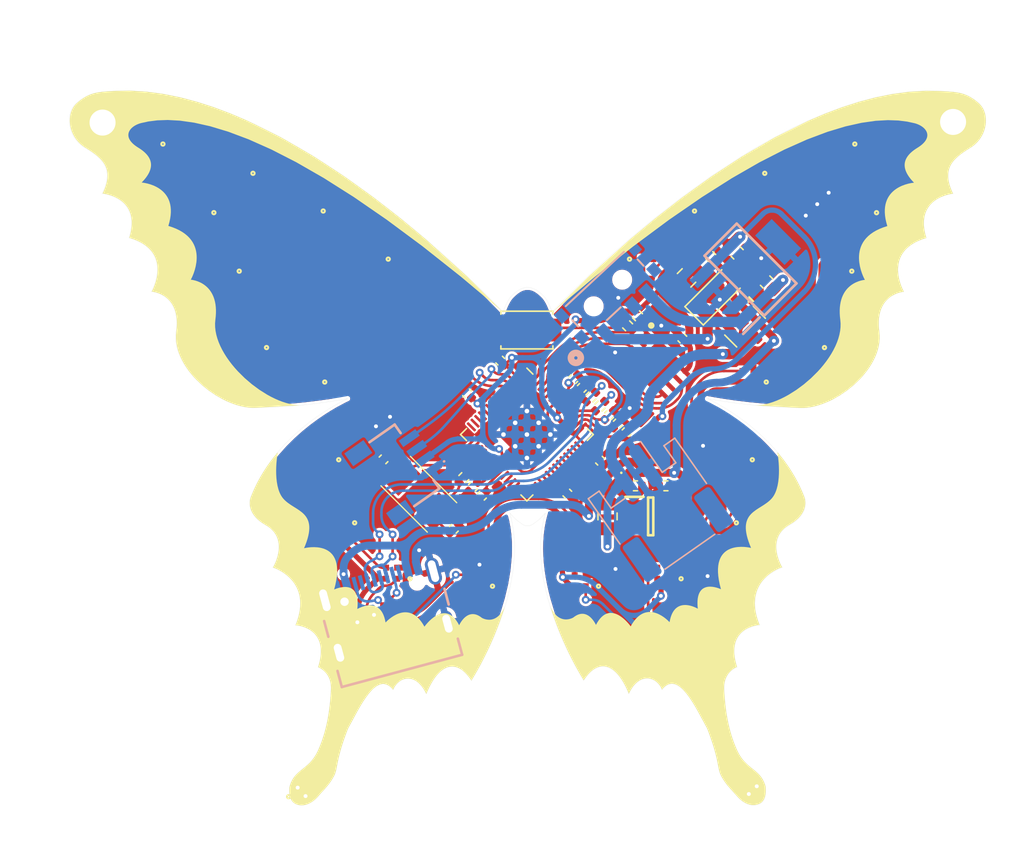
<source format=kicad_pcb>
(kicad_pcb (version 20240108) (generator "pcbnew") (generator_version "8.0")
  (layers (0 "F.Cu" jumper) (1 "In1.Cu" signal) (2 "In2.Cu" signal) (31 "B.Cu" signal) (34 "B.Paste" user) (35 "F.Paste" user) (36 "B.SilkS" user "B.Silkscreen") (37 "F.SilkS" user "F.Silkscreen") (38 "B.Mask" user) (39 "F.Mask" user) (44 "Edge.Cuts" user))
  (net 0 "")
  (net 1 " I2C_SDA")
  (net 2 "+5V")
  (net 3 "Net-(LED1-DOUT)")
  (net 4 "Net-(LED2-DOUT)")
  (net 5 "Net-(LED3-DOUT)")
  (net 6 "Net-(LED6-DOUT)")
  (net 7 "Net-(LED7-DOUT)")
  (net 8 "Net-(LED8-DOUT)")
  (net 9 "Net-(LED10-DIN)")
  (net 10 "Net-(LED12-DOUT)")
  (net 11 "VBUS")
  (net 12 "GND")
  (net 13 "+3V3")
  (net 14 "/XIN")
  (net 15 "Net-(C5-Pad1)")
  (net 16 "+1V1")
  (net 17 "/~{USB_BOOT}")
  (net 18 "/QSPI_SS")
  (net 19 "/XOUT")
  (net 20 "Net-(J5-CC2)")
  (net 21 "USB_D-")
  (net 22 "/QSPI_SD1")
  (net 23 "/QSPI_SD2")
  (net 24 "/QSPI_SD0")
  (net 25 "/QSPI_SCLK")
  (net 26 "/QSPI_SD3")
  (net 27 " I2C_SCL")
  (net 28 "NEOPIXELS")
  (net 29 "Net-(LED13-DOUT)")
  (net 30 "/GPIO10")
  (net 31 "/GPIO11")
  (net 32 "/GPIO12")
  (net 33 "/GPIO13")
  (net 34 "/GPIO14")
  (net 35 "/GPIO15")
  (net 36 "/SWCLK")
  (net 37 "/SWD")
  (net 38 "/RUN")
  (net 39 "/GPIO16")
  (net 40 "/GPIO17")
  (net 41 "/GPIO18")
  (net 42 "/GPIO19")
  (net 43 "/GPIO20")
  (net 44 "/GPIO21")
  (net 45 "/GPIO22")
  (net 46 "/GPIO23")
  (net 47 "/GPIO24")
  (net 48 "/GPIO25")
  (net 49 "/GPIO26_ADC0")
  (net 50 "/GPIO27_ADC1")
  (net 51 "/GPIO28_ADC2")
  (net 52 "/GPIO29_ADC3")
  (net 53 "Net-(LED14-DOUT)")
  (net 54 "/GPIO5")
  (net 55 "Net-(LED15-DOUT)")
  (net 56 "/GPIO4")
  (net 57 "/GPIO6")
  (net 58 "/GPIO3")
  (net 59 "Net-(LED18-DOUT)")
  (net 60 "/GPIO7")
  (net 61 "/GPIO8")
  (net 62 "Net-(LED19-DOUT)")
  (net 63 "Net-(LED20-DOUT)")
  (net 64 "Net-(LED21-DOUT)")
  (net 65 "/GPIO9")
  (net 66 "Net-(U3-USB_DP)")
  (net 67 "Net-(U3-USB_DM)")
  (net 68 "Net-(LED24-DOUT)")
  (net 69 "Net-(D2-C)")
  (net 72 "Net-(LED4-DOUT)")
  (net 73 "Net-(LED5-DOUT)")
  (net 74 "Net-(LED10-DOUT)")
  (net 75 "Net-(LED11-DOUT)")
  (net 76 "Net-(LED16-DOUT)")
  (net 77 "Net-(LED17-DOUT)")
  (net 78 "Net-(LED22-DOUT)")
  (net 79 "Net-(LED23-DOUT)")
  (net 81 "VBAT")
  (net 83 "Net-(IC1-IN)")
  (net 84 "Net-(J5-CC1)")
  (net 85 "USB_D+")
  (net 88 "Net-(CHG1-C)")
  (net 89 "Net-(U1-STAT)")
  (net 90 "Net-(U1-PROG)")
  (net 91 "Net-(LED25-DOUT)")
  (footprint "Capacitor_SMD:C_0402_1005Metric" (layer "F.Cu") (at 104.5 60.75 135)
    (property "Reference" "C16" (hide yes))
    (property "Value" "100n" (hide yes))
  )
  (footprint "LED_SMD:LED_0402_1005Metric" (layer "F.Cu") (at 114.905546 69.376942)
    (property "Reference" "CHG1" (hide yes))
    (property "Value" "ORANGE" (hide yes))
  )
  (footprint "Resistor_SMD:R_0402_1005Metric" (layer "F.Cu") (at 112.176546 64.245942 -135)
    (property "Reference" "R30" (hide yes))
    (property "Value" "27" (hide yes))
  )
  (footprint "Resistor_SMD:R_0402_1005Metric" (layer "F.Cu") (at 115.06 57.3 -45)
    (property "Reference" "R28" (hide yes))
    (property "Value" "DNF" (hide yes))
  )
  (footprint "Capacitor_SMD:C_0805_2012Metric" (layer "F.Cu") (at 112.755546 72.726942 90)
    (property "Reference" "C6" (hide yes))
    (property "Value" "10uF" (hide yes))
  )
  (footprint "XL-1010RGBC-WS2812B:SMD4_XL-1010RGBC_XLG" (layer "F.Cu") (at 89.601546 61.970942 180)
    (property "Reference" "LED8" (hide yes))
    (property "Value" "1010RGBC-WS2812B" (hide yes))
  )
  (footprint "Resistor_SMD:R_0402_1005Metric" (layer "F.Cu") (at 114.905546 70.376942)
    (property "Reference" "R1" (hide yes))
    (property "Value" "10K" (hide yes))
  )
  (footprint "Diode_SMD:D_SOD-123" (layer "F.Cu") (at 121.08072 55.637217 45)
    (property "Reference" "D2" (hide yes))
    (property "Value" "MBR0540" (hide yes))
  )
  (footprint "XL-1010RGBC-WS2812B:SMD4_XL-1010RGBC_XLG" (layer "F.Cu") (at 81.076546 48.945942 180)
    (property "Reference" "LED5" (hide yes))
    (property "Value" "1010RGBC-WS2812B" (hide yes))
  )
  (footprint "XL-1010RGBC-WS2812B:SMD4_XL-1010RGBC_XLG" (layer "F.Cu") (at 110.653748 77.671699 180)
    (property "Reference" "LED14" (hide yes))
    (property "Value" "1010RGBC-WS2812B" (hide yes))
  )
  (footprint "XL-1010RGBC-WS2812B:SMD4_XL-1010RGBC_XLG" (layer "F.Cu") (at 123.553748 61.971699 180)
    (property "Reference" "LED19" (hide yes))
    (property "Value" "1010RGBC-WS2812B" (hide yes))
  )
  (footprint "Capacitor_SMD:C_0402_1005Metric" (layer "F.Cu") (at 112.876546 64.945942 45)
    (property "Reference" "C8" (hide yes))
    (property "Value" "100n" (hide yes))
  )
  (footprint "XL-1010RGBC-WS2812B:SMD4_XL-1010RGBC_XLG" (layer "F.Cu") (at 97.301546 53.370942)
    (property "Reference" "LED1" (hide yes))
    (property "Value" "1010RGBC-WS2812B" (hide yes))
  )
  (footprint "XL-1010RGBC-WS2812B:SMD4_XL-1010RGBC_XLG" (layer "F.Cu") (at 96.151546 77.095942 180)
    (property "Reference" "LED11" (hide yes))
    (property "Value" "1010RGBC-WS2812B" (hide yes))
  )
  (footprint "XL-1010RGBC-WS2812B:SMD4_XL-1010RGBC_XLG" (layer "F.Cu") (at 115.853748 53.371699)
    (property "Reference" "LED26" (hide yes))
    (property "Value" "1010RGBC-WS2812B" (hide yes))
  )
  (footprint "XL-1010RGBC-WS2812B:SMD4_XL-1010RGBC_XLG" (layer "F.Cu") (at 91.901546 72.795942 180)
    (property "Reference" "LED10" (hide yes))
    (property "Value" "1010RGBC-WS2812B" (hide yes))
  )
  (footprint "Resistor_SMD:R_0402_1005Metric" (layer "F.Cu") (at 111.476546 63.545942 -135)
    (property "Reference" "R29" (hide yes))
    (property "Value" "27" (hide yes))
  )
  (footprint "XL-1010RGBC-WS2812B:SMD4_XL-1010RGBC_XLG" (layer "F.Cu") (at 90.676546 67.945942 180)
    (property "Reference" "LED9" (hide yes))
    (property "Value" "1010RGBC-WS2812B" (hide yes))
  )
  (footprint "Resistor_SMD:R_0402_1005Metric" (layer "F.Cu") (at 114.3 58.075 135)
    (property "Reference" "R27" (hide yes))
    (property "Value" "1k" (hide yes))
  )
  (footprint "XL-1010RGBC-WS2812B:SMD4_XL-1010RGBC_XLG" (layer "F.Cu") (at 89.529945 93.586165 45)
    (property "Reference" "LED12" (hide yes))
    (property "Value" "1010RGBC-WS2812B" (hide yes))
  )
  (footprint "Capacitor_SMD:C_0805_2012Metric" (layer "F.Cu") (at 118.83072 54.387217 45)
    (property "Reference" "C20" (hide yes))
    (property "Value" "10uF" (hide yes))
  )
  (footprint "Capacitor_SMD:C_0603_1608Metric" (layer "F.Cu") (at 124.975 54.7 135)
    (property "Reference" "C1" (hide yes))
    (property "Value" "4.7u" (hide yes))
  )
  (footprint "XL-1010RGBC-WS2812B:SMD4_XL-1010RGBC_XLG" (layer "F.Cu") (at 128.028748 59.321699 180)
    (property "Reference" "LED20" (hide yes))
    (property "Value" "1010RGBC-WS2812B" (hide yes))
  )
  (footprint "Capacitor_SMD:C_0603_1608Metric" (layer "F.Cu") (at 122.725 52.475 -45)
    (property "Reference" "C2" (hide yes))
    (property "Value" "4.7u" (hide yes))
  )
  (footprint "XL-1010RGBC-WS2812B:SMD4_XL-1010RGBC_XLG" (layer "F.Cu") (at 123.620056 93.473835 -45)
    (property "Reference" "LED15" (hide yes))
    (property "Value" "1010RGBC-WS2812B" (hide yes))
  )
  (footprint "XL-1010RGBC-WS2812B:SMD4_XL-1010RGBC_XLG" (layer "F.Cu") (at 85.126546 59.320942 180)
    (property "Reference" "LED7" (hide yes))
    (property "Value" "1010RGBC-WS2812B" (hide yes))
  )
  (footprint "Capacitor_SMD:C_0402_1005Metric" (layer "F.Cu") (at 113.545957 65.586531 45)
    (property "Reference" "C11" (hide yes))
    (property "Value" "1u" (hide yes))
  )
  (footprint "XL-1010RGBC-WS2812B:SMD4_XL-1010RGBC_XLG" (layer "F.Cu") (at 126.253748 46.771699)
    (property "Reference" "LED24" (hide yes))
    (property "Value" "1010RGBC-WS2812B" (hide yes))
  )
  (footprint "Capacitor_SMD:C_0402_1005Metric" (layer "F.Cu") (at 95.532546 68.341942 45)
    (property "Reference" "C4" (hide yes))
    (property "Value" "27p" (hide yes))
  )
  (footprint "Resistor_SMD:R_0402_1005Metric" (layer "F.Cu") (at 101.704546 69.744942 -135)
    (property "Reference" "R26" (hide yes))
    (property "Value" "1k" (hide yes))
  )
  (footprint "Capacitor_SMD:C_0402_1005Metric" (layer "F.Cu") (at 110.125 62.175 45)
    (property "Reference" "C9" (hide yes))
    (property "Value" "1u" (hide yes))
  )
  (footprint "Capacitor_SMD:C_0402_1005Metric" (layer "F.Cu") (at 103.101546 71.141942 -135)
    (property "Reference" "C7" (hide yes))
    (property "Value" "100n" (hide yes))
  )
  (footprint "Capacitor_SMD:C_0402_1005Metric" (layer "F.Cu") (at 114.215957 66.256531 45)
    (property "Reference" "C13" (hide yes))
    (property "Value" "100n" (hide yes))
  )
  (footprint "Resistor_SMD:R_0402_1005Metric" (layer "F.Cu") (at 120.691344 52.747841 -45)
    (property "Reference" "R5" (hide yes))
    (property "Value" "10K" (hide yes))
  )
  (footprint "Resistor_SMD:R_0201_0603Metric" (layer "F.Cu") (at 96.28 79.29 135)
    (property "Reference" "R4" (hide yes))
    (property "Value" "5k1" (hide yes))
  )
  (footprint "MCP73831T-2ACI:SOT95P270X145-5N" (layer "F.Cu") (at 116.075546 72.726942)
    (property "Reference" "U1" (hide yes))
    (property "Value" "MCP73831T-2ACI/OT" (hide yes))
  )
  (footprint "RP2040_minimal:RP2040-QFN-56" (layer "F.Cu") (at 106.556546 66.43282 -45)
    (property "Reference" "U3" (hide yes))
    (property "Value" "RP2040" (hide yes))
  )
  (footprint "TS-1088-AR02016:SW_TS-1088-AR02016" (layer "F.Cu") (at 106.556546 58.4)
    (property "Reference" "S1" (hide yes))
    (property "Value" "TS-1088-AR02016")
  )
  (footprint "Capacitor_SMD:C_0402_1005Metric" (layer "F.Cu") (at 118.51 59.05 135)
    (property "Reference" "C3" (hide yes))
    (property "Value" "100n" (hide yes))
  )
  (footprint "445I23D12M00000:445I23D24M00000" (layer "F.Cu") (at 98.232546 71.011942 135)
    (property "Reference" "Y1" (hide yes))
    (property "Value" "X503212MSB2GI" (hide yes))
  )
  (footprint "Capacitor_SMD:C_0402_1005Metric" (layer "F.Cu") (at 112.176546 68.445942 -45)
    (property "Reference" "C12" (hide yes))
    (property "Value" "100n" (hide yes))
  )
  (footprint "XL-1010RGBC-WS2812B:SMD4_XL-1010RGBC_XLG" (layer "F.Cu") (at 120.853748 49.671699)
    (property "Reference" "LED25" (hide yes))
    (property "Value" "1010RGBC-WS2812B" (hide yes))
  )
  (footprint "XL-1010RGBC-WS2812B:SMD4_XL-1010RGBC_XLG" (layer "F.Cu") (at 86.901546 46.770942)
    (property "Reference" "LED3" (hide yes))
    (property "Value" "1010RGBC-WS2812B" (hide yes))
  )
  (footprint "Resistor_SMD:R_0402_1005Metric" (layer "F.Cu") (at 117.245546 70.376942 180)
    (property "Reference" "R2" (hide yes))
    (property "Value" "5.1K" (hide yes))
  )
  (footprint "Capacitor_SMD:C_0402_1005Metric" (layer "F.Cu") (at 100.942546 73.681942 45)
    (property "Reference" "C5" (hide yes))
    (property "Value" "27p" (hide yes))
  )
  (footprint "Resistor_SMD:R_0201_0603Metric" (layer "F.Cu") (at 95.75 79.81 135)
    (property "Reference" "R3" (hide yes))
    (property "Value" "5k1" (hide yes))
  )
  (footprint "XL-1010RGBC-WS2812B:SMD4_XL-1010RGBC_XLG" (layer "F.Cu") (at 122.478748 67.946699 180)
    (property "Reference" "LED18" (hide yes))
    (property "Value" "1010RGBC-WS2812B" (hide yes))
  )
  (footprint "Capacitor_SMD:C_0402_1005Metric" (layer "F.Cu") (at 102.411546 70.451942 -135)
    (property "Reference" "C14" (hide yes))
    (property "Value" "100n" (hide yes))
  )
  (footprint "XL-1010RGBC-WS2812B:SMD4_XL-1010RGBC_XLG" (layer "F.Cu") (at 133.178748 44.521699)
    (property "Reference" "LED23" (hide yes))
    (property "Value" "1010RGBC-WS2812B" (hide yes))
  )
  (footprint "XL-1010RGBC-WS2812B:SMD4_XL-1010RGBC_XLG" (layer "F.Cu") (at 92.301546 49.670942)
    (property "Reference" "LED2" (hide yes))
    (property "Value" "1010RGBC-WS2812B" (hide yes))
  )
  (footprint "XL-1010RGBC-WS2812B:SMD4_XL-1010RGBC_XLG" (layer "F.Cu") (at 121.253748 72.796699 180)
    (property "Reference" "LED17" (hide yes))
    (property "Value" "1010RGBC-WS2812B" (hide yes))
  )
  (footprint "XL-1010RGBC-WS2812B:SMD4_XL-1010RGBC_XLG" (layer "F.Cu") (at 117.003748 77.096699 180)
    (property "Reference" "LED16" (hide yes))
    (property "Value" "1010RGBC-WS2812B" (hide yes))
  )
  (footprint "XL-1010RGBC-WS2812B:SMD4_XL-1010RGBC_XLG" (layer "F.Cu") (at 79.976546 44.520942)
    (property "Reference" "LED4" (hide yes))
    (property "Value" "1010RGBC-WS2812B" (hide yes))
  )
  (footprint "W25Q64JVXGIQ:SON80P400X400X50-9N" (layer "F.Cu") (at 116.47167 61.055614 -45)
    (property "Reference" "IC3" (hide yes))
    (property "Value" "W25Q64JVZPIQ" (hide yes))
  )
  (footprint "XL-1010RGBC-WS2812B:SMD4_XL-1010RGBC_XLG" (layer "F.Cu") (at 83.026546 53.445942 180)
    (property "Reference" "LED6" (hide yes))
    (property "Value" "1010RGBC-WS2812B" (hide yes))
  )
  (footprint "XL-1010RGBC-WS2812B:SMD4_XL-1010RGBC_XLG" (layer "F.Cu") (at 132.032202 48.949436 180)
    (property "Reference" "LED22" (hide yes))
    (property "Value" "1010RGBC-WS2812B" (hide yes))
  )
  (footprint "Capacitor_SMD:C_0402_1005Metric" (layer "F.Cu") (at 101.958546 63.267942 135)
    (property "Reference" "C15" (hide yes))
    (property "Value" "100n" (hide yes))
  )
  (footprint "XL-1010RGBC-WS2812B:SMD4_XL-1010RGBC_XLG" (layer "F.Cu") (at 102.501546 77.670942 180)
    (property "Reference" "LED13" (hide yes))
    (property "Value" "1010RGBC-WS2812B" (hide yes))
  )
  (footprint "Package_TO_SOT_SMD:SOT-23" (layer "F.Cu") (at 123.33072 58.137217 -45)
    (property "Reference" "Q1" (hide yes))
    (property "Value" "DMG3415" (hide yes))
  )
  (footprint "XL-1010RGBC-WS2812B:SMD4_XL-1010RGBC_XLG" (layer "F.Cu") (at 130.128748 53.446699 180)
    (property "Reference" "LED21" (hide yes))
    (property "Value" "1010RGBC-WS2812B" (hide yes))
  )
  (footprint "Capacitor_SMD:C_0402_1005Metric" (layer "F.Cu") (at 110.776546 62.845942 45)
    (property "Reference" "C10" (hide yes))
    (property "Value" "100n" (hide yes))
  )
  (footprint "Capacitor_SMD:C_0402_1005Metric" (layer "F.Cu") (at 109.663957 70.973353 -45)
    (property "Reference" "C17" (hide yes))
    (property "Value" "100n" (hide yes))
  )
  (footprint "SlideSwitch:MK-12C02-G020_GSW" (layer "B.Cu") (at 112.786546 55.5501 43)
    (property "Reference" "SW2" (hide yes))
    (property "Value" "MK-12C02-G020" (hide yes))
  )
  (footprint "USB4105-GF-A:GCT_USB4105-GF-A" (layer "B.Cu") (at 96.277543 82.095621 -165)
    (property "Reference" "J5" (hide yes))
    (property "Value" "USB4105-GF-A" (hide yes))
  )
  (footprint "AP7361EA-33E-13:SOT230P700X180-4N" (layer "B.Cu") (at 123.75 53.75 45)
    (property "Reference" "IC1" (hide yes))
    (property "Value" "AP7361EA-33E-13" (hide yes))
  )
  (footprint "Connector_JST:JST_PH_S2B-PH-SM4-TB_1x02-1MP_P2.00mm_Horizontal" (layer "B.Cu") (at 116.5 71.75 -145)
    (property "Reference" "J4" (hide yes))
    (property "Value" "S2B-PH-SM4-TB(LF)(SN)" (hide yes))
  )
  (footprint "SM04B-SRSS-TB:SM04BSRSSTB" (layer "B.Cu") (at 96.5 69.25 125)
    (property "Reference" "J2" (hide yes))
    (property "Value" "SM04B-SRSS-TB" (hide yes))
  )
  (gr_poly (pts (xy 77.29376 40.064462) (xy 78.585549 40.236637) (xy 79.88487 40.498338) (xy 81.188121 40.842875) (xy 82.491701 41.263553) (xy 83.792006 41.75368) (xy 85.085437 42.306563) (xy 87.637263 43.573825) (xy 90.118366 45.011797) (xy 92.499929 46.566936) (xy 94.753138 48.185698) (xy 96.849178 49.814541) (xy 98.759235 51.399923) (xy 101.906137 54.226127) (xy 104.700282 57.001103) (xy 101.494862 54.308432) (xy 98.524106 51.954509) (xy 95.77965 49.917755) (xy 93.253128 48.17659) (xy 90.936178 46.709435) (xy 88.820434 45.494711) (xy 86.897533 44.510838) (xy 85.15911 43.736236) (xy 83.596801 43.149326) (xy 82.202242 42.728528) (xy 80.967068 42.452264) (xy 79.882916 42.298953) (xy 78.941421 42.247017) (xy 78.134219 42.274875) (xy 77.452946 42.360948) (xy 76.889238 42.483657) (xy 76.805528 42.507643) (xy 76.723562 42.534995) (xy 76.643661 42.565602) (xy 76.566148 42.599354) (xy 76.491347 42.636142) (xy 76.419579 42.675855) (xy 76.351168 42.718384) (xy 76.286436 42.763619) (xy 76.225706 42.81145) (xy 76.169301 42.861766) (xy 76.117543 42.914459) (xy 76.070755 42.969417) (xy 76.029259 43.026532) (xy 75.993379 43.085693) (xy 75.963437 43.14679) (xy 75.939755 43.209714) (xy 75.922657 43.274354) (xy 75.912465 43.3406) (xy 75.909502 43.408343) (xy 75.91409 43.477473) (xy 75.926552 43.54788) (xy 75.947212 43.619453) (xy 75.976391 43.692083) (xy 76.014412 43.76566) (xy 76.061598 43.840074) (xy 76.118272 43.915216) (xy 76.184756 43.990974) (xy 76.261373 44.06724) (xy 76.348446 44.143902) (xy 76.446297 44.220853) (xy 76.555249 44.29798) (xy 76.675625 44.375176) (xy 76.797398 44.452663) (xy 76.910421 44.530731) (xy 77.014836 44.609361) (xy 77.110784 44.688537) (xy 77.198407 44.76824) (xy 77.277845 44.848454) (xy 77.34924 44.92916) (xy 77.412734 45.010342) (xy 77.468467 45.091982) (xy 77.516581 45.174063) (xy 77.557218 45.256567) (xy 77.590518 45.339477) (xy 77.616623 45.422774) (xy 77.635675 45.506443) (xy 77.647814 45.590465) (xy 77.653181 45.674823) (xy 77.651919 45.7595) (xy 77.644169 45.844477) (xy 77.630071 45.929738) (xy 77.609768 46.015266) (xy 77.5834 46.101042) (xy 77.551109 46.187049) (xy 77.513036 46.27327) (xy 77.469322 46.359688) (xy 77.42011 46.446284) (xy 77.365539 46.533042) (xy 77.305752 46.619944) (xy 77.240889 46.706973) (xy 77.171092 46.794111) (xy 77.096503 46.881341) (xy 76.933512 47.056005) (xy 77.061773 47.070716) (xy 77.20664 47.095117) (xy 77.39159 47.136228) (xy 77.606317 47.198057) (xy 77.840517 47.284613) (xy 77.961697 47.338416) (xy 78.083881 47.399904) (xy 78.20578 47.469579) (xy 78.326106 47.54794) (xy 78.44357 47.63549) (xy 78.556885 47.732729) (xy 78.664761 47.840159) (xy 78.765911 47.958281) (xy 78.859047 48.087595) (xy 78.94288 48.228603) (xy 79.016123 48.381806) (xy 79.077486 48.547706) (xy 79.125681 48.726802) (xy 79.159421 48.919596) (xy 79.177418 49.12659) (xy 79.178382 49.348285) (xy 79.161026 49.585181) (xy 79.124061 49.837779) (xy 79.0662 50.106581) (xy 78.986153 50.392089) (xy 79.299848 50.494253) (xy 79.583824 50.607671) (xy 79.839379 50.731392) (xy 80.067808 50.864464) (xy 80.270406 51.005938) (xy 80.44847 51.154861) (xy 80.603295 51.310285) (xy 80.736177 51.471258) (xy 80.848412 51.636829) (xy 80.941295 51.806048) (xy 81.016123 51.977964) (xy 81.074191 52.151627) (xy 81.116796 52.326086) (xy 81.145232 52.500389) (xy 81.160795 52.673587) (xy 81.164782 52.844729) (xy 81.158488 53.012863) (xy 81.14321 53.177041) (xy 81.09088 53.48972) (xy 81.018161 53.77516) (xy 80.935417 54.025757) (xy 80.853016 54.233904) (xy 80.781323 54.391997) (xy 80.711529 54.527598) (xy 80.80897 54.539301) (xy 80.919856 54.559783) (xy 81.062482 54.595222) (xy 81.229571 54.649521) (xy 81.413845 54.726581) (xy 81.510153 54.774866) (xy 81.608029 54.830305) (xy 81.706562 54.893385) (xy 81.804843 54.964595) (xy 81.901963 55.044422) (xy 81.997011 55.133355) (xy 82.089079 55.23188) (xy 82.177257 55.340485) (xy 82.260634 55.459659) (xy 82.338301 55.589889) (xy 82.409349 55.731663) (xy 82.472868 55.885469) (xy 82.527948 56.051795) (xy 82.57368 56.231128) (xy 82.609153 56.423956) (xy 82.633459 56.630767) (xy 82.645687 56.852048) (xy 82.644929 57.088289) (xy 82.630273 57.339975) (xy 82.600811 57.607596) (xy 82.577908 57.885999) (xy 82.582693 58.16907) (xy 82.613921 58.455867) (xy 82.670347 58.745451) (xy 82.750723 59.036879) (xy 82.853803 59.329209) (xy 82.978341 59.621502) (xy 83.123091 59.912814) (xy 83.286807 60.202205) (xy 83.468243 60.488734) (xy 83.666151 60.771458) (xy 83.879287 61.049438) (xy 84.106403 61.32173) (xy 84.346254 61.587395) (xy 84.859174 62.095074) (xy 85.408078 62.564945) (xy 85.982996 62.989476) (xy 86.573957 63.361136) (xy 86.872338 63.524787) (xy 87.170992 63.672395) (xy 87.468672 63.80302) (xy 87.764131 63.915721) (xy 88.056124 64.009556) (xy 88.343405 64.083584) (xy 88.624726 64.136863) (xy 88.898843 64.168452) (xy 89.164508 64.17741) (xy 89.420475 64.162795) (xy 87.669404 64.264754) (xy 85.91833 64.366759) (xy 85.663791 64.383422) (xy 85.402293 64.380432) (xy 85.134899 64.35847) (xy 84.862671 64.318216) (xy 84.586675 64.26035) (xy 84.307974 64.185552) (xy 84.027631 64.094501) (xy 83.746711 63.987878) (xy 83.466277 63.866364) (xy 83.187392 63.730637) (xy 82.638528 63.419267) (xy 82.108628 63.059208) (xy 81.606201 62.655901) (xy 81.139759 62.214786) (xy 80.922691 61.981751) (xy 80.717811 61.741303) (xy 80.526181 61.494124) (xy 80.348866 61.240892) (xy 80.18693 60.982288) (xy 80.041436 60.718993) (xy 79.913447 60.451686) (xy 79.804028 60.181046) (xy 79.714243 59.907755) (xy 79.645155 59.632491) (xy 79.597827 59.355936) (xy 79.573324 59.078769) (xy 79.57271 58.80167) (xy 79.597047 58.525319) (xy 79.626505 58.257694) (xy 79.641157 58.006004) (xy 79.641912 57.769761) (xy 79.62968 57.548477) (xy 79.605371 57.341664) (xy 79.569894 57.148834) (xy 79.52416 56.9695) (xy 79.469078 56.803173) (xy 79.405556 56.649367) (xy 79.334506 56.507592) (xy 79.256837 56.377362) (xy 79.173458 56.258189) (xy 79.085279 56.149583) (xy 78.99321 56.051059) (xy 78.89816 55.962128) (xy 78.801039 55.882302) (xy 78.702757 55.811093) (xy 78.604223 55.748014) (xy 78.410038 55.644292) (xy 78.225762 55.567235) (xy 78.058672 55.512939) (xy 77.916046 55.477503) (xy 77.80516 55.457023) (xy 77.707719 55.445322) (xy 77.777514 55.309719) (xy 77.849209 55.151624) (xy 77.931613 54.943473) (xy 78.01436 54.692873) (xy 78.087082 54.407429) (xy 78.116445 54.254017) (xy 78.139414 54.094746) (xy 78.154694 53.930567) (xy 78.160989 53.76243) (xy 78.157003 53.591286) (xy 78.14144 53.418086) (xy 78.113005 53.243781) (xy 78.070401 53.06932) (xy 78.012333 52.895656) (xy 77.937505 52.723738) (xy 77.844622 52.554517) (xy 77.732386 52.388944) (xy 77.599503 52.22797) (xy 77.444677 52.072545) (xy 77.266611 51.92362) (xy 77.064011 51.782146) (xy 76.83558 51.649073) (xy 76.580022 51.525352) (xy 76.296042 51.411933) (xy 75.982343 51.309768) (xy 76.062394 51.024057) (xy 76.120259 50.754657) (xy 76.157227 50.501096) (xy 76.174586 50.262897) (xy 76.173624 50.039586) (xy 76.15563 49.830688) (xy 76.121892 49.635728) (xy 76.073698 49.454231) (xy 76.012337 49.285722) (xy 75.939096 49.129725) (xy 75.855264 48.985767) (xy 75.762129 48.853373) (xy 75.660979 48.732066) (xy 75.553103 48.621372) (xy 75.439789 48.520817) (xy 75.322325 48.429925) (xy 75.201999 48.348222) (xy 75.0801 48.275231) (xy 74.836734 48.153491) (xy 74.602534 48.060905) (xy 74.387806 47.993673) (xy 74.202855 47.947996) (xy 74.057987 47.920074) (xy 73.929725 47.902295) (xy 74.011595 47.725197) (xy 74.082924 47.5546) (xy 74.143971 47.390285) (xy 74.194993 47.232036) (xy 74.236248 47.079632) (xy 74.267995 46.932856) (xy 74.290492 46.79149) (xy 74.303996 46.655315) (xy 74.308766 46.524113) (xy 74.30506 46.397665) (xy 74.293137 46.275753) (xy 74.273253 46.158159) (xy 74.245668 46.044664) (xy 74.210638 45.935051) (xy 74.168424 45.8291) (xy 74.119282 45.726593) (xy 74.06347 45.627313) (xy 74.001247 45.53104) (xy 73.932871 45.437556) (xy 73.8586 45.346643) (xy 73.693405 45.171657) (xy 73.507726 45.004334) (xy 73.303629 44.842927) (xy 73.083177 44.685691) (xy 72.848437 44.530878) (xy 72.601473 44.37674) (xy 72.478622 44.296671) (xy 72.362457 44.211097) (xy 72.252975 44.120388) (xy 72.150171 44.024919) (xy 72.054043 43.925061) (xy 71.964587 43.821186) (xy 71.881799 43.713667) (xy 71.805676 43.602875) (xy 71.736215 43.489184) (xy 71.673412 43.372966) (xy 71.617263 43.254592) (xy 71.567765 43.134436) (xy 71.524914 43.012869) (xy 71.488708 42.890263) (xy 71.459142 42.766992) (xy 71.436213 42.643427) (xy 71.419917 42.51994) (xy 71.410252 42.396905) (xy 71.407213 42.274692) (xy 71.410798 42.153675) (xy 71.421002 42.034226) (xy 71.437822 41.916717) (xy 71.461254 41.80152) (xy 71.491296 41.689008) (xy 71.527943 41.579553) (xy 71.571193 41.473527) (xy 71.621041 41.371302) (xy 71.677484 41.273252) (xy 71.740519 41.179747) (xy 71.810142 41.091161) (xy 71.88635 41.007865) (xy 71.969139 40.930232) (xy 72.12261 40.803095) (xy 72.163603 40.771005) (xy 72.278962 40.684487) (xy 72.315444 40.658032) (xy 72.45965 40.561407) (xy 72.488143 40.544039) (xy 72.605212 40.474908) (xy 72.647152 40.45173) (xy 72.768482 40.3895) (xy 72.790439 40.378585) (xy 72.931908 40.31653) (xy 72.970174 40.301514) (xy 73.080286 40.260864) (xy 73.12013 40.247149) (xy 73.263702 40.203266) (xy 73.278343 40.199487) (xy 73.41174 40.166268) (xy 73.455593 40.156581) (xy 73.574417 40.132822) (xy 73.608864 40.126356) (xy 73.762145 40.102019) (xy 73.799855 40.096973) (xy 73.93642 40.07983) (xy 73.959503 40.077169) (xy 74.107021 40.062413) (xy 74.23403 40.051499) (xy 74.310149 40.04527) (xy 74.373384 40.040729) (xy 74.742064 40.015799) (xy 74.509239 40.030975) (xy 74.373384 40.040729) (xy 74.32874 40.043748) (xy 74.310149 40.04527) (xy 74.28808 40.046854) (xy 74.23403 40.051499) (xy 74.135618 40.059552) (xy 74.107021 40.062413) (xy 74.077266 40.06497) (xy 73.975325 40.075345) (xy 73.959503 40.077169) (xy 73.95021 40.078098) (xy 73.93642 40.07983) (xy 73.875474 40.086855) (xy 73.799855 40.096973) (xy 73.771535 40.100528) (xy 73.762145 40.102019) (xy 73.747326 40.104002) (xy 73.622122 40.123868) (xy 73.608864 40.126356) (xy 73.598607 40.127985) (xy 73.574417 40.132822) (xy 73.499486 40.146886) (xy 73.455593 40.156581) (xy 73.430445 40.16161) (xy 73.41174 40.166268) (xy 73.379046 40.173489) (xy 73.278343 40.199487) (xy 73.266064 40.202544) (xy 73.263702 40.203266) (xy 73.260429 40.204111) (xy 73.143261 40.239186) (xy 73.12013 40.247149) (xy 73.104481 40.251932) (xy 73.080286 40.260864) (xy 73.027168 40.279148) (xy 72.970174 40.301514) (xy 72.944713 40.310913) (xy 72.931908 40.31653) (xy 72.911778 40.324429) (xy 72.796717 40.375464) (xy 72.790439 40.378585) (xy 72.785776 40.38063) (xy 72.768482 40.3895) (xy 72.681611 40.432686) (xy 72.647152 40.45173) (xy 72.626687 40.462226) (xy 72.605212 40.474908) (xy 72.566088 40.496529) (xy 72.488143 40.544039) (xy 72.466462 40.556842) (xy 72.45965 40.561407) (xy 72.449774 40.567426) (xy 72.332295 40.645812) (xy 72.315444 40.658032) (xy 72.304118 40.665621) (xy 72.278962 40.684487) (xy 72.246221 40.70823) (xy 72.183982 40.755053) (xy 72.163603 40.771005) (xy 72.139761 40.788886) (xy 72.12261 40.803095) (xy 72.120932 40.804408) (xy 71.969139 40.930232) (xy 72.092351 40.826781) (xy 72.120932 40.804408) (xy 72.138671 40.789704) (xy 72.139761 40.788886) (xy 72.147204 40.78272) (xy 72.183982 40.755053) (xy 72.213279 40.732119) (xy 72.246221 40.70823) (xy 72.319036 40.653451) (xy 72.485845 40.541097) (xy 72.648839 40.44433) (xy 72.809226 40.361821) (xy 72.968216 40.292243) (xy 73.127017 40.234267) (xy 73.286838 40.186566) (xy 73.448889 40.147811) (xy 73.614376 40.116675) (xy 73.784511 40.091829) (xy 73.9605 40.071945) (xy 74.33488 40.041751) (xy 74.747186 40.015468) (xy 76.013105 39.988509)) (fill solid) (layer "F.SilkS"))
  (gr_poly (pts (xy 126.117174 68.14637) (xy 126.264932 68.337797) (xy 126.410202 68.533356) (xy 126.552761 68.733054) (xy 126.692388 68.936901) (xy 126.828861 69.144905) (xy 126.961959 69.357074) (xy 127.091459 69.573416) (xy 127.217141 69.79394) (xy 127.338782 70.018654) (xy 127.456161 70.247566) (xy 127.569057 70.480684) (xy 127.677247 70.718018) (xy 127.780511 70.959574) (xy 127.878626 71.205363) (xy 127.89893 71.259295) (xy 127.918203 71.32348) (xy 127.938129 71.409605) (xy 127.954636 71.515516) (xy 127.960335 71.575218) (xy 127.963653 71.639058) (xy 127.96408 71.706768) (xy 127.961109 71.778079) (xy 127.954229 71.85272) (xy 127.942932 71.930423) (xy 127.92671 72.010918) (xy 127.905052 72.093937) (xy 127.877451 72.179209) (xy 127.843397 72.266466) (xy 127.802382 72.355439) (xy 127.753896 72.445857) (xy 127.697431 72.537452) (xy 127.632478 72.629955) (xy 127.558527 72.723096) (xy 127.475071 72.816606) (xy 127.381599 72.910216) (xy 127.277604 73.003657) (xy 127.162576 73.096659) (xy 127.036006 73.188952) (xy 126.897386 73.280269) (xy 126.746206 73.370339) (xy 126.577366 73.474497) (xy 126.426644 73.584559) (xy 126.293203 73.699922) (xy 126.176207 73.819981) (xy 126.074818 73.944132) (xy 125.9882 74.071771) (xy 125.915516 74.202294) (xy 125.855931 74.335097) (xy 125.808606 74.469576) (xy 125.772706 74.605127) (xy 125.747394 74.741145) (xy 125.731833 74.877028) (xy 125.725187 75.01217) (xy 125.726619 75.145968) (xy 125.735292 75.277818) (xy 125.75037 75.407115) (xy 125.796393 75.655637) (xy 125.857995 75.8867) (xy 125.928483 76.095473) (xy 126.001163 76.277124) (xy 126.126331 76.539728) (xy 126.179952 76.635853) (xy 126.047377 76.683822) (xy 125.89861 76.747216) (xy 125.709926 76.839933) (xy 125.492625 76.964261) (xy 125.25801 77.122489) (xy 125.137741 77.21503) (xy 125.017381 77.316903) (xy 124.898343 77.428396) (xy 124.78204 77.549793) (xy 124.669885 77.681381) (xy 124.563289 77.823446) (xy 124.463667 77.976273) (xy 124.372429 78.14015) (xy 124.29099 78.315361) (xy 124.220762 78.502193) (xy 124.163157 78.700931) (xy 124.119588 78.911862) (xy 124.091468 79.135272) (xy 124.080209 79.371447) (xy 124.087225 79.620673) (xy 124.113927 79.883235) (xy 124.161729 80.15942) (xy 124.232044 80.449514) (xy 124.326283 80.753802) (xy 124.44586 81.072571) (xy 124.330702 81.084702) (xy 124.200908 81.106027) (xy 124.035551 81.143001) (xy 123.844066 81.199733) (xy 123.635887 81.28033) (xy 123.528487 81.330861) (xy 123.420451 81.388899) (xy 123.312959 81.454957) (xy 123.207192 81.529548) (xy 123.104327 81.613187) (xy 123.005545 81.706385) (xy 122.912025 81.809658) (xy 122.824946 81.923517) (xy 122.745488 82.048478) (xy 122.674829 82.185052) (xy 122.614151 82.333754) (xy 122.564631 82.495097) (xy 122.527449 82.669595) (xy 122.503785 82.85776) (xy 122.494818 83.060107) (xy 122.501727 83.277149) (xy 122.525693 83.509399) (xy 122.567893 83.75737) (xy 122.629508 84.021577) (xy 122.711717 84.302532) (xy 122.666235 84.320487) (xy 122.614203 84.344411) (xy 122.54693 84.379617) (xy 122.46763 84.427093) (xy 122.379516 84.487826) (xy 122.333159 84.523473) (xy 122.285804 84.562804) (xy 122.237853 84.605943) (xy 122.189708 84.653014) (xy 122.141769 84.704141) (xy 122.09444 84.759445) (xy 122.048122 84.819052) (xy 122.003217 84.883084) (xy 121.960126 84.951665) (xy 121.919252 85.024918) (xy 121.880995 85.102968) (xy 121.845759 85.185936) (xy 121.813944 85.273948) (xy 121.785952 85.367125) (xy 121.762186 85.465592) (xy 121.743046 85.569473) (xy 121.728935 85.67889) (xy 121.720255 85.793967) (xy 121.717407 85.914828) (xy 121.720792 86.041596) (xy 121.754666 86.574785) (xy 121.805956 87.132515) (xy 121.878811 87.70938) (xy 121.924621 88.003299) (xy 121.977378 88.299974) (xy 122.0376 88.59873) (xy 122.105805 88.898891) (xy 122.182511 89.199781) (xy 122.268238 89.500725) (xy 122.363504 89.801046) (xy 122.468827 90.10007) (xy 122.584725 90.39712) (xy 122.711717 90.691521) (xy 122.77918 90.832952) (xy 122.848724 90.964803) (xy 122.920146 91.087684) (xy 122.993247 91.202205) (xy 123.067825 91.308979) (xy 123.14368 91.408616) (xy 123.220611 91.501727) (xy 123.298416 91.588924) (xy 123.376896 91.670816) (xy 123.455848 91.748016) (xy 123.614369 91.890781) (xy 123.772371 92.022107) (xy 123.928248 92.146883) (xy 124.080392 92.269996) (xy 124.227197 92.396335) (xy 124.367055 92.530787) (xy 124.433876 92.602584) (xy 124.498359 92.678242) (xy 124.560301 92.758373) (xy 124.619502 92.843587) (xy 124.675761 92.934496) (xy 124.728878 93.031711) (xy 124.77865 93.135842) (xy 124.824878 93.247501) (xy 124.867361 93.367299) (xy 124.905897 93.495846) (xy 124.910944 93.537645) (xy 124.919725 93.650566) (xy 124.922534 93.727848) (xy 124.9227 93.815891) (xy 124.91903 93.912357) (xy 124.910331 94.014906) (xy 124.89541 94.121198) (xy 124.885244 94.175017) (xy 124.873076 94.228894) (xy 124.858756 94.282537) (xy 124.842136 94.335654) (xy 124.823066 94.387952) (xy 124.801397 94.439139) (xy 124.77698 94.488922) (xy 124.749667 94.537009) (xy 124.719308 94.583108) (xy 124.685754 94.626925) (xy 124.648856 94.66817) (xy 124.608465 94.706548) (xy 124.564431 94.741768) (xy 124.516607 94.773537) (xy 124.466333 94.801962) (xy 124.415083 94.827353) (xy 124.362915 94.849724) (xy 124.309887 94.869086) (xy 124.256056 94.885452) (xy 124.201482 94.898836) (xy 124.146221 94.909248) (xy 124.090333 94.916702) (xy 124.033875 94.921211) (xy 123.976906 94.922787) (xy 123.919483 94.921442) (xy 123.861664 94.91719) (xy 123.803508 94.910042) (xy 123.745073 94.900012) (xy 123.686417 94.887112) (xy 123.627598 94.871354) (xy 123.568673 94.852751) (xy 123.509702 94.831316) (xy 123.450742 94.807061) (xy 123.391852 94.779998) (xy 123.333088 94.750141) (xy 123.274511 94.717502) (xy 123.216177 94.682093) (xy 123.158144 94.643928) (xy 123.043217 94.559376) (xy 122.930194 94.463947) (xy 122.819539 94.357741) (xy 122.711717 94.24086) (xy 122.51184 94.01452) (xy 122.334431 93.817509) (xy 122.175326 93.640244) (xy 122.03036 93.47314) (xy 121.961878 93.390404) (xy 121.895369 93.306615) (xy 121.830312 93.220575) (xy 121.766187 93.131087) (xy 121.702474 93.036951) (xy 121.638651 92.93697) (xy 121.574199 92.829947) (xy 121.508596 92.714684) (xy 121.477122 92.655141) (xy 121.448836 92.596026) (xy 121.423401 92.536937) (xy 121.400479 92.477471) (xy 121.36083 92.355794) (xy 121.327193 92.227773) (xy 121.296873 92.090185) (xy 121.267174 91.939806) (xy 121.198858 91.587785) (xy 121.154851 91.379697) (xy 121.100684 91.145927) (xy 121.03366 90.883251) (xy 120.951086 90.588447) (xy 120.850264 90.258291) (xy 120.728501 89.88956) (xy 120.583101 89.479032) (xy 120.500694 89.257087) (xy 120.411367 89.023484) (xy 119.679745 87.675022) (xy 119.476132 87.319127) (xy 119.265677 86.973521) (xy 119.049098 86.647107) (xy 118.827115 86.348783) (xy 118.600448 86.087452) (xy 118.485583 85.973441) (xy 118.369817 85.872015) (xy 118.25324 85.784287) (xy 118.135942 85.711371) (xy 118.018012 85.654379) (xy 117.899542 85.614423) (xy 117.78062 85.592616) (xy 117.661337 85.590071) (xy 117.541782 85.6079) (xy 117.422047 85.647216) (xy 117.30222 85.709131) (xy 117.182391 85.794758) (xy 117.062651 85.90521) (xy 116.94309 86.0416) (xy 116.90384 85.950153) (xy 116.859263 85.862326) (xy 116.809631 85.778411) (xy 116.755218 85.698699) (xy 116.696294 85.623484) (xy 116.633132 85.553058) (xy 116.566005 85.487713) (xy 116.495184 85.427741) (xy 116.420942 85.373437) (xy 116.343551 85.325091) (xy 116.263282 85.282996) (xy 116.180408 85.247445) (xy 116.095201 85.21873) (xy 116.007934 85.197144) (xy 115.918878 85.182979) (xy 115.828306 85.176528) (xy 115.736489 85.178083) (xy 115.643701 85.187936) (xy 115.550212 85.206381) (xy 115.456295 85.233709) (xy 115.362223 85.270213) (xy 115.268267 85.316185) (xy 115.1747 85.371919) (xy 115.081794 85.437705) (xy 114.98982 85.513838) (xy 114.899052 85.600609) (xy 114.80976 85.698311) (xy 114.722218 85.807236) (xy 114.636698 85.927677) (xy 114.553471 86.059926) (xy 114.47281 86.204276) (xy 114.394987 86.361019) (xy 114.300968 86.13777) (xy 114.204791 85.927173) (xy 114.106579 85.729196) (xy 114.006455 85.543808) (xy 113.904543 85.370975) (xy 113.800966 85.210665) (xy 113.695847 85.062846) (xy 113.589308 84.927485) (xy 113.481473 84.804549) (xy 113.372465 84.694007) (xy 113.262408 84.595826) (xy 113.151424 84.509973) (xy 113.039636 84.436415) (xy 112.927168 84.375122) (xy 112.814143 84.326059) (xy 112.700684 84.289194) (xy 112.586913 84.264496) (xy 112.472955 84.251931) (xy 112.358932 84.251467) (xy 112.244967 84.263072) (xy 112.131184 84.286713) (xy 112.017705 84.322358) (xy 111.904654 84.369974) (xy 111.792154 84.429528) (xy 111.680327 84.50099) (xy 111.569298 84.584324) (xy 111.459189 84.679501) (xy 111.350123 84.786486) (xy 111.242224 84.905248) (xy 111.135614 85.035754) (xy 111.030417 85.177971) (xy 110.926756 85.331867) (xy 110.660407 84.891947) (xy 110.366916 84.372976) (xy 110.191596 84.047758) (xy 110.00161 83.682154) (xy 109.800243 83.278744) (xy 109.590784 82.840103) (xy 109.37652 82.368808) (xy 109.160737 81.867439) (xy 108.946722 81.338571) (xy 108.737764 80.784782) (xy 108.537148 80.20865) (xy 108.348161 79.612751) (xy 108.412106 79.753472) (xy 108.478316 79.881555) (xy 108.54651 79.997534) (xy 108.616404 80.101947) (xy 108.687719 80.195329) (xy 108.760172 80.278216) (xy 108.833482 80.351143) (xy 108.907367 80.414648) (xy 108.981545 80.469264) (xy 109.055734 80.515529) (xy 109.129654 80.553978) (xy 109.203022 80.585147) (xy 109.275557 80.609573) (xy 109.346977 80.62779) (xy 109.417 80.640334) (xy 109.485345 80.647742) (xy 109.55173 80.65055) (xy 109.615873 80.649293) (xy 109.736308 80.636728) (xy 109.844396 80.614335) (xy 109.937885 80.586399) (xy 110.014521 80.55721) (xy 110.072051 80.531052) (xy 110.120779 80.504982) (xy 110.222877 80.42811) (xy 110.322232 80.364321) (xy 110.41881 80.312918) (xy 110.512579 80.273203) (xy 110.603506 80.244477) (xy 110.691559 80.226043) (xy 110.776704 80.217203) (xy 110.858911 80.217259) (xy 110.938145 80.225512) (xy 111.014374 80.241265) (xy 111.087565 80.26382) (xy 111.157687 80.292478) (xy 111.224706 80.326543) (xy 111.28859 80.365315) (xy 111.349306 80.408098) (xy 111.406821 80.454192) (xy 111.461103 80.5029) (xy 111.51212 80.553524) (xy 111.604225 80.657729) (xy 111.682876 80.761221) (xy 111.747812 80.858418) (xy 111.798772 80.943736) (xy 111.835495 81.011591) (xy 111.865186 81.072575) (xy 111.969941 80.88449) (xy 112.077035 80.72093) (xy 112.186099 80.580678) (xy 112.29676 80.462517) (xy 112.408647 80.365231) (xy 112.521388 80.287603) (xy 112.634612 80.228416) (xy 112.747947 80.186454) (xy 112.861022 80.160499) (xy 112.973464 80.149335) (xy 113.084903 80.151745) (xy 113.194966 80.166512) (xy 113.303283 80.19242) (xy 113.409481 80.228251) (xy 113.51319 80.27279) (xy 113.614037 80.324819) (xy 113.711651 80.383121) (xy 113.80566 80.446481) (xy 113.981377 80.583502) (xy 114.138217 80.72615) (xy 114.273207 80.86469) (xy 114.383373 80.989387) (xy 114.465744 81.090509) (xy 114.535207 81.183087) (xy 114.65341 80.981206) (xy 114.774122 80.803073) (xy 114.896933 80.64755) (xy 115.021433 80.513501) (xy 115.147211 80.399788) (xy 115.273855 80.305274) (xy 115.400956 80.228823) (xy 115.528103 80.169297) (xy 115.654885 80.125559) (xy 115.780891 80.096472) (xy 115.905711 80.0809) (xy 116.028934 80.077704) (xy 116.15015 80.085748) (xy 116.268947 80.103895) (xy 116.384915 80.131008) (xy 116.497643 80.16595) (xy 116.606721 80.207583) (xy 116.711738 80.254771) (xy 116.907947 80.361262) (xy 117.082983 80.476327) (xy 117.233562 80.590869) (xy 117.356398 80.695792) (xy 117.448206 80.782) (xy 117.525594 80.861881) (xy 117.563147 80.670515) (xy 117.608653 80.49738) (xy 117.661511 80.341681) (xy 117.721123 80.202619) (xy 117.786888 80.079397) (xy 117.858207 79.971218) (xy 117.93448 79.877285) (xy 118.015107 79.796801) (xy 118.09949 79.728968) (xy 118.187027 79.672989) (xy 118.277119 79.628067) (xy 118.369167 79.593404) (xy 118.46257 79.568204) (xy 118.55673 79.551669) (xy 118.651046 79.543002) (xy 118.744919 79.541405) (xy 118.837748 79.546082) (xy 118.928935 79.556235) (xy 119.01788 79.571067) (xy 119.103982 79.589781) (xy 119.265262 79.635664) (xy 119.407976 79.687507) (xy 119.527328 79.738931) (xy 119.618519 79.78356) (xy 119.697229 79.826916) (xy 119.677277 79.602814) (xy 119.670283 79.398381) (xy 119.675441 79.212796) (xy 119.69194 79.045234) (xy 119.718974 78.894872) (xy 119.755734 78.760887) (xy 119.801412 78.642454) (xy 119.855199 78.538752) (xy 119.916286 78.448956) (xy 119.983867 78.372242) (xy 120.057131 78.307789) (xy 120.135272 78.254771) (xy 120.21748 78.212367) (xy 120.302948 78.179751) (xy 120.390867 78.156102) (xy 120.480428 78.140595) (xy 120.570824 78.132407) (xy 120.661246 78.130715) (xy 120.838935 78.143524) (xy 121.007029 78.172435) (xy 121.15906 78.210861) (xy 121.288564 78.252215) (xy 121.389073 78.289909) (xy 121.477239 78.327969) (xy 121.383646 77.960896) (xy 121.315489 77.621819) (xy 121.271294 77.309665) (xy 121.249588 77.023363) (xy 121.248898 76.761841) (xy 121.267751 76.524027) (xy 121.304673 76.30885) (xy 121.358192 76.115238) (xy 121.426834 75.942119) (xy 121.509126 75.788421) (xy 121.603595 75.653074) (xy 121.708768 75.535004) (xy 121.82317 75.433141) (xy 121.94533 75.346413) (xy 122.073774 75.273747) (xy 122.207029 75.214073) (xy 122.343621 75.166319) (xy 122.482078 75.129412) (xy 122.620926 75.102282) (xy 122.758692 75.083856) (xy 123.025084 75.068831) (xy 123.26947 75.075764) (xy 123.480064 75.09608) (xy 123.645079 75.121207) (xy 123.791235 75.151596) (xy 123.68368 74.889243) (xy 123.594118 74.643696) (xy 123.521764 74.414199) (xy 123.465836 74.199992) (xy 123.425554 74.000319) (xy 123.400133 73.81442) (xy 123.388793 73.641539) (xy 123.39075 73.480916) (xy 123.405223 73.331795) (xy 123.43143 73.193416) (xy 123.468588 73.065023) (xy 123.515914 72.945856) (xy 123.572627 72.835159) (xy 123.637945 72.732172) (xy 123.711085 72.636138) (xy 123.791265 72.546299) (xy 123.877702 72.461898) (xy 123.969616 72.382175) (xy 124.16674 72.233733) (xy 124.376379 72.094912) (xy 124.592276 71.959646) (xy 124.808172 71.821872) (xy 125.017811 71.675525) (xy 125.118328 71.597242) (xy 125.214933 71.514541) (xy 125.306845 71.426666) (xy 125.393282 71.332857) (xy 125.472796 71.231591) (xy 125.544687 71.122346) (xy 125.609289 71.005857) (xy 125.666935 70.882857) (xy 125.717961 70.754081) (xy 125.7627 70.620262) (xy 125.834659 70.340434) (xy 125.885486 70.049245) (xy 125.917857 69.752568) (xy 125.934447 69.456275) (xy 125.937932 69.166239) (xy 125.930987 68.888332) (xy 125.916288 68.628426) (xy 125.874328 68.186108) (xy 125.815077 67.775879)) (fill solid) (layer "F.SilkS"))
  (gr_poly (pts (xy 141.445167 41.102967) (xy 141.51479 41.191553) (xy 141.577825 41.285058) (xy 141.634268 41.383108) (xy 141.684116 41.485333) (xy 141.727365 41.591359) (xy 141.764012 41.700814) (xy 141.794053 41.813326) (xy 141.817486 41.928523) (xy 141.834305 42.046032) (xy 141.844509 42.165481) (xy 141.848093 42.286498) (xy 141.845054 42.408711) (xy 141.835389 42.531746) (xy 141.819093 42.655233) (xy 141.796164 42.778798) (xy 141.766598 42.902069) (xy 141.730391 43.024675) (xy 141.68754 43.146242) (xy 141.638042 43.266398) (xy 141.581893 43.384772) (xy 141.51909 43.50099) (xy 141.449628 43.614681) (xy 141.373505 43.725473) (xy 141.290718 43.832992) (xy 141.201261 43.936867) (xy 141.105133 44.036725) (xy 141.00233 44.132194) (xy 140.892847 44.222903) (xy 140.776682 44.308477) (xy 140.653832 44.388546) (xy 140.406868 44.542684) (xy 140.172128 44.697497) (xy 139.951677 44.854733) (xy 139.74758 45.01614) (xy 139.561901 45.183463) (xy 139.396706 45.358449) (xy 139.322435 45.449362) (xy 139.254059 45.542846) (xy 139.191836 45.639119) (xy 139.136025 45.738399) (xy 139.086883 45.840906) (xy 139.044668 45.946857) (xy 139.009639 46.05647) (xy 138.982054 46.169965) (xy 138.96217 46.287559) (xy 138.950247 46.409471) (xy 138.946541 46.535919) (xy 138.951311 46.667121) (xy 138.964816 46.803296) (xy 138.987313 46.944662) (xy 139.01906 47.091438) (xy 139.060316 47.243842) (xy 139.111338 47.402091) (xy 139.172385 47.566406) (xy 139.243714 47.737003) (xy 139.325585 47.914101) (xy 139.197323 47.93188) (xy 139.052455 47.959802) (xy 138.867504 48.005479) (xy 138.652775 48.072711) (xy 138.418574 48.165297) (xy 138.175209 48.287037) (xy 138.05331 48.360028) (xy 137.932984 48.441731) (xy 137.815519 48.532623) (xy 137.702205 48.633178) (xy 137.594329 48.743872) (xy 137.493179 48.865179) (xy 137.400044 48.997573) (xy 137.316212 49.141531) (xy 137.242971 49.297528) (xy 137.181609 49.466037) (xy 137.133415 49.647534) (xy 137.099677 49.842494) (xy 137.081683 50.051392) (xy 137.080722 50.274703) (xy 137.098081 50.512902) (xy 137.135049 50.766463) (xy 137.192914 51.035863) (xy 137.272965 51.321574) (xy 136.959266 51.423739) (xy 136.675286 51.537158) (xy 136.419728 51.660879) (xy 136.191296 51.793952) (xy 135.988696 51.935426) (xy 135.81063 52.084351) (xy 135.655803 52.239776) (xy 135.52292 52.40075) (xy 135.410685 52.566323) (xy 135.317801 52.735544) (xy 135.242972 52.907462) (xy 135.184904 53.081126) (xy 135.1423 53.255587) (xy 135.113865 53.429892) (xy 135.098302 53.603092) (xy 135.094316 53.774236) (xy 135.100611 53.942373) (xy 135.11589 54.106552) (xy 135.13886 54.265823) (xy 135.168222 54.419235) (xy 135.240944 54.704679) (xy 135.323691 54.955279) (xy 135.406095 55.16343) (xy 135.477789 55.321525) (xy 135.547585 55.457128) (xy 135.450144 55.468829) (xy 135.339258 55.489309) (xy 135.196632 55.524745) (xy 135.029543 55.579041) (xy 134.845267 55.656098) (xy 134.651083 55.75982) (xy 134.552549 55.822899) (xy 134.454267 55.894108) (xy 134.357146 55.973934) (xy 134.262096 56.062865) (xy 134.170027 56.161389) (xy 134.081848 56.269995) (xy 133.99847 56.389168) (xy 133.920801 56.519398) (xy 133.849751 56.661173) (xy 133.78623 56.814979) (xy 133.731147 56.981306) (xy 133.685413 57.16064) (xy 133.649937 57.35347) (xy 133.625628 57.560283) (xy 133.613396 57.781567) (xy 133.614151 58.01781) (xy 133.628803 58.2695) (xy 133.658261 58.537125) (xy 133.682598 58.813476) (xy 133.681983 59.090575) (xy 133.65748 59.367742) (xy 133.610152 59.644297) (xy 133.541064 59.919561) (xy 133.451278 60.192852) (xy 133.341859 60.463492) (xy 133.213871 60.730799) (xy 133.068376 60.994094) (xy 132.90644 61.252698) (xy 132.729125 61.50593) (xy 132.537495 61.753109) (xy 132.332614 61.993557) (xy 132.115546 62.226592) (xy 131.649104 62.667707) (xy 131.146678 63.071014) (xy 130.616777 63.431073) (xy 130.067913 63.742443) (xy 129.789028 63.87817) (xy 129.508594 63.999684) (xy 129.227674 64.106307) (xy 128.947331 64.197358) (xy 128.66863 64.272156) (xy 128.392634 64.330022) (xy 128.120406 64.370276) (xy 127.853012 64.392238) (xy 127.591514 64.395228) (xy 127.336975 64.378565) (xy 125.585903 64.27656) (xy 123.834831 64.174601) (xy 124.090799 64.189216) (xy 124.356465 64.180258) (xy 124.630581 64.148669) (xy 124.911903 64.09539) (xy 125.199183 64.021362) (xy 125.491177 63.927527) (xy 125.786636 63.814826) (xy 126.084316 63.684201) (xy 126.38297 63.536593) (xy 126.681351 63.372942) (xy 127.272312 63.001282) (xy 127.84723 62.576751) (xy 128.396134 62.10688) (xy 128.909054 61.599201) (xy 129.148905 61.333536) (xy 129.376021 61.061244) (xy 129.589157 60.783264) (xy 129.787065 60.50054) (xy 129.9685 60.214011) (xy 130.132216 59.92462) (xy 130.276966 59.633308) (xy 130.401505 59.341015) (xy 130.504585 59.048685) (xy 130.584961 58.757257) (xy 130.641386 58.467673) (xy 130.672614 58.180876) (xy 130.677399 57.897805) (xy 130.654495 57.619402) (xy 130.625034 57.351781) (xy 130.610378 57.100095) (xy 130.609619 56.863854) (xy 130.621848 56.642573) (xy 130.646153 56.435762) (xy 130.681627 56.242934) (xy 130.727359 56.063601) (xy 130.782439 55.897275) (xy 130.845957 55.743469) (xy 130.917005 55.601695) (xy 130.994673 55.471465) (xy 131.07805 55.352291) (xy 131.166227 55.243686) (xy 131.258295 55.145161) (xy 131.353344 55.056228) (xy 131.450464 54.976401) (xy 131.548745 54.905191) (xy 131.647278 54.842111) (xy 131.745153 54.786672) (xy 131.841461 54.738387) (xy 132.025736 54.661327) (xy 132.192825 54.607028) (xy 132.335451 54.571589) (xy 132.446337 54.551107) (xy 132.543778 54.539404) (xy 132.473984 54.403803) (xy 132.402291 54.24571) (xy 132.31989 54.037563) (xy 132.237146 53.786966) (xy 132.164427 53.501526) (xy 132.112098 53.188847) (xy 132.096819 53.024669) (xy 132.090525 52.856535) (xy 132.094512 52.685393) (xy 132.110076 52.512195) (xy 132.138512 52.337892) (xy 132.181116 52.163433) (xy 132.239185 51.98977) (xy 132.314013 51.817854) (xy 132.406896 51.648635) (xy 132.519131 51.483064) (xy 132.652013 51.322091) (xy 132.806838 51.166667) (xy 132.984902 51.017744) (xy 133.1875 50.87627) (xy 133.415928 50.743198) (xy 133.671483 50.619477) (xy 133.95546 50.506059) (xy 134.269154 50.403895) (xy 134.189107 50.118387) (xy 134.131246 49.849585) (xy 134.094281 49.596987) (xy 134.076925 49.360091) (xy 134.077889 49.138396) (xy 134.095885 48.931402) (xy 134.129625 48.738608) (xy 134.177821 48.559512) (xy 134.239184 48.393612) (xy 134.312426 48.240409) (xy 134.396259 48.099401) (xy 134.489394 47.970087) (xy 134.590545 47.851965) (xy 134.698421 47.744535) (xy 134.811735 47.647296) (xy 134.929199 47.559746) (xy 135.049525 47.481385) (xy 135.171424 47.41171) (xy 135.293608 47.350222) (xy 135.414789 47.296419) (xy 135.648988 47.209863) (xy 135.863715 47.148034) (xy 136.048665 47.106923) (xy 136.193532 47.082522) (xy 136.321793 47.067811) (xy 136.158803 46.893147) (xy 136.084214 46.805917) (xy 136.014417 46.718779) (xy 135.949555 46.63175) (xy 135.889768 46.544848) (xy 135.835197 46.45809) (xy 135.785985 46.371494) (xy 135.742271 46.285076) (xy 135.704199 46.198855) (xy 135.671908 46.112848) (xy 135.64554 46.027072) (xy 135.625236 45.941544) (xy 135.611139 45.856283) (xy 135.603388 45.771306) (xy 135.602126 45.686629) (xy 135.607494 45.602271) (xy 135.619633 45.518249) (xy 135.638684 45.43458) (xy 135.664789 45.351283) (xy 135.698089 45.268373) (xy 135.738726 45.185869) (xy 135.78684 45.103788) (xy 135.842573 45.022148) (xy 135.906067 44.940966) (xy 135.977462 44.86026) (xy 136.0569 44.780046) (xy 136.144523 44.700343) (xy 136.240471 44.621167) (xy 136.344886 44.542537) (xy 136.457909 44.464469) (xy 136.579682 44.386982) (xy 136.700058 44.309786) (xy 136.80901 44.232659) (xy 136.906861 44.155708) (xy 136.993934 44.079046) (xy 137.070551 44.00278) (xy 137.137035 43.927022) (xy 137.193708 43.85188) (xy 137.240894 43.777466) (xy 137.278916 43.703889) (xy 137.308094 43.631259) (xy 137.328754 43.559686) (xy 137.341216 43.489279) (xy 137.345804 43.420149) (xy 137.342841 43.352406) (xy 137.332649 43.28616) (xy 137.315551 43.22152) (xy 137.291869 43.158596) (xy 137.261927 43.097499) (xy 137.226047 43.038338) (xy 137.184551 42.981223) (xy 137.137763 42.926265) (xy 137.086005 42.873572) (xy 137.029599 42.823256) (xy 136.968869 42.775425) (xy 136.904137 42.73019) (xy 136.835726 42.687661) (xy 136.763958 42.647948) (xy 136.689157 42.61116) (xy 136.611644 42.577408) (xy 136.531743 42.546801) (xy 136.449776 42.519449) (xy 136.366066 42.495463) (xy 135.802358 42.372754) (xy 135.121086 42.286681) (xy 134.313885 42.258823) (xy 133.37239 42.310759) (xy 132.288239 42.46407) (xy 131.053066 42.740334) (xy 129.658507 43.161132) (xy 128.096198 43.748042) (xy 126.357775 44.522644) (xy 124.434874 45.506517) (xy 122.31913 46.721241) (xy 120.002179 48.188396) (xy 117.475657 49.929561) (xy 114.7312 51.966315) (xy 111.760444 54.320238) (xy 108.555023 57.012909) (xy 111.349168 54.237933) (xy 114.49607 51.411729) (xy 116.406127 49.826347) (xy 118.502167 48.197504) (xy 120.755376 46.578742) (xy 123.136939 45.023603) (xy 125.618041 43.585631) (xy 128.169868 42.318369) (xy 129.463298 41.765486) (xy 130.763604 41.275359) (xy 132.067183 40.854681) (xy 133.370434 40.510144) (xy 134.669755 40.248443) (xy 135.961543 40.076268) (xy 136.782053 40.027605) (xy 138.513245 40.027605) (xy 138.881894 40.052533) (xy 138.945173 40.057077) (xy 139.021233 40.063301) (xy 139.148302 40.07422) (xy 139.295779 40.088972) (xy 139.318927 40.09164) (xy 139.455389 40.108771) (xy 139.493183 40.113829) (xy 139.646421 40.138159) (xy 139.680943 40.144638) (xy 139.799682 40.168381) (xy 139.843591 40.178079) (xy 139.976891 40.211274) (xy 139.99162 40.215077) (xy 140.135159 40.258949) (xy 140.175051 40.27268) (xy 140.285106 40.313309) (xy 140.323415 40.328342) (xy 140.464859 40.390386) (xy 140.486866 40.401326) (xy 140.608144 40.463529) (xy 140.65011 40.486721) (xy 140.767149 40.555835) (xy 140.795665 40.573216) (xy 140.939863 40.669836) (xy 140.976353 40.696297) (xy 141.091705 40.78281) (xy 141.132692 40.814894) (xy 141.286171 40.942038) (xy 141.134379 40.816215) (xy 141.132692 40.814894) (xy 141.115543 40.800687) (xy 141.091705 40.78281) (xy 141.071343 40.76687) (xy 141.00907 40.720023) (xy 140.976353 40.696297) (xy 140.951192 40.677427) (xy 140.939863 40.669836) (xy 140.923014 40.657618) (xy 140.805535 40.579232) (xy 140.795665 40.573216) (xy 140.788848 40.568648) (xy 140.767149 40.555835) (xy 140.689221 40.508335) (xy 140.65011 40.486721) (xy 140.628623 40.474032) (xy 140.608144 40.463529) (xy 140.573697 40.444492) (xy 140.486866 40.401326) (xy 140.469533 40.392436) (xy 140.464859 40.390386) (xy 140.458591 40.38727) (xy 140.343529 40.336235) (xy 140.323415 40.328342) (xy 140.310596 40.322719) (xy 140.285106 40.313309) (xy 140.228138 40.290954) (xy 140.175051 40.27268) (xy 140.150827 40.263738) (xy 140.135159 40.258949) (xy 140.112045 40.250992) (xy 139.994876 40.215917) (xy 139.99162 40.215077) (xy 139.989244 40.21435) (xy 139.976891 40.211274) (xy 139.876258 40.185295) (xy 139.843591 40.178079) (xy 139.824863 40.173416) (xy 139.799682 40.168381) (xy 139.755818 40.158692) (xy 139.680943 40.144638) (xy 139.6567 40.139791) (xy 139.646421 40.138159) (xy 139.633182 40.135674) (xy 139.507977 40.115808) (xy 139.493183 40.113829) (xy 139.483773 40.112334) (xy 139.455389 40.108771) (xy 139.37983 40.098661) (xy 139.318927 40.09164) (xy 139.305097 40.089904) (xy 139.295779 40.088972) (xy 139.27998 40.087151) (xy 139.178039 40.076776) (xy 139.148302 40.07422) (xy 139.11969 40.071358) (xy 139.021233 40.063301) (xy 138.967225 40.05866) (xy 138.945173 40.057077) (xy 138.926568 40.055554) (xy 138.881894 40.052533) (xy 138.746068 40.042781) (xy 138.513245 40.027605) (xy 136.782053 40.027605) (xy 137.242199 40.000315) (xy 138.508118 40.027274) (xy 138.920424 40.053557) (xy 139.294804 40.083751) (xy 139.470793 40.103635) (xy 139.640928 40.128481) (xy 139.806416 40.159617) (xy 139.968467 40.198372) (xy 140.128289 40.246073) (xy 140.287091 40.304049) (xy 140.446081 40.373627) (xy 140.606469 40.456136) (xy 140.769463 40.552903) (xy 140.936273 40.665257) (xy 141.00907 40.720023) (xy 141.042031 40.743925) (xy 141.071343 40.76687) (xy 141.108106 40.794526) (xy 141.115543 40.800687) (xy 141.116639 40.80151) (xy 141.134379 40.816215) (xy 141.162959 40.838587) (xy 141.286171 40.942038) (xy 141.36896 41.019671)) (fill solid) (layer "F.SilkS"))
  (gr_poly (pts (xy 87.337841 68.209445) (xy 87.295882 68.651763) (xy 87.281182 68.911669) (xy 87.274237 69.189576) (xy 87.277722 69.479612) (xy 87.294312 69.775905) (xy 87.326683 70.072582) (xy 87.37751 70.363771) (xy 87.449468 70.643599) (xy 87.494208 70.777418) (xy 87.545233 70.906194) (xy 87.60288 71.029194) (xy 87.667481 71.145683) (xy 87.739372 71.254928) (xy 87.818886 71.356194) (xy 87.905323 71.450003) (xy 87.997235 71.537878) (xy 88.093841 71.620579) (xy 88.194358 71.698862) (xy 88.403996 71.845209) (xy 88.619893 71.982983) (xy 88.83579 72.118249) (xy 89.045429 72.25707) (xy 89.242553 72.405512) (xy 89.334466 72.485235) (xy 89.420904 72.569636) (xy 89.501084 72.659475) (xy 89.574224 72.755509) (xy 89.639541 72.858496) (xy 89.696254 72.969193) (xy 89.743581 73.08836) (xy 89.780738 73.216753) (xy 89.806945 73.355132) (xy 89.821418 73.504253) (xy 89.823375 73.664876) (xy 89.812035 73.837757) (xy 89.786614 74.023656) (xy 89.746332 74.223329) (xy 89.690404 74.437536) (xy 89.61805 74.667033) (xy 89.528487 74.91258) (xy 89.420933 75.174933) (xy 89.567088 75.144544) (xy 89.732104 75.119417) (xy 89.942698 75.099101) (xy 90.187083 75.092168) (xy 90.453476 75.107193) (xy 90.591242 75.125619) (xy 90.730089 75.152749) (xy 90.868546 75.189656) (xy 91.005138 75.23741) (xy 91.138393 75.297084) (xy 91.266837 75.36975) (xy 91.388997 75.456478) (xy 91.503399 75.558341) (xy 91.608572 75.676411) (xy 91.703041 75.811758) (xy 91.785333 75.965456) (xy 91.853975 76.138575) (xy 91.907494 76.332187) (xy 91.944416 76.547364) (xy 91.963269 76.785178) (xy 91.96258 77.0467) (xy 91.940874 77.333002) (xy 91.896679 77.645156) (xy 91.828521 77.984233) (xy 91.734929 78.351306) (xy 91.823095 78.313246) (xy 91.923604 78.275552) (xy 92.053108 78.234198) (xy 92.205139 78.195772) (xy 92.373233 78.166861) (xy 92.550922 78.154052) (xy 92.641344 78.155744) (xy 92.73174 78.163932) (xy 92.821301 78.179439) (xy 92.90922 78.203088) (xy 92.994688 78.235704) (xy 93.076896 78.278108) (xy 93.155037 78.331126) (xy 93.228301 78.395579) (xy 93.295882 78.472293) (xy 93.356969 78.562089) (xy 93.410756 78.665791) (xy 93.456433 78.784224) (xy 93.493193 78.918209) (xy 93.520228 79.068571) (xy 93.536727 79.236133) (xy 93.541885 79.421718) (xy 93.534891 79.626151) (xy 93.514939 79.850253) (xy 93.593649 79.806897) (xy 93.68484 79.762268) (xy 93.804191 79.710844) (xy 93.946906 79.659001) (xy 94.108185 79.613118) (xy 94.194287 79.594404) (xy 94.283232 79.579572) (xy 94.374419 79.569419) (xy 94.467249 79.564742) (xy 94.561121 79.566339) (xy 94.655437 79.575006) (xy 94.749597 79.591541) (xy 94.843001 79.616741) (xy 94.935048 79.651404) (xy 95.025141 79.696326) (xy 95.112678 79.752305) (xy 95.19706 79.820138) (xy 95.277687 79.900622) (xy 95.35396 79.994555) (xy 95.425279 80.102734) (xy 95.491044 80.225956) (xy 95.550656 80.365018) (xy 95.603515 80.520717) (xy 95.64902 80.693852) (xy 95.686573 80.885218) (xy 95.763962 80.805337) (xy 95.85577 80.719129) (xy 95.978606 80.614206) (xy 96.129185 80.499664) (xy 96.304221 80.384599) (xy 96.50043 80.278108) (xy 96.605447 80.23092) (xy 96.714526 80.189287) (xy 96.827254 80.154345) (xy 96.943222 80.127232) (xy 97.06202 80.109085) (xy 97.183235 80.101041) (xy 97.306458 80.104237) (xy 97.431278 80.119809) (xy 97.557285 80.148896) (xy 97.684067 80.192634) (xy 97.811213 80.25216) (xy 97.938314 80.328611) (xy 98.064959 80.423125) (xy 98.190737 80.536838) (xy 98.315236 80.670887) (xy 98.438048 80.82641) (xy 98.55876 81.004543) (xy 98.676962 81.206424) (xy 98.746426 81.113846) (xy 98.828797 81.012724) (xy 98.938963 80.888027) (xy 99.073952 80.749487) (xy 99.230792 80.606839) (xy 99.406509 80.469818) (xy 99.500518 80.406458) (xy 99.598132 80.348156) (xy 99.698979 80.296127) (xy 99.802687 80.251588) (xy 99.908885 80.215757) (xy 100.017202 80.189849) (xy 100.127265 80.175082) (xy 100.238704 80.172672) (xy 100.351146 80.183836) (xy 100.46422 80.209791) (xy 100.577555 80.251753) (xy 100.690779 80.31094) (xy 100.80352 80.388568) (xy 100.915407 80.485854) (xy 101.026068 80.604015) (xy 101.135131 80.744267) (xy 101.242226 80.907827) (xy 101.34698 81.095912) (xy 101.376671 81.034928) (xy 101.413394 80.967073) (xy 101.464354 80.881755) (xy 101.52929 80.784558) (xy 101.607941 80.681066) (xy 101.700047 80.576861) (xy 101.751063 80.526237) (xy 101.805346 80.477529) (xy 101.862861 80.431435) (xy 101.923577 80.388652) (xy 101.987461 80.34988) (xy 102.05448 80.315815) (xy 102.124602 80.287157) (xy 102.197793 80.264602) (xy 102.274023 80.248849) (xy 102.353257 80.240596) (xy 102.435463 80.24054) (xy 102.520609 80.24938) (xy 102.608662 80.267814) (xy 102.69959 80.29654) (xy 102.793359 80.336255) (xy 102.889937 80.387658) (xy 102.989292 80.451447) (xy 103.091391 80.528319) (xy 103.140119 80.554389) (xy 103.197648 80.580547) (xy 103.274284 80.609736) (xy 103.367773 80.637672) (xy 103.475861 80.660065) (xy 103.596296 80.67263) (xy 103.660439 80.673887) (xy 103.726823 80.671079) (xy 103.795168 80.663671) (xy 103.865191 80.651127) (xy 103.93661 80.63291) (xy 104.009145 80.608484) (xy 104.082513 80.577315) (xy 104.156432 80.538866) (xy 104.230622 80.492601) (xy 104.3048 80.437985) (xy 104.378684 80.37448) (xy 104.451994 80.301553) (xy 104.524447 80.218666) (xy 104.595762 80.125284) (xy 104.665657 80.020871) (xy 104.73385 79.904892) (xy 104.80006 79.776809) (xy 104.864005 79.636088) (xy 104.675018 80.231987) (xy 104.474403 80.808119) (xy 104.265444 81.361908) (xy 104.05143 81.890776) (xy 103.835647 82.392145) (xy 103.621383 82.86344) (xy 103.411924 83.302081) (xy 103.210558 83.705491) (xy 103.020572 84.071095) (xy 102.845253 84.396313) (xy 102.551762 84.915284) (xy 102.285414 85.355204) (xy 102.181753 85.201308) (xy 102.076556 85.059091) (xy 101.969946 84.928585) (xy 101.862047 84.809823) (xy 101.752981 84.702838) (xy 101.642872 84.607661) (xy 101.531842 84.524327) (xy 101.420016 84.452865) (xy 101.307516 84.393311) (xy 101.194464 84.345695) (xy 101.080986 84.31005) (xy 100.967202 84.286409) (xy 100.853237 84.274804) (xy 100.739214 84.275268) (xy 100.625256 84.287833) (xy 100.511485 84.312531) (xy 100.398026 84.349396) (xy 100.285 84.398459) (xy 100.172532 84.459752) (xy 100.060745 84.53331) (xy 99.94976 84.619163) (xy 99.839703 84.717344) (xy 99.730695 84.827886) (xy 99.62286 84.950822) (xy 99.516322 85.086183) (xy 99.411202 85.234002) (xy 99.307625 85.394312) (xy 99.205713 85.567145) (xy 99.105589 85.752533) (xy 99.007377 85.95051) (xy 98.9112 86.161107) (xy 98.817181 86.384356) (xy 98.739358 86.227613) (xy 98.658697 86.083263) (xy 98.57547 85.951014) (xy 98.48995 85.830573) (xy 98.402408 85.721648) (xy 98.313117 85.623946) (xy 98.222348 85.537175) (xy 98.130375 85.461042) (xy 98.037468 85.395256) (xy 97.943901 85.339522) (xy 97.849945 85.29355) (xy 97.755873 85.257046) (xy 97.661956 85.229718) (xy 97.568468 85.211273) (xy 97.475679 85.20142) (xy 97.383862 85.199865) (xy 97.29329 85.206316) (xy 97.204234 85.220481) (xy 97.116967 85.242067) (xy 97.03176 85.270782) (xy 96.948886 85.306333) (xy 96.868617 85.348428) (xy 96.791226 85.396774) (xy 96.716984 85.451078) (xy 96.646163 85.51105) (xy 96.579036 85.576395) (xy 96.515875 85.646821) (xy 96.456951 85.722036) (xy 96.402538 85.801748) (xy 96.352907 85.885663) (xy 96.30833 85.97349) (xy 96.26908 86.064937) (xy 96.149518 85.928547) (xy 96.029778 85.818095) (xy 95.90995 85.732468) (xy 95.790122 85.670553) (xy 95.670387 85.631237) (xy 95.550832 85.613408) (xy 95.431549 85.615953) (xy 95.312627 85.63776) (xy 95.194156 85.677716) (xy 95.076226 85.734708) (xy 94.958928 85.807624) (xy 94.842351 85.895352) (xy 94.726585 85.996778) (xy 94.61172 86.110789) (xy 94.385053 86.37212) (xy 94.16307 86.670444) (xy 93.94649 86.996858) (xy 93.736035 87.342464) (xy 93.532422 87.698359) (xy 92.800801 89.046821) (xy 92.711474 89.280424) (xy 92.629067 89.502369) (xy 92.483667 89.912897) (xy 92.361904 90.281628) (xy 92.261083 90.611784) (xy 92.178508 90.906588) (xy 92.111485 91.169264) (xy 92.057317 91.403034) (xy 92.01331 91.611122) (xy 91.944995 91.963143) (xy 91.915296 92.113522) (xy 91.884976 92.25111) (xy 91.851339 92.379131) (xy 91.811689 92.500808) (xy 91.788768 92.560274) (xy 91.763332 92.619363) (xy 91.735046 92.678478) (xy 91.703572 92.738021) (xy 91.637969 92.853284) (xy 91.573516 92.960307) (xy 91.509693 93.060288) (xy 91.44598 93.154424) (xy 91.381855 93.243912) (xy 91.316799 93.329952) (xy 91.250289 93.413741) (xy 91.181807 93.496477) (xy 91.036841 93.663581) (xy 90.877736 93.840846) (xy 90.700328 94.037857) (xy 90.500451 94.264197) (xy 90.392629 94.381078) (xy 90.281974 94.487284) (xy 90.168951 94.582713) (xy 90.054024 94.667265) (xy 89.995991 94.70543) (xy 89.937657 94.740839) (xy 89.87908 94.773478) (xy 89.820316 94.803335) (xy 89.761426 94.830398) (xy 89.702466 94.854653) (xy 89.643495 94.876088) (xy 89.584571 94.894691) (xy 89.525751 94.910449) (xy 89.467095 94.923349) (xy 89.40866 94.933379) (xy 89.350504 94.940527) (xy 89.292686 94.944779) (xy 89.235263 94.946124) (xy 89.178293 94.944548) (xy 89.121836 94.940039) (xy 89.065947 94.932585) (xy 89.010687 94.922173) (xy 88.956113 94.908789) (xy 88.902282 94.892423) (xy 88.849254 94.873061) (xy 88.797086 94.85069) (xy 88.745836 94.825299) (xy 88.695563 94.796874) (xy 88.647738 94.765105) (xy 88.603705 94.729885) (xy 88.563313 94.691507) (xy 88.526415 94.650262) (xy 88.49286 94.606445) (xy 88.462501 94.560346) (xy 88.435187 94.512259) (xy 88.410771 94.462476) (xy 88.389102 94.411289) (xy 88.370031 94.358991) (xy 88.353411 94.305874) (xy 88.339091 94.252231) (xy 88.326923 94.198354) (xy 88.316757 94.144535) (xy 88.301836 94.038243) (xy 88.293137 93.935694) (xy 88.289466 93.839228) (xy 88.289632 93.751185) (xy 88.292441 93.673903) (xy 88.301222 93.560982) (xy 88.306269 93.519183) (xy 88.344806 93.390636) (xy 88.387288 93.270838) (xy 88.433517 93.159179) (xy 88.483289 93.055048) (xy 88.536406 92.957833) (xy 88.592666 92.866924) (xy 88.651867 92.78171) (xy 88.713809 92.701579) (xy 88.778292 92.625921) (xy 88.845114 92.554124) (xy 88.984972 92.419672) (xy 89.131777 92.293333) (xy 89.283921 92.17022) (xy 89.439798 92.045444) (xy 89.5978 91.914118) (xy 89.756321 91.771353) (xy 89.835273 91.694153) (xy 89.913753 91.612261) (xy 89.991558 91.525064) (xy 90.068489 91.431953) (xy 90.144343 91.332316) (xy 90.218922 91.225542) (xy 90.292022 91.111021) (xy 90.363445 90.98814) (xy 90.432988 90.856289) (xy 90.500451 90.714858) (xy 90.627443 90.420457) (xy 90.743341 90.123407) (xy 90.848663 89.824383) (xy 90.943928 89.524062) (xy 91.029655 89.223118) (xy 91.106362 88.922228) (xy 91.174567 88.622067) (xy 91.234788 88.323311) (xy 91.287545 88.026636) (xy 91.333355 87.732717) (xy 91.40621 87.155852) (xy 91.4575 86.598122) (xy 91.491373 86.064933) (xy 91.494759 85.938165) (xy 91.491911 85.817304) (xy 91.483231 85.702227) (xy 91.46912 85.59281) (xy 91.449981 85.488929) (xy 91.426214 85.390462) (xy 91.398223 85.297285) (xy 91.366408 85.209273) (xy 91.331171 85.126305) (xy 91.292915 85.048255) (xy 91.25204 84.975002) (xy 91.20895 84.906421) (xy 91.164044 84.842389) (xy 91.117726 84.782782) (xy 91.070398 84.727478) (xy 91.022459 84.676351) (xy 90.974314 84.62928) (xy 90.926363 84.586141) (xy 90.879008 84.54681) (xy 90.832651 84.511163) (xy 90.744538 84.45043) (xy 90.665238 84.402954) (xy 90.597965 84.367748) (xy 90.545933 84.343824) (xy 90.500451 84.325869) (xy 90.582659 84.044914) (xy 90.644274 83.780707) (xy 90.686475 83.532736) (xy 90.71044 83.300486) (xy 90.717349 83.083444) (xy 90.708382 82.881097) (xy 90.684718 82.692932) (xy 90.647537 82.518434) (xy 90.598017 82.357091) (xy 90.537338 82.208389) (xy 90.46668 82.071815) (xy 90.387222 81.946854) (xy 90.300143 81.832995) (xy 90.206623 81.729722) (xy 90.107841 81.636524) (xy 90.004976 81.552885) (xy 89.899209 81.478294) (xy 89.791718 81.412236) (xy 89.683682 81.354198) (xy 89.576282 81.303667) (xy 89.368103 81.22307) (xy 89.176618 81.166338) (xy 89.011261 81.129364) (xy 88.881467 81.108039) (xy 88.76631 81.095908) (xy 88.885887 80.777139) (xy 88.980126 80.472851) (xy 89.05044 80.182757) (xy 89.098242 79.906572) (xy 89.124944 79.64401) (xy 89.13196 79.394784) (xy 89.120701 79.158609) (xy 89.092581 78.935199) (xy 89.049012 78.724268) (xy 88.991407 78.52553) (xy 88.921179 78.338698) (xy 88.839739 78.163487) (xy 88.748502 77.99961) (xy 88.648879 77.846783) (xy 88.542284 77.704718) (xy 88.430128 77.57313) (xy 88.313825 77.451733) (xy 88.194788 77.34024) (xy 88.074428 77.238367) (xy 87.954159 77.145826) (xy 87.719544 76.987598) (xy 87.502243 76.86327) (xy 87.313559 76.770553) (xy 87.164792 76.707159) (xy 87.032216 76.65919) (xy 87.085838 76.563065) (xy 87.211005 76.300461) (xy 87.283686 76.11881) (xy 87.354173 75.910037) (xy 87.415775 75.678974) (xy 87.461798 75.430452) (xy 87.476875 75.301155) (xy 87.485548 75.169305) (xy 87.48698 75.035507) (xy 87.480334 74.900365) (xy 87.464773 74.764482) (xy 87.439461 74.628464) (xy 87.403561 74.492913) (xy 87.356236 74.358434) (xy 87.29665 74.225631) (xy 87.223967 74.095108) (xy 87.137349 73.967469) (xy 87.03596 73.843318) (xy 86.918963 73.723259) (xy 86.785522 73.607896) (xy 86.6348 73.497834) (xy 86.465961 73.393676) (xy 86.314781 73.303606) (xy 86.176161 73.212289) (xy 86.049592 73.119996) (xy 85.934564 73.026994) (xy 85.830568 72.933553) (xy 85.737097 72.839943) (xy 85.653641 72.746433) (xy 85.57969 72.653292) (xy 85.514737 72.560789) (xy 85.458272 72.469194) (xy 85.409786 72.378776) (xy 85.368771 72.289803) (xy 85.334717 72.202546) (xy 85.307116 72.117274) (xy 85.285458 72.034255) (xy 85.269236 71.95376) (xy 85.257939 71.876057) (xy 85.251059 71.801416) (xy 85.248088 71.730105) (xy 85.248515 71.662395) (xy 85.251833 71.598555) (xy 85.257532 71.538853) (xy 85.274039 71.432942) (xy 85.293965 71.346817) (xy 85.313238 71.282632) (xy 85.333542 71.2287) (xy 85.333543 71.2287) (xy 85.431658 70.982911) (xy 85.534921 70.741355) (xy 85.643112 70.504021) (xy 85.756008 70.270903) (xy 85.873387 70.041991) (xy 85.995028 69.817277) (xy 86.12071 69.596753) (xy 86.250211 69.380411) (xy 86.383308 69.168242) (xy 86.519782 68.960238) (xy 86.659409 68.756391) (xy 86.801968 68.556693) (xy 86.947237 68.361134) (xy 87.094996 68.169707) (xy 87.397093 67.799216)) (fill solid) (layer "F.SilkS"))
  (gr_line (start 74.172634 45.937521) (end 74.130333 45.831589) (stroke (width 0.010084)) (layer "Edge.Cuts"))
  (gr_line (start 88.283849 93.92975) (end 88.280172 93.833299) (stroke (width 0.010084)) (layer "Edge.Cuts"))
  (gr_line (start 93.533838 87.693378) (end 92.800746 89.041723) (stroke (width 0.010084)) (layer "Edge.Cuts"))
  (gr_line (start 88.297012 93.513296) (end 88.335624 93.384783) (stroke (width 0.010084)) (layer "Edge.Cuts"))
  (gr_line (start 87.345054 74.355851) (end 87.285348 74.223071) (stroke (width 0.010084)) (layer "Edge.Cuts"))
  (gr_line (start 71.767244 41.094487) (end 71.843608 41.011206) (stroke (width 0.010084)) (layer "Edge.Cuts"))
  (gr_line (start 90.740264 84.446086) (end 90.660802 84.398611) (stroke (width 0.010084)) (layer "Edge.Cuts"))
  (gr_line (start 106.177072 73.311359) (end 106.131897 73.280795) (stroke (width 0.010084)) (layer "Edge.Cuts"))
  (gr_line (start 87.07407 76.56008) (end 87.131176 76.447192) (stroke (width 0.010084)) (layer "Edge.Cuts"))
  (gr_line (start 73.973183 47.727356) (end 74.044657 47.556787) (stroke (width 0.010084)) (layer "Edge.Cuts"))
  (gr_line (start 96.360046 85.881368) (end 96.315377 85.969211) (stroke (width 0.010084)) (layer "Edge.Cuts"))
  (gr_line (start 84.569828 64.259584) (end 84.290559 64.184801) (stroke (width 0.010084)) (layer "Edge.Cuts"))
  (gr_line (start 122.573454 82.514405) (end 122.536181 82.688872) (stroke (width 0.010084)) (layer "Edge.Cuts"))
  (gr_line (start 122.576608 83.776459) (end 122.638323 84.04062) (stroke (width 0.010084)) (layer "Edge.Cuts"))
  (gr_line (start 127.937973 71.344774) (end 127.957937 71.430884) (stroke (width 0.010084)) (layer "Edge.Cuts"))
  (gr_line (start 99.744725 84.823561) (end 99.636669 84.946487) (stroke (width 0.010084)) (layer "Edge.Cuts"))
  (gr_line (start 106.564272 55.121389) (end 106.608261 55.120596) (stroke (width 0.010084)) (layer "Edge.Cuts"))
  (gr_line (start 86.162575 73.209907) (end 86.035748 73.117631) (stroke (width 0.010084)) (layer "Edge.Cuts"))
  (gr_line (start 139.325351 47.904426) (end 139.325351 47.904426) (stroke (width 0.010084)) (layer "Edge.Cuts"))
  (gr_line (start 95.317653 85.633333) (end 95.198942 85.673257) (stroke (width 0.010084)) (layer "Edge.Cuts"))
  (gr_line (start 122.593437 90.415305) (end 122.720672 90.7097) (stroke (width 0.010084)) (layer "Edge.Cuts"))
  (gr_line (start 139.018213 47.081899) (end 139.059551 47.234276) (stroke (width 0.010084)) (layer "Edge.Cuts"))
  (gr_line (start 121.039425 90.901124) (end 120.956676 90.606369) (stroke (width 0.010084)) (layer "Edge.Cuts"))
  (gr_line (start 90.276754 94.481288) (end 90.163499 94.57666) (stroke (width 0.010084)) (layer "Edge.Cuts"))
  (gr_line (start 126.063211 76.704147) (end 125.914138 76.767528) (stroke (width 0.010084)) (layer "Edge.Cuts"))
  (gr_line (start 141.586292 43.375888) (end 141.52336 43.492086) (stroke (width 0.010084)) (layer "Edge.Cuts"))
  (gr_line (start 78.195946 55.567995) (end 78.028514 55.513706) (stroke (width 0.010084)) (layer "Edge.Cuts"))
  (gr_line (start 124.924534 93.555091) (end 124.933321 93.667997) (stroke (width 0.010084)) (layer "Edge.Cuts"))
  (gr_line (start 127.980951 71.799293) (end 127.974054 71.873921) (stroke (width 0.010084)) (layer "Edge.Cuts"))
  (gr_line (start 90.828557 84.50682) (end 90.740264 84.446086) (stroke (width 0.010084)) (layer "Edge.Cuts"))
  (gr_line (start 139.748236 45.006976) (end 139.562178 45.174268) (stroke (width 0.010084)) (layer "Edge.Cuts"))
  (gr_line (start 140.656337 44.379488) (end 140.656337 44.379488) (stroke (width 0.010084)) (layer "Edge.Cuts"))
  (gr_line (start 110.911853 85.350672) (end 110.911853 85.350672) (stroke (width 0.010084)) (layer "Edge.Cuts"))
  (gr_line (start 72.560183 44.379488) (end 72.560183 44.379488) (stroke (width 0.010084)) (layer "Edge.Cuts"))
  (gr_line (start 88.421106 77.569956) (end 88.304565 77.448581) (stroke (width 0.010084)) (layer "Edge.Cuts"))
  (gr_line (start 138.945552 46.526476) (end 138.950331 46.657655) (stroke (width 0.010084)) (layer "Edge.Cuts"))
  (gr_line (start 85.258596 71.430886) (end 85.278561 71.344776) (stroke (width 0.010084)) (layer "Edge.Cuts"))
  (gr_line (start 115.356369 85.289152) (end 115.262223 85.335123) (stroke (width 0.010084)) (layer "Edge.Cuts"))
  (gr_line (start 133.646583 58.52557) (end 133.646583 58.52557) (stroke (width 0.010084)) (layer "Edge.Cuts"))
  (gr_line (start 105.049027 56.243181) (end 105.105258 56.143775) (stroke (width 0.010084)) (layer "Edge.Cuts"))
  (gr_line (start 121.775415 64.390642) (end 122.281167 64.708148) (stroke (width 0.010084)) (layer "Edge.Cuts"))
  (gr_line (start 121.736317 63.894121) (end 121.048981 63.783574) (stroke (width 0.010084)) (layer "Edge.Cuts"))
  (gr_line (start 141.582268 41.276546) (end 141.63882 41.37458) (stroke (width 0.010084)) (layer "Edge.Cuts"))
  (gr_line (start 105.850803 73.071886) (end 105.850803 73.071886) (stroke (width 0.010084)) (layer "Edge.Cuts"))
  (gr_line (start 90.428078 90.85109) (end 90.495679 90.7097) (stroke (width 0.010084)) (layer "Edge.Cuts"))
  (gr_line (start 130.746045 41.266856) (end 132.052297 40.846251) (stroke (width 0.010084)) (layer "Edge.Cuts"))
  (gr_line (start 107.335561 55.353613) (end 107.410518 55.404802) (stroke (width 0.010084)) (layer "Edge.Cuts"))
  (gr_line (start 138.981141 46.160588) (end 138.961216 46.278161) (stroke (width 0.010084)) (layer "Edge.Cuts"))
  (gr_line (start 139.325351 47.904426) (end 139.19683 47.9222) (stroke (width 0.010084)) (layer "Edge.Cuts"))
  (gr_line (start 109.230481 56.236655) (end 111.291873 54.227164) (stroke (width 0.010084)) (layer "Edge.Cuts"))
  (gr_line (start 127.897105 72.200351) (end 127.862978 72.287592) (stroke (width 0.010084)) (layer "Edge.Cuts"))
  (gr_line (start 126.763481 73.391253) (end 126.763481 73.391253) (stroke (width 0.010084)) (layer "Edge.Cuts"))
  (gr_line (start 76.546864 51.526863) (end 76.262307 51.413466) (stroke (width 0.010084)) (layer "Edge.Cuts"))
  (gr_line (start 112.916357 84.394159) (end 112.8031 84.345097) (stroke (width 0.010084)) (layer "Edge.Cuts"))
  (gr_line (start 124.919483 93.513296) (end 124.919483 93.513296) (stroke (width 0.010084)) (layer "Edge.Cuts"))
  (gr_line (start 105.491271 76.906799) (end 105.303903 78.003873) (stroke (width 0.010084)) (layer "Edge.Cuts"))
  (gr_line (start 132.318222 61.981406) (end 132.100705 62.2144) (stroke (width 0.010084)) (layer "Edge.Cuts"))
  (gr_line (start 93.948744 86.992001) (end 93.737862 87.337541) (stroke (width 0.010084)) (layer "Edge.Cuts"))
  (gr_line (start 127.983931 71.727995) (end 127.980951 71.799293) (stroke (width 0.010084)) (layer "Edge.Cuts"))
  (gr_line (start 105.362613 55.794875) (end 105.362613 55.794875) (stroke (width 0.010084)) (layer "Edge.Cuts"))
  (gr_line (start 113.686618 85.081838) (end 113.57986 84.946488) (stroke (width 0.010084)) (layer "Edge.Cuts"))
  (gr_line (start 106.351874 55.14836) (end 106.435406 55.133074) (stroke (width 0.010084)) (layer "Edge.Cuts"))
  (gr_line (start 88.758031 81.092135) (end 88.758031 81.092135) (stroke (width 0.010084)) (layer "Edge.Cuts"))
  (gr_line (start 127.053886 73.209903) (end 126.914976 73.301201) (stroke (width 0.010084)) (layer "Edge.Cuts"))
  (gr_line (start 111.666958 84.519952) (end 111.555702 84.60327) (stroke (width 0.010084)) (layer "Edge.Cuts"))
  (gr_line (start 123.343433 94.767316) (end 123.284721 94.734696) (stroke (width 0.010084)) (layer "Edge.Cuts"))
  (gr_line (start 107.573155 72.89448) (end 107.521036 72.943029) (stroke (width 0.010084)) (layer "Edge.Cuts"))
  (gr_line (start 138.172658 48.277291) (end 138.050514 48.350269) (stroke (width 0.010084)) (layer "Edge.Cuts"))
  (gr_line (start 107.605418 75.232335) (end 107.616431 74.672724) (stroke (width 0.010084)) (layer "Edge.Cuts"))
  (gr_line (start 77.67684 55.446096) (end 77.746778 55.310518) (stroke (width 0.010084)) (layer "Edge.Cuts"))
  (gr_line (start 121.106589 91.163758) (end 121.039425 90.901124) (stroke (width 0.010084)) (layer "Edge.Cuts"))
  (gr_line (start 89.999215 81.549027) (end 89.893233 81.474449) (stroke (width 0.010084)) (layer "Edge.Cuts"))
  (gr_line (start 107.175655 73.214861) (end 107.084638 73.280795) (stroke (width 0.010084)) (layer "Edge.Cuts"))
  (gr_line (start 80.501074 61.493863) (end 80.323398 61.240676) (stroke (width 0.010084)) (layer "Edge.Cuts"))
  (gr_line (start 133.329551 60.451609) (end 133.201299 60.71887) (stroke (width 0.010084)) (layer "Edge.Cuts"))
  (gr_line (start 108.492019 57.001656) (end 108.492019 57.001656) (stroke (width 0.010084)) (layer "Edge.Cuts"))
  (gr_line (start 124.762919 94.554264) (end 124.732507 94.600347) (stroke (width 0.010084)) (layer "Edge.Cuts"))
  (gr_line (start 88.836943 92.548482) (end 88.906044 92.479953) (stroke (width 0.010084)) (layer "Edge.Cuts"))
  (gr_line (start 88.474385 93.049282) (end 88.527609 92.952092) (stroke (width 0.010084)) (layer "Edge.Cuts"))
  (gr_line (start 125.811748 75.676151) (end 125.87347 75.907172) (stroke (width 0.010084)) (layer "Edge.Cuts"))
  (gr_line (start 106.695709 55.12375) (end 106.781118 55.133074) (stroke (width 0.010084)) (layer "Edge.Cuts"))
  (gr_line (start 118.017543 85.673259) (end 117.898832 85.633335) (stroke (width 0.010084)) (layer "Edge.Cuts"))
  (gr_line (start 101.660815 84.603268) (end 101.549558 84.51995) (stroke (width 0.010084)) (layer "Edge.Cuts"))
  (gr_line (start 124.458595 81.092135) (end 124.343205 81.104263) (stroke (width 0.010084)) (layer "Edge.Cuts"))
  (gr_line (start 116.359172 49.816349) (end 118.4595 48.18779) (stroke (width 0.010084)) (layer "Edge.Cuts"))
  (gr_line (start 88.329891 94.246227) (end 88.307514 94.138553) (stroke (width 0.010084)) (layer "Edge.Cuts"))
  (gr_line (start 78.040269 53.070543) (end 77.982083 52.896911) (stroke (width 0.010084)) (layer "Edge.Cuts"))
  (gr_line (start 92.62866 89.497171) (end 92.482959 89.907614) (stroke (width 0.010084)) (layer "Edge.Cuts"))
  (gr_line (start 99.118339 85.748136) (end 99.019926 85.946096) (stroke (width 0.010084)) (layer "Edge.Cuts"))
  (gr_line (start 74.710274 40.018992) (end 75.781133 39.989308) (stroke (width 0.010084)) (layer "Edge.Cuts"))
  (gr_line (start 73.819877 45.349222) (end 73.654345 45.174268) (stroke (width 0.010084)) (layer "Edge.Cuts"))
  (gr_line (start 108.473537 80.095713) (end 108.167372 79.071003) (stroke (width 0.010084)) (layer "Edge.Cuts"))
  (gr_line (start 128.146994 42.309683) (end 129.443074 41.756897) (stroke (width 0.010084)) (layer "Edge.Cuts"))
  (gr_line (start 106.477865 55.127654) (end 106.520814 55.12375) (stroke (width 0.010084)) (layer "Edge.Cuts"))
  (gr_line (start 89.117369 79.640478) (end 89.124395 79.391294) (stroke (width 0.010084)) (layer "Edge.Cuts"))
  (gr_line (start 106.711503 73.453438) (end 106.686271 73.457235) (stroke (width 0.010084)) (layer "Edge.Cuts"))
  (gr_line (start 120.587897 89.497171) (end 120.505309 89.275274) (stroke (width 0.010084)) (layer "Edge.Cuts"))
  (gr_line (start 77.031836 51.783609) (end 76.802941 51.650561) (stroke (width 0.010084)) (layer "Edge.Cuts"))
  (gr_line (start 137.237931 39.992036) (end 138.50645 40.018992) (stroke (width 0.010084)) (layer "Edge.Cuts"))
  (gr_line (start 90.213571 91.220238) (end 90.286822 91.105749) (stroke (width 0.010084)) (layer "Edge.Cuts"))
  (gr_line (start 107.656248 74.114985) (end 107.726861 73.560676) (stroke (width 0.010084)) (layer "Edge.Cuts"))
  (gr_line (start 105.850803 73.071886) (end 105.850803 73.071886) (stroke (width 0.010084)) (layer "Edge.Cuts"))
  (gr_line (start 116.562625 85.506697) (end 116.491657 85.446718) (stroke (width 0.010084)) (layer "Edge.Cuts"))
  (gr_line (start 72.437082 44.299433) (end 72.32068 44.213873) (stroke (width 0.010084)) (layer "Edge.Cuts"))
  (gr_line (start 71.44515 42.893271) (end 71.415524 42.770022) (stroke (width 0.010084)) (layer "Edge.Cuts"))
  (gr_line (start 98.82934 86.379908) (end 98.751364 86.223174) (stroke (width 0.010084)) (layer "Edge.Cuts"))
  (gr_line (start 141.801004 42.770022) (end 141.771377 42.893271) (stroke (width 0.010084)) (layer "Edge.Cuts"))
  (gr_line (start 106.267717 73.366236) (end 106.222281 73.339936) (stroke (width 0.010084)) (layer "Edge.Cuts"))
  (gr_line (start 135.402526 52.555837) (end 135.309438 52.725026) (stroke (width 0.010084)) (layer "Edge.Cuts"))
  (gr_line (start 122.371802 89.819278) (end 122.47732 90.118273) (stroke (width 0.010084)) (layer "Edge.Cuts"))
  (gr_line (start 134.835805 55.645042) (end 134.739308 55.693318) (stroke (width 0.010084)) (layer "Edge.Cuts"))
  (gr_line (start 123.697564 94.904205) (end 123.638612 94.888457) (stroke (width 0.010084)) (layer "Edge.Cuts"))
  (gr_line (start 126.142333 76.56008) (end 126.19606 76.656187) (stroke (width 0.010084)) (layer "Edge.Cuts"))
  (gr_line (start 141.377479 43.716529) (end 141.294522 43.82403) (stroke (width 0.010084)) (layer "Edge.Cuts"))
  (gr_line (start 90.495679 84.321528) (end 90.578057 84.04062) (stroke (width 0.010084)) (layer "Edge.Cuts"))
  (gr_line (start 126.914976 73.301201) (end 126.763481 73.391253) (stroke (width 0.010084)) (layer "Edge.Cuts"))
  (gr_line (start 73.228059 40.205497) (end 73.393059 40.164609) (stroke (width 0.010084)) (layer "Edge.Cuts"))
  (gr_line (start 121.75034 85.588518) (end 121.736202 85.697942) (stroke (width 0.010084)) (layer "Edge.Cuts"))
  (gr_line (start 141.768812 41.692229) (end 141.798911 41.804722) (stroke (width 0.010084)) (layer "Edge.Cuts"))
  (gr_line (start 105.293865 55.871061) (end 105.327905 55.831776) (stroke (width 0.010084)) (layer "Edge.Cuts"))
  (gr_line (start 71.415524 42.770022) (end 71.392548 42.646479) (stroke (width 0.010084)) (layer "Edge.Cuts"))
  (gr_line (start 121.853236 85.204957) (end 121.821365 85.292974) (stroke (width 0.010084)) (layer "Edge.Cuts"))
  (gr_line (start 107.912026 72.53514) (end 107.848527 72.607512) (stroke (width 0.010084)) (layer "Edge.Cuts"))
  (gr_line (start 100.869562 84.270493) (end 100.755305 84.270962) (stroke (width 0.010084)) (layer "Edge.Cuts"))
  (gr_line (start 133.645813 59.356048) (end 133.598391 59.632556) (stroke (width 0.010084)) (layer "Edge.Cuts"))
  (gr_line (start 78.3806 55.645041) (end 78.195946 55.567995) (stroke (width 0.010084)) (layer "Edge.Cuts"))
  (gr_line (start 130.32566 63.580742) (end 130.048813 63.729973) (stroke (width 0.010084)) (layer "Edge.Cuts"))
  (gr_line (start 139.110675 47.3925) (end 139.171844 47.556787) (stroke (width 0.010084)) (layer "Edge.Cuts"))
  (gr_line (start 140.17365 44.688389) (end 139.95275 44.845598) (stroke (width 0.010084)) (layer "Edge.Cuts"))
  (gr_line (start 108.815179 81.065528) (end 108.473537 80.095713) (stroke (width 0.010084)) (layer "Edge.Cuts"))
  (gr_line (start 105.850803 73.071886) (end 105.799796 73.032634) (stroke (width 0.010084)) (layer "Edge.Cuts"))
  (gr_line (start 141.519111 41.183058) (end 141.582268 41.276546) (stroke (width 0.010084)) (layer "Edge.Cuts"))
  (gr_line (start 124.529464 94.790693) (end 124.529464 94.790693) (stroke (width 0.010084)) (layer "Edge.Cuts"))
  (gr_line (start 74.267248 46.400051) (end 74.2553 46.278161) (stroke (width 0.010084)) (layer "Edge.Cuts"))
  (gr_line (start 88.360893 94.352963) (end 88.329891 94.246227) (stroke (width 0.010084)) (layer "Edge.Cuts"))
  (gr_line (start 124.479102 94.819102) (end 124.427759 94.844479) (stroke (width 0.010084)) (layer "Edge.Cuts"))
  (gr_line (start 128.646607 64.259584) (end 128.370033 64.317438) (stroke (width 0.010084)) (layer "Edge.Cuts"))
  (gr_line (start 127.7167 72.558528) (end 127.651609 72.651014) (stroke (width 0.010084)) (layer "Edge.Cuts"))
  (gr_line (start 88.705371 92.695902) (end 88.769985 92.620262) (stroke (width 0.010084)) (layer "Edge.Cuts"))
  (gr_line (start 133.055505 60.98212) (end 132.893234 61.240678) (stroke (width 0.010084)) (layer "Edge.Cuts"))
  (gr_line (start 118.828306 86.367409) (end 118.601171 86.106154) (stroke (width 0.010084)) (layer "Edge.Cuts"))
  (gr_line (start 77.701569 52.390294) (end 77.568416 52.22935) (stroke (width 0.010084)) (layer "Edge.Cuts"))
  (gr_line (start 90.578057 84.04062) (end 90.6398 83.776459) (stroke (width 0.010084)) (layer "Edge.Cuts"))
  (gr_line (start 90.541254 84.339481) (end 90.495679 84.321528) (stroke (width 0.010084)) (layer "Edge.Cuts"))
  (gr_line (start 85.961131 69.851461) (end 86.208563 69.42488) (stroke (width 0.010084)) (layer "Edge.Cuts"))
  (gr_line (start 127.56723 64.382626) (end 127.312156 64.365965) (stroke (width 0.010084)) (layer "Edge.Cuts"))
  (gr_line (start 122.939626 94.481289) (end 122.828727 94.375146) (stroke (width 0.010084)) (layer "Edge.Cuts"))
  (gr_line (start 105.731625 55.460287) (end 105.806008 55.404802) (stroke (width 0.010084)) (layer "Edge.Cuts"))
  (gr_line (start 93.737862 87.337541) (end 93.533838 87.693378) (stroke (width 0.010084)) (layer "Edge.Cuts"))
  (gr_line (start 111.291873 54.227164) (end 112.746485 52.889569) (stroke (width 0.010084)) (layer "Edge.Cuts"))
  (gr_line (start 122.246005 84.624939) (end 122.197777 84.672011) (stroke (width 0.010084)) (layer "Edge.Cuts"))
  (gr_line (start 124.37961 92.548482) (end 124.446562 92.620262) (stroke (width 0.010084)) (layer "Edge.Cuts"))
  (gr_line (start 130.867232 63.24441) (end 130.598822 63.418661) (stroke (width 0.010084)) (layer "Edge.Cuts"))
  (gr_line (start 88.769985 92.620262) (end 88.836943 92.548482) (stroke (width 0.010084)) (layer "Edge.Cuts"))
  (gr_line (start 100.98376 84.282091) (end 100.869562 84.270493) (stroke (width 0.010084)) (layer "Edge.Cuts"))
  (gr_line (start 85.904198 64.365967) (end 85.64914 64.382628) (stroke (width 0.010084)) (layer "Edge.Cuts"))
  (gr_line (start 105.248081 72.468588) (end 105.248081 72.468588) (stroke (width 0.010084)) (layer "Edge.Cuts"))
  (gr_line (start 90.201271 81.725832) (end 90.102289 81.63265) (stroke (width 0.010084)) (layer "Edge.Cuts"))
  (gr_line (start 71.367082 42.156814) (end 71.377307 42.037386) (stroke (width 0.010084)) (layer "Edge.Cuts"))
  (gr_line (start 84.846387 64.317439) (end 84.569828 64.259584) (stroke (width 0.010084)) (layer "Edge.Cuts"))
  (gr_line (start 90.682087 83.52853) (end 90.706103 83.29632) (stroke (width 0.010084)) (layer "Edge.Cuts"))
  (gr_line (start 104.947884 56.443554) (end 104.996493 56.343729) (stroke (width 0.010084)) (layer "Edge.Cuts"))
  (gr_line (start 99.964238 84.614851) (end 99.853955 84.713026) (stroke (width 0.010084)) (layer "Edge.Cuts"))
  (gr_line (start 77.67684 55.446096) (end 77.67684 55.446096) (stroke (width 0.010084)) (layer "Edge.Cuts"))
  (gr_line (start 141.204883 43.927886) (end 141.108559 44.027727) (stroke (width 0.010084)) (layer "Edge.Cuts"))
  (gr_line (start 126.090748 73.964951) (end 126.003956 74.092568) (stroke (width 0.010084)) (layer "Edge.Cuts"))
  (gr_line (start 125.762663 74.761825) (end 125.747069 74.897683) (stroke (width 0.010084)) (layer "Edge.Cuts"))
  (gr_line (start 135.515005 52.390295) (end 135.402526 52.555837) (stroke (width 0.010084)) (layer "Edge.Cuts"))
  (gr_line (start 107.988605 55.955849) (end 108.051547 56.047376) (stroke (width 0.010084)) (layer "Edge.Cuts"))
  (gr_line (start 137.489273 48.855332) (end 137.395955 48.987704) (stroke (width 0.010084)) (layer "Edge.Cuts"))
  (gr_line (start 114.098195 85.748136) (end 113.997865 85.562762) (stroke (width 0.010084)) (layer "Edge.Cuts"))
  (gr_line (start 78.131038 53.763522) (end 78.127045 53.59241) (stroke (width 0.010084)) (layer "Edge.Cuts"))
  (gr_line (start 75.166015 48.350269) (end 75.043867 48.277291) (stroke (width 0.010084)) (layer "Edge.Cuts"))
  (gr_line (start 88.527609 92.952092) (end 88.583982 92.861206) (stroke (width 0.010084)) (layer "Edge.Cuts"))
  (gr_line (start 135.159429 54.4084) (end 135.232281 54.69379) (stroke (width 0.010084)) (layer "Edge.Cuts"))
  (gr_line (start 109.541108 82.790566) (end 109.176352 81.967971) (stroke (width 0.010084)) (layer "Edge.Cuts"))
  (gr_line (start 141.688763 41.476786) (end 141.732095 41.582794) (stroke (width 0.010084)) (layer "Edge.Cuts"))
  (gr_line (start 128.925892 64.184801) (end 128.646607 64.259584) (stroke (width 0.010084)) (layer "Edge.Cuts"))
  (gr_line (start 85.394635 72.376552) (end 85.353535 72.287596) (stroke (width 0.010084)) (layer "Edge.Cuts"))
  (gr_line (start 90.92246 84.581799) (end 90.828557 84.50682) (stroke (width 0.010084)) (layer "Edge.Cuts"))
  (gr_line (start 79.145585 56.258839) (end 79.057225 56.150252) (stroke (width 0.010084)) (layer "Edge.Cuts"))
  (gr_line (start 107.92265 55.871061) (end 107.988605 55.955849) (stroke (width 0.010084)) (layer "Edge.Cuts"))
  (gr_line (start 85.297872 71.280602) (end 85.318216 71.226679) (stroke (width 0.010084)) (layer "Edge.Cuts"))
  (gr_line (start 120.447334 63.675724) (end 120.686028 63.78913) (stroke (width 0.010084)) (layer "Edge.Cuts"))
  (gr_line (start 141.823982 42.646479) (end 141.801004 42.770022) (stroke (width 0.010084)) (layer "Edge.Cuts"))
  (gr_line (start 71.447746 41.69223) (end 71.484468 41.582794) (stroke (width 0.010084)) (layer "Edge.Cuts"))
  (gr_line (start 133.987368 56.377993) (end 133.909551 56.508201) (stroke (width 0.010084)) (layer "Edge.Cuts"))
  (gr_line (start 122.858022 90.982903) (end 122.929618 91.105749) (stroke (width 0.010084)) (layer "Edge.Cuts"))
  (gr_line (start 132.893234 61.240678) (end 132.715553 61.493865) (stroke (width 0.010084)) (layer "Edge.Cuts"))
  (gr_line (start 135.315181 54.944343) (end 135.397739 55.152454) (stroke (width 0.010084)) (layer "Edge.Cuts"))
  (gr_line (start 73.393059 40.164609) (end 73.561873 40.131036) (stroke (width 0.010084)) (layer "Edge.Cuts"))
  (gr_line (start 113.997865 85.562762) (end 113.895744 85.389943) (stroke (width 0.010084)) (layer "Edge.Cuts"))
  (gr_line (start 110.911853 85.350672) (end 110.717023 85.032946) (stroke (width 0.010084)) (layer "Edge.Cuts"))
  (gr_line (start 117.898832 85.633335) (end 117.77967 85.611558) (stroke (width 0.010084)) (layer "Edge.Cuts"))
  (gr_line (start 123.226254 94.699308) (end 123.16809 94.661165) (stroke (width 0.010084)) (layer "Edge.Cuts"))
  (gr_line (start 127.651609 72.651014) (end 127.577503 72.744137) (stroke (width 0.010084)) (layer "Edge.Cuts"))
  (gr_line (start 121.515422 92.73213) (end 121.48387 92.672621) (stroke (width 0.010084)) (layer "Edge.Cuts"))
  (gr_line (start 121.204966 91.60555) (end 121.160868 91.397493) (stroke (width 0.010084)) (layer "Edge.Cuts"))
  (gr_line (start 97.765902 85.25265) (end 97.671794 85.225324) (stroke (width 0.010084)) (layer "Edge.Cuts"))
  (gr_line (start 105.850803 73.071886) (end 105.850803 73.071886) (stroke (width 0.010084)) (layer "Edge.Cuts"))
  (gr_line (start 121.728035 86.060675) (end 121.761948 86.593723) (stroke (width 0.010084)) (layer "Edge.Cuts"))
  (gr_line (start 124.886551 94.246227) (end 124.872204 94.299859) (stroke (width 0.010084)) (layer "Edge.Cuts"))
  (gr_line (start 134.641241 55.748748) (end 134.542516 55.811817) (stroke (width 0.010084)) (layer "Edge.Cuts"))
  (gr_line (start 94.388195 86.367408) (end 94.165762 86.665657) (stroke (width 0.010084)) (layer "Edge.Cuts"))
  (gr_line (start 91.328098 85.121984) (end 91.289763 85.043931) (stroke (width 0.010084)) (layer "Edge.Cuts"))
  (gr_line (start 86.773179 73.605442) (end 86.622149 73.495398) (stroke (width 0.010084)) (layer "Edge.Cuts"))
  (gr_line (start 121.727503 85.813028) (end 121.724647 85.933897) (stroke (width 0.010084)) (layer "Edge.Cuts"))
  (gr_line (start 91.423338 85.386157) (end 91.395288 85.292974) (stroke (width 0.010084)) (layer "Edge.Cuts"))
  (gr_line (start 107.968452 72.468588) (end 107.912026 72.53514) (stroke (width 0.010084)) (layer "Edge.Cuts"))
  (gr_line (start 117.180255 85.813811) (end 117.060282 85.924276) (stroke (width 0.010084)) (layer "Edge.Cuts"))
  (gr_line (start 141.453757 43.605757) (end 141.377479 43.716529) (stroke (width 0.010084)) (layer "Edge.Cuts"))
  (gr_line (start 88.68707 94.790693) (end 88.68707 94.790693) (stroke (width 0.010084)) (layer "Edge.Cuts"))
  (gr_line (start 140.408869 44.533601) (end 140.17365 44.688389) (stroke (width 0.010084)) (layer "Edge.Cuts"))
  (gr_line (start 139.059551 47.234276) (end 139.110675 47.3925) (stroke (width 0.010084)) (layer "Edge.Cuts"))
  (gr_line (start 135.133538 53.244971) (end 135.105031 53.419244) (stroke (width 0.010084)) (layer "Edge.Cuts"))
  (gr_line (start 92.011623 91.605548) (end 91.88302 92.245418) (stroke (width 0.010084)) (layer "Edge.Cuts"))
  (gr_line (start 89.788422 65.521611) (end 90.380035 65.084976) (stroke (width 0.010084)) (layer "Edge.Cuts"))
  (gr_line (start 139.562178 45.174268) (end 139.476717 45.260678) (stroke (width 0.010084)) (layer "Edge.Cuts"))
  (gr_line (start 92.800746 89.041723) (end 92.62866 89.497171) (stroke (width 0.010084)) (layer "Edge.Cuts"))
  (gr_line (start 89.432845 92.039923) (end 89.591172 91.908629) (stroke (width 0.010084)) (layer "Edge.Cuts"))
  (gr_line (start 124.880874 93.384783) (end 124.919483 93.513296) (stroke (width 0.010084)) (layer "Edge.Cuts"))
  (gr_line (start 98.048069 85.390855) (end 97.954312 85.335123) (stroke (width 0.010084)) (layer "Edge.Cuts"))
  (gr_line (start 121.932152 88.021864) (end 121.984994 88.31847) (stroke (width 0.010084)) (layer "Edge.Cuts"))
  (gr_line (start 141.372999 41.011206) (end 141.449354 41.094487) (stroke (width 0.010084)) (layer "Edge.Cuts"))
  (gr_line (start 122.102347 84.778446) (end 122.05595 84.838055) (stroke (width 0.010084)) (layer "Edge.Cuts"))
  (gr_line (start 91.231519 88.31847) (end 91.330287 87.728018) (stroke (width 0.010084)) (layer "Edge.Cuts"))
  (gr_line (start 108.167372 79.071003) (end 108.032577 78.54196) (stroke (width 0.010084)) (layer "Edge.Cuts"))
  (gr_line (start 108.268623 56.443554) (end 108.313082 56.54079) (stroke (width 0.010084)) (layer "Edge.Cuts"))
  (gr_line (start 77.234848 51.925057) (end 77.031836 51.783609) (stroke (width 0.010084)) (layer "Edge.Cuts"))
  (gr_line (start 105.303903 78.003873) (end 105.049163 79.071003) (stroke (width 0.010084)) (layer "Edge.Cuts"))
  (gr_line (start 91.330287 87.728018) (end 91.403292 87.151304) (stroke (width 0.010084)) (layer "Edge.Cuts"))
  (gr_line (start 121.969527 93.407872) (end 121.902881 93.324088) (stroke (width 0.010084)) (layer "Edge.Cuts"))
  (gr_line (start 123.668268 64.147568) (end 122.623796 64.020844) (stroke (width 0.010084)) (layer "Edge.Cuts"))
  (gr_line (start 91.480475 85.697942) (end 91.466334 85.588518) (stroke (width 0.010084)) (layer "Edge.Cuts"))
  (gr_line (start 117.060282 85.924276) (end 116.94049 86.060675) (stroke (width 0.010084)) (layer "Edge.Cuts"))
  (gr_line (start 106.809222 73.428575) (end 106.760957 73.442869) (stroke (width 0.010084)) (layer "Edge.Cuts"))
  (gr_line (start 87.404697 75.676153) (end 87.430128 75.553795) (stroke (width 0.010084)) (layer "Edge.Cuts"))
  (gr_line (start 71.926566 40.933587) (end 72.096692 40.792887) (stroke (width 0.010084)) (layer "Edge.Cuts"))
  (gr_line (start 105.799796 73.032634) (end 105.747833 72.989381) (stroke (width 0.010084)) (layer "Edge.Cuts"))
  (gr_line (start 85.729171 70.293913) (end 85.961131 69.851461) (stroke (width 0.010084)) (layer "Edge.Cuts"))
  (gr_line (start 121.160868 91.397493) (end 121.106589 91.163758) (stroke (width 0.010084)) (layer "Edge.Cuts"))
  (gr_line (start 140.150786 40.254848) (end 140.311127 40.313807) (stroke (width 0.010084)) (layer "Edge.Cuts"))
  (gr_line (start 105.436571 55.72103) (end 105.510288 55.65044) (stroke (width 0.010084)) (layer "Edge.Cuts"))
  (gr_line (start 78.964967 56.051744) (end 78.869723 55.962827) (stroke (width 0.010084)) (layer "Edge.Cuts"))
  (gr_line (start 87.465928 75.298403) (end 87.474621 75.166577) (stroke (width 0.010084)) (layer "Edge.Cuts"))
  (gr_line (start 122.754715 82.067864) (end 122.683902 82.204414) (stroke (width 0.010084)) (layer "Edge.Cuts"))
  (gr_line (start 105.956659 55.306928) (end 106.033252 55.264957) (stroke (width 0.010084)) (layer "Edge.Cuts"))
  (gr_line (start 99.019926 85.946096) (end 98.923552 86.156676) (stroke (width 0.010084)) (layer "Edge.Cuts"))
  (gr_line (start 106.781118 55.133074) (end 106.864651 55.14836) (stroke (width 0.010084)) (layer "Edge.Cuts"))
  (gr_line (start 118.601171 86.106154) (end 118.48607 85.992179) (stroke (width 0.010084)) (layer "Edge.Cuts"))
  (gr_line (start 83.728154 63.987166) (end 83.447149 63.865674) (stroke (width 0.010084)) (layer "Edge.Cuts"))
  (gr_line (start 117.300318 85.728168) (end 117.180255 85.813811) (stroke (width 0.010084)) (layer "Edge.Cuts"))
  (gr_line (start 105.510288 55.65044) (end 105.583927 55.583315) (stroke (width 0.010084)) (layer "Edge.Cuts"))
  (gr_line (start 122.038149 93.490603) (end 121.969527 93.407872) (stroke (width 0.010084)) (layer "Edge.Cuts"))
  (gr_line (start 73.914901 40.081248) (end 74.101095 40.062739) (stroke (width 0.010084)) (layer "Edge.Cuts"))
  (gr_line (start 124.791997 93.153387) (end 124.838312 93.265017) (stroke (width 0.010084)) (layer "Edge.Cuts"))
  (gr_line (start 106.189788 55.195984) (end 106.270056 55.169399) (stroke (width 0.010084)) (layer "Edge.Cuts"))
  (gr_line (start 107.365734 73.071886) (end 107.175655 73.214861) (stroke (width 0.010084)) (layer "Edge.Cuts"))
  (gr_line (start 124.343205 81.104263) (end 124.213148 81.125583) (stroke (width 0.010084)) (layer "Edge.Cuts"))
  (gr_line (start 141.119941 40.792887) (end 141.29005 40.933587) (stroke (width 0.010084)) (layer "Edge.Cuts"))
  (gr_line (start 74.252649 46.793806) (end 74.266181 46.657655) (stroke (width 0.010084)) (layer "Edge.Cuts"))
  (gr_line (start 137.81225 48.522834) (end 137.698711 48.623372) (stroke (width 0.010084)) (layer "Edge.Cuts"))
  (gr_line (start 125.896175 67.87605) (end 126.189123 68.239755) (stroke (width 0.010084)) (layer "Edge.Cuts"))
  (gr_line (start 122.281167 64.708148) (end 122.836396 65.084974) (stroke (width 0.010084)) (layer "Edge.Cuts"))
  (gr_line (start 87.450818 75.427677) (end 87.465928 75.298403) (stroke (width 0.010084)) (layer "Edge.Cuts"))
  (gr_line (start 126.861413 42.918522) (end 128.146994 42.309683) (stroke (width 0.010084)) (layer "Edge.Cuts"))
  (gr_line (start 124.79028 94.506191) (end 124.762919 94.554264) (stroke (width 0.010084)) (layer "Edge.Cuts"))
  (gr_line (start 97.393131 85.195476) (end 97.302372 85.201929) (stroke (width 0.010084)) (layer "Edge.Cuts"))
  (gr_line (start 126.19606 76.656187) (end 126.19606 76.656187) (stroke (width 0.010084)) (layer "Edge.Cuts"))
  (gr_line (start 107.632598 55.583315) (end 107.706236 55.650441) (stroke (width 0.010084)) (layer "Edge.Cuts"))
  (gr_line (start 121.430014 92.554476) (end 121.407036 92.495035) (stroke (width 0.010084)) (layer "Edge.Cuts"))
  (gr_line (start 105.260522 55.912496) (end 105.293865 55.871061) (stroke (width 0.010084)) (layer "Edge.Cuts"))
  (gr_line (start 96.586645 85.572052) (end 96.523353 85.642488) (stroke (width 0.010084)) (layer "Edge.Cuts"))
  (gr_line (start 138.949267 46.400051) (end 138.945552 46.526476) (stroke (width 0.010084)) (layer "Edge.Cuts"))
  (gr_line (start 89.907774 91.60685) (end 89.98574 91.519677) (stroke (width 0.010084)) (layer "Edge.Cuts"))
  (gr_line (start 122.190481 89.218097) (end 122.276362 89.518994) (stroke (width 0.010084)) (layer "Edge.Cuts"))
  (gr_line (start 132.100705 62.2144) (end 131.87204 62.439303) (stroke (width 0.010084)) (layer "Edge.Cuts"))
  (gr_line (start 111.445368 84.698427) (end 111.33608 84.805392) (stroke (width 0.010084)) (layer "Edge.Cuts"))
  (gr_line (start 89.173536 66.018545) (end 89.788422 65.521611) (stroke (width 0.010084)) (layer "Edge.Cuts"))
  (gr_line (start 87.020338 76.656187) (end 87.07407 76.56008) (stroke (width 0.010084)) (layer "Edge.Cuts"))
  (gr_line (start 102.200806 85.196803) (end 102.095392 85.054612) (stroke (width 0.010084)) (layer "Edge.Cuts"))
  (gr_line (start 79.497005 56.970027) (end 79.44181 56.80373) (stroke (width 0.010084)) (layer "Edge.Cuts"))
  (gr_line (start 139.322222 45.440118) (end 139.253706 45.533584) (stroke (width 0.010084)) (layer "Edge.Cuts"))
  (gr_line (start 138.295087 48.212551) (end 138.172658 48.277291) (stroke (width 0.010084)) (layer "Edge.Cuts"))
  (gr_line (start 121.645676 92.95444) (end 121.58112 92.847408) (stroke (width 0.010084)) (layer "Edge.Cuts"))
  (gr_line (start 72.262712 40.668677) (end 72.425617 40.559811) (stroke (width 0.010084)) (layer "Edge.Cuts"))
  (gr_line (start 123.625396 91.908629) (end 123.78373 92.039923) (stroke (width 0.010084)) (layer "Edge.Cuts"))
  (gr_line (start 131.87204 62.439303) (end 131.633295 62.655435) (stroke (width 0.010084)) (layer "Edge.Cuts"))
  (gr_line (start 88.894219 94.886186) (end 88.841081 94.866835) (stroke (width 0.010084)) (layer "Edge.Cuts"))
  (gr_line (start 89.042723 80.179135) (end 89.090617 79.902996) (stroke (width 0.010084)) (layer "Edge.Cuts"))
  (gr_line (start 141.839238 42.037386) (end 141.849459 42.156814) (stroke (width 0.010084)) (layer "Edge.Cuts"))
  (gr_line (start 140.656337 44.379488) (end 140.408869 44.533601) (stroke (width 0.010084)) (layer "Edge.Cuts"))
  (gr_line (start 91.248805 84.970674) (end 91.205625 84.902089) (stroke (width 0.010084)) (layer "Edge.Cuts"))
  (gr_line (start 124.529464 94.790693) (end 124.479102 94.819102) (stroke (width 0.010084)) (layer "Edge.Cuts"))
  (gr_line (start 96.315377 85.969211) (end 96.276044 86.060675) (stroke (width 0.010084)) (layer "Edge.Cuts"))
  (gr_line (start 71.573966 43.257536) (end 71.524368 43.137401) (stroke (width 0.010084)) (layer "Edge.Cuts"))
  (gr_line (start 95.080773 85.730216) (end 94.963236 85.803097) (stroke (width 0.010084)) (layer "Edge.Cuts"))
  (gr_line (start 107.410518 55.404802) (end 107.484902 55.460287) (stroke (width 0.010084)) (layer "Edge.Cuts"))
  (gr_line (start 107.809529 77.458299) (end 107.725264 76.906799) (stroke (width 0.010084)) (layer "Edge.Cuts"))
  (gr_line (start 122.503449 83.079316) (end 122.510353 83.29632) (stroke (width 0.010084)) (layer "Edge.Cuts"))
  (gr_line (start 139.243316 47.727356) (end 139.325351 47.904426) (stroke (width 0.010084)) (layer "Edge.Cuts"))
  (gr_line (start 90.382236 81.942925) (end 90.294981 81.829086) (stroke (width 0.010084)) (layer "Edge.Cuts"))
  (gr_line (start 120.71732 46.56931) (end 123.103757 45.014444) (stroke (width 0.010084)) (layer "Edge.Cuts"))
  (gr_line (start 122.294038 84.581799) (end 122.246005 84.624939) (stroke (width 0.010084)) (layer "Edge.Cuts"))
  (gr_line (start 127.898319 71.226677) (end 127.898319 71.226677) (stroke (width 0.010084)) (layer "Edge.Cuts"))
  (gr_line (start 125.031105 77.337109) (end 124.911826 77.448581) (stroke (width 0.010084)) (layer "Edge.Cuts"))
  (gr_line (start 73.962815 45.533584) (end 73.8943 45.440118) (stroke (width 0.010084)) (layer "Edge.Cuts"))
  (gr_line (start 75.625933 48.734046) (end 75.517836 48.623372) (stroke (width 0.010084)) (layer "Edge.Cuts"))
  (gr_line (start 74.565327 48.063004) (end 74.35016 47.995785) (stroke (width 0.010084)) (layer "Edge.Cuts"))
  (gr_line (start 122.622993 84.363405) (end 122.555607 84.398611) (stroke (width 0.010084)) (layer "Edge.Cuts"))
  (gr_line (start 74.35016 47.995785) (end 74.164832 47.950116) (stroke (width 0.010084)) (layer "Edge.Cuts"))
  (gr_line (start 134.444043 55.883015) (end 134.346734 55.962828) (stroke (width 0.010084)) (layer "Edge.Cuts"))
  (gr_line (start 91.033141 93.657693) (end 90.873715 93.834955) (stroke (width 0.010084)) (layer "Edge.Cuts"))
  (gr_line (start 133.529163 59.907772) (end 133.439194 60.181017) (stroke (width 0.010084)) (layer "Edge.Cuts"))
  (gr_line (start 104.742998 80.095713) (end 104.401356 81.065528) (stroke (width 0.010084)) (layer "Edge.Cuts"))
  (gr_line (start 105.695499 72.943029) (end 105.643379 72.89448) (stroke (width 0.010084)) (layer "Edge.Cuts"))
  (gr_line (start 125.58994 43.576723) (end 126.861413 42.918522) (stroke (width 0.010084)) (layer "Edge.Cuts"))
  (gr_line (start 87.320255 67.876052) (end 87.926351 67.195275) (stroke (width 0.010084)) (layer "Edge.Cuts"))
  (gr_line (start 95.198942 85.673257) (end 95.080773 85.730216) (stroke (width 0.010084)) (layer "Edge.Cuts"))
  (gr_line (start 112.8031 84.345097) (end 112.689407 84.308232) (stroke (width 0.010084)) (layer "Edge.Cuts"))
  (gr_line (start 87.709067 76.984532) (end 87.491323 76.860227) (stroke (width 0.010084)) (layer "Edge.Cuts"))
  (gr_line (start 104.863349 56.633572) (end 104.903427 56.54079) (stroke (width 0.010084)) (layer "Edge.Cuts"))
  (gr_line (start 84.009646 64.093768) (end 83.728154 63.987166) (stroke (width 0.010084)) (layer "Edge.Cuts"))
  (gr_line (start 124.102363 94.933777) (end 124.045786 94.938284) (stroke (width 0.010084)) (layer "Edge.Cuts"))
  (gr_line (start 76.802941 51.650561) (end 76.546864 51.526863) (stroke (width 0.010084)) (layer "Edge.Cuts"))
  (gr_line (start 128.097234 64.357683) (end 127.829278 64.379639) (stroke (width 0.010084)) (layer "Edge.Cuts"))
  (gr_line (start 141.822387 41.919898) (end 141.839238 42.037386) (stroke (width 0.010084)) (layer "Edge.Cuts"))
  (gr_line (start 106.480139 73.448637) (end 106.455573 73.442869) (stroke (width 0.010084)) (layer "Edge.Cuts"))
  (gr_line (start 92.259914 90.606368) (end 92.177167 90.901123) (stroke (width 0.010084)) (layer "Edge.Cuts"))
  (gr_line (start 80.152227 40.572344) (end 81.256026 40.873357) (stroke (width 0.010084)) (layer "Edge.Cuts"))
  (gr_line (start 133.617055 58.257994) (end 133.646583 58.52557) (stroke (width 0.010084)) (layer "Edge.Cuts"))
  (gr_line (start 106.222281 73.339936) (end 106.177072 73.311359) (stroke (width 0.010084)) (layer "Edge.Cuts"))
  (gr_line (start 135.803332 52.073955) (end 135.648174 52.229351) (stroke (width 0.010084)) (layer "Edge.Cuts"))
  (gr_line (start 88.977087 92.414062) (end 89.124192 92.287753) (stroke (width 0.010084)) (layer "Edge.Cuts"))
  (gr_line (start 89.169174 81.16255) (end 89.003481 81.125583) (stroke (width 0.010084)) (layer "Edge.Cuts"))
  (gr_line (start 89.577916 94.888453) (end 89.518975 94.904201) (stroke (width 0.010084)) (layer "Edge.Cuts"))
  (gr_line (start 91.114215 84.778446) (end 91.018753 84.672011) (stroke (width 0.010084)) (layer "Edge.Cuts"))
  (gr_line (start 138.050514 48.350269) (end 137.929948 48.431958) (stroke (width 0.010084)) (layer "Edge.Cuts"))
  (gr_line (start 122.197777 84.672011) (end 122.149757 84.723139) (stroke (width 0.010084)) (layer "Edge.Cuts"))
  (gr_line (start 115.914163 85.201927) (end 115.823405 85.195474) (stroke (width 0.010084)) (layer "Edge.Cuts"))
  (gr_line (start 126.746625 69.014108) (end 127.007903 69.424878) (stroke (width 0.010084)) (layer "Edge.Cuts"))
  (gr_line (start 135.539501 55.446096) (end 135.441868 55.457797) (stroke (width 0.010084)) (layer "Edge.Cuts"))
  (gr_line (start 105.248081 72.468588) (end 105.386268 73.011357) (stroke (width 0.010084)) (layer "Edge.Cuts"))
  (gr_line (start 122.05595 84.838055) (end 122.010967 84.902089) (stroke (width 0.010084)) (layer "Edge.Cuts"))
  (gr_line (start 71.484468 41.582794) (end 71.527806 41.476786) (stroke (width 0.010084)) (layer "Edge.Cuts"))
  (gr_line (start 97.213134 85.216096) (end 97.125687 85.237685) (stroke (width 0.010084)) (layer "Edge.Cuts"))
  (gr_line (start 117.420381 85.666233) (end 117.300318 85.728168) (stroke (width 0.010084)) (layer "Edge.Cuts"))
  (gr_line (start 73.042872 44.688389) (end 72.807652 44.533601) (stroke (width 0.010084)) (layer "Edge.Cuts"))
  (gr_line (start 98.141163 85.456639) (end 98.048069 85.390855) (stroke (width 0.010084)) (layer "Edge.Cuts"))
  (gr_line (start 98.82934 86.379908) (end 98.82934 86.379908) (stroke (width 0.010084)) (layer "Edge.Cuts"))
  (gr_line (start 124.303256 78.335389) (end 124.232891 78.522188) (stroke (width 0.010084)) (layer "Edge.Cuts"))
  (gr_line (start 114.292983 86.156676) (end 114.196608 85.946096) (stroke (width 0.010084)) (layer "Edge.Cuts"))
  (gr_line (start 91.701252 92.73213) (end 91.63551 92.847407) (stroke (width 0.010084)) (layer "Edge.Cuts"))
  (gr_line (start 114.629383 85.946589) (end 114.545991 86.078832) (stroke (width 0.010084)) (layer "Edge.Cuts"))
  (gr_line (start 85.722616 72.837633) (end 85.638989 72.744141) (stroke (width 0.010084)) (layer "Edge.Cuts"))
  (gr_line (start 125.595945 67.527909) (end 125.896175 67.87605) (stroke (width 0.010084)) (layer "Edge.Cuts"))
  (gr_line (start 79.545652 58.801873) (end 79.570036 58.525568) (stroke (width 0.010084)) (layer "Edge.Cuts"))
  (gr_line (start 141.85 42.4) (end 141.840312 42.523014) (stroke (width 0.010084)) (layer "Edge.Cuts"))
  (gr_line (start 137.095023 49.832483) (end 137.077003 50.041346) (stroke (width 0.010084)) (layer "Edge.Cuts"))
  (gr_line (start 127.980183 71.596468) (end 127.983505 71.660297) (stroke (width 0.010084)) (layer "Edge.Cuts"))
  (gr_line (start 135.469571 55.310519) (end 135.539501 55.446096) (stroke (width 0.010084)) (layer "Edge.Cuts"))
  (gr_line (start 87.469399 74.897686) (end 87.453808 74.761827) (stroke (width 0.010084)) (layer "Edge.Cuts"))
  (gr_line (start 141.52336 43.492086) (end 141.453757 43.605757) (stroke (width 0.010084)) (layer "Edge.Cuts"))
  (gr_line (start 73.891146 47.904426) (end 73.973183 47.727356) (stroke (width 0.010084)) (layer "Edge.Cuts"))
  (gr_line (start 77.885595 55.478274) (end 77.774481 55.457796) (stroke (width 0.010084)) (layer "Edge.Cuts"))
  (gr_line (start 91.488639 86.060675) (end 91.488639 86.060675) (stroke (width 0.010084)) (layer "Edge.Cuts"))
  (gr_line (start 116.176231 85.266401) (end 116.090849 85.237683) (stroke (width 0.010084)) (layer "Edge.Cuts"))
  (gr_line (start 79.378159 56.64995) (end 79.306963 56.5082) (stroke (width 0.010084)) (layer "Edge.Cuts"))
  (gr_line (start 135.089424 53.592411) (end 135.085417 53.763522) (stroke (width 0.010084)) (layer "Edge.Cuts"))
  (gr_line (start 122.387909 84.50682) (end 122.341473 84.542467) (stroke (width 0.010084)) (layer "Edge.Cuts"))
  (gr_line (start 75.94797 51.31132) (end 76.028182 51.025655) (stroke (width 0.010084)) (layer "Edge.Cuts"))
  (gr_line (start 78.111451 53.419243) (end 78.082958 53.24497) (stroke (width 0.010084)) (layer "Edge.Cuts"))
  (gr_line (start 73.561873 40.131036) (end 73.73549 40.103631) (stroke (width 0.010084)) (layer "Edge.Cuts"))
  (gr_line (start 105.583927 55.583315) (end 105.657652 55.519861) (stroke (width 0.010084)) (layer "Edge.Cuts"))
  (gr_line (start 71.693161 43.492087) (end 71.63023 43.375889) (stroke (width 0.010084)) (layer "Edge.Cuts"))
  (gr_line (start 124.232891 78.522188) (end 124.175177 78.720893) (stroke (width 0.010084)) (layer "Edge.Cuts"))
  (gr_line (start 75.517836 48.623372) (end 75.40429 48.522834) (stroke (width 0.010084)) (layer "Edge.Cuts"))
  (gr_line (start 75.904619 49.131638) (end 75.820615 48.987704) (stroke (width 0.010084)) (layer "Edge.Cuts"))
  (gr_line (start 105.049163 79.071003) (end 104.742998 80.095713) (stroke (width 0.010084)) (layer "Edge.Cuts"))
  (gr_line (start 87.212517 74.092571) (end 87.125723 73.964954) (stroke (width 0.010084)) (layer "Edge.Cuts"))
  (gr_line (start 89.285429 94.938511) (end 89.227888 94.939855) (stroke (width 0.010084)) (layer "Edge.Cuts"))
  (gr_line (start 113.471803 84.823561) (end 113.362571 84.713027) (stroke (width 0.010084)) (layer "Edge.Cuts"))
  (gr_line (start 127.295989 73.024644) (end 127.18072 73.117627) (stroke (width 0.010084)) (layer "Edge.Cuts"))
  (gr_line (start 124.213148 81.125583) (end 124.047455 81.16255) (stroke (width 0.010084)) (layer "Edge.Cuts"))
  (gr_line (start 107.706236 55.650441) (end 107.779952 55.72103) (stroke (width 0.010084)) (layer "Edge.Cuts"))
  (gr_line (start 89.227888 94.939855) (end 89.170801 94.93828) (stroke (width 0.010084)) (layer "Edge.Cuts"))
  (gr_line (start 123.646975 81.299853) (end 123.539353 81.350375) (stroke (width 0.010084)) (layer "Edge.Cuts"))
  (gr_line (start 89.041267 78.720893) (end 88.983542 78.522188) (stroke (width 0.010084)) (layer "Edge.Cuts"))
  (gr_line (start 124.81474 94.456422) (end 124.79028 94.506191) (stroke (width 0.010084)) (layer "Edge.Cuts"))
  (gr_line (start 124.576095 77.84356) (end 124.476274 77.996361) (stroke (width 0.010084)) (layer "Edge.Cuts"))
  (gr_line (start 126.19606 76.656187) (end 126.063211 76.704147) (stroke (width 0.010084)) (layer "Edge.Cuts"))
  (gr_line (start 97.485135 85.197029) (end 97.393131 85.195476) (stroke (width 0.010084)) (layer "Edge.Cuts"))
  (gr_line (start 135.234443 52.896911) (end 135.176242 53.070543) (stroke (width 0.010084)) (layer "Edge.Cuts"))
  (gr_line (start 122.010967 84.902089) (end 121.967802 84.970674) (stroke (width 0.010084)) (layer "Edge.Cuts"))
  (gr_line (start 72.425617 40.559811) (end 72.586397 40.465143) (stroke (width 0.010084)) (layer "Edge.Cuts"))
  (gr_line (start 86.53324 64.358215) (end 85.904198 64.365967) (stroke (width 0.010084)) (layer "Edge.Cuts"))
  (gr_line (start 91.506965 93.054424) (end 91.443119 93.148561) (stroke (width 0.010084)) (layer "Edge.Cuts"))
  (gr_line (start 105.16496 56.047376) (end 105.227904 55.955849) (stroke (width 0.010084)) (layer "Edge.Cuts"))
  (gr_line (start 105.592061 72.844634) (end 105.542131 72.794394) (stroke (width 0.010084)) (layer "Edge.Cuts"))
  (gr_line (start 141.771377 42.893271) (end 141.735095 43.015855) (stroke (width 0.010084)) (layer "Edge.Cuts"))
  (gr_line (start 121.793324 85.386157) (end 121.769514 85.48463) (stroke (width 0.010084)) (layer "Edge.Cuts"))
  (gr_line (start 137.268741 51.31132) (end 137.268741 51.31132) (stroke (width 0.010084)) (layer "Edge.Cuts"))
  (gr_line (start 107.853908 55.794875) (end 107.853908 55.794875) (stroke (width 0.010084)) (layer "Edge.Cuts"))
  (gr_line (start 91.88302 92.245418) (end 91.849314 92.373401) (stroke (width 0.010084)) (layer "Edge.Cuts"))
  (gr_line (start 105.542131 72.794394) (end 105.448777 72.696334) (stroke (width 0.010084)) (layer "Edge.Cuts"))
  (gr_line (start 124.936129 93.745268) (end 124.936288 93.833299) (stroke (width 0.010084)) (layer "Edge.Cuts"))
  (gr_line (start 135.330764 55.478275) (end 135.187858 55.513707) (stroke (width 0.010084)) (layer "Edge.Cuts"))
  (gr_line (start 93.20408 47.059551) (end 94.429638 47.94449) (stroke (width 0.010084)) (layer "Edge.Cuts"))
  (gr_line (start 94.846422 85.890788) (end 94.730421 85.992178) (stroke (width 0.010084)) (layer "Edge.Cuts"))
  (gr_line (start 121.048981 63.783574) (end 120.447334 63.675724) (stroke (width 0.010084)) (layer "Edge.Cuts"))
  (gr_line (start 124.632546 92.861206) (end 124.688913 92.952092) (stroke (width 0.010084)) (layer "Edge.Cuts"))
  (gr_line (start 124.244301 80.46918) (end 124.338752 80.773418) (stroke (width 0.010084)) (layer "Edge.Cuts"))
  (gr_line (start 141.798911 41.804722) (end 141.822387 41.919898) (stroke (width 0.010084)) (layer "Edge.Cuts"))
  (gr_line (start 87.392474 74.490306) (end 87.345054 74.355851) (stroke (width 0.010084)) (layer "Edge.Cuts"))
  (gr_line (start 94.165762 86.665657) (end 93.948744 86.992001) (stroke (width 0.010084)) (layer "Edge.Cuts"))
  (gr_line (start 140.779439 44.299433) (end 140.656337 44.379488) (stroke (width 0.010084)) (layer "Edge.Cuts"))
  (gr_line (start 113.57986 84.946488) (end 113.471803 84.823561) (stroke (width 0.010084)) (layer "Edge.Cuts"))
  (gr_line (start 114.196608 85.946096) (end 114.098195 85.748136) (stroke (width 0.010084)) (layer "Edge.Cuts"))
  (gr_line (start 77.568416 52.22935) (end 77.413275 52.073954) (stroke (width 0.010084)) (layer "Edge.Cuts"))
  (gr_line (start 121.761948 86.593723) (end 121.813307 87.151304) (stroke (width 0.010084)) (layer "Edge.Cuts"))
  (gr_line (start 121.303186 92.107863) (end 121.273423 91.957514) (stroke (width 0.010084)) (layer "Edge.Cuts"))
  (gr_line (start 90.931312 45.529096) (end 91.93765 46.188664) (stroke (width 0.010084)) (layer "Edge.Cuts"))
  (gr_line (start 123.939927 92.164669) (end 124.092379 92.287753) (stroke (width 0.010084)) (layer "Edge.Cuts"))
  (gr_line (start 123.052902 94.576662) (end 122.939626 94.481289) (stroke (width 0.010084)) (layer "Edge.Cuts"))
  (gr_line (start 95.676139 85.626893) (end 95.556342 85.609039) (stroke (width 0.010084)) (layer "Edge.Cuts"))
  (gr_line (start 75.978011 49.287608) (end 75.904619 49.131638) (stroke (width 0.010084)) (layer "Edge.Cuts"))
  (gr_line (start 79.570036 58.525568) (end 79.599555 58.257992) (stroke (width 0.010084)) (layer "Edge.Cuts"))
  (gr_line (start 113.141074 84.529004) (end 113.029057 84.455451) (stroke (width 0.010084)) (layer "Edge.Cuts"))
  (gr_line (start 77.901191 54.944342) (end 77.984107 54.693789) (stroke (width 0.010084)) (layer "Edge.Cuts"))
  (gr_line (start 106.66067 73.459991) (end 106.634676 73.461672) (stroke (width 0.010084)) (layer "Edge.Cuts"))
  (gr_line (start 121.902881 93.324088) (end 121.837693 93.238051) (stroke (width 0.010084)) (layer "Edge.Cuts"))
  (gr_line (start 85.44322 72.466953) (end 85.394635 72.376552) (stroke (width 0.010084)) (layer "Edge.Cuts"))
  (gr_line (start 86.301477 73.301205) (end 86.162575 73.209907) (stroke (width 0.010084)) (layer "Edge.Cuts"))
  (gr_line (start 123.520449 94.848442) (end 123.461355 94.824202) (stroke (width 0.010084)) (layer "Edge.Cuts"))
  (gr_line (start 135.539501 55.446096) (end 135.539501 55.446096) (stroke (width 0.010084)) (layer "Edge.Cuts"))
  (gr_line (start 112.346953 84.270495) (end 112.232754 84.282093) (stroke (width 0.010084)) (layer "Edge.Cuts"))
  (gr_line (start 127.007903 69.424878) (end 127.255349 69.851459) (stroke (width 0.010084)) (layer "Edge.Cuts"))
  (gr_line (start 126.473153 68.619088) (end 126.746625 69.014108) (stroke (width 0.010084)) (layer "Edge.Cuts"))
  (gr_line (start 114.445209 51.401453) (end 116.359172 49.816349) (stroke (width 0.010084)) (layer "Edge.Cuts"))
  (gr_line (start 76.039498 49.456089) (end 75.978011 49.287608) (stroke (width 0.010084)) (layer "Edge.Cuts"))
  (gr_line (start 122.720672 84.321528) (end 122.720672 84.321528) (stroke (width 0.010084)) (layer "Edge.Cuts"))
  (gr_line (start 112.005026 84.34136) (end 111.891743 84.388964) (stroke (width 0.010084)) (layer "Edge.Cuts"))
  (gr_line (start 89.124395 79.391294) (end 89.113109 79.15516) (stroke (width 0.010084)) (layer "Edge.Cuts"))
  (gr_line (start 127.924766 72.115094) (end 127.897105 72.200351) (stroke (width 0.010084)) (layer "Edge.Cuts"))
  (gr_line (start 88.758031 81.092135) (end 88.877846 80.773418) (stroke (width 0.010084)) (layer "Edge.Cuts"))
  (gr_line (start 139.396645 45.349222) (end 139.322222 45.440118) (stroke (width 0.010084)) (layer "Edge.Cuts"))
  (gr_line (start 86.208563 69.42488) (end 86.46983 69.01411) (stroke (width 0.010084)) (layer "Edge.Cuts"))
  (gr_line (start 90.048335 94.661162) (end 89.931729 94.734693) (stroke (width 0.010084)) (layer "Edge.Cuts"))
  (gr_line (start 122.342804 93.834957) (end 122.183404 93.657696) (stroke (width 0.010084)) (layer "Edge.Cuts"))
  (gr_line (start 132.523527 61.741001) (end 132.318222 61.981406) (stroke (width 0.010084)) (layer "Edge.Cuts"))
  (gr_line (start 106.530258 73.457235) (end 106.505026 73.453438) (stroke (width 0.010084)) (layer "Edge.Cuts"))
  (gr_line (start 72.107961 44.027727) (end 72.011637 43.927886) (stroke (width 0.010084)) (layer "Edge.Cuts"))
  (gr_line (start 122.534345 83.52853) (end 122.576608 83.776459) (stroke (width 0.010084)) (layer "Edge.Cuts"))
  (gr_line (start 121.837693 93.238051) (end 121.773443 93.148563) (stroke (width 0.010084)) (layer "Edge.Cuts"))
  (gr_line (start 82.359878 41.228396) (end 83.461607 41.633422) (stroke (width 0.010084)) (layer "Edge.Cuts"))
  (gr_line (start 88.788804 94.844478) (end 88.737448 94.819101) (stroke (width 0.010084)) (layer "Edge.Cuts"))
  (gr_line (start 72.210975 44.12318) (end 72.107961 44.027727) (stroke (width 0.010084)) (layer "Edge.Cuts"))
  (gr_line (start 74.198294 47.081899) (end 74.230106 46.935148) (stroke (width 0.010084)) (layer "Edge.Cuts"))
  (gr_line (start 124.175177 78.720893) (end 124.131529 78.931788) (stroke (width 0.010084)) (layer "Edge.Cuts"))
  (gr_line (start 87.781448 64.302268) (end 87.160788 64.336308) (stroke (width 0.010084)) (layer "Edge.Cuts"))
  (gr_line (start 123.30876 91.60685) (end 123.387412 91.688721) (stroke (width 0.010084)) (layer "Edge.Cuts"))
  (gr_line (start 88.378192 93.265017) (end 88.424512 93.153387) (stroke (width 0.010084)) (layer "Edge.Cuts"))
  (gr_line (start 87.020338 76.656187) (end 87.020338 76.656187) (stroke (width 0.010084)) (layer "Edge.Cuts"))
  (gr_line (start 116.090849 85.237683) (end 116.003402 85.216094) (stroke (width 0.010084)) (layer "Edge.Cuts"))
  (gr_line (start 79.777449 60.181015) (end 79.68748 59.90777) (stroke (width 0.010084)) (layer "Edge.Cuts"))
  (gr_line (start 88.737448 94.819101) (end 88.68707 94.790693) (stroke (width 0.010084)) (layer "Edge.Cuts"))
  (gr_line (start 126.003956 74.092568) (end 125.931126 74.223068) (stroke (width 0.010084)) (layer "Edge.Cuts"))
  (gr_line (start 122.536181 82.688872) (end 122.512453 82.877005) (stroke (width 0.010084)) (layer "Edge.Cuts"))
  (gr_line (start 88.640306 77.84356) (end 88.533492 77.701521) (stroke (width 0.010084)) (layer "Edge.Cuts"))
  (gr_line (start 92.482959 89.907614) (end 92.360944 90.276272) (stroke (width 0.010084)) (layer "Edge.Cuts"))
  (gr_line (start 82.086738 63.058667) (end 81.583291 62.655434) (stroke (width 0.010084)) (layer "Edge.Cuts"))
  (gr_line (start 135.085417 53.763522) (end 135.091712 53.931628) (stroke (width 0.010084)) (layer "Edge.Cuts"))
  (gr_line (start 74.019668 47.9222) (end 73.891146 47.904426) (stroke (width 0.010084)) (layer "Edge.Cuts"))
  (gr_line (start 72.096692 40.792887) (end 72.262712 40.668677) (stroke (width 0.010084)) (layer "Edge.Cuts"))
  (gr_line (start 124.577368 94.758942) (end 124.529464 94.790693) (stroke (width 0.010084)) (layer "Edge.Cuts"))
  (gr_line (start 85.564888 72.651017) (end 85.499801 72.558532) (stroke (width 0.010084)) (layer "Edge.Cuts"))
  (gr_line (start 75.727289 48.855332) (end 75.625933 48.734046) (stroke (width 0.010084)) (layer "Edge.Cuts"))
  (gr_line (start 115.262223 85.335123) (end 115.168466 85.390854) (stroke (width 0.010084)) (layer "Edge.Cuts"))
  (gr_line (start 106.110908 55.227906) (end 106.189788 55.195984) (stroke (width 0.010084)) (layer "Edge.Cuts"))
  (gr_line (start 97.125687 85.237685) (end 97.040305 85.266403) (stroke (width 0.010084)) (layer "Edge.Cuts"))
  (gr_line (start 104.827878 56.720035) (end 104.863349 56.633572) (stroke (width 0.010084)) (layer "Edge.Cuts"))
  (gr_line (start 73.065882 40.254848) (end 73.228059 40.205497) (stroke (width 0.010084)) (layer "Edge.Cuts"))
  (gr_line (start 91.761131 92.613536) (end 91.701252 92.73213) (stroke (width 0.010084)) (layer "Edge.Cuts"))
  (gr_line (start 75.043867 48.277291) (end 74.800005 48.155573) (stroke (width 0.010084)) (layer "Edge.Cuts"))
  (gr_line (start 87.272331 76.115908) (end 87.342966 75.907173) (stroke (width 0.010084)) (layer "Edge.Cuts"))
  (gr_line (start 107.848527 72.607512) (end 107.767756 72.696334) (stroke (width 0.010084)) (layer "Edge.Cuts"))
  (gr_line (start 89.814147 94.797151) (end 89.755135 94.824198) (stroke (width 0.010084)) (layer "Edge.Cuts"))
  (gr_line (start 111.121135 85.054613) (end 111.015725 85.196804) (stroke (width 0.010084)) (layer "Edge.Cuts"))
  (gr_line (start 91.809585 92.495034) (end 91.761131 92.613536) (stroke (width 0.010084)) (layer "Edge.Cuts"))
  (gr_line (start 106.360038 73.410845) (end 106.313572 73.389969) (stroke (width 0.010084)) (layer "Edge.Cuts"))
  (gr_line (start 124.099136 79.640478) (end 124.125908 79.902996) (stroke (width 0.010084)) (layer "Edge.Cuts"))
  (gr_line (start 119.267775 86.992002) (end 119.050748 86.665658) (stroke (width 0.010084)) (layer "Edge.Cuts"))
  (gr_line (start 88.424512 93.153387) (end 88.474385 93.049282) (stroke (width 0.010084)) (layer "Edge.Cuts"))
  (gr_line (start 77.818619 55.152453) (end 77.901191 54.944342) (stroke (width 0.010084)) (layer "Edge.Cuts"))
  (gr_line (start 134.542516 55.811817) (end 134.444043 55.883015) (stroke (width 0.010084)) (layer "Edge.Cuts"))
  (gr_line (start 101.324771 84.388963) (end 101.211488 84.341358) (stroke (width 0.010084)) (layer "Edge.Cuts"))
  (gr_line (start 85.638989 72.744141) (end 85.564888 72.651017) (stroke (width 0.010084)) (layer "Edge.Cuts"))
  (gr_line (start 99.424578 85.229646) (end 99.320788 85.389943) (stroke (width 0.010084)) (layer "Edge.Cuts"))
  (gr_line (start 73.73549 40.103631) (end 73.914901 40.081248) (stroke (width 0.010084)) (layer "Edge.Cuts"))
  (gr_line (start 129.488328 63.987166) (end 129.20682 64.093768) (stroke (width 0.010084)) (layer "Edge.Cuts"))
  (gr_line (start 123.387412 91.688721) (end 123.466537 91.7659) (stroke (width 0.010084)) (layer "Edge.Cuts"))
  (gr_line (start 91.160628 84.838055) (end 91.114215 84.778446) (stroke (width 0.010084)) (layer "Edge.Cuts"))
  (gr_line (start 88.280339 93.745268) (end 88.283155 93.667997) (stroke (width 0.010084)) (layer "Edge.Cuts"))
  (gr_line (start 123.217394 81.549027) (end 123.114315 81.63265) (stroke (width 0.010084)) (layer "Edge.Cuts"))
  (gr_line (start 105.560286 74.114985) (end 105.600103 74.672724) (stroke (width 0.010084)) (layer "Edge.Cuts"))
  (gr_line (start 116.491657 85.446718) (end 116.417262 85.392407) (stroke (width 0.010084)) (layer "Edge.Cuts"))
  (gr_line (start 106.608261 55.120596) (end 106.608261 55.120596) (stroke (width 0.010084)) (layer "Edge.Cuts"))
  (gr_line (start 124.838312 93.265017) (end 124.880874 93.384783) (stroke (width 0.010084)) (layer "Edge.Cuts"))
  (gr_line (start 141.849459 42.156814) (end 141.853047 42.27781) (stroke (width 0.010084)) (layer "Edge.Cuts"))
  (gr_line (start 102.304681 85.350672) (end 102.200806 85.196803) (stroke (width 0.010084)) (layer "Edge.Cuts"))
  (gr_line (start 133.719544 56.970029) (end 133.673727 57.149331) (stroke (width 0.010084)) (layer "Edge.Cuts"))
  (gr_line (start 79.602739 57.548902) (end 79.578381 57.342126) (stroke (width 0.010084)) (layer "Edge.Cuts"))
  (gr_line (start 96.653911 85.506699) (end 96.586645 85.572052) (stroke (width 0.010084)) (layer "Edge.Cuts"))
  (gr_line (start 72.560183 44.379488) (end 72.437082 44.299433) (stroke (width 0.010084)) (layer "Edge.Cuts"))
  (gr_line (start 89.893233 81.474449) (end 89.785524 81.408403) (stroke (width 0.010084)) (layer "Edge.Cuts"))
  (gr_line (start 139.253706 45.533584) (end 139.191356 45.629839) (stroke (width 0.010084)) (layer "Edge.Cuts"))
  (gr_line (start 118.48607 85.992179) (end 118.370066 85.89079) (stroke (width 0.010084)) (layer "Edge.Cuts"))
  (gr_line (start 100.641114 84.28353) (end 100.527111 84.308231) (stroke (width 0.010084)) (layer "Edge.Cuts"))
  (gr_line (start 125.741841 75.166575) (end 125.75053 75.298401) (stroke (width 0.010084)) (layer "Edge.Cuts"))
  (gr_line (start 71.697479 41.183058) (end 71.767244 41.094487) (stroke (width 0.010084)) (layer "Edge.Cuts"))
  (gr_line (start 111.33608 84.805392) (end 111.227962 84.924131) (stroke (width 0.010084)) (layer "Edge.Cuts"))
  (gr_line (start 121.58112 92.847408) (end 121.515422 92.73213) (stroke (width 0.010084)) (layer "Edge.Cuts"))
  (gr_line (start 75.820615 48.987704) (end 75.727289 48.855332) (stroke (width 0.010084)) (layer "Edge.Cuts"))
  (gr_line (start 90.495679 94.258333) (end 90.495679 94.258333) (stroke (width 0.010084)) (layer "Edge.Cuts"))
  (gr_line (start 88.185283 77.337109) (end 87.944162 77.14273) (stroke (width 0.010084)) (layer "Edge.Cuts"))
  (gr_line (start 122.929618 91.105749) (end 123.002893 91.220238) (stroke (width 0.010084)) (layer "Edge.Cuts"))
  (gr_line (start 125.788027 74.62583) (end 125.762663 74.761825) (stroke (width 0.010084)) (layer "Edge.Cuts"))
  (gr_line (start 82.617716 63.41866) (end 82.086738 63.058667) (stroke (width 0.010084)) (layer "Edge.Cuts"))
  (gr_line (start 79.61825 59.632554) (end 79.570824 59.356046) (stroke (width 0.010084)) (layer "Edge.Cuts"))
  (gr_line (start 124.322362 94.886188) (end 124.268425 94.902545) (stroke (width 0.010084)) (layer "Edge.Cuts"))
  (gr_line (start 94.730421 85.992178) (end 94.615322 86.106152) (stroke (width 0.010084)) (layer "Edge.Cuts"))
  (gr_line (start 123.015326 81.725832) (end 122.921608 81.829086) (stroke (width 0.010084)) (layer "Edge.Cuts"))
  (gr_line (start 115.823405 85.195474) (end 115.7314 85.197027) (stroke (width 0.010084)) (layer "Edge.Cuts"))
  (gr_line (start 115.7314 85.197027) (end 115.638421 85.206879) (stroke (width 0.010084)) (layer "Edge.Cuts"))
  (gr_line (start 77.814032 52.555836) (end 77.701569 52.390294) (stroke (width 0.010084)) (layer "Edge.Cuts"))
  (gr_line (start 124.661935 94.685377) (end 124.621475 94.723739) (stroke (width 0.010084)) (layer "Edge.Cuts"))
  (gr_line (start 121.88627 87.728018) (end 121.932152 88.021864) (stroke (width 0.010084)) (layer "Edge.Cuts"))
  (gr_line (start 88.583982 92.861206) (end 88.643303 92.776013) (stroke (width 0.010084)) (layer "Edge.Cuts"))
  (gr_line (start 90.844606 89.819278) (end 90.940066 89.518994) (stroke (width 0.010084)) (layer "Edge.Cuts"))
  (gr_line (start 127.577503 72.744137) (end 127.49387 72.83763) (stroke (width 0.010084)) (layer "Edge.Cuts"))
  (gr_line (start 141.449354 41.094487) (end 141.519111 41.183058) (stroke (width 0.010084)) (layer "Edge.Cuts"))
  (gr_line (start 111.015725 85.196804) (end 110.911853 85.350672) (stroke (width 0.010084)) (layer "Edge.Cuts"))
  (gr_line (start 91.313669 93.324085) (end 91.247023 93.407869) (stroke (width 0.010084)) (layer "Edge.Cuts"))
  (gr_line (start 106.520814 55.12375) (end 106.564272 55.121389) (stroke (width 0.010084)) (layer "Edge.Cuts"))
  (gr_line (start 123.638612 94.888457) (end 123.579555 94.869865) (stroke (width 0.010084)) (layer "Edge.Cuts"))
  (gr_line (start 89.090617 79.902996) (end 89.117369 79.640478) (stroke (width 0.010084)) (layer "Edge.Cuts"))
  (gr_line (start 80.015341 60.718869) (end 79.887091 60.451607) (stroke (width 0.010084)) (layer "Edge.Cuts"))
  (gr_line (start 74.230106 46.935148) (end 74.252649 46.793806) (stroke (width 0.010084)) (layer "Edge.Cuts"))
  (gr_line (start 122.836396 65.084974) (end 123.428002 65.521609) (stroke (width 0.010084)) (layer "Edge.Cuts"))
  (gr_line (start 85.278561 71.344776) (end 85.297872 71.280602) (stroke (width 0.010084)) (layer "Edge.Cuts"))
  (gr_line (start 90.286822 91.105749) (end 90.358392 90.982903) (stroke (width 0.010084)) (layer "Edge.Cuts"))
  (gr_line (start 106.856493 73.410845) (end 106.809222 73.428575) (stroke (width 0.010084)) (layer "Edge.Cuts"))
  (gr_line (start 124.158367 94.926327) (end 124.102363 94.933777) (stroke (width 0.010084)) (layer "Edge.Cuts"))
  (gr_line (start 124.384855 78.160208) (end 124.303256 78.335389) (stroke (width 0.010084)) (layer "Edge.Cuts"))
  (gr_line (start 81.256026 40.873357) (end 82.359878 41.228396) (stroke (width 0.010084)) (layer "Edge.Cuts"))
  (gr_line (start 87.153183 76.704147) (end 87.020338 76.656187) (stroke (width 0.010084)) (layer "Edge.Cuts"))
  (gr_line (start 89.905428 44.887212) (end 90.931312 45.529096) (stroke (width 0.010084)) (layer "Edge.Cuts"))
  (gr_line (start 107.183275 55.264957) (end 107.259868 55.306929) (stroke (width 0.010084)) (layer "Edge.Cuts"))
  (gr_line (start 87.302253 76.767528) (end 87.153183 76.704147) (stroke (width 0.010084)) (layer "Edge.Cuts"))
  (gr_line (start 79.229135 56.377992) (end 79.145585 56.258839) (stroke (width 0.010084)) (layer "Edge.Cuts"))
  (gr_line (start 137.590622 48.734046) (end 137.489273 48.855332) (stroke (width 0.010084)) (layer "Edge.Cuts"))
  (gr_line (start 112.232754 84.282093) (end 112.118737 84.305725) (stroke (width 0.010084)) (layer "Edge.Cuts"))
  (gr_line (start 107.722359 72.74466) (end 107.674403 72.794394) (stroke (width 0.010084)) (layer "Edge.Cuts"))
  (gr_line (start 97.671794 85.225324) (end 97.578114 85.206881) (stroke (width 0.010084)) (layer "Edge.Cuts"))
  (gr_line (start 123.873201 94.934266) (end 123.814917 94.927122) (stroke (width 0.010084)) (layer "Edge.Cuts"))
  (gr_line (start 125.75053 75.298401) (end 125.765636 75.427675) (stroke (width 0.010084)) (layer "Edge.Cuts"))
  (gr_line (start 79.599555 58.257992) (end 79.614238 58.006347) (stroke (width 0.010084)) (layer "Edge.Cuts"))
  (gr_line (start 79.578381 57.342126) (end 79.542832 57.14933) (stroke (width 0.010084)) (layer "Edge.Cuts"))
  (gr_line (start 134.660207 40.24012) (end 135.954647 40.067977) (stroke (width 0.010084)) (layer "Edge.Cuts"))
  (gr_line (start 108.032577 78.54196) (end 107.912632 78.003873) (stroke (width 0.010084)) (layer "Edge.Cuts"))
  (gr_line (start 88.292564 94.032281) (end 88.283849 93.92975) (stroke (width 0.010084)) (layer "Edge.Cuts"))
  (gr_line (start 138.651183 48.063004) (end 138.416511 48.155573) (stroke (width 0.010084)) (layer "Edge.Cuts"))
  (gr_line (start 85.119169 64.357684) (end 84.846387 64.317439) (stroke (width 0.010084)) (layer "Edge.Cuts"))
  (gr_line (start 140.630263 40.465142) (end 140.791037 40.559811) (stroke (width 0.010084)) (layer "Edge.Cuts"))
  (gr_line (start 71.366535 42.400001) (end 71.36349 42.27781) (stroke (width 0.010084)) (layer "Edge.Cuts"))
  (gr_line (start 95.436816 85.611556) (end 95.317653 85.633333) (stroke (width 0.010084)) (layer "Edge.Cuts"))
  (gr_line (start 106.581853 73.461672) (end 106.555859 73.459991) (stroke (width 0.010084)) (layer "Edge.Cuts"))
  (gr_line (start 106.505026 73.453438) (end 106.480139 73.448637) (stroke (width 0.010084)) (layer "Edge.Cuts"))
  (gr_line (start 112.689407 84.308232) (end 112.575403 84.283532) (stroke (width 0.010084)) (layer "Edge.Cuts"))
  (gr_line (start 137.31196 49.131638) (end 137.238579 49.287608) (stroke (width 0.010084)) (layer "Edge.Cuts"))
  (gr_line (start 88.841081 94.866835) (end 88.788804 94.844478) (stroke (width 0.010084)) (layer "Edge.Cuts"))
  (gr_line (start 110.217582 84.146308) (end 109.893501 83.520837) (stroke (width 0.010084)) (layer "Edge.Cuts"))
  (gr_line (start 121.821365 85.292974) (end 121.793324 85.386157) (stroke (width 0.010084)) (layer "Edge.Cuts"))
  (gr_line (start 115.075371 85.456639) (end 114.983212 85.532768) (stroke (width 0.010084)) (layer "Edge.Cuts"))
  (gr_line (start 138.921632 40.046958) (end 139.301777 40.081248) (stroke (width 0.010084)) (layer "Edge.Cuts"))
  (gr_line (start 78.082958 53.24497) (end 78.040269 53.070543) (stroke (width 0.010084)) (layer "Edge.Cuts"))
  (gr_line (start 123.103757 45.014444) (end 124.336185 44.277594) (stroke (width 0.010084)) (layer "Edge.Cuts"))
  (gr_line (start 123.428002 65.521609) (end 124.042883 66.018543) (stroke (width 0.010084)) (layer "Edge.Cuts"))
  (gr_line (start 106.270056 55.169399) (end 106.351874 55.14836) (stroke (width 0.010084)) (layer "Edge.Cuts"))
  (gr_line (start 133.638189 57.342127) (end 133.613842 57.548903) (stroke (width 0.010084)) (layer "Edge.Cuts"))
  (gr_line (start 124.092379 92.287753) (end 124.239477 92.414062) (stroke (width 0.010084)) (layer "Edge.Cuts"))
  (gr_line (start 123.114315 81.63265) (end 123.015326 81.725832) (stroke (width 0.010084)) (layer "Edge.Cuts"))
  (gr_line (start 110.717023 85.032946) (end 110.217582 84.146308) (stroke (width 0.010084)) (layer "Edge.Cuts"))
  (gr_line (start 132.715553 61.493865) (end 132.523527 61.741001) (stroke (width 0.010084)) (layer "Edge.Cuts"))
  (gr_line (start 71.762764 43.605758) (end 71.693161 43.492087) (stroke (width 0.010084)) (layer "Edge.Cuts"))
  (gr_line (start 88.453545 94.554264) (end 88.426177 94.506191) (stroke (width 0.010084)) (layer "Edge.Cuts"))
  (gr_line (start 91.570922 92.954439) (end 91.506965 93.054424) (stroke (width 0.010084)) (layer "Edge.Cuts"))
  (gr_line (start 99.853955 84.713026) (end 99.744725 84.823561) (stroke (width 0.010084)) (layer "Edge.Cuts"))
  (gr_line (start 97.860165 85.289153) (end 97.765902 85.25265) (stroke (width 0.010084)) (layer "Edge.Cuts"))
  (gr_line (start 134.159254 56.150253) (end 134.070906 56.25884) (stroke (width 0.010084)) (layer "Edge.Cuts"))
  (gr_line (start 133.358221 40.501776) (end 134.660207 40.24012) (stroke (width 0.010084)) (layer "Edge.Cuts"))
  (gr_line (start 90.713028 83.079316) (end 90.704044 82.877005) (stroke (width 0.010084)) (layer "Edge.Cuts"))
  (gr_line (start 97.814259 50.59681) (end 98.829506 51.451146) (stroke (width 0.010084)) (layer "Edge.Cuts"))
  (gr_line (start 121.888534 85.121984) (end 121.853236 85.204957) (stroke (width 0.010084)) (layer "Edge.Cuts"))
  (gr_line (start 138.963862 46.793806) (end 138.986403 46.935148) (stroke (width 0.010084)) (layer "Edge.Cuts"))
  (gr_line (start 91.441035 64.390644) (end 91.884219 64.131965) (stroke (width 0.010084)) (layer "Edge.Cuts"))
  (gr_line (start 79.306963 56.5082) (end 79.229135 56.377992) (stroke (width 0.010084)) (layer "Edge.Cuts"))
  (gr_line (start 106.94647 55.169399) (end 107.026739 55.195984) (stroke (width 0.010084)) (layer "Edge.Cuts"))
  (gr_line (start 137.093459 50.50278) (end 137.130516 50.7563) (stroke (width 0.010084)) (layer "Edge.Cuts"))
  (gr_line (start 124.047455 81.16255) (end 123.855579 81.219272) (stroke (width 0.010084)) (layer "Edge.Cuts"))
  (gr_line (start 124.375493 94.866837) (end 124.322362 94.886188) (stroke (width 0.010084)) (layer "Edge.Cuts"))
  (gr_line (start 87.131176 76.447192) (end 87.199498 76.297525) (stroke (width 0.010084)) (layer "Edge.Cuts"))
  (gr_line (start 124.573231 92.776013) (end 124.632546 92.861206) (stroke (width 0.010084)) (layer "Edge.Cuts"))
  (gr_line (start 85.920486 73.024648) (end 85.816278 72.931225) (stroke (width 0.010084)) (layer "Edge.Cuts"))
  (gr_line (start 120.733614 89.907614) (end 120.587897 89.497171) (stroke (width 0.010084)) (layer "Edge.Cuts"))
  (gr_line (start 98.751364 86.223174) (end 98.670543 86.078832) (stroke (width 0.010084)) (layer "Edge.Cuts"))
  (gr_line (start 86.622149 73.495398) (end 86.452964 73.391256) (stroke (width 0.010084)) (layer "Edge.Cuts"))
  (gr_line (start 133.646583 58.52557) (end 133.670975 58.801875) (stroke (width 0.010084)) (layer "Edge.Cuts"))
  (gr_line (start 90.940066 89.518994) (end 91.025968 89.218097) (stroke (width 0.010084)) (layer "Edge.Cuts"))
  (gr_line (start 127.773285 72.46695) (end 127.7167 72.558528) (stroke (width 0.010084)) (layer "Edge.Cuts"))
  (gr_line (start 106.033252 55.264957) (end 106.110908 55.227906) (stroke (width 0.010084)) (layer "Edge.Cuts"))
  (gr_line (start 89.56965 81.299853) (end 89.361048 81.219272) (stroke (width 0.010084)) (layer "Edge.Cuts"))
  (gr_line (start 120.85564 90.276273) (end 120.733614 89.907614) (stroke (width 0.010084)) (layer "Edge.Cuts"))
  (gr_line (start 123.002893 91.220238) (end 123.077646 91.326982) (stroke (width 0.010084)) (layer "Edge.Cuts"))
  (gr_line (start 71.527806 41.476786) (end 71.577756 41.37458) (stroke (width 0.010084)) (layer "Edge.Cuts"))
  (gr_line (start 126.763481 73.391253) (end 126.594303 73.495394) (stroke (width 0.010084)) (layer "Edge.Cuts"))
  (gr_line (start 103.639212 55.887624) (end 104.444462 56.706975) (stroke (width 0.010084)) (layer "Edge.Cuts"))
  (gr_line (start 72.807652 44.533601) (end 72.560183 44.379488) (stroke (width 0.010084)) (layer "Edge.Cuts"))
  (gr_line (start 74.295061 40.046959) (end 74.710274 40.018992) (stroke (width 0.010084)) (layer "Edge.Cuts"))
  (gr_line (start 119.682697 87.693379) (end 119.478666 87.337542) (stroke (width 0.010084)) (layer "Edge.Cuts"))
  (gr_line (start 112.46121 84.270963) (end 112.346953 84.270495) (stroke (width 0.010084)) (layer "Edge.Cuts"))
  (gr_line (start 121.407036 92.495035) (end 121.367291 92.373403) (stroke (width 0.010084)) (layer "Edge.Cuts"))
  (gr_line (start 118.370066 85.89079) (end 118.25325 85.803099) (stroke (width 0.010084)) (layer "Edge.Cuts"))
  (gr_line (start 116.417262 85.392407) (end 116.33971 85.344055) (stroke (width 0.010084)) (layer "Edge.Cuts"))
  (gr_line (start 107.624473 72.844634) (end 107.573155 72.89448) (stroke (width 0.010084)) (layer "Edge.Cuts"))
  (gr_line (start 113.895744 85.389943) (end 113.791953 85.229646) (stroke (width 0.010084)) (layer "Edge.Cuts"))
  (gr_line (start 106.760957 73.442869) (end 106.736391 73.448637) (stroke (width 0.010084)) (layer "Edge.Cuts"))
  (gr_line (start 89.98574 91.519677) (end 90.062829 91.426592) (stroke (width 0.010084)) (layer "Edge.Cuts"))
  (gr_line (start 74.207734 46.047114) (end 74.172634 45.937521) (stroke (width 0.010084)) (layer "Edge.Cuts"))
  (gr_line (start 78.109418 54.095775) (end 78.12473 53.931627) (stroke (width 0.010084)) (layer "Edge.Cuts"))
  (gr_line (start 71.37622 42.523014) (end 71.366535 42.400001) (stroke (width 0.010084)) (layer "Edge.Cuts"))
  (gr_line (start 75.94797 51.31132) (end 75.94797 51.31132) (stroke (width 0.010084)) (layer "Edge.Cuts"))
  (gr_line (start 122.510353 83.29632) (end 122.534345 83.52853) (stroke (width 0.010084)) (layer "Edge.Cuts"))
  (gr_line (start 85.64914 64.382628) (end 85.387109 64.37964) (stroke (width 0.010084)) (layer "Edge.Cuts"))
  (gr_line (start 88.98053 64.205877) (end 88.389826 64.258117) (stroke (width 0.010084)) (layer "Edge.Cuts"))
  (gr_line (start 140.953933 40.668677) (end 141.119941 40.792887) (stroke (width 0.010084)) (layer "Edge.Cuts"))
  (gr_line (start 141.29005 40.933587) (end 141.29005 40.933587) (stroke (width 0.010084)) (layer "Edge.Cuts"))
  (gr_line (start 101.211488 84.341358) (end 101.097777 84.305724) (stroke (width 0.010084)) (layer "Edge.Cuts"))
  (gr_line (start 122.638323 84.04062) (end 122.720672 84.321528) (stroke (width 0.010084)) (layer "Edge.Cuts"))
  (gr_line (start 91.102831 88.917261) (end 91.171175 88.61716) (stroke (width 0.010084)) (layer "Edge.Cuts"))
  (gr_line (start 133.439194 60.181017) (end 133.329551 60.451609) (stroke (width 0.010084)) (layer "Edge.Cuts"))
  (gr_line (start 122.341473 84.542467) (end 122.294038 84.581799) (stroke (width 0.010084)) (layer "Edge.Cuts"))
  (gr_line (start 99.780469 52.276126) (end 100.662466 53.06307) (stroke (width 0.010084)) (layer "Edge.Cuts"))
  (gr_line (start 96.409781 85.797439) (end 96.360046 85.881368) (stroke (width 0.010084)) (layer "Edge.Cuts"))
  (gr_line (start 92.769151 63.675726) (end 92.167495 63.783576) (stroke (width 0.010084)) (layer "Edge.Cuts"))
  (gr_line (start 97.578114 85.206881) (end 97.485135 85.197029) (stroke (width 0.010084)) (layer "Edge.Cuts"))
  (gr_line (start 100.413419 84.345096) (end 100.300163 84.394158) (stroke (width 0.010084)) (layer "Edge.Cuts"))
  (gr_line (start 87.944162 77.14273) (end 87.709067 76.984532) (stroke (width 0.010084)) (layer "Edge.Cuts"))
  (gr_line (start 79.54627 59.078926) (end 79.545652 58.801873) (stroke (width 0.010084)) (layer "Edge.Cuts"))
  (gr_line (start 91.178401 93.4906) (end 91.033141 93.657693) (stroke (width 0.010084)) (layer "Edge.Cuts"))
  (gr_line (start 125.15171 77.235254) (end 125.031105 77.337109) (stroke (width 0.010084)) (layer "Edge.Cuts"))
  (gr_line (start 89.114226 94.933774) (end 89.058223 94.926324) (stroke (width 0.010084)) (layer "Edge.Cuts"))
  (gr_line (start 124.932604 93.92975) (end 124.923883 94.032281) (stroke (width 0.010084)) (layer "Edge.Cuts"))
  (gr_line (start 124.239477 92.414062) (end 124.37961 92.548482) (stroke (width 0.010084)) (layer "Edge.Cuts"))
  (gr_line (start 138.50645 40.018992) (end 138.50645 40.018992) (stroke (width 0.010084)) (layer "Edge.Cuts"))
  (gr_line (start 106.407308 73.428575) (end 106.360038 73.410845) (stroke (width 0.010084)) (layer "Edge.Cuts"))
  (gr_line (start 89.170801 94.93828) (end 89.114226 94.933774) (stroke (width 0.010084)) (layer "Edge.Cuts"))
  (gr_line (start 92.177167 90.901123) (end 92.110004 91.163757) (stroke (width 0.010084)) (layer "Edge.Cuts"))
  (gr_line (start 131.633295 62.655435) (end 131.385534 62.862117) (stroke (width 0.010084)) (layer "Edge.Cuts"))
  (gr_line (start 124.795287 77.569956) (end 124.682905 77.701521) (stroke (width 0.010084)) (layer "Edge.Cuts"))
  (gr_line (start 74.044657 47.556787) (end 74.105829 47.3925) (stroke (width 0.010084)) (layer "Edge.Cuts"))
  (gr_line (start 91.171175 88.61716) (end 91.231519 88.31847) (stroke (width 0.010084)) (layer "Edge.Cuts"))
  (gr_line (start 123.16809 94.661165) (end 123.052902 94.576662) (stroke (width 0.010084)) (layer "Edge.Cuts"))
  (gr_line (start 127.974054 71.873921) (end 127.962731 71.95161) (stroke (width 0.010084)) (layer "Edge.Cuts"))
  (gr_line (start 137.698711 48.623372) (end 137.590622 48.734046) (stroke (width 0.010084)) (layer "Edge.Cuts"))
  (gr_line (start 88.913167 78.335389) (end 88.83156 78.160208) (stroke (width 0.010084)) (layer "Edge.Cuts"))
  (gr_line (start 105.227904 55.955849) (end 105.260522 55.912496) (stroke (width 0.010084)) (layer "Edge.Cuts"))
  (gr_line (start 107.521036 72.943029) (end 107.468702 72.989381) (stroke (width 0.010084)) (layer "Edge.Cuts"))
  (gr_line (start 139.043885 45.937521) (end 139.008784 46.047114) (stroke (width 0.010084)) (layer "Edge.Cuts"))
  (gr_line (start 107.105619 55.227906) (end 107.183275 55.264957) (stroke (width 0.010084)) (layer "Edge.Cuts"))
  (gr_line (start 121.48387 92.672621) (end 121.455513 92.613537) (stroke (width 0.010084)) (layer "Edge.Cuts"))
  (gr_line (start 105.59532 75.792257) (end 105.491271 76.906799) (stroke (width 0.010084)) (layer "Edge.Cuts"))
  (gr_line (start 78.869723 55.962827) (end 78.772403 55.883014) (stroke (width 0.010084)) (layer "Edge.Cuts"))
  (gr_line (start 89.750018 91.7659) (end 89.829133 91.688721) (stroke (width 0.010084)) (layer "Edge.Cuts"))
  (gr_line (start 88.389826 64.258117) (end 87.781448 64.302268) (stroke (width 0.010084)) (layer "Edge.Cuts"))
  (gr_line (start 74.101095 40.062739) (end 74.295061 40.046959) (stroke (width 0.010084)) (layer "Edge.Cuts"))
  (gr_line (start 75.781133 39.989308) (end 76.862936 40.033839) (stroke (width 0.010084)) (layer "Edge.Cuts"))
  (gr_line (start 133.670363 59.078927) (end 133.645813 59.356048) (stroke (width 0.010084)) (layer "Edge.Cuts"))
  (gr_line (start 107.767756 72.696334) (end 107.722359 72.74466) (stroke (width 0.010084)) (layer "Edge.Cuts"))
  (gr_line (start 113.791953 85.229646) (end 113.686618 85.081838) (stroke (width 0.010084)) (layer "Edge.Cuts"))
  (gr_line (start 141.63882 41.37458) (end 141.688763 41.476786) (stroke (width 0.010084)) (layer "Edge.Cuts"))
  (gr_line (start 141.29005 40.933587) (end 141.372999 41.011206) (stroke (width 0.010084)) (layer "Edge.Cuts"))
  (gr_line (start 106.948815 73.366236) (end 106.902959 73.389969) (stroke (width 0.010084)) (layer "Edge.Cuts"))
  (gr_line (start 137.128819 49.637555) (end 137.095023 49.832483) (stroke (width 0.010084)) (layer "Edge.Cuts"))
  (gr_line (start 95.796117 85.666232) (end 95.676139 85.626893) (stroke (width 0.010084)) (layer "Edge.Cuts"))
  (gr_line (start 115.544741 85.225323) (end 115.450633 85.252649) (stroke (width 0.010084)) (layer "Edge.Cuts"))
  (gr_line (start 127.312156 64.365965) (end 126.68313 64.358213) (stroke (width 0.010084)) (layer "Edge.Cuts"))
  (gr_line (start 133.909551 56.508201) (end 133.838367 56.649952) (stroke (width 0.010084)) (layer "Edge.Cuts"))
  (gr_line (start 138.416511 48.155573) (end 138.295087 48.212551) (stroke (width 0.010084)) (layer "Edge.Cuts"))
  (gr_line (start 74.710274 40.018992) (end 74.710274 40.018992) (stroke (width 0.010084)) (layer "Edge.Cuts"))
  (gr_line (start 135.187858 55.513707) (end 135.020441 55.567996) (stroke (width 0.010084)) (layer "Edge.Cuts"))
  (gr_line (start 125.765636 75.427675) (end 125.811748 75.676151) (stroke (width 0.010084)) (layer "Edge.Cuts"))
  (gr_line (start 91.363408 85.204957) (end 91.328098 85.121984) (stroke (width 0.010084)) (layer "Edge.Cuts"))
  (gr_line (start 87.491323 76.860227) (end 87.302253 76.767528) (stroke (width 0.010084)) (layer "Edge.Cuts"))
  (gr_line (start 88.283155 93.667997) (end 88.291954 93.555091) (stroke (width 0.010084)) (layer "Edge.Cuts"))
  (gr_line (start 91.488639 86.060675) (end 91.49203 85.933897) (stroke (width 0.010084)) (layer "Edge.Cuts"))
  (gr_line (start 74.164832 47.950116) (end 74.019668 47.9222) (stroke (width 0.010084)) (layer "Edge.Cuts"))
  (gr_line (start 71.36349 42.27781) (end 71.367082 42.156814) (stroke (width 0.010084)) (layer "Edge.Cuts"))
  (gr_line (start 90.387637 94.375145) (end 90.276754 94.481288) (stroke (width 0.010084)) (layer "Edge.Cuts"))
  (gr_line (start 141.642557 43.257536) (end 141.586292 43.375888) (stroke (width 0.010084)) (layer "Edge.Cuts"))
  (gr_line (start 83.167697 63.729972) (end 82.617716 63.41866) (stroke (width 0.010084)) (layer "Edge.Cuts"))
  (gr_line (start 72.90554 40.313808) (end 73.065882 40.254848) (stroke (width 0.010084)) (layer "Edge.Cuts"))
  (gr_line (start 89.113109 79.15516) (end 89.084928 78.931788) (stroke (width 0.010084)) (layer "Edge.Cuts"))
  (gr_line (start 137.238579 49.287608) (end 137.177101 49.456089) (stroke (width 0.010084)) (layer "Edge.Cuts"))
  (gr_line (start 87.474621 75.166577) (end 87.476057 75.032804) (stroke (width 0.010084)) (layer "Edge.Cuts"))
  (gr_line (start 106.634676 73.461672) (end 106.608264 73.46224) (stroke (width 0.010084)) (layer "Edge.Cuts"))
  (gr_line (start 84.290559 64.184801) (end 84.009646 64.093768) (stroke (width 0.010084)) (layer "Edge.Cuts"))
  (gr_line (start 106.608261 55.120596) (end 106.695709 55.12375) (stroke (width 0.010084)) (layer "Edge.Cuts"))
  (gr_line (start 126.594303 73.495394) (end 126.44328 73.605439) (stroke (width 0.010084)) (layer "Edge.Cuts"))
  (gr_line (start 99.636669 84.946487) (end 99.529913 85.081838) (stroke (width 0.010084)) (layer "Edge.Cuts"))
  (gr_line (start 104.040183 81.967971) (end 103.675427 82.790566) (stroke (width 0.010084)) (layer "Edge.Cuts"))
  (gr_line (start 121.736202 85.697942) (end 121.727503 85.813028) (stroke (width 0.010084)) (layer "Edge.Cuts"))
  (gr_line (start 124.688913 92.952092) (end 124.74213 93.049282) (stroke (width 0.010084)) (layer "Edge.Cuts"))
  (gr_line (start 141.853047 42.27781) (end 141.85 42.4) (stroke (width 0.010084)) (layer "Edge.Cuts"))
  (gr_line (start 105.368006 72.607512) (end 105.304507 72.53514) (stroke (width 0.010084)) (layer "Edge.Cuts"))
  (gr_line (start 105.611116 75.232335) (end 105.59532 75.792257) (stroke (width 0.010084)) (layer "Edge.Cuts"))
  (gr_line (start 124.855552 94.352963) (end 124.836448 94.405249) (stroke (width 0.010084)) (layer "Edge.Cuts"))
  (gr_line (start 85.816278 72.931225) (end 85.722616 72.837633) (stroke (width 0.010084)) (layer "Edge.Cuts"))
  (gr_line (start 114.387195 86.379908) (end 114.387195 86.379908) (stroke (width 0.010084)) (layer "Edge.Cuts"))
  (gr_line (start 106.455573 73.442869) (end 106.407308 73.428575) (stroke (width 0.010084)) (layer "Edge.Cuts"))
  (gr_line (start 105.386268 73.011357) (end 105.489672 73.560676) (stroke (width 0.010084)) (layer "Edge.Cuts"))
  (gr_line (start 85.904198 64.365967) (end 85.904198 64.365967) (stroke (width 0.010084)) (layer "Edge.Cuts"))
  (gr_line (start 85.270049 72.032094) (end 85.253793 71.951613) (stroke (width 0.010084)) (layer "Edge.Cuts"))
  (gr_line (start 76.140597 50.26462) (end 76.139632 50.041346) (stroke (width 0.010084)) (layer "Edge.Cuts"))
  (gr_line (start 123.579555 94.869865) (end 123.520449 94.848442) (stroke (width 0.010084)) (layer "Edge.Cuts"))
  (gr_line (start 90.6398 83.776459) (end 90.682087 83.52853) (stroke (width 0.010084)) (layer "Edge.Cuts"))
  (gr_line (start 105.657652 55.519861) (end 105.731625 55.460287) (stroke (width 0.010084)) (layer "Edge.Cuts"))
  (gr_line (start 122.623088 82.35309) (end 122.573454 82.514405) (stroke (width 0.010084)) (layer "Edge.Cuts"))
  (gr_line (start 77.984107 54.693789) (end 78.056979 54.408399) (stroke (width 0.010084)) (layer "Edge.Cuts"))
  (gr_line (start 102.095392 85.054612) (end 101.988562 84.92413) (stroke (width 0.010084)) (layer "Edge.Cuts"))
  (gr_line (start 107.968452 72.468588) (end 107.968452 72.468588) (stroke (width 0.010084)) (layer "Edge.Cuts"))
  (gr_line (start 108.313082 56.54079) (end 108.388638 56.720035) (stroke (width 0.010084)) (layer "Edge.Cuts"))
  (gr_line (start 81.583291 62.655434) (end 81.1159 62.214398) (stroke (width 0.010084)) (layer "Edge.Cuts"))
  (gr_line (start 104.771663 56.866543) (end 104.827878 56.720035) (stroke (width 0.010084)) (layer "Edge.Cuts"))
  (gr_line (start 89.058223 94.926324) (end 89.002848 94.915917) (stroke (width 0.010084)) (layer "Edge.Cuts"))
  (gr_line (start 97.040305 85.266403) (end 96.95726 85.301958) (stroke (width 0.010084)) (layer "Edge.Cuts"))
  (gr_line (start 78.056979 54.408399) (end 78.086402 54.255016) (stroke (width 0.010084)) (layer "Edge.Cuts"))
  (gr_line (start 83.461607 41.633422) (end 84.559035 42.084399) (stroke (width 0.010084)) (layer "Edge.Cuts"))
  (gr_line (start 124.092093 79.391294) (end 124.099136 79.640478) (stroke (width 0.010084)) (layer "Edge.Cuts"))
  (gr_line (start 117.77967 85.611558) (end 117.660148 85.60904) (stroke (width 0.010084)) (layer "Edge.Cuts"))
  (gr_line (start 88.862175 44.267052) (end 89.905428 44.887212) (stroke (width 0.010084)) (layer "Edge.Cuts"))
  (gr_line (start 124.338752 80.773418) (end 124.458595 81.092135) (stroke (width 0.010084)) (layer "Edge.Cuts"))
  (gr_line (start 133.601596 57.770148) (end 133.602363 58.006349) (stroke (width 0.010084)) (layer "Edge.Cuts"))
  (gr_line (start 137.268741 51.31132) (end 136.954387 51.413466) (stroke (width 0.010084)) (layer "Edge.Cuts"))
  (gr_line (start 127.974474 71.536776) (end 127.980183 71.596468) (stroke (width 0.010084)) (layer "Edge.Cuts"))
  (gr_line (start 91.480149 63.894122) (end 90.592656 64.020846) (stroke (width 0.010084)) (layer "Edge.Cuts"))
  (gr_line (start 135.232281 54.69379) (end 135.315181 54.944343) (stroke (width 0.010084)) (layer "Edge.Cuts"))
  (gr_line (start 117.660148 85.60904) (end 117.540354 85.626894) (stroke (width 0.010084)) (layer "Edge.Cuts"))
  (gr_line (start 79.887091 60.451607) (end 79.777449 60.181015) (stroke (width 0.010084)) (layer "Edge.Cuts"))
  (gr_line (start 105.362613 55.794875) (end 105.436571 55.72103) (stroke (width 0.010084)) (layer "Edge.Cuts"))
  (gr_line (start 124.336185 44.277594) (end 125.58994 43.576723) (stroke (width 0.010084)) (layer "Edge.Cuts"))
  (gr_line (start 122.675113 84.339481) (end 122.622993 84.363405) (stroke (width 0.010084)) (layer "Edge.Cuts"))
  (gr_line (start 134.346734 55.962828) (end 134.2515 56.051745) (stroke (width 0.010084)) (layer "Edge.Cuts"))
  (gr_line (start 107.853908 55.794875) (end 107.92265 55.871061) (stroke (width 0.010084)) (layer "Edge.Cuts"))
  (gr_line (start 137.177101 49.456089) (end 137.128819 49.637555) (stroke (width 0.010084)) (layer "Edge.Cuts"))
  (gr_line (start 127.957937 71.430884) (end 127.974474 71.536776) (stroke (width 0.010084)) (layer "Edge.Cuts"))
  (gr_line (start 124.836448 94.405249) (end 124.81474 94.456422) (stroke (width 0.010084)) (layer "Edge.Cuts"))
  (gr_line (start 138.961216 46.278161) (end 138.949267 46.400051) (stroke (width 0.010084)) (layer "Edge.Cuts"))
  (gr_line (start 121.367291 92.373403) (end 121.333575 92.245419) (stroke (width 0.010084)) (layer "Edge.Cuts"))
  (gr_line (start 71.921999 43.82403) (end 71.839042 43.716529) (stroke (width 0.010084)) (layer "Edge.Cuts"))
  (gr_line (start 127.946472 72.032091) (end 127.924766 72.115094) (stroke (width 0.010084)) (layer "Edge.Cuts"))
  (gr_line (start 76.028182 51.025655) (end 76.086163 50.7563) (stroke (width 0.010084)) (layer "Edge.Cuts"))
  (gr_line (start 121.455513 92.613537) (end 121.430014 92.554476) (stroke (width 0.010084)) (layer "Edge.Cuts"))
  (gr_line (start 127.918663 71.2806) (end 127.937973 71.344774) (stroke (width 0.010084)) (layer "Edge.Cuts"))
  (gr_line (start 111.227962 84.924131) (end 111.121135 85.054613) (stroke (width 0.010084)) (layer "Edge.Cuts"))
  (gr_line (start 107.468702 72.989381) (end 107.416739 73.032634) (stroke (width 0.010084)) (layer "Edge.Cuts"))
  (gr_line (start 121.333575 92.245419) (end 121.303186 92.107863) (stroke (width 0.010084)) (layer "Edge.Cuts"))
  (gr_line (start 103.055993 55.311522) (end 103.639212 55.887624) (stroke (width 0.010084)) (layer "Edge.Cuts"))
  (gr_line (start 126.68313 64.358213) (end 126.055597 64.336306) (stroke (width 0.010084)) (layer "Edge.Cuts"))
  (gr_line (start 79.057225 56.150252) (end 78.964967 56.051744) (stroke (width 0.010084)) (layer "Edge.Cuts"))
  (gr_line (start 139.19683 47.9222) (end 139.051669 47.950116) (stroke (width 0.010084)) (layer "Edge.Cuts"))
  (gr_line (start 124.682905 77.701521) (end 124.576095 77.84356) (stroke (width 0.010084)) (layer "Edge.Cuts"))
  (gr_line (start 87.024128 73.840824) (end 86.906893 73.720786) (stroke (width 0.010084)) (layer "Edge.Cuts"))
  (gr_line (start 139.98861 40.205497) (end 140.150786 40.254848) (stroke (width 0.010084)) (layer "Edge.Cuts"))
  (gr_line (start 89.636962 94.869861) (end 89.577916 94.888453) (stroke (width 0.010084)) (layer "Edge.Cuts"))
  (gr_line (start 71.926566 40.933587) (end 71.926566 40.933587) (stroke (width 0.010084)) (layer "Edge.Cuts"))
  (gr_line (start 101.561077 53.887116) (end 102.3611 54.640643) (stroke (width 0.010084)) (layer "Edge.Cuts"))
  (gr_line (start 100.187465 84.45545) (end 100.075449 84.529003) (stroke (width 0.010084)) (layer "Edge.Cuts"))
  (gr_line (start 101.880441 84.805391) (end 101.771151 84.698426) (stroke (width 0.010084)) (layer "Edge.Cuts"))
  (gr_line (start 107.084638 73.280795) (end 107.039462 73.311359) (stroke (width 0.010084)) (layer "Edge.Cuts"))
  (gr_line (start 96.876826 85.344057) (end 96.799274 85.392409) (stroke (width 0.010084)) (layer "Edge.Cuts"))
  (gr_line (start 89.343367 94.934261) (end 89.285429 94.938511) (stroke (width 0.010084)) (layer "Edge.Cuts"))
  (gr_line (start 91.93765 46.188664) (end 93.20408 47.059551) (stroke (width 0.010084)) (layer "Edge.Cuts"))
  (gr_line (start 116.901158 85.969211) (end 116.856489 85.881368) (stroke (width 0.010084)) (layer "Edge.Cuts"))
  (gr_line (start 125.931126 74.223068) (end 125.87142 74.355848) (stroke (width 0.010084)) (layer "Edge.Cuts"))
  (gr_line (start 88.877846 80.773418) (end 88.972271 80.46918) (stroke (width 0.010084)) (layer "Edge.Cuts"))
  (gr_line (start 90.739068 90.118273) (end 90.844606 89.819278) (stroke (width 0.010084)) (layer "Edge.Cuts"))
  (gr_line (start 88.335624 93.384783) (end 88.378192 93.265017) (stroke (width 0.010084)) (layer "Edge.Cuts"))
  (gr_line (start 104.401356 81.065528) (end 104.040183 81.967971) (stroke (width 0.010084)) (layer "Edge.Cuts"))
  (gr_line (start 96.799274 85.392409) (end 96.724879 85.44672) (stroke (width 0.010084)) (layer "Edge.Cuts"))
  (gr_line (start 122.828727 94.375146) (end 122.720672 94.258333) (stroke (width 0.010084)) (layer "Edge.Cuts"))
  (gr_line (start 104.903427 56.54079) (end 104.947884 56.443554) (stroke (width 0.010084)) (layer "Edge.Cuts"))
  (gr_line (start 122.623796 64.020844) (end 121.736317 63.894121) (stroke (width 0.010084)) (layer "Edge.Cuts"))
  (gr_line (start 139.82361 40.164609) (end 139.98861 40.205497) (stroke (width 0.010084)) (layer "Edge.Cuts"))
  (gr_line (start 122.788307 90.85109) (end 122.858022 90.982903) (stroke (width 0.010084)) (layer "Edge.Cuts"))
  (gr_line (start 124.045786 94.938284) (end 123.988694 94.939859) (stroke (width 0.010084)) (layer "Edge.Cuts"))
  (gr_line (start 87.453808 74.761827) (end 87.428446 74.625833) (stroke (width 0.010084)) (layer "Edge.Cuts"))
  (gr_line (start 87.125723 73.964954) (end 87.024128 73.840824) (stroke (width 0.010084)) (layer "Edge.Cuts"))
  (gr_line (start 134.2515 56.051745) (end 134.159254 56.150253) (stroke (width 0.010084)) (layer "Edge.Cuts"))
  (gr_line (start 107.726861 73.560676) (end 107.830265 73.011357) (stroke (width 0.010084)) (layer "Edge.Cuts"))
  (gr_line (start 71.417643 41.804722) (end 71.447746 41.69223) (stroke (width 0.010084)) (layer "Edge.Cuts"))
  (gr_line (start 136.413718 51.650562) (end 136.184805 51.78361) (stroke (width 0.010084)) (layer "Edge.Cuts"))
  (gr_line (start 122.555607 84.398611) (end 122.476172 84.446086) (stroke (width 0.010084)) (layer "Edge.Cuts"))
  (gr_line (start 128.370033 64.317438) (end 128.097234 64.357683) (stroke (width 0.010084)) (layer "Edge.Cuts"))
  (gr_line (start 118.4595 48.18779) (end 120.71732 46.56931) (stroke (width 0.010084)) (layer "Edge.Cuts"))
  (gr_line (start 122.720672 94.258333) (end 122.720672 94.258333) (stroke (width 0.010084)) (layer "Edge.Cuts"))
  (gr_line (start 122.834344 81.942925) (end 122.754715 82.067864) (stroke (width 0.010084)) (layer "Edge.Cuts"))
  (gr_line (start 90.592656 64.020846) (end 89.548166 64.14757) (stroke (width 0.010084)) (layer "Edge.Cuts"))
  (gr_line (start 124.826585 64.258115) (end 123.668268 64.147568) (stroke (width 0.010084)) (layer "Edge.Cuts"))
  (gr_line (start 122.045317 88.61716) (end 122.113639 88.917261) (stroke (width 0.010084)) (layer "Edge.Cuts"))
  (gr_line (start 73.263773 44.845598) (end 73.042872 44.688389) (stroke (width 0.010084)) (layer "Edge.Cuts"))
  (gr_line (start 122.720672 90.7097) (end 122.788307 90.85109) (stroke (width 0.010084)) (layer "Edge.Cuts"))
  (gr_line (start 124.458595 81.092135) (end 124.458595 81.092135) (stroke (width 0.010084)) (layer "Edge.Cuts"))
  (gr_line (start 76.123205 50.50278) (end 76.140597 50.26462) (stroke (width 0.010084)) (layer "Edge.Cuts"))
  (gr_line (start 85.499801 72.558532) (end 85.44322 72.466953) (stroke (width 0.010084)) (layer "Edge.Cuts"))
  (gr_line (start 77.774481 55.457796) (end 77.67684 55.446096) (stroke (width 0.010084)) (layer "Edge.Cuts"))
  (gr_line (start 123.814917 94.927122) (end 123.756352 94.917098) (stroke (width 0.010084)) (layer "Edge.Cuts"))
  (gr_line (start 114.387195 86.379908) (end 114.292983 86.156676) (stroke (width 0.010084)) (layer "Edge.Cuts"))
  (gr_line (start 123.461355 94.824202) (end 123.40233 94.797155) (stroke (width 0.010084)) (layer "Edge.Cuts"))
  (gr_line (start 137.395955 48.987704) (end 137.31196 49.131638) (stroke (width 0.010084)) (layer "Edge.Cuts"))
  (gr_line (start 100.755305 84.270962) (end 100.641114 84.28353) (stroke (width 0.010084)) (layer "Edge.Cuts"))
  (gr_line (start 107.026739 55.195984) (end 107.105619 55.227906) (stroke (width 0.010084)) (layer "Edge.Cuts"))
  (gr_line (start 73.654345 45.174268) (end 73.468287 45.006976) (stroke (width 0.010084)) (layer "Edge.Cuts"))
  (gr_line (start 98.587152 85.946589) (end 98.501461 85.826154) (stroke (width 0.010084)) (layer "Edge.Cuts"))
  (gr_line (start 73.891146 47.904426) (end 73.891146 47.904426) (stroke (width 0.010084)) (layer "Edge.Cuts"))
  (gr_line (start 122.720672 94.258333) (end 122.520507 94.031973) (stroke (width 0.010084)) (layer "Edge.Cuts"))
  (gr_line (start 135.309438 52.725026) (end 135.234443 52.896911) (stroke (width 0.010084)) (layer "Edge.Cuts"))
  (gr_line (start 129.20682 64.093768) (end 128.925892 64.184801) (stroke (width 0.010084)) (layer "Edge.Cuts"))
  (gr_line (start 122.921608 81.829086) (end 122.834344 81.942925) (stroke (width 0.010084)) (layer "Edge.Cuts"))
  (gr_line (start 130.598822 63.418661) (end 130.32566 63.580742) (stroke (width 0.010084)) (layer "Edge.Cuts"))
  (gr_line (start 105.327905 55.831776) (end 105.362613 55.794875) (stroke (width 0.010084)) (layer "Edge.Cuts"))
  (gr_line (start 122.720672 84.321528) (end 122.675113 84.339481) (stroke (width 0.010084)) (layer "Edge.Cuts"))
  (gr_line (start 139.008784 46.047114) (end 138.981141 46.160588) (stroke (width 0.010084)) (layer "Edge.Cuts"))
  (gr_line (start 111.779013 84.448506) (end 111.666958 84.519952) (stroke (width 0.010084)) (layer "Edge.Cuts"))
  (gr_line (start 139.95275 44.845598) (end 139.748236 45.006976) (stroke (width 0.010084)) (layer "Edge.Cuts"))
  (gr_line (start 88.948161 94.902542) (end 88.894219 94.886186) (stroke (width 0.010084)) (layer "Edge.Cuts"))
  (gr_line (start 105.304507 72.53514) (end 105.248081 72.468588) (stroke (width 0.010084)) (layer "Edge.Cuts"))
  (gr_line (start 90.706103 83.29632) (end 90.713028 83.079316) (stroke (width 0.010084)) (layer "Edge.Cuts"))
  (gr_line (start 74.270961 46.526476) (end 74.267248 46.400051) (stroke (width 0.010084)) (layer "Edge.Cuts"))
  (gr_line (start 124.446562 92.620262) (end 124.51117 92.695902) (stroke (width 0.010084)) (layer "Edge.Cuts"))
  (gr_line (start 87.803731 43.672652) (end 88.862175 44.267052) (stroke (width 0.010084)) (layer "Edge.Cuts"))
  (gr_line (start 101.549558 84.51995) (end 101.437502 84.448504) (stroke (width 0.010084)) (layer "Edge.Cuts"))
  (gr_line (start 141.735095 43.015855) (end 141.692156 43.1374) (stroke (width 0.010084)) (layer "Edge.Cuts"))
  (gr_line (start 135.648174 52.229351) (end 135.515005 52.390295) (stroke (width 0.010084)) (layer "Edge.Cuts"))
  (gr_line (start 76.139632 50.041346) (end 76.1216 49.832483) (stroke (width 0.010084)) (layer "Edge.Cuts"))
  (gr_line (start 85.649983 42.577288) (end 86.732275 43.108052) (stroke (width 0.010084)) (layer "Edge.Cuts"))
  (gr_line (start 78.575183 55.748747) (end 78.3806 55.645041) (stroke (width 0.010084)) (layer "Edge.Cuts"))
  (gr_line (start 116.259276 85.301956) (end 116.176231 85.266401) (stroke (width 0.010084)) (layer "Edge.Cuts"))
  (gr_line (start 121.728035 86.060675) (end 121.728035 86.060675) (stroke (width 0.010084)) (layer "Edge.Cuts"))
  (gr_line (start 92.360944 90.276272) (end 92.259914 90.606368) (stroke (width 0.010084)) (layer "Edge.Cuts"))
  (gr_line (start 90.695953 94.031972) (end 90.495679 94.258333) (stroke (width 0.010084)) (layer "Edge.Cuts"))
  (gr_line (start 125.50732 76.984532) (end 125.272224 77.14273) (stroke (width 0.010084)) (layer "Edge.Cuts"))
  (gr_line (start 102.998953 84.146308) (end 102.304681 85.350672) (stroke (width 0.010084)) (layer "Edge.Cuts"))
  (gr_line (start 122.47732 90.118273) (end 122.593437 90.415305) (stroke (width 0.010084)) (layer "Edge.Cuts"))
  (gr_line (start 112.746485 52.889569) (end 114.445209 51.401453) (stroke (width 0.010084)) (layer "Edge.Cuts"))
  (gr_line (start 86.452964 73.391256) (end 86.301477 73.301205) (stroke (width 0.010084)) (layer "Edge.Cuts"))
  (gr_line (start 85.318216 71.226679) (end 85.318216 71.226679) (stroke (width 0.010084)) (layer "Edge.Cuts"))
  (gr_line (start 123.153676 91.426592) (end 123.230781 91.519677) (stroke (width 0.010084)) (layer "Edge.Cuts"))
  (gr_line (start 78.673919 55.811816) (end 78.575183 55.748747) (stroke (width 0.010084)) (layer "Edge.Cuts"))
  (gr_line (start 91.018753 84.672011) (end 90.92246 84.581799) (stroke (width 0.010084)) (layer "Edge.Cuts"))
  (gr_line (start 92.800746 89.041723) (end 92.800746 89.041723) (stroke (width 0.010084)) (layer "Edge.Cuts"))
  (gr_line (start 121.813307 87.151304) (end 121.88627 87.728018) (stroke (width 0.010084)) (layer "Edge.Cuts"))
  (gr_line (start 121.773443 93.148563) (end 121.709611 93.054425) (stroke (width 0.010084)) (layer "Edge.Cuts"))
  (gr_line (start 136.184805 51.78361) (end 135.981776 51.925058) (stroke (width 0.010084)) (layer "Edge.Cuts"))
  (gr_line (start 116.806755 85.797438) (end 116.752229 85.717713) (stroke (width 0.010084)) (layer "Edge.Cuts"))
  (gr_line (start 124.980189 66.87808) (end 125.29007 67.195273) (stroke (width 0.010084)) (layer "Edge.Cuts"))
  (gr_line (start 87.199498 76.297525) (end 87.272331 76.115908) (stroke (width 0.010084)) (layer "Edge.Cuts"))
  (gr_line (start 74.266181 46.657655) (end 74.270961 46.526476) (stroke (width 0.010084)) (layer "Edge.Cuts"))
  (gr_line (start 107.661827 76.350932) (end 107.621214 75.792257) (stroke (width 0.010084)) (layer "Edge.Cuts"))
  (gr_line (start 116.003402 85.216094) (end 115.914163 85.201927) (stroke (width 0.010084)) (layer "Edge.Cuts"))
  (gr_line (start 139.086187 45.831589) (end 139.043885 45.937521) (stroke (width 0.010084)) (layer "Edge.Cuts"))
  (gr_line (start 104.72451 57.001656) (end 104.771663 56.866543) (stroke (width 0.010084)) (layer "Edge.Cuts"))
  (gr_line (start 105.105258 56.143775) (end 105.16496 56.047376) (stroke (width 0.010084)) (layer "Edge.Cuts"))
  (gr_line (start 133.598391 59.632556) (end 133.529163 59.907772) (stroke (width 0.010084)) (layer "Edge.Cuts"))
  (gr_line (start 90.495679 90.7097) (end 90.495679 90.7097) (stroke (width 0.010084)) (layer "Edge.Cuts"))
  (gr_line (start 125.29007 67.195273) (end 125.595945 67.527909) (stroke (width 0.010084)) (layer "Edge.Cuts"))
  (gr_line (start 138.986403 46.935148) (end 139.018213 47.081899) (stroke (width 0.010084)) (layer "Edge.Cuts"))
  (gr_line (start 124.919483 93.513296) (end 124.924534 93.555091) (stroke (width 0.010084)) (layer "Edge.Cuts"))
  (gr_line (start 94.963236 85.803097) (end 94.846422 85.890788) (stroke (width 0.010084)) (layer "Edge.Cuts"))
  (gr_line (start 96.95726 85.301958) (end 96.876826 85.344057) (stroke (width 0.010084)) (layer "Edge.Cuts"))
  (gr_line (start 91.884219 64.131965) (end 92.53045 63.789132) (stroke (width 0.010084)) (layer "Edge.Cuts"))
  (gr_line (start 104.996493 56.343729) (end 105.049027 56.243181) (stroke (width 0.010084)) (layer "Edge.Cuts"))
  (gr_line (start 99.529913 85.081838) (end 99.424578 85.229646) (stroke (width 0.010084)) (layer "Edge.Cuts"))
  (gr_line (start 76.862936 40.033839) (end 77.953505 40.148547) (stroke (width 0.010084)) (layer "Edge.Cuts"))
  (gr_line (start 90.358392 90.982903) (end 90.428078 90.85109) (stroke (width 0.010084)) (layer "Edge.Cuts"))
  (gr_line (start 90.495679 84.321528) (end 90.495679 84.321528) (stroke (width 0.010084)) (layer "Edge.Cuts"))
  (gr_line (start 137.077003 50.041346) (end 137.076052 50.26462) (stroke (width 0.010084)) (layer "Edge.Cuts"))
  (gr_line (start 80.898391 61.981404) (end 80.693093 61.740999) (stroke (width 0.010084)) (layer "Edge.Cuts"))
  (gr_line (start 83.447149 63.865674) (end 83.167697 63.729972) (stroke (width 0.010084)) (layer "Edge.Cuts"))
  (gr_line (start 115.450633 85.252649) (end 115.356369 85.289152) (stroke (width 0.010084)) (layer "Edge.Cuts"))
  (gr_line (start 124.898743 94.192361) (end 124.886551 94.246227) (stroke (width 0.010084)) (layer "Edge.Cuts"))
  (gr_line (start 91.849314 92.373401) (end 91.809585 92.495034) (stroke (width 0.010084)) (layer "Edge.Cuts"))
  (gr_line (start 91.443119 93.148561) (end 91.378861 93.238048) (stroke (width 0.010084)) (layer "Edge.Cuts"))
  (gr_line (start 140.311127 40.313807) (end 140.470623 40.383523) (stroke (width 0.010084)) (layer "Edge.Cuts"))
  (gr_line (start 86.743292 68.61909) (end 87.027313 68.239757) (stroke (width 0.010084)) (layer "Edge.Cuts"))
  (gr_line (start 139.171844 47.556787) (end 139.243316 47.727356) (stroke (width 0.010084)) (layer "Edge.Cuts"))
  (gr_line (start 108.111246 56.143775) (end 108.167477 56.243181) (stroke (width 0.010084)) (layer "Edge.Cuts"))
  (gr_line (start 88.972271 80.46918) (end 89.042723 80.179135) (stroke (width 0.010084)) (layer "Edge.Cuts"))
  (gr_line (start 114.715074 85.826154) (end 114.629383 85.946589) (stroke (width 0.010084)) (layer "Edge.Cuts"))
  (gr_line (start 79.570036 58.525568) (end 79.570036 58.525568) (stroke (width 0.010084)) (layer "Edge.Cuts"))
  (gr_line (start 133.602363 58.006349) (end 133.617055 58.257994) (stroke (width 0.010084)) (layer "Edge.Cuts"))
  (gr_line (start 106.902959 73.389969) (end 106.856493 73.410845) (stroke (width 0.010084)) (layer "Edge.Cuts"))
  (gr_line (start 91.247023 93.407869) (end 91.178401 93.4906) (stroke (width 0.010084)) (layer "Edge.Cuts"))
  (gr_line (start 136.954387 51.413466) (end 136.669812 51.526864) (stroke (width 0.010084)) (layer "Edge.Cuts"))
  (gr_line (start 102.3611 54.640643) (end 103.055993 55.311522) (stroke (width 0.010084)) (layer "Edge.Cuts"))
  (gr_line (start 124.90893 94.138553) (end 124.898743 94.192361) (stroke (width 0.010084)) (layer "Edge.Cuts"))
  (gr_line (start 88.554557 94.685377) (end 88.517586 94.644149) (stroke (width 0.010084)) (layer "Edge.Cuts"))
  (gr_line (start 89.696054 94.848438) (end 89.636962 94.869861) (stroke (width 0.010084)) (layer "Edge.Cuts"))
  (gr_line (start 77.746778 55.310518) (end 77.818619 55.152453) (stroke (width 0.010084)) (layer "Edge.Cuts"))
  (gr_line (start 90.461855 82.067864) (end 90.382236 81.942925) (stroke (width 0.010084)) (layer "Edge.Cuts"))
  (gr_line (start 76.086163 50.7563) (end 76.123205 50.50278) (stroke (width 0.010084)) (layer "Edge.Cuts"))
  (gr_line (start 89.591172 91.908629) (end 89.750018 91.7659) (stroke (width 0.010084)) (layer "Edge.Cuts"))
  (gr_line (start 135.020441 55.567996) (end 134.835805 55.645042) (stroke (width 0.010084)) (layer "Edge.Cuts"))
  (gr_line (start 114.545991 86.078832) (end 114.465171 86.223174) (stroke (width 0.010084)) (layer "Edge.Cuts"))
  (gr_line (start 124.667939 66.576268) (end 124.980189 66.87808) (stroke (width 0.010084)) (layer "Edge.Cuts"))
  (gr_line (start 134.739308 55.693318) (end 134.641241 55.748748) (stroke (width 0.010084)) (layer "Edge.Cuts"))
  (gr_line (start 101.771151 84.698426) (end 101.660815 84.603268) (stroke (width 0.010084)) (layer "Edge.Cuts"))
  (gr_line (start 88.68707 94.790693) (end 88.63915 94.758942) (stroke (width 0.010084)) (layer "Edge.Cuts"))
  (gr_line (start 90.495679 94.258333) (end 90.387637 94.375145) (stroke (width 0.010084)) (layer "Edge.Cuts"))
  (gr_line (start 88.401712 94.456422) (end 88.38 94.405249) (stroke (width 0.010084)) (layer "Edge.Cuts"))
  (gr_line (start 72.586397 40.465143) (end 72.746041 40.383524) (stroke (width 0.010084)) (layer "Edge.Cuts"))
  (gr_line (start 124.698895 94.644149) (end 124.661935 94.685377) (stroke (width 0.010084)) (layer "Edge.Cuts"))
  (gr_line (start 114.465171 86.223174) (end 114.387195 86.379908) (stroke (width 0.010084)) (layer "Edge.Cuts"))
  (gr_line (start 105.600103 74.672724) (end 105.611116 75.232335) (stroke (width 0.010084)) (layer "Edge.Cuts"))
  (gr_line (start 107.725264 76.906799) (end 107.661827 76.350932) (stroke (width 0.010084)) (layer "Edge.Cuts"))
  (gr_line (start 79.542832 57.14933) (end 79.497005 56.970027) (stroke (width 0.010084)) (layer "Edge.Cuts"))
  (gr_line (start 106.608264 73.46224) (end 106.581853 73.461672) (stroke (width 0.010084)) (layer "Edge.Cuts"))
  (gr_line (start 74.156955 47.234276) (end 74.198294 47.081899) (stroke (width 0.010084)) (layer "Edge.Cuts"))
  (gr_line (start 123.284721 94.734696) (end 123.226254 94.699308) (stroke (width 0.010084)) (layer "Edge.Cuts"))
  (gr_line (start 72.746041 40.383524) (end 72.90554 40.313808) (stroke (width 0.010084)) (layer "Edge.Cuts"))
  (gr_line (start 91.205625 84.902089) (end 91.160628 84.838055) (stroke (width 0.010084)) (layer "Edge.Cuts"))
  (gr_line (start 75.40429 48.522834) (end 75.286586 48.431958) (stroke (width 0.010084)) (layer "Edge.Cuts"))
  (gr_line (start 124.936288 93.833299) (end 124.932604 93.92975) (stroke (width 0.010084)) (layer "Edge.Cuts"))
  (gr_line (start 124.923883 94.032281) (end 124.90893 94.138553) (stroke (width 0.010084)) (layer "Edge.Cuts"))
  (gr_line (start 89.518975 94.904201) (end 89.460198 94.917094) (stroke (width 0.010084)) (layer "Edge.Cuts"))
  (gr_line (start 136.669812 51.526864) (end 136.413718 51.650562) (stroke (width 0.010084)) (layer "Edge.Cuts"))
  (gr_line (start 134.070906 56.25884) (end 133.987368 56.377993) (stroke (width 0.010084)) (layer "Edge.Cuts"))
  (gr_line (start 94.615322 86.106152) (end 94.501217 86.2316) (stroke (width 0.010084)) (layer "Edge.Cuts"))
  (gr_line (start 107.616431 74.672724) (end 107.656248 74.114985) (stroke (width 0.010084)) (layer "Edge.Cuts"))
  (gr_line (start 106.994252 73.339936) (end 106.948815 73.366236) (stroke (width 0.010084)) (layer "Edge.Cuts"))
  (gr_line (start 119.478666 87.337542) (end 119.267775 86.992002) (stroke (width 0.010084)) (layer "Edge.Cuts"))
  (gr_line (start 77.413275 52.073954) (end 77.234848 51.925057) (stroke (width 0.010084)) (layer "Edge.Cuts"))
  (gr_line (start 124.872204 94.299859) (end 124.855552 94.352963) (stroke (width 0.010084)) (layer "Edge.Cuts"))
  (gr_line (start 123.756352 94.917098) (end 123.697564 94.904205) (stroke (width 0.010084)) (layer "Edge.Cuts"))
  (gr_line (start 138.866344 47.995785) (end 138.651183 48.063004) (stroke (width 0.010084)) (layer "Edge.Cuts"))
  (gr_line (start 141.005546 44.12318) (end 140.89584 44.213873) (stroke (width 0.010084)) (layer "Edge.Cuts"))
  (gr_line (start 71.843608 41.011206) (end 71.926566 40.933587) (stroke (width 0.010084)) (layer "Edge.Cuts"))
  (gr_line (start 99.218668 85.562762) (end 99.118339 85.748136) (stroke (width 0.010084)) (layer "Edge.Cuts"))
  (gr_line (start 120.505309 89.275274) (end 120.415786 89.041723) (stroke (width 0.010084)) (layer "Edge.Cuts"))
  (gr_line (start 116.856489 85.881368) (end 116.806755 85.797438) (stroke (width 0.010084)) (layer "Edge.Cuts"))
  (gr_line (start 88.291954 93.555091) (end 88.297012 93.513296) (stroke (width 0.010084)) (layer "Edge.Cuts"))
  (gr_line (start 114.80279 85.717234) (end 114.715074 85.826154) (stroke (width 0.010084)) (layer "Edge.Cuts"))
  (gr_line (start 105.643379 72.89448) (end 105.592061 72.844634) (stroke (width 0.010084)) (layer "Edge.Cuts"))
  (gr_line (start 96.156241 85.924276) (end 96.036259 85.813811) (stroke (width 0.010084)) (layer "Edge.Cuts"))
  (gr_line (start 127.49387 72.83763) (end 127.400202 72.931221) (stroke (width 0.010084)) (layer "Edge.Cuts"))
  (gr_line (start 72.011637 43.927886) (end 71.921999 43.82403) (stroke (width 0.010084)) (layer "Edge.Cuts"))
  (gr_line (start 108.220012 56.343729) (end 108.268623 56.443554) (stroke (width 0.010084)) (layer "Edge.Cuts"))
  (gr_line (start 72.32068 44.213873) (end 72.210975 44.12318) (stroke (width 0.010084)) (layer "Edge.Cuts"))
  (gr_line (start 87.027313 68.239757) (end 87.320255 67.876052) (stroke (width 0.010084)) (layer "Edge.Cuts"))
  (gr_line (start 122.183404 93.657696) (end 122.038149 93.490603) (stroke (width 0.010084)) (layer "Edge.Cuts"))
  (gr_line (start 121.709611 93.054425) (end 121.645676 92.95444) (stroke (width 0.010084)) (layer "Edge.Cuts"))
  (gr_line (start 90.643077 82.514405) (end 90.593457 82.35309) (stroke (width 0.010084)) (layer "Edge.Cuts"))
  (gr_line (start 96.724879 85.44672) (end 96.653911 85.506699) (stroke (width 0.010084)) (layer "Edge.Cuts"))
  (gr_line (start 88.740134 77.996361) (end 88.640306 77.84356) (stroke (width 0.010084)) (layer "Edge.Cuts"))
  (gr_line (start 122.520507 94.031973) (end 122.342804 93.834957) (stroke (width 0.010084)) (layer "Edge.Cuts"))
  (gr_line (start 114.892261 85.619536) (end 114.80279 85.717234) (stroke (width 0.010084)) (layer "Edge.Cuts"))
  (gr_line (start 79.050661 40.329395) (end 80.152227 40.572344) (stroke (width 0.010084)) (layer "Edge.Cuts"))
  (gr_line (start 123.855579 81.219272) (end 123.646975 81.299853) (stroke (width 0.010084)) (layer "Edge.Cuts"))
  (gr_line (start 125.272224 77.14273) (end 125.15171 77.235254) (stroke (width 0.010084)) (layer "Edge.Cuts"))
  (gr_line (start 86.906893 73.720786) (end 86.773179 73.605442) (stroke (width 0.010084)) (layer "Edge.Cuts"))
  (gr_line (start 88.873423 81.104263) (end 88.758031 81.092135) (stroke (width 0.010084)) (layer "Edge.Cuts"))
  (gr_line (start 85.387109 64.37964) (end 85.119169 64.357684) (stroke (width 0.010084)) (layer "Edge.Cuts"))
  (gr_line (start 89.785524 81.408403) (end 89.56965 81.299853) (stroke (width 0.010084)) (layer "Edge.Cuts"))
  (gr_line (start 75.286586 48.431958) (end 75.166015 48.350269) (stroke (width 0.010084)) (layer "Edge.Cuts"))
  (gr_line (start 129.769347 63.865674) (end 129.488328 63.987166) (stroke (width 0.010084)) (layer "Edge.Cuts"))
  (gr_line (start 86.46983 69.01411) (end 86.743292 68.61909) (stroke (width 0.010084)) (layer "Edge.Cuts"))
  (gr_line (start 92.167495 63.783576) (end 91.480149 63.894122) (stroke (width 0.010084)) (layer "Edge.Cuts"))
  (gr_line (start 124.131529 78.931788) (end 124.103362 79.15516) (stroke (width 0.010084)) (layer "Edge.Cuts"))
  (gr_line (start 91.489175 85.813028) (end 91.480475 85.697942) (stroke (width 0.010084)) (layer "Edge.Cuts"))
  (gr_line (start 85.253793 71.951613) (end 85.235577 71.799296) (stroke (width 0.010084)) (layer "Edge.Cuts"))
  (gr_line (start 74.08109 45.729102) (end 74.025165 45.629839) (stroke (width 0.010084)) (layer "Edge.Cuts"))
  (gr_line (start 125.914138 76.767528) (end 125.725066 76.860227) (stroke (width 0.010084)) (layer "Edge.Cuts"))
  (gr_line (start 96.276044 86.060675) (end 96.156241 85.924276) (stroke (width 0.010084)) (layer "Edge.Cuts"))
  (gr_line (start 127.829278 64.379639) (end 127.56723 64.382626) (stroke (width 0.010084)) (layer "Edge.Cuts"))
  (gr_line (start 123.78373 92.039923) (end 123.939927 92.164669) (stroke (width 0.010084)) (layer "Edge.Cuts"))
  (gr_line (start 88.983542 78.522188) (end 88.913167 78.335389) (stroke (width 0.010084)) (layer "Edge.Cuts"))
  (gr_line (start 130.048813 63.729973) (end 129.769347 63.865674) (stroke (width 0.010084)) (layer "Edge.Cuts"))
  (gr_line (start 133.774727 56.803731) (end 133.719544 56.970029) (stroke (width 0.010084)) (layer "Edge.Cuts"))
  (gr_line (start 139.654798 40.131036) (end 139.82361 40.164609) (stroke (width 0.010084)) (layer "Edge.Cuts"))
  (gr_line (start 124.74213 93.049282) (end 124.791997 93.153387) (stroke (width 0.010084)) (layer "Edge.Cuts"))
  (gr_line (start 85.353535 72.287596) (end 85.319411 72.200354) (stroke (width 0.010084)) (layer "Edge.Cuts"))
  (gr_line (start 127.962731 71.95161) (end 127.946472 72.032091) (stroke (width 0.010084)) (layer "Edge.Cuts"))
  (gr_line (start 105.747833 72.989381) (end 105.695499 72.943029) (stroke (width 0.010084)) (layer "Edge.Cuts"))
  (gr_line (start 85.242058 71.536779) (end 85.258596 71.430886) (stroke (width 0.010084)) (layer "Edge.Cuts"))
  (gr_line (start 123.988694 94.939859) (end 123.931146 94.938515) (stroke (width 0.010084)) (layer "Edge.Cuts"))
  (gr_line (start 91.025968 89.218097) (end 91.102831 88.917261) (stroke (width 0.010084)) (layer "Edge.Cuts"))
  (gr_line (start 113.362571 84.713027) (end 113.252287 84.614852) (stroke (width 0.010084)) (layer "Edge.Cuts"))
  (gr_line (start 126.309572 73.720782) (end 126.19234 73.840821) (stroke (width 0.010084)) (layer "Edge.Cuts"))
  (gr_line (start 90.622932 90.415305) (end 90.739068 90.118273) (stroke (width 0.010084)) (layer "Edge.Cuts"))
  (gr_line (start 90.062829 91.426592) (end 90.138839 91.326982) (stroke (width 0.010084)) (layer "Edge.Cuts"))
  (gr_line (start 124.042883 66.018543) (end 124.667939 66.576268) (stroke (width 0.010084)) (layer "Edge.Cuts"))
  (gr_line (start 124.213741 94.915921) (end 124.158367 94.926327) (stroke (width 0.010084)) (layer "Edge.Cuts"))
  (gr_line (start 140.791037 40.559811) (end 140.953933 40.668677) (stroke (width 0.010084)) (layer "Edge.Cuts"))
  (gr_line (start 95.916187 85.728167) (end 95.796117 85.666232) (stroke (width 0.010084)) (layer "Edge.Cuts"))
  (gr_line (start 118.135712 85.730218) (end 118.017543 85.673259) (stroke (width 0.010084)) (layer "Edge.Cuts"))
  (gr_line (start 91.466334 85.588518) (end 91.447154 85.48463) (stroke (width 0.010084)) (layer "Edge.Cuts"))
  (gr_line (start 127.400202 72.931221) (end 127.295989 73.024644) (stroke (width 0.010084)) (layer "Edge.Cuts"))
  (gr_line (start 111.891743 84.388964) (end 111.779013 84.448506) (stroke (width 0.010084)) (layer "Edge.Cuts"))
  (gr_line (start 106.040881 73.214861) (end 105.850803 73.071886) (stroke (width 0.010084)) (layer "Edge.Cuts"))
  (gr_line (start 141.294522 43.82403) (end 141.204883 43.927886) (stroke (width 0.010084)) (layer "Edge.Cuts"))
  (gr_line (start 89.548166 64.14757) (end 88.98053 64.205877) (stroke (width 0.010084)) (layer "Edge.Cuts"))
  (gr_line (start 107.621214 75.792257) (end 107.605418 75.232335) (stroke (width 0.010084)) (layer "Edge.Cuts"))
  (gr_line (start 96.276044 86.060675) (end 96.276044 86.060675) (stroke (width 0.010084)) (layer "Edge.Cuts"))
  (gr_line (start 108.167477 56.243181) (end 108.220012 56.343729) (stroke (width 0.010084)) (layer "Edge.Cuts"))
  (gr_line (start 71.394162 41.919898) (end 71.417643 41.804722) (stroke (width 0.010084)) (layer "Edge.Cuts"))
  (gr_line (start 133.670975 58.801875) (end 133.670363 59.078927) (stroke (width 0.010084)) (layer "Edge.Cuts"))
  (gr_line (start 101.097777 84.305724) (end 100.98376 84.282091) (stroke (width 0.010084)) (layer "Edge.Cuts"))
  (gr_line (start 98.324273 85.619536) (end 98.233322 85.532769) (stroke (width 0.010084)) (layer "Edge.Cuts"))
  (gr_line (start 92.769151 63.675726) (end 92.769151 63.675726) (stroke (width 0.010084)) (layer "Edge.Cuts"))
  (gr_line (start 122.683902 82.204414) (end 122.623088 82.35309) (stroke (width 0.010084)) (layer "Edge.Cuts"))
  (gr_line (start 97.954312 85.335123) (end 97.860165 85.289153) (stroke (width 0.010084)) (layer "Edge.Cuts"))
  (gr_line (start 109.893501 83.520837) (end 109.541108 82.790566) (stroke (width 0.010084)) (layer "Edge.Cuts"))
  (gr_line (start 123.40233 94.797155) (end 123.343433 94.767316) (stroke (width 0.010084)) (layer "Edge.Cuts"))
  (gr_line (start 120.956676 90.606369) (end 120.85564 90.276273) (stroke (width 0.010084)) (layer "Edge.Cuts"))
  (gr_line (start 78.086402 54.255016) (end 78.109418 54.095775) (stroke (width 0.010084)) (layer "Edge.Cuts"))
  (gr_line (start 95.609642 48.834801) (end 96.73941 49.721801) (stroke (width 0.010084)) (layer "Edge.Cuts"))
  (gr_line (start 120.447334 63.675724) (end 120.447334 63.675724) (stroke (width 0.010084)) (layer "Edge.Cuts"))
  (gr_line (start 107.365734 73.071886) (end 107.365734 73.071886) (stroke (width 0.010084)) (layer "Edge.Cuts"))
  (gr_line (start 112.575403 84.283532) (end 112.46121 84.270963) (stroke (width 0.010084)) (layer "Edge.Cuts"))
  (gr_line (start 81.1159 62.214398) (end 80.898391 61.981404) (stroke (width 0.010084)) (layer "Edge.Cuts"))
  (gr_line (start 90.294981 81.829086) (end 90.201271 81.725832) (stroke (width 0.010084)) (layer "Edge.Cuts"))
  (gr_line (start 125.740408 75.032801) (end 125.741841 75.166575) (stroke (width 0.010084)) (layer "Edge.Cuts"))
  (gr_line (start 126.016919 76.297524) (end 126.142333 76.56008) (stroke (width 0.010084)) (layer "Edge.Cuts"))
  (gr_line (start 79.614995 57.770146) (end 79.602739 57.548902) (stroke (width 0.010084)) (layer "Edge.Cuts"))
  (gr_line (start 73.468287 45.006976) (end 73.263773 44.845598) (stroke (width 0.010084)) (layer "Edge.Cuts"))
  (gr_line (start 71.392548 42.646479) (end 71.37622 42.523014) (stroke (width 0.010084)) (layer "Edge.Cuts"))
  (gr_line (start 133.673727 57.149331) (end 133.638189 57.342127) (stroke (width 0.010084)) (layer "Edge.Cuts"))
  (gr_line (start 77.907104 52.725025) (end 77.814032 52.555836) (stroke (width 0.010084)) (layer "Edge.Cuts"))
  (gr_line (start 125.87142 74.355848) (end 125.824 74.490303) (stroke (width 0.010084)) (layer "Edge.Cuts"))
  (gr_line (start 121.724647 85.933897) (end 121.728035 86.060675) (stroke (width 0.010084)) (layer "Edge.Cuts"))
  (gr_line (start 124.911826 77.448581) (end 124.795287 77.569956) (stroke (width 0.010084)) (layer "Edge.Cuts"))
  (gr_line (start 106.131897 73.280795) (end 106.040881 73.214861) (stroke (width 0.010084)) (layer "Edge.Cuts"))
  (gr_line (start 106.435406 55.133074) (end 106.477865 55.127654) (stroke (width 0.010084)) (layer "Edge.Cuts"))
  (gr_line (start 135.441868 55.457797) (end 135.330764 55.478275) (stroke (width 0.010084)) (layer "Edge.Cuts"))
  (gr_line (start 106.555859 73.459991) (end 106.530258 73.457235) (stroke (width 0.010084)) (layer "Edge.Cuts"))
  (gr_line (start 89.124192 92.287753) (end 89.276648 92.164669) (stroke (width 0.010084)) (layer "Edge.Cuts"))
  (gr_line (start 91.701252 92.73213) (end 91.701252 92.73213) (stroke (width 0.010084)) (layer "Edge.Cuts"))
  (gr_line (start 96.73941 49.721801) (end 97.814259 50.59681) (stroke (width 0.010084)) (layer "Edge.Cuts"))
  (gr_line (start 91.403292 87.151304) (end 91.454691 86.593723) (stroke (width 0.010084)) (layer "Edge.Cuts"))
  (gr_line (start 122.276362 89.518994) (end 122.371802 89.819278) (stroke (width 0.010084)) (layer "Edge.Cuts"))
  (gr_line (start 90.102289 81.63265) (end 89.999215 81.549027) (stroke (width 0.010084)) (layer "Edge.Cuts"))
  (gr_line (start 88.595029 94.723739) (end 88.554557 94.685377) (stroke (width 0.010084)) (layer "Edge.Cuts"))
  (gr_line (start 126.189123 68.239755) (end 126.473153 68.619088) (stroke (width 0.010084)) (layer "Edge.Cuts"))
  (gr_line (start 124.173825 80.179135) (end 124.244301 80.46918) (stroke (width 0.010084)) (layer "Edge.Cuts"))
  (gr_line (start 98.829506 51.451146) (end 99.780469 52.276126) (stroke (width 0.010084)) (layer "Edge.Cuts"))
  (gr_line (start 78.028514 55.513706) (end 77.885595 55.478274) (stroke (width 0.010084)) (layer "Edge.Cuts"))
  (gr_line (start 107.779952 55.72103) (end 107.853908 55.794875) (stroke (width 0.010084)) (layer "Edge.Cuts"))
  (gr_line (start 121.769514 85.48463) (end 121.75034 85.588518) (stroke (width 0.010084)) (layer "Edge.Cuts"))
  (gr_line (start 78.772403 55.883014) (end 78.673919 55.811816) (stroke (width 0.010084)) (layer "Edge.Cuts"))
  (gr_line (start 105.806008 55.404802) (end 105.880966 55.353613) (stroke (width 0.010084)) (layer "Edge.Cuts"))
  (gr_line (start 80.693093 61.740999) (end 80.501074 61.493863) (stroke (width 0.010084)) (layer "Edge.Cuts"))
  (gr_line (start 116.94049 86.060675) (end 116.94049 86.060675) (stroke (width 0.010084)) (layer "Edge.Cuts"))
  (gr_line (start 88.426177 94.506191) (end 88.401712 94.456422) (stroke (width 0.010084)) (layer "Edge.Cuts"))
  (gr_line (start 88.483965 94.600347) (end 88.453545 94.554264) (stroke (width 0.010084)) (layer "Edge.Cuts"))
  (gr_line (start 76.087792 49.637555) (end 76.039498 49.456089) (stroke (width 0.010084)) (layer "Edge.Cuts"))
  (gr_line (start 116.33971 85.344055) (end 116.259276 85.301956) (stroke (width 0.010084)) (layer "Edge.Cuts"))
  (gr_line (start 76.262307 51.413466) (end 75.94797 51.31132) (stroke (width 0.010084)) (layer "Edge.Cuts"))
  (gr_line (start 121.926857 85.043931) (end 121.888534 85.121984) (stroke (width 0.010084)) (layer "Edge.Cuts"))
  (gr_line (start 123.931146 94.938515) (end 123.873201 94.934266) (stroke (width 0.010084)) (layer "Edge.Cuts"))
  (gr_line (start 94.429638 47.94449) (end 95.609642 48.834801) (stroke (width 0.010084)) (layer "Edge.Cuts"))
  (gr_line (start 116.752229 85.717713) (end 116.693183 85.642487) (stroke (width 0.010084)) (layer "Edge.Cuts"))
  (gr_line (start 109.176352 81.967971) (end 108.815179 81.065528) (stroke (width 0.010084)) (layer "Edge.Cuts"))
  (gr_line (start 105.448777 72.696334) (end 105.368006 72.607512) (stroke (width 0.010084)) (layer "Edge.Cuts"))
  (gr_line (start 124.621475 94.723739) (end 124.577368 94.758942) (stroke (width 0.010084)) (layer "Edge.Cuts"))
  (gr_line (start 133.613842 57.548903) (end 133.601596 57.770148) (stroke (width 0.010084)) (layer "Edge.Cuts"))
  (gr_line (start 141.732095 41.582794) (end 141.768812 41.692229) (stroke (width 0.010084)) (layer "Edge.Cuts"))
  (gr_line (start 79.614238 58.006347) (end 79.614995 57.770146) (stroke (width 0.010084)) (layer "Edge.Cuts"))
  (gr_line (start 88.517586 94.644149) (end 88.483965 94.600347) (stroke (width 0.010084)) (layer "Edge.Cuts"))
  (gr_line (start 85.51432 70.752299) (end 85.729171 70.293913) (stroke (width 0.010084)) (layer "Edge.Cuts"))
  (gr_line (start 96.036259 85.813811) (end 95.916187 85.728167) (stroke (width 0.010084)) (layer "Edge.Cuts"))
  (gr_line (start 135.107012 54.095776) (end 135.159429 54.4084) (stroke (width 0.010084)) (layer "Edge.Cuts"))
  (gr_line (start 138.950331 46.657655) (end 138.963862 46.793806) (stroke (width 0.010084)) (layer "Edge.Cuts"))
  (gr_line (start 122.720672 90.7097) (end 122.720672 90.7097) (stroke (width 0.010084)) (layer "Edge.Cuts"))
  (gr_line (start 87.160788 64.336308) (end 86.53324 64.358215) (stroke (width 0.010084)) (layer "Edge.Cuts"))
  (gr_line (start 114.983212 85.532768) (end 114.892261 85.619536) (stroke (width 0.010084)) (layer "Edge.Cuts"))
  (gr_line (start 123.539353 81.350375) (end 123.431095 81.408403) (stroke (width 0.010084)) (layer "Edge.Cuts"))
  (gr_line (start 121.332241 64.131964) (end 121.775415 64.390642) (stroke (width 0.010084)) (layer "Edge.Cuts"))
  (gr_line (start 107.674403 72.794394) (end 107.624473 72.844634) (stroke (width 0.010084)) (layer "Edge.Cuts"))
  (gr_line (start 132.052297 40.846251) (end 133.358221 40.501776) (stroke (width 0.010084)) (layer "Edge.Cuts"))
  (gr_line (start 100.300163 84.394158) (end 100.187465 84.45545) (stroke (width 0.010084)) (layer "Edge.Cuts"))
  (gr_line (start 135.105031 53.419244) (end 135.089424 53.592411) (stroke (width 0.010084)) (layer "Edge.Cuts"))
  (gr_line (start 139.301777 40.081248) (end 139.481183 40.103631) (stroke (width 0.010084)) (layer "Edge.Cuts"))
  (gr_line (start 107.830265 73.011357) (end 107.968452 72.468588) (stroke (width 0.010084)) (layer "Edge.Cuts"))
  (gr_line (start 98.233322 85.532769) (end 98.141163 85.456639) (stroke (width 0.010084)) (layer "Edge.Cuts"))
  (gr_line (start 127.983505 71.660297) (end 127.983931 71.727995) (stroke (width 0.010084)) (layer "Edge.Cuts"))
  (gr_line (start 135.397739 55.152454) (end 135.469571 55.310519) (stroke (width 0.010084)) (layer "Edge.Cuts"))
  (gr_line (start 127.862978 72.287592) (end 127.821874 72.376548) (stroke (width 0.010084)) (layer "Edge.Cuts"))
  (gr_line (start 107.912632 78.003873) (end 107.809529 77.458299) (stroke (width 0.010084)) (layer "Edge.Cuts"))
  (gr_line (start 107.039462 73.311359) (end 106.994252 73.339936) (stroke (width 0.010084)) (layer "Edge.Cuts"))
  (gr_line (start 90.935273 64.70815) (end 91.441035 64.390644) (stroke (width 0.010084)) (layer "Edge.Cuts"))
  (gr_line (start 123.077646 91.326982) (end 123.153676 91.426592) (stroke (width 0.010084)) (layer "Edge.Cuts"))
  (gr_line (start 140.89584 44.213873) (end 140.779439 44.299433) (stroke (width 0.010084)) (layer "Edge.Cuts"))
  (gr_line (start 115.638421 85.206879) (end 115.544741 85.225323) (stroke (width 0.010084)) (layer "Edge.Cuts"))
  (gr_line (start 126.19234 73.840821) (end 126.090748 73.964951) (stroke (width 0.010084)) (layer "Edge.Cuts"))
  (gr_line (start 139.13543 45.729102) (end 139.086187 45.831589) (stroke (width 0.010084)) (layer "Edge.Cuts"))
  (gr_line (start 139.051669 47.950116) (end 138.866344 47.995785) (stroke (width 0.010084)) (layer "Edge.Cuts"))
  (gr_line (start 84.559035 42.084399) (end 85.649983 42.577288) (stroke (width 0.010084)) (layer "Edge.Cuts"))
  (gr_line (start 104.444462 56.706975) (end 104.72451 57.001656) (stroke (width 0.010084)) (layer "Edge.Cuts"))
  (gr_line (start 101.988562 84.92413) (end 101.880441 84.805391) (stroke (width 0.010084)) (layer "Edge.Cuts"))
  (gr_line (start 90.660802 84.398611) (end 90.541254 84.339481) (stroke (width 0.010084)) (layer "Edge.Cuts"))
  (gr_line (start 99.320788 85.389943) (end 99.218668 85.562762) (stroke (width 0.010084)) (layer "Edge.Cuts"))
  (gr_line (start 78.12473 53.931627) (end 78.131038 53.763522) (stroke (width 0.010084)) (layer "Edge.Cuts"))
  (gr_line (start 92.53045 63.789132) (end 92.769151 63.675726) (stroke (width 0.010084)) (layer "Edge.Cuts"))
  (gr_line (start 122.149757 84.723139) (end 122.102347 84.778446) (stroke (width 0.010084)) (layer "Edge.Cuts"))
  (gr_line (start 88.83156 78.160208) (end 88.740134 77.996361) (stroke (width 0.010084)) (layer "Edge.Cuts"))
  (gr_line (start 123.466537 91.7659) (end 123.625396 91.908629) (stroke (width 0.010084)) (layer "Edge.Cuts"))
  (gr_line (start 116.693183 85.642487) (end 116.629891 85.572051) (stroke (width 0.010084)) (layer "Edge.Cuts"))
  (gr_line (start 137.188513 51.025655) (end 137.268741 51.31132) (stroke (width 0.010084)) (layer "Edge.Cuts"))
  (gr_line (start 127.487325 70.293911) (end 127.702194 70.752297) (stroke (width 0.010084)) (layer "Edge.Cuts"))
  (gr_line (start 73.8943 45.440118) (end 73.819877 45.349222) (stroke (width 0.010084)) (layer "Edge.Cuts"))
  (gr_line (start 74.105829 47.3925) (end 74.156955 47.234276) (stroke (width 0.010084)) (layer "Edge.Cuts"))
  (gr_line (start 89.084928 78.931788) (end 89.041267 78.720893) (stroke (width 0.010084)) (layer "Edge.Cuts"))
  (gr_line (start 71.839042 43.716529) (end 71.762764 43.605758) (stroke (width 0.010084)) (layer "Edge.Cuts"))
  (gr_line (start 78.127045 53.59241) (end 78.111451 53.419243) (stroke (width 0.010084)) (layer "Edge.Cuts"))
  (gr_line (start 137.929948 48.431958) (end 137.81225 48.522834) (stroke (width 0.010084)) (layer "Edge.Cuts"))
  (gr_line (start 74.235376 46.160588) (end 74.207734 46.047114) (stroke (width 0.010084)) (layer "Edge.Cuts"))
  (gr_line (start 96.464307 85.717715) (end 96.409781 85.797439) (stroke (width 0.010084)) (layer "Edge.Cuts"))
  (gr_line (start 90.704044 82.877005) (end 90.680333 82.688872) (stroke (width 0.010084)) (layer "Edge.Cuts"))
  (gr_line (start 80.323398 61.240676) (end 80.161131 60.982118) (stroke (width 0.010084)) (layer "Edge.Cuts"))
  (gr_line (start 108.051547 56.047376) (end 108.111246 56.143775) (stroke (width 0.010084)) (layer "Edge.Cuts"))
  (gr_line (start 74.025165 45.629839) (end 73.962815 45.533584) (stroke (width 0.010084)) (layer "Edge.Cuts"))
  (gr_line (start 91.49203 85.933897) (end 91.489175 85.813028) (stroke (width 0.010084)) (layer "Edge.Cuts"))
  (gr_line (start 77.982083 52.896911) (end 77.907104 52.725025) (stroke (width 0.010084)) (layer "Edge.Cuts"))
  (gr_line (start 129.443074 41.756897) (end 130.746045 41.266856) (stroke (width 0.010084)) (layer "Edge.Cuts"))
  (gr_line (start 108.444859 56.866543) (end 108.492019 57.001656) (stroke (width 0.010084)) (layer "Edge.Cuts"))
  (gr_line (start 88.533492 77.701521) (end 88.421106 77.569956) (stroke (width 0.010084)) (layer "Edge.Cuts"))
  (gr_line (start 102.304681 85.350672) (end 102.304681 85.350672) (stroke (width 0.010084)) (layer "Edge.Cuts"))
  (gr_line (start 98.413744 85.717234) (end 98.324273 85.619536) (stroke (width 0.010084)) (layer "Edge.Cuts"))
  (gr_line (start 86.035748 73.117631) (end 85.920486 73.024648) (stroke (width 0.010084)) (layer "Edge.Cuts"))
  (gr_line (start 89.276648 92.164669) (end 89.432845 92.039923) (stroke (width 0.010084)) (layer "Edge.Cuts"))
  (gr_line (start 135.981776 51.925058) (end 135.803332 52.073955) (stroke (width 0.010084)) (layer "Edge.Cuts"))
  (gr_line (start 94.501217 86.2316) (end 94.388195 86.367408) (stroke (width 0.010084)) (layer "Edge.Cuts"))
  (gr_line (start 127.898319 71.226677) (end 127.918663 71.2806) (stroke (width 0.010084)) (layer "Edge.Cuts"))
  (gr_line (start 124.732507 94.600347) (end 124.698895 94.644149) (stroke (width 0.010084)) (layer "Edge.Cuts"))
  (gr_line (start 127.821874 72.376548) (end 127.773285 72.46695) (stroke (width 0.010084)) (layer "Edge.Cuts"))
  (gr_line (start 139.481183 40.103631) (end 139.654798 40.131036) (stroke (width 0.010084)) (layer "Edge.Cuts"))
  (gr_line (start 106.686271 73.457235) (end 106.66067 73.459991) (stroke (width 0.010084)) (layer "Edge.Cuts"))
  (gr_line (start 105.489672 73.560676) (end 105.560286 74.114985) (stroke (width 0.010084)) (layer "Edge.Cuts"))
  (gr_line (start 121.515422 92.73213) (end 121.515422 92.73213) (stroke (width 0.010084)) (layer "Edge.Cuts"))
  (gr_line (start 74.2553 46.278161) (end 74.235376 46.160588) (stroke (width 0.010084)) (layer "Edge.Cuts"))
  (gr_line (start 117.540354 85.626894) (end 117.420381 85.666233) (stroke (width 0.010084)) (layer "Edge.Cuts"))
  (gr_line (start 91.289763 85.043931) (end 91.248805 84.970674) (stroke (width 0.010084)) (layer "Edge.Cuts"))
  (gr_line (start 107.558874 55.519861) (end 107.632598 55.583315) (stroke (width 0.010084)) (layer "Edge.Cuts"))
  (gr_line (start 123.431095 81.408403) (end 123.323382 81.474449) (stroke (width 0.010084)) (layer "Edge.Cuts"))
  (gr_line (start 139.191356 45.629839) (end 139.13543 45.729102) (stroke (width 0.010084)) (layer "Edge.Cuts"))
  (gr_line (start 88.280172 93.833299) (end 88.280339 93.745268) (stroke (width 0.010084)) (layer "Edge.Cuts"))
  (gr_line (start 106.608264 73.46224) (end 106.608264 73.46224) (stroke (width 0.010084)) (layer "Edge.Cuts"))
  (gr_line (start 103.675427 82.790566) (end 102.998953 84.146308) (stroke (width 0.010084)) (layer "Edge.Cuts"))
  (gr_line (start 125.747069 74.897683) (end 125.740408 75.032801) (stroke (width 0.010084)) (layer "Edge.Cuts"))
  (gr_line (start 124.268425 94.902545) (end 124.213741 94.915921) (stroke (width 0.010084)) (layer "Edge.Cuts"))
  (gr_line (start 100.527111 84.308231) (end 100.413419 84.345096) (stroke (width 0.010084)) (layer "Edge.Cuts"))
  (gr_line (start 133.201299 60.71887) (end 133.055505 60.98212) (stroke (width 0.010084)) (layer "Edge.Cuts"))
  (gr_line (start 88.297012 93.513296) (end 88.297012 93.513296) (stroke (width 0.010084)) (layer "Edge.Cuts"))
  (gr_line (start 124.476274 77.996361) (end 124.384855 78.160208) (stroke (width 0.010084)) (layer "Edge.Cuts"))
  (gr_line (start 96.523353 85.642488) (end 96.464307 85.717715) (stroke (width 0.010084)) (layer "Edge.Cuts"))
  (gr_line (start 141.108559 44.027727) (end 141.005546 44.12318) (stroke (width 0.010084)) (layer "Edge.Cuts"))
  (gr_line (start 91.395288 85.292974) (end 91.363408 85.204957) (stroke (width 0.010084)) (layer "Edge.Cuts"))
  (gr_line (start 115.168466 85.390854) (end 115.075371 85.456639) (stroke (width 0.010084)) (layer "Edge.Cuts"))
  (gr_line (start 104.72451 57.001656) (end 104.72451 57.001656) (stroke (width 0.010084)) (layer "Edge.Cuts"))
  (gr_line (start 89.401643 94.927118) (end 89.343367 94.934261) (stroke (width 0.010084)) (layer "Edge.Cuts"))
  (gr_line (start 87.428446 74.625833) (end 87.392474 74.490306) (stroke (width 0.010084)) (layer "Edge.Cuts"))
  (gr_line (start 90.380035 65.084976) (end 90.935273 64.70815) (stroke (width 0.010084)) (layer "Edge.Cuts"))
  (gr_line (start 71.634315 41.276546) (end 71.697479 41.183058) (stroke (width 0.010084)) (layer "Edge.Cuts"))
  (gr_line (start 135.091712 53.931628) (end 135.107012 54.095776) (stroke (width 0.010084)) (layer "Edge.Cuts"))
  (gr_line (start 121.984994 88.31847) (end 122.045317 88.61716) (stroke (width 0.010084)) (layer "Edge.Cuts"))
  (gr_line (start 98.670543 86.078832) (end 98.587152 85.946589) (stroke (width 0.010084)) (layer "Edge.Cuts"))
  (gr_line (start 97.302372 85.201929) (end 97.213134 85.216096) (stroke (width 0.010084)) (layer "Edge.Cuts"))
  (gr_line (start 120.686028 63.78913) (end 121.332241 64.131964) (stroke (width 0.010084)) (layer "Edge.Cuts"))
  (gr_line (start 89.931729 94.734693) (end 89.814147 94.797151) (stroke (width 0.010084)) (layer "Edge.Cuts"))
  (gr_line (start 79.570824 59.356046) (end 79.54627 59.078926) (stroke (width 0.010084)) (layer "Edge.Cuts"))
  (gr_line (start 125.87347 75.907172) (end 125.944096 76.115907) (stroke (width 0.010084)) (layer "Edge.Cuts"))
  (gr_line (start 90.495679 90.7097) (end 90.622932 90.415305) (stroke (width 0.010084)) (layer "Edge.Cuts"))
  (gr_line (start 137.130516 50.7563) (end 137.188513 51.025655) (stroke (width 0.010084)) (layer "Edge.Cuts"))
  (gr_line (start 135.954647 40.067977) (end 137.237931 39.992036) (stroke (width 0.010084)) (layer "Edge.Cuts"))
  (gr_line (start 124.51117 92.695902) (end 124.573231 92.776013) (stroke (width 0.010084)) (layer "Edge.Cuts"))
  (gr_line (start 88.906044 92.479953) (end 88.977087 92.414062) (stroke (width 0.010084)) (layer "Edge.Cuts"))
  (gr_line (start 89.460198 94.917094) (end 89.401643 94.927118) (stroke (width 0.010084)) (layer "Edge.Cuts"))
  (gr_line (start 131.385534 62.862117) (end 131.129824 63.058669) (stroke (width 0.010084)) (layer "Edge.Cuts"))
  (gr_line (start 87.476057 75.032804) (end 87.469399 74.897686) (stroke (width 0.010084)) (layer "Edge.Cuts"))
  (gr_line (start 127.255349 69.851459) (end 127.487325 70.293911) (stroke (width 0.010084)) (layer "Edge.Cuts"))
  (gr_line (start 105.880966 55.353613) (end 105.956659 55.306928) (stroke (width 0.010084)) (layer "Edge.Cuts"))
  (gr_line (start 91.447154 85.48463) (end 91.423338 85.386157) (stroke (width 0.010084)) (layer "Edge.Cuts"))
  (gr_line (start 108.492019 57.001656) (end 109.230481 56.236655) (stroke (width 0.010084)) (layer "Edge.Cuts"))
  (gr_line (start 135.176242 53.070543) (end 135.133538 53.244971) (stroke (width 0.010084)) (layer "Edge.Cuts"))
  (gr_line (start 71.577756 41.37458) (end 71.634315 41.276546) (stroke (width 0.010084)) (layer "Edge.Cuts"))
  (gr_line (start 91.454691 86.593723) (end 91.488639 86.060675) (stroke (width 0.010084)) (layer "Edge.Cuts"))
  (gr_line (start 126.055597 64.336306) (end 124.826585 64.258115) (stroke (width 0.010084)) (layer "Edge.Cuts"))
  (gr_line (start 77.953505 40.148547) (end 79.050661 40.329395) (stroke (width 0.010084)) (layer "Edge.Cuts"))
  (gr_line (start 92.110004 91.163757) (end 92.011623 91.605548) (stroke (width 0.010084)) (layer "Edge.Cuts"))
  (gr_line (start 90.593457 82.35309) (end 90.532656 82.204414) (stroke (width 0.010084)) (layer "Edge.Cuts"))
  (gr_line (start 87.285348 74.223071) (end 87.212517 74.092571) (stroke (width 0.010084)) (layer "Edge.Cuts"))
  (gr_line (start 85.233025 71.6603) (end 85.242058 71.536779) (stroke (width 0.010084)) (layer "Edge.Cuts"))
  (gr_line (start 91.63551 92.847407) (end 91.570922 92.954439) (stroke (width 0.010084)) (layer "Edge.Cuts"))
  (gr_line (start 113.029057 84.455451) (end 112.916357 84.394159) (stroke (width 0.010084)) (layer "Edge.Cuts"))
  (gr_line (start 88.304565 77.448581) (end 88.185283 77.337109) (stroke (width 0.010084)) (layer "Edge.Cuts"))
  (gr_line (start 74.800005 48.155573) (end 74.565327 48.063004) (stroke (width 0.010084)) (layer "Edge.Cuts"))
  (gr_line (start 120.415786 89.041723) (end 119.682697 87.693379) (stroke (width 0.010084)) (layer "Edge.Cuts"))
  (gr_line (start 86.452964 73.391256) (end 86.452964 73.391256) (stroke (width 0.010084)) (layer "Edge.Cuts"))
  (gr_line (start 74.130333 45.831589) (end 74.08109 45.729102) (stroke (width 0.010084)) (layer "Edge.Cuts"))
  (gr_line (start 80.161131 60.982118) (end 80.015341 60.718869) (stroke (width 0.010084)) (layer "Edge.Cuts"))
  (gr_line (start 116.629891 85.572051) (end 116.562625 85.506697) (stroke (width 0.010084)) (layer "Edge.Cuts"))
  (gr_line (start 106.736391 73.448637) (end 106.711503 73.453438) (stroke (width 0.010084)) (layer "Edge.Cuts"))
  (gr_line (start 90.873715 93.834955) (end 90.695953 94.031972) (stroke (width 0.010084)) (layer "Edge.Cuts"))
  (gr_line (start 111.555702 84.60327) (end 111.445368 84.698427) (stroke (width 0.010084)) (layer "Edge.Cuts"))
  (gr_line (start 88.38 94.405249) (end 88.360893 94.352963) (stroke (width 0.010084)) (layer "Edge.Cuts"))
  (gr_line (start 121.273423 91.957514) (end 121.204966 91.60555) (stroke (width 0.010084)) (layer "Edge.Cuts"))
  (gr_line (start 122.512453 82.877005) (end 122.503449 83.079316) (stroke (width 0.010084)) (layer "Edge.Cuts"))
  (gr_line (start 90.163499 94.57666) (end 90.048335 94.661162) (stroke (width 0.010084)) (layer "Edge.Cuts"))
  (gr_line (start 107.416739 73.032634) (end 107.365734 73.071886) (stroke (width 0.010084)) (layer "Edge.Cuts"))
  (gr_line (start 90.532656 82.204414) (end 90.461855 82.067864) (stroke (width 0.010084)) (layer "Edge.Cuts"))
  (gr_line (start 122.476172 84.446086) (end 122.387909 84.50682) (stroke (width 0.010084)) (layer "Edge.Cuts"))
  (gr_line (start 71.48143 43.015855) (end 71.44515 42.893271) (stroke (width 0.010084)) (layer "Edge.Cuts"))
  (gr_line (start 122.113639 88.917261) (end 122.190481 89.218097) (stroke (width 0.010084)) (layer "Edge.Cuts"))
  (gr_line (start 125.824 74.490303) (end 125.788027 74.62583) (stroke (width 0.010084)) (layer "Edge.Cuts"))
  (gr_line (start 140.470623 40.383523) (end 140.630263 40.465142) (stroke (width 0.010084)) (layer "Edge.Cuts"))
  (gr_line (start 85.318216 71.226679) (end 85.51432 70.752299) (stroke (width 0.010084)) (layer "Edge.Cuts"))
  (gr_line (start 123.323382 81.474449) (end 123.217394 81.549027) (stroke (width 0.010084)) (layer "Edge.Cuts"))
  (gr_line (start 88.643303 92.776013) (end 88.705371 92.695902) (stroke (width 0.010084)) (layer "Edge.Cuts"))
  (gr_line (start 90.680333 82.688872) (end 90.643077 82.514405) (stroke (width 0.010084)) (layer "Edge.Cuts"))
  (gr_line (start 107.484902 55.460287) (end 107.558874 55.519861) (stroke (width 0.010084)) (layer "Edge.Cuts"))
  (gr_line (start 124.933321 93.667997) (end 124.936129 93.745268) (stroke (width 0.010084)) (layer "Edge.Cuts"))
  (gr_line (start 119.050748 86.665658) (end 118.828306 86.367409) (stroke (width 0.010084)) (layer "Edge.Cuts"))
  (gr_line (start 125.725066 76.860227) (end 125.50732 76.984532) (stroke (width 0.010084)) (layer "Edge.Cuts"))
  (gr_line (start 106.313572 73.389969) (end 106.267717 73.366236) (stroke (width 0.010084)) (layer "Edge.Cuts"))
  (gr_line (start 100.075449 84.529003) (end 99.964238 84.614851) (stroke (width 0.010084)) (layer "Edge.Cuts"))
  (gr_line (start 91.378861 93.238048) (end 91.313669 93.324085) (stroke (width 0.010084)) (layer "Edge.Cuts"))
  (gr_line (start 127.312156 64.365965) (end 127.312156 64.365965) (stroke (width 0.010084)) (layer "Edge.Cuts"))
  (gr_line (start 71.377307 42.037386) (end 71.394162 41.919898) (stroke (width 0.010084)) (layer "Edge.Cuts"))
  (gr_line (start 85.235577 71.799296) (end 85.233025 71.6603) (stroke (width 0.010084)) (layer "Edge.Cuts"))
  (gr_line (start 126.44328 73.605439) (end 126.309572 73.720782) (stroke (width 0.010084)) (layer "Edge.Cuts"))
  (gr_line (start 71.524368 43.137401) (end 71.48143 43.015855) (stroke (width 0.010084)) (layer "Edge.Cuts"))
  (gr_line (start 127.702194 70.752297) (end 127.898319 71.226677) (stroke (width 0.010084)) (layer "Edge.Cuts"))
  (gr_line (start 131.129824 63.058669) (end 130.867232 63.24441) (stroke (width 0.010084)) (layer "Edge.Cuts"))
  (gr_line (start 138.50645 40.018992) (end 138.921632 40.046958) (stroke (width 0.010084)) (layer "Edge.Cuts"))
  (gr_line (start 89.002848 94.915917) (end 88.948161 94.902542) (stroke (width 0.010084)) (layer "Edge.Cuts"))
  (gr_line (start 112.118737 84.305725) (end 112.005026 84.34136) (stroke (width 0.010084)) (layer "Edge.Cuts"))
  (gr_line (start 133.838367 56.649952) (end 133.774727 56.803731) (stroke (width 0.010084)) (layer "Edge.Cuts"))
  (gr_line (start 106.864651 55.14836) (end 106.94647 55.169399) (stroke (width 0.010084)) (layer "Edge.Cuts"))
  (gr_line (start 87.926351 67.195275) (end 88.548479 66.57627) (stroke (width 0.010084)) (layer "Edge.Cuts"))
  (gr_line (start 79.44181 56.80373) (end 79.378159 56.64995) (stroke (width 0.010084)) (layer "Edge.Cuts"))
  (gr_line (start 89.755135 94.824198) (end 89.696054 94.848438) (stroke (width 0.010084)) (layer "Edge.Cuts"))
  (gr_line (start 120.415786 89.041723) (end 120.415786 89.041723) (stroke (width 0.010084)) (layer "Edge.Cuts"))
  (gr_line (start 107.259868 55.306929) (end 107.335561 55.353613) (stroke (width 0.010084)) (layer "Edge.Cuts"))
  (gr_line (start 116.94049 86.060675) (end 116.901158 85.969211) (stroke (width 0.010084)) (layer "Edge.Cuts"))
  (gr_line (start 125.944096 76.115907) (end 126.016919 76.297524) (stroke (width 0.010084)) (layer "Edge.Cuts"))
  (gr_line (start 141.692156 43.1374) (end 141.642557 43.257536) (stroke (width 0.010084)) (layer "Edge.Cuts"))
  (gr_line (start 100.662466 53.06307) (end 101.561077 53.887116) (stroke (width 0.010084)) (layer "Edge.Cuts"))
  (gr_line (start 137.076052 50.26462) (end 137.093459 50.50278) (stroke (width 0.010084)) (layer "Edge.Cuts"))
  (gr_line (start 71.63023 43.375889) (end 71.573966 43.257536) (stroke (width 0.010084)) (layer "Edge.Cuts"))
  (gr_line (start 98.501461 85.826154) (end 98.413744 85.717234) (stroke (width 0.010084)) (layer "Edge.Cuts"))
  (gr_line (start 76.1216 49.832483) (end 76.087792 49.637555) (stroke (width 0.010084)) (layer "Edge.Cuts"))
  (gr_line (start 86.732275 43.108052) (end 87.803731 43.672652) (stroke (width 0.010084)) (layer "Edge.Cuts"))
  (gr_line (start 87.342966 75.907173) (end 87.404697 75.676153) (stroke (width 0.010084)) (layer "Edge.Cuts"))
  (gr_line (start 88.307514 94.138553) (end 88.292564 94.032281) (stroke (width 0.010084)) (layer "Edge.Cuts"))
  (gr_line (start 95.556342 85.609039) (end 95.436816 85.611556) (stroke (width 0.010084)) (layer "Edge.Cuts"))
  (gr_line (start 90.138839 91.326982) (end 90.213571 91.220238) (stroke (width 0.010084)) (layer "Edge.Cuts"))
  (gr_line (start 79.68748 59.90777) (end 79.61825 59.632554) (stroke (width 0.010084)) (layer "Edge.Cuts"))
  (gr_line (start 124.103362 79.15516) (end 124.092093 79.391294) (stroke (width 0.010084)) (layer "Edge.Cuts"))
  (gr_line (start 141.840312 42.523014) (end 141.823982 42.646479) (stroke (width 0.010084)) (layer "Edge.Cuts"))
  (gr_line (start 139.476717 45.260678) (end 139.396645 45.349222) (stroke (width 0.010084)) (layer "Edge.Cuts"))
  (gr_line (start 113.252287 84.614852) (end 113.141074 84.529004) (stroke (width 0.010084)) (layer "Edge.Cuts"))
  (gr_line (start 88.63915 94.758942) (end 88.595029 94.723739) (stroke (width 0.010084)) (layer "Edge.Cuts"))
  (gr_line (start 85.319411 72.200354) (end 85.291752 72.115097) (stroke (width 0.010084)) (layer "Edge.Cuts"))
  (gr_line (start 87.430128 75.553795) (end 87.450818 75.427677) (stroke (width 0.010084)) (layer "Edge.Cuts"))
  (gr_line (start 89.829133 91.688721) (end 89.907774 91.60685) (stroke (width 0.010084)) (layer "Edge.Cuts"))
  (gr_line (start 108.388638 56.720035) (end 108.444859 56.866543) (stroke (width 0.010084)) (layer "Edge.Cuts"))
  (gr_line (start 88.548479 66.57627) (end 89.173536 66.018545) (stroke (width 0.010084)) (layer "Edge.Cuts"))
  (gr_line (start 98.923552 86.156676) (end 98.82934 86.379908) (stroke (width 0.010084)) (layer "Edge.Cuts"))
  (gr_line (start 89.003481 81.125583) (end 88.873423 81.104263) (stroke (width 0.010084)) (layer "Edge.Cuts"))
  (gr_line (start 89.361048 81.219272) (end 89.169174 81.16255) (stroke (width 0.010084)) (layer "Edge.Cuts"))
  (gr_line (start 127.18072 73.117627) (end 127.053886 73.209903) (stroke (width 0.010084)) (layer "Edge.Cuts"))
  (gr_line (start 118.25325 85.803099) (end 118.135712 85.730218) (stroke (width 0.010084)) (layer "Edge.Cuts"))
  (gr_line (start 101.437502 84.448504) (end 101.324771 84.388963) (stroke (width 0.010084)) (layer "Edge.Cuts"))
  (gr_line (start 123.230781 91.519677) (end 123.30876 91.60685) (stroke (width 0.010084)) (layer "Edge.Cuts"))
  (gr_line (start 121.967802 84.970674) (end 121.926857 85.043931) (stroke (width 0.010084)) (layer "Edge.Cuts"))
  (gr_line (start 124.427759 94.844479) (end 124.375493 94.866837) (stroke (width 0.010084)) (layer "Edge.Cuts"))
  (gr_line (start 85.291752 72.115097) (end 85.270049 72.032094) (stroke (width 0.010084)) (layer "Edge.Cuts"))
  (gr_line (start 124.125908 79.902996) (end 124.173825 80.179135) (stroke (width 0.010084)) (layer "Edge.Cuts"))
  (via (at 139.326546 42.395942) (size 3.5) (drill 2) (layers "F.Cu" "B.Cu") (net 0))
  (via (at 73.926546 42.445942) (size 3.5) (drill 2) (layers "F.Cu" "B.Cu") (net 0))
  (segment (start 105.321371 62.086376) (end 105.681501 62.446506) (width 0.2) (layer "F.Cu") (net 1))
  (segment (start 104.629997 61.8) (end 104.507842 61.8) (width 0.2) (layer "F.Cu") (net 1))
  (segment (start 103.825 61.4) (end 104.025 61.6) (width 0.2) (layer "F.Cu") (net 1))
  (via (at 103.825 61.4) (size 0.6) (drill 0.3) (layers "F.Cu" "B.Cu") (net 1))
  (arc (start 105.321371 62.086376) (mid 105.004166 61.874426) (end 104.629997 61.8) (width 0.2) (layer "F.Cu") (net 1))
  (arc (start 104.025 61.6) (mid 104.246529 61.748021) (end 104.507842 61.8) (width 0.2) (layer "F.Cu") (net 1))
  (segment (start 100.344999 65.644999) (end 100.23312 65.769056) (width 0.2) (layer "B.Cu") (net 1))
  (segment (start 103.678275 61.961724) (end 103.3275 62.3125) (width 0.2) (layer "B.Cu") (net 1))
  (segment (start 101.798612 64.000514) (end 102.369309 63.341767) (width 0.2) (layer "B.Cu") (net 1))
  (segment (start 103.825 61.6075) (end 103.825 61.4) (width 0.2) (layer "B.Cu") (net 1))
  (segment (start 98.848307 66.994327) (end 98.086614 67.528655) (width 0.2) (layer "B.Cu") (net 1))
  (arc (start 103.825 61.6075) (mid 103.786867 61.799204) (end 103.678275 61.961724) (width 0.2) (layer "B.Cu") (net 1))
  (arc (start 103.3275 62.3125) (mid 102.839205 62.818569) (end 102.369309 63.341767) (width 0.2) (layer "B.Cu") (net 1))
  (arc (start 101.798612 64.000514) (mid 101.075902 64.826378) (end 100.344999 65.644999) (width 0.2) (layer "B.Cu") (net 1))
  (arc (start 100.23312 65.769056) (mid 99.575246 66.420721) (end 98.848307 66.994327) (width 0.2) (layer "B.Cu") (net 1))
  (segment (start 109.623216 77.758425) (end 109.866921 78.00213) (width 0.4) (layer "F.Cu") (net 2))
  (segment (start 109.285 76.941899) (end 109.285 73.479073) (width 0.4) (layer "F.Cu") (net 2))
  (segment (start 116.278748 52.596504) (end 116.278748 52.946757) (width 0.4) (layer "F.Cu") (net 2))
  (segment (start 91.698789 74.071727) (end 95.117121 77.490059) (width 0.4) (layer "F.Cu") (net 2))
  (segment (start 134.3 44.829194) (end 134.3 47.607624) (width 0.4) (layer "F.Cu") (net 2))
  (segment (start 127.796827 60.20692) (end 127.698217 60.10831) (width 0.4) (layer "F.Cu") (net 2))
  (segment (start 130.933912 54.608675) (end 131.109895 54.432693) (width 0.4) (layer "F.Cu") (net 2))
  (segment (start 116.865074 78.834926) (end 116.86 78.84) (width 0.4) (layer "F.Cu") (net 2))
  (segment (start 116.825268 78.035361) (end 116.915027 78.12512) (width 0.4) (layer "F.Cu") (net 2))
  (segment (start 93.472 63.278484) (end 93.512978 63.319462) (width 0.4) (layer "F.Cu") (net 2))
  (segment (start 80.795512 49.92205) (end 81.283273 50.409811) (width 0.4) (layer "F.Cu") (net 2))
  (segment (start 123.03 69.767546) (end 123.03 72.073395) (width 0.4) (layer "F.Cu") (net 2))
  (segment (start 95.029935 77.551708) (end 94.29038 78.291264) (width 0.4) (layer "F.Cu") (net 2))
  (segment (start 90.716579 91.798571) (end 89.529986 92.985165) (width 0.4) (layer "F.Cu") (net 2))
  (segment (start 120.677512 48.4) (end 120.525 48.4) (width 0.4) (layer "F.Cu") (net 2))
  (segment (start 132.870448 43.4) (end 131.399848 43.4) (width 0.4) (layer "F.Cu") (net 2))
  (segment (start 86.039846 60.579) (end 85.428432 60.579) (width 0.4) (layer "F.Cu") (net 2))
  (segment (start 83.993615 59.445269) (end 84.150222 59.601876) (width 0.4) (layer "F.Cu") (net 2))
  (segment (start 131.607202 49.937811) (end 131.607202 49.562189) (width 0.4) (layer "F.Cu") (net 2))
  (segment (start 91.0815 90.666349) (end 91.0815 90.917575) (width 0.4) (layer "F.Cu") (net 2))
  (segment (start 91.476546 73.424542) (end 91.476546 73.535184) (width 0.4) (layer "F.Cu") (net 2))
  (segment (start 120.828748 73.575649) (end 120.828748 73.221641) (width 0.4) (layer "F.Cu") (net 2))
  (segment (start 119.85 63.665634) (end 119.85 63.925319) (width 0.4) (layer "F.Cu") (net 2))
  (segment (start 110.09509 78.096641) (end 110.228748 78.096641) (width 0.4) (layer "F.Cu") (net 2))
  (segment (start 95.818962 51.876962) (end 93.351148 49.409148) (width 0.4) (layer "F.Cu") (net 2))
  (segment (start 88.972888 62.395884) (end 89.176546 62.395884) (width 0.4) (layer "F.Cu") (net 2))
  (segment (start 122.857546 69.615093) (end 122.877546 69.615093) (width 0.4) (layer "F.Cu") (net 2))
  (segment (start 90.251546 68.370884) (end 90.251546 71.82501) (width 0.4) (layer "F.Cu") (net 2))
  (segment (start 80.651546 49.574484) (end 80.651546 49.370884) (width 0.4) (layer "F.Cu") (net 2))
  (segment (start 81.915 51.934934) (end 81.915 53.394208) (width 0.4) (layer "F.Cu") (net 2))
  (segment (start 80.447888 49.370884) (end 80.651546 49.370884) (width 0.4) (layer "F.Cu") (net 2))
  (segment (start 124.08 68.343139) (end 124.08 67.906888) (width 0.4) (layer "F.Cu") (net 2))
  (segment (start 92.957273 49.246) (end 92.726546 49.246) (width 0.4) (layer "F.Cu") (net 2))
  (segment (start 134.085474 44.311283) (end 133.965417 44.191226) (width 0.4) (layer "F.Cu") (net 2))
  (segment (start 131.607202 49.937811) (end 131.607202 53.232089) (width 0.4) (layer "F.Cu") (net 2))
  (segment (start 90.251546 68.370884) (end 90.012427 68.370884) (width 0.4) (layer "F.Cu") (net 2))
  (segment (start 95.191539 77.520884) (end 95.726546 77.520884) (width 0.4) (layer "F.Cu") (net 2))
  (segment (start 92.146773 48.331773) (end 92.608298 48.793298) (width 0.4) (layer "F.Cu") (net 2))
  (segment (start 89.55 67.440059) (end 89.55 67.908456) (width 0.4) (layer "F.Cu") (net 2))
  (segment (start 116.578748 77.655241) (end 116.578748 77.521641) (width 0.4) (layer "F.Cu") (net 2))
  (segment (start 132.204689 50.1) (end 132.398601 50.1) (width 0.4) (layer "F.Cu") (net 2))
  (segment (start 90.894173 66.294) (end 90.696059 66.294) (width 0.4) (layer "F.Cu") (net 2))
  (segment (start 92.04276 65.818239) (end 93.512978 64.348021) (width 0.4) (layer "F.Cu") (net 2))
  (segment (start 121.153098 73.9) (end 121.489374 73.9) (width 0.4) (layer "F.Cu") (net 2))
  (segment (start 101.610331 78.095884) (end 102.076546 78.095884) (width 0.4) (layer "F.Cu") (net 2))
  (segment (start 84.845553 60.297207) (end 84.914446 60.3661) (width 0.4) (layer "F.Cu") (net 2))
  (segment (start 117.469953 78.17) (end 117.023376 78.17) (width 0.4) (layer "F.Cu") (net 2))
  (segment (start 107.705926 71.9) (end 105.778893 71.9) (width 0.4) (layer "F.Cu") (net 2))
  (segment (start 121.278748 48.751874) (end 121.278748 49.246757) (width 0.4) (layer "F.Cu") (net 2))
  (segment (start 90.925222 73.076876) (end 90.660388 72.812042) (width 0.4) (layer "F.Cu") (net 2))
  (segment (start 124.423934 46.10157) (end 121.278748 49.246757) (width 0.4) (layer "F.Cu") (net 2))
  (segment (start 121.118993 62.396641) (end 122.995148 62.396641) (width 0.4) (layer "F.Cu") (net 2))
  (segment (start 92.858789 63.024484) (end 89.554499 63.024484) (width 0.4) (layer "F.Cu") (net 2))
  (segment (start 83.693 58.71952) (end 83.693 56.141312) (width 0.4) (layer "F.Cu") (net 2))
  (segment (start 79.333588 48.460242) (end 80.100222 49.226876) (width 0.4) (layer "F.Cu") (net 2))
  (segment (start 78.422946 46.261757) (end 78.422946 44.662347) (width 0.4) (layer "F.Cu") (net 2))
  (segment (start 96.87 80.93) (end 95.875477 80.93) (width 0.4) (layer "F.Cu") (net 2))
  (segment (start 122.563149 69.493149) (end 122.27016 69.20016) (width 0.4) (layer "F.Cu") (net 2))
  (segment (start 123.329569 66.193345) (end 123.398976 66.262752) (width 0.4) (layer "F.Cu") (net 2))
  (segment (start 79.669538 43.4) (end 79.567579 43.4) (width 0.4) (layer "F.Cu") (net 2))
  (segment (start 129.703748 54.475579) (end 129.703748 53.871641) (width 0.4) (layer "F.Cu") (net 2))
  (segment (start 80.535146 44.096) (end 80.748773 44.096) (width 0.4) (layer "F.Cu") (net 2))
  (segment (start 91.456054 89.268409) (end 91.456054 89.762096) (width 0.4) (layer "F.Cu") (net 2))
  (segment (start 120.828748 74.515626) (end 120.828748 73.84435) (width 0.4) (layer "F.Cu") (net 2))
  (segment (start 116.526413 51.998586) (end 119.842157 48.682842) (width 0.4) (layer "F.Cu") (net 2))
  (segment (start 87.530204 46.346) (end 87.326546 46.346) (width 0.4) (layer "F.Cu") (net 2))
  (segment (start 126.454027 45.85472) (end 126.584237 45.98493) (width 0.4) (layer "F.Cu") (net 2))
  (segment (start 83.147273 54.823811) (end 82.745512 54.42205) (width 0.4) (layer "F.Cu") (net 2))
  (segment (start 92.316651 86.753348) (end 92.6705 86.3995) (width 0.4) (layer "F.Cu") (net 2))
  (segment (start 87.326546 46.1424) (end 87.326546 46.346) (width 0.4) (layer "F.Cu") (net 2))
  (segment (start 93.52 80.151125) (end 93.52 84.348625) (width 0.4) (layer "F.Cu") (net 2))
  (segment (start 121.728112 65.53) (end 121.45468 65.53) (width 0.4) (layer "F.Cu") (net 2))
  (segment (start 80.307076 43.73433) (end 80.187146 43.6144) (width 0.4) (layer "F.Cu") (net 2))
  (segment (start 95.115 80.615) (end 94.8 80.3) (width 0.4) (layer "F.Cu") (net 2))
  (segment (start 120.828748 73.84435) (end 120.828748 73.575649) (width 0.4) (layer "F.Cu") (net 2))
  (segment (start 97.726546 52.695353) (end 97.726546 52.946) (width 0.4) (layer "F.Cu") (net 2))
  (segment (start 87.59758 61.224234) (end 88.625222 62.251876) (width 0.4) (layer "F.Cu") (net 2))
  (segment (start 102.076546 78.286215) (end 102.076546 78.095884) (width 0.4) (layer "F.Cu") (net 2))
  (segment (start 129.703748 55.38442) (end 129.703748 54.475579) (width 0.4) (layer "F.Cu") (net 2))
  (segment (start 122.877546 69.615093) (end 123.182453 69.615093) (width 0.4) (layer "F.Cu") (net 2))
  (segment (start 90.134054 47.752) (end 90.747077 47.752) (width 0.4) (layer "F.Cu") (net 2))
  (segment (start 96.882273 52.3174) (end 97.348592 52.3174) (width 0.4) (layer "F.Cu") (net 2))
  (segment (start 131.740004 49.882802) (end 131.782202 49.925) (width 0.4) (layer "F.Cu") (net 2))
  (segment (start 124.152453 63.05) (end 123.787962 63.05) (width 0.4) (layer "F.Cu") (net 2))
  (segment (start 124.23 93.48) (end 124.224873 93.474873) (width 0.4) (layer "F.Cu") (net 2))
  (segment (start 122.053748 68.677694) (end 122.053748 68.371641) (width 0.4) (layer "F.Cu") (net 2))
  (segment (start 125.911504 45.63) (end 125.562406 45.63) (width 0.4) (layer "F.Cu") (net 2))
  (segment (start 127.430644 60.409355) (end 125.240813 62.599186) (width 0.4) (layer "F.Cu") (net 2))
  (segment (start 122.292782 73.567217) (end 122.495 73.365) (width 0.4) (layer "F.Cu") (net 2))
  (segment (start 133.509278 43.735087) (end 133.388969 43.614778) (width 0.4) (layer "F.Cu") (net 2))
  (segment (start 120.259084 75.890915) (end 118.340657 77.809342) (width 0.4) (layer "F.Cu") (net 2))
  (segment (start 83.434736 45.466) (end 86.519425 45.466) (width 0.4) (layer "F.Cu") (net 2))
  (segment (start 102.275773 78.675773) (end 102.21113 78.61113) (width 0.4) (layer "F.Cu") (net 2))
  (segment (start 127.603748 59.880241) (end 127.603748 59.991446) (width 0.4) (layer "F.Cu") (net 2))
  (segment (start 88.436862 47.049) (end 87.877869 46.490007) (width 0.4) (layer "F.Cu") (net 2))
  (segment (start 81.341526 44.341526) (end 81.781 44.781) (width 0.4) (layer "F.Cu") (net 2))
  (segment (start 131.607202 49.562189) (end 131.607202 49.374378) (width 0.4) (layer "F.Cu") (net 2))
  (segment (start 129.703748 59.057942) (end 129.703748 55.38442) (width 0.4) (layer "F.Cu") (net 2))
  (segment (start 102.756749 78.875) (end 103.026238 78.875) (width 0.4) (layer "F.Cu") (net 2))
  (segment (start 99.328233 79.911766) (end 100.814452 78.425547) (width 0.4) (layer "F.Cu") (net 2))
  (segment (start 133.569999 49.369999) (end 133.152116 49.787883) (width 0.4) (layer "F.Cu") (net 2))
  (segment (start 123.223217 62.75831) (end 123.321827 62.85692) (width 0.4) (layer "F.Cu") (net 2))
  (segment (start 116.870148 78.14371) (end 116.870148 78.822676) (width 0.4) (layer "F.Cu") (net 2))
  (segment (start 91.660905 88.811008) (end 91.572072 88.899841) (width 0.4) (layer "F.Cu") (net 2))
  (segment (start 123.442707 69.507291) (end 123.707453 69.242546) (width 0.4) (layer "F.Cu") (net 2))
  (segment (start 82.391675 53.870884) (end 82.601546 53.870884) (width 0.4) (layer "F.Cu") (net 2))
  (segment (start 82.601546 54.074484) (end 82.601546 53.870884) (width 0.4) (layer "F.Cu") (net 2))
  (segment (start 92.726546 49.078773) (end 92.726546 49.246) (width 0.4) (layer "F.Cu") (net 2))
  (segment (start 121.1 48.575) (end 121.273674 48.748674) (width 0.4) (layer "F.Cu") (net 2))
  (segment (start 128.262962 60.4) (end 128.453748 60.4) (width 0.4) (layer "F.Cu") (net 2))
  (segment (start 91.821 88.424506) (end 91.821 87.949957) (width 0.4) (layer "F.Cu") (net 2))
  (segment (start 104.17 77.731238) (end 104.17 73.508893) (width 0.4) (layer "F.Cu") (net 2))
  (segment (start 129.310668 60.00692) (end 129.245574 60.072014) (width 0.4) (layer "F.Cu") (net 2))
  (segment (start 116.825268 78.035361) (end 116.673217 77.88331) (width 0.4) (layer "F.Cu") (net 2))
  (segment (start 78.792678 43.769732) (end 78.875915 43.686496) (width 0.4) (layer "F.Cu") (net 2))
  (segment (start 87.182579 45.794833) (end 87.090146 45.7024) (width 0.4) (layer "F.Cu") (net 2))
  (segment (start 124.222466 93.473876) (end 124.221056 93.473876) (width 0.4) (layer "F.Cu") (net 2))
  (segment (start 95.191539 77.520884) (end 95.104353 77.520884) (width 0.4) (layer "F.Cu") (net 2))
  (segment (start 126.773258 46.252246) (end 128.370855 44.654649) (width 0.4) (layer "F.Cu") (net 2))
  (segment (start 89.176546 62.64653) (end 89.176546 62.395884) (width 0.4) (layer "F.Cu") (net 2))
  (via (at 93.52 80.87) (size 0.6) (drill 0.3) (layers "F.Cu" "B.Cu") (net 2))
  (via (at 116.86 78.84) (size 0.6) (drill 0.3) (layers "F.Cu" "B.Cu") (net 2))
  (via (at 109.32 77.4) (size 0.6) (drill 0.3) (layers "F.Cu" "B.Cu") (net 2))
  (via (at 124.23 93.48) (size 0.6) (drill 0.3) (layers "F.Cu" "B.Cu") (net 2))
  (via (at 94.8 80.3) (size 0.6) (drill 0.3) (layers "F.Cu" "B.Cu") (net 2))
  (arc (start 122.563149 69.493149) (mid 122.698219 69.5834) (end 122.857546 69.615093) (width 0.4) (layer "F.Cu") (net 2))
  (arc (start 109.285 76.941899) (mid 109.372899 77.383799) (end 109.623216 77.758425) (width 0.4) (layer "F.Cu") (net 2))
  (arc (start 89.685442 68.235442) (mid 89.835464 68.335683) (end 90.012427 68.370884) (width 0.4) (layer "F.Cu") (net 2))
  (arc (start 101.610331 78.095884) (mid 101.179604 78.18156) (end 100.814452 78.425547) (width 0.4) (layer "F.Cu") (net 2))
  (arc (start 95.115 80.615) (mid 95.463909 80.848134) (end 95.875477 80.93) (width 0.4) (layer "F.Cu") (net 2))
  (arc (start 126.454027 45.85472) (mid 126.205115 45.688402) (end 125.911504 45.63) (width 0.4) (layer "F.Cu") (net 2))
  (arc (start 78.792678 43.769732) (mid 78.519036 44.179267) (end 78.422946 44.662347) (width 0.4) (layer "F.Cu") (net 2))
  (arc (start 127.603748 59.991446) (mid 127.558759 60.217616) (end 127.430644 60.409355) (width 0.4) (layer "F.Cu") (net 2))
  (arc (start 123.128748 62.530241) (mid 123.089617 62.435771) (end 122.995148 62.396641) (width 0.4) (layer "F.Cu") (net 2))
  (arc (start 120.923748 73.805) (mid 120.863101 73.792936) (end 120.828748 73.84435) (width 0.4) (layer "F.Cu") (net 2))
  (arc (start 93.726 63.833742) (mid 93.670637 64.112067) (end 93.512978 64.348021) (width 0.4) (layer "F.Cu") (net 2))
  (arc (start 92.04276 65.818239) (mid 91.515783 66.170353) (end 90.894173 66.294) (width 0.4) (layer "F.Cu") (net 2))
  (arc (start 81.915 53.394208) (mid 81.951284 53.576624) (end 82.054615 53.731269) (width 0.4) (layer "F.Cu") (net 2))
  (arc (start 124.224873 93.474873) (mid 124.223768 93.474135) (end 124.222466 93.473876) (width 0.4) (layer "F.Cu") (net 2))
  (arc (start 125.562406 45.63) (mid 124.946269 45.752557) (end 124.423934 46.10157) (width 0.4) (layer "F.Cu") (net 2))
  (arc (start 108.8225 72.3625) (mid 109.1648 72.874788) (end 109.285 73.479073) (width 0.4) (layer "F.Cu") (net 2))
  (arc (start 116.915027 78.12512) (mid 116.886376 78.119421) (end 116.870148 78.14371) (width 0.4) (layer "F.Cu") (net 2))
  (arc (start 89.287246 62.913784) (mid 89.409862 62.995714) (end 89.554499 63.024484) (width 0.4) (layer "F.Cu") (net 2))
  (arc (start 122.292782 73.567217) (mid 121.924175 73.813512) (end 121.489374 73.9) (width 0.4) (layer "F.Cu") (net 2))
  (arc (start 120.32 65.06) (mid 120.840595 65.40785) (end 121.45468 65.53) (width 0.4) (layer "F.Cu") (net 2))
  (arc (start 82.054615 53.731269) (mid 82.209259 53.834599) (end 82.391675 53.870884) (width 0.4) (layer "F.Cu") (net 2))
  (arc (start 95.818962 51.876962) (mid 96.306813 52.202933) (end 96.882273 52.3174) (width 0.4) (layer "F.Cu") (net 2))
  (arc (start 84.150222 59.601876) (mid 84.309732 59.708457) (end 84.497888 59.745884) (width 0.4) (layer "F.Cu") (net 2))
  (arc (start 120.525 48.4) (mid 120.155448 48.473508) (end 119.842157 48.682842) (width 0.4) (layer "F.Cu") (net 2))
  (arc (start 97.615846 52.4281) (mid 97.493228 52.346169) (end 97.348592 52.3174) (width 0.4) (layer "F.Cu") (net 2))
  (arc (start 102.275773 78.675773) (mid 102.496446 78.823222) (end 102.756749 78.875) (width 0.4) (layer "F.Cu") (net 2))
  (arc (start 131.740004 49.882802) (mid 131.655225 49.865938) (end 131.607202 49.937811) (width 0.4) (layer "F.Cu") (net 2))
  (arc (start 131.607202 49.562189) (mid 131.641716 49.735703) (end 131.740004 49.882802) (width 0.4) (layer "F.Cu") (net 2))
  (arc (start 104.17 77.731238) (mid 104.082936 78.168936) (end 103.835 78.54) (width 0.4) (layer "F.Cu") (net 2))
  (arc (start 87.59758 61.224234) (mid 86.882885 60.74669) (end 86.039846 60.579) (width 0.4) (layer "F.Cu") (net 2))
  (arc (start 88.436862 47.049) (mid 89.21554 47.569296) (end 90.134054 47.752) (width 0.4) (layer "F.Cu") (net 2))
  (arc (start 133.965417 44.191226) (mid 133.860778 44.121308) (end 133.737348 44.096757) (width 0.4) (layer "F.Cu") (net 2))
  (arc (start 123.182453 69.615093) (mid 123.074652 69.659745) (end 123.03 69.767546) (width 0.4) (layer "F.Cu") (net 2))
  (arc (start 84.914446 60.3661) (mid 85.150264 60.523669) (end 85.428432 60.579) (width 0.4) (layer "F.Cu") (net 2))
  (arc (start 121.278748 48.751874) (mid 121.278199 48.750548) (end 121.276874 48.75) (width 0.4) (layer "F.Cu") (net 2))
  (arc (start 81.781 44.781) (mid 82.53974 45.287974) (end 83.434736 45.466) (width 0.4) (layer "F.Cu") (net 2))
  (arc (start 108.8225 72.3625) (mid 108.310211 72.020199) (end 107.705926 71.9) (width 0.4) (layer "F.Cu") (net 2))
  (arc (start 79.567579 43.4) (mid 79.193253 43.474457) (end 78.875915 43.686496) (width 0.4) (layer "F.Cu") (net 2))
  (arc (start 94.29038 78.291264) (mid 93.720215 79.144575) (end 93.52 80.151125) (width 0.4) (layer "F.Cu") (net 2))
  (arc (start 89.885673 66.629673) (mid 89.637238 67.001481) (end 89.55 67.440059) (width 0.4) (layer "F.Cu") (net 2))
  (arc (start 80.651546 49.574484) (mid 80.688961 49.762585) (end 80.795512 49.92205) (width 0.4) (layer "F.Cu") (net 2))
  (arc (start 93.512978 63.319462) (mid 93.670637 63.555415) (end 93.726 63.833742) (width 0.4) (layer "F.Cu") (net 2))
  (arc (start 123.442707 69.507291) (mid 123.323301 69.587076) (end 123.182453 69.615093) (width 0.4) (layer "F.Cu") (net 2))
  (arc (start 92.146773 48.331773) (mid 91.504587 47.902678) (end 90.747077 47.752) (width 0.4) (layer "F.Cu") (net 2))
  (arc (start 120.828748 74.515626) (mid 120.680697 75.259927) (end 120.259084 75.890915) (width 0.4) (layer "F.Cu") (net 2))
  (arc (start 120.828748 73.575649) (mid 120.853437 73.699773) (end 120.923748 73.805) (width 0.4) (layer "F.Cu") (net 2))
  (arc (start 116.915027 78.12512) (mid 116.964738 78.158336) (end 117.023376 78.17) (width 0.4) (layer "F.Cu") (net 2))
  (arc (start 129.703748 59.057942) (mid 129.601589 59.571525) (end 129.310668 60.00692) (width 0.4) (layer "F.Cu") (net 2))
  (arc (start 87.090146 45.7024) (mid 86.828297 45.527438) (end 86.519425 45.466) (width 0.4) (layer "F.Cu") (net 2))
  (arc (start 93.351148 49.409148) (mid 93.170436 49.2884) (end 92.957273 49.246) (width 0.4) (layer "F.Cu") (net 2))
  (arc (start 133.509278 43.735087) (mid 133.579196 43.839726) (end 133.603748 43.963157) (width 0.4) (layer "F.Cu") (net 2))
  (arc (start 120.221679 62.76832) (mid 119.946596 63.180011) (end 119.85 63.665634) (width 0.4) (layer "F.Cu") (net 2))
  (arc (start 90.696059 66.294) (mid 90.257481 66.381238) (end 89.885673 66.629673) (width 0.4) (layer "F.Cu") (net 2))
  (arc (start 131.782202 49.925) (mid 131.97604 50.054518) (end 132.204689 50.1) (width 0.4) (layer "F.Cu") (net 2))
  (arc (start 82.601546 54.074484) (mid 82.638961 54.262585) (end 82.745512 54.42205) (width 0.4) (layer "F.Cu") (net 2))
  (arc (start 129.245574 60.072014) (mid 128.882281 60.314759) (end 128.453748 60.4) (width 0.4) (layer "F.Cu") (net 2))
  (arc (start 119.85 63.925319) (mid 119.972149 64.539404) (end 120.32 65.06) (width 0.4) (layer "F.Cu") (net 2))
  (arc (start 78.422946 46.261757) (mid 78.659614 47.451568) (end 79.333588 48.460242) (width 0.4) (layer "F.Cu") (net 2))
  (arc (start 90.925222 73.076876) (mid 91.084732 73.183457) (end 91.272888 73.220884) (width 0.4) (layer "F.Cu") (net 2))
  (arc (start 95.104353 77.520884) (mid 95.064078 77.528894) (end 95.029935 77.551708) (width 0.4) (layer "F.Cu") (net 2))
  (arc (start 84.701546 59.949542) (mid 84.738972 60.137697) (end 84.845553 60.297207) (width 0.4) (layer "F.Cu") (net 2))
  (arc (start 83.693 58.71952) (mid 83.771127 59.112292) (end 83.993615 59.445269) (width 0.4) (layer "F.Cu") (net 2))
  (arc (start 81.283273 50.409811) (mid 81.750819 51.109543) (end 81.915 51.934934) (width 0.4) (layer "F.Cu") (net 2))
  (arc (start 80.401546 43.9624) (mid 80.440676 44.056869) (end 80.535146 44.096) (width 0.4) (layer "F.Cu") (net 2))
  (arc (start 91.476546 73.424542) (mid 91.416895 73.280534) (end 91.272888 73.220884) (width 0.4) (layer "F.Cu") (net 2))
  (arc (start 123.329569 66.193345) (mid 122.594814 65.702397) (end 121.728112 65.53) (width 0.4) (layer "F.Cu") (net 2))
  (arc (start 87.877869 46.490007) (mid 87.718359 46.383426) (end 87.530204 46.346) (width 0.4) (layer "F.Cu") (net 2))
  (arc (start 131.607202 53.232089) (mid 131.477956 53.881851) (end 131.109895 54.432693) (width 0.4) (layer "F.Cu") (net 2))
  (arc (start 124.08 68.343139) (mid 123.983178 68.829894) (end 123.707453 69.242546) (width 0.4) (layer "F.Cu") (net 2))
  (arc (start 130.158168 54.93) (mid 129.836844 55.063096) (end 129.703748 55.38442) (width 0.4) (layer "F.Cu") (net 2))
  (arc (start 91.456054 89.762096) (mid 91.407382 90.006785) (end 91.268777 90.214223) (width 0.4) (layer "F.Cu") (net 2))
  (arc (start 91.821 88.424506) (mid 91.779392 88.633679) (end 91.660905 88.811008) (width 0.4) (layer "F.Cu") (net 2))
  (arc (start 91.476546 73.535184) (mid 91.534305 73.825559) (end 91.698789 74.071727) (width 0.4) (layer "F.Cu") (net 2))
  (arc (start 87.182579 45.794833) (mid 87.28913 45.954298) (end 87.326546 46.1424) (width 0.4) (layer "F.Cu") (net 2))
  (arc (start 133.603748 43.963157) (mid 133.642878 44.057626) (end 133.737348 44.096757) (width 0.4) (layer "F.Cu") (net 2))
  (arc (start 92.316651 86.753348) (mid 91.949815 87.302357) (end 91.821 87.949957) (width 0.4) (layer "F.Cu") (net 2))
  (arc (start 123.03 72.073395) (mid 122.890958 72.772406) (end 122.495 73.365) (width 0.4) (layer "F.Cu") (net 2))
  (arc (start 123.398976 66.262752) (mid 123.903007 67.017088) (end 124.08 67.906888) (width 0.4) (layer "F.Cu") (net 2))
  (arc (start 121.1 48.575) (mid 120.90616 48.445481) (end 120.677512 48.4) (width 0.4) (layer "F.Cu") (net 2))
  (arc (start 84.701546 59.949542) (mid 84.641895 59.805534) (end 84.497888 59.745884) (width 0.4) (layer "F.Cu") (net 2))
  (arc (start 105.778893 71.9) (mid 105.163196 72.022469) (end 104.641234 72.371234) (width 0.4) (layer "F.Cu") (net 2))
  (arc (start 81.341526 44.341526) (mid 81.069568 44.15981) (end 80.748773 44.096) (width 0.4) (layer "F.Cu") (net 2))
  (arc (start 89.176546 62.64653) (mid 89.205315 62.791166) (end 89.287246 62.913784) (width 0.4) (layer "F.Cu") (net 2))
  (arc (start 133.152116 49.787883) (mid 132.8064 50.018883) (end 132.398601 50.1) (width 0.4) (layer "F.Cu") (net 2))
  (arc (start 88.625222 62.251876) (mid 88.784732 62.358457) (end 88.972888 62.395884) (width 0.4) (layer "F.Cu") (net 2))
  (arc (start 125.240813 62.599186) (mid 124.741469 62.932837) (end 124.152453 63.05) (width 0.4) (layer "F.Cu") (net 2))
  (arc (start 102.076546 78.286215) (mid 102.111523 78.462057) (end 102.21113 78.61113) (width 0.4) (layer "F.Cu") (net 2))
  (arc (start 123.321827 62.85692) (mid 123.535691 62.99982) (end 123.787962 63.05) (width 0.4) (layer "F.Cu") (net 2))
  (arc (start 104.641234 72.371234) (mid 104.292469 72.893196) (end 104.17 73.508893) (width 0.4) (layer "F.Cu") (net 2))
  (arc (start 116.870148 78.14371) (mid 116.858484 78.085072) (end 116.825268 78.035361) (width 0.4) (layer "F.Cu") (net 2))
  (arc (start 118.340657 77.809342) (mid 117.941174 78.076268) (end 117.469953 78.17) (width 0.4) (layer "F.Cu") (net 2))
  (arc (start 121.273674 48.748674) (mid 121.275142 48.749655) (end 121.276874 48.75) (width 0.4) (layer "F.Cu") (net 2))
  (arc (start 123.03 69.767546) (mid 122.985347 69.659745) (end 122.877546 69.615093) (width 0.4) (layer "F.Cu") (net 2))
  (arc (start 127.603748 59.880241) (mid 127.628299 60.003671) (end 127.698217 60.10831) (width 0.4) (layer "F.Cu") (net 2))
  (arc (start 95.104353 77.520884) (mid 95.121035 77.509737) (end 95.117121 77.490059) (width 0.4) (layer "F.Cu") (net 2))
  (arc (start 99.328233 79.911766) (mid 98.200386 80.665369) (end 96.87 80.93) (width 0.4) (layer "F.Cu") (net 2))
  (arc (start 93.52 84.348625) (mid 93.299222 85.45855) (end 92.6705 86.3995) (width 0.4) (layer "F.Cu") (net 2))
  (arc (start 120.923748 73.805) (mid 121.028974 73.87531) (end 121.153098 73.9) (width 0.4) (layer "F.Cu") (net 2))
  (arc (start 92.608298 48.793298) (mid 92.695814 48.924275) (end 92.726546 49.078773) (width 0.4) (layer "F.Cu") (net 2))
  (arc (start 93.472 63.278484) (mid 93.190656 63.090496) (end 92.858789 63.024484) (width 0.4) (layer "F.Cu") (net 2))
  (arc (start 83.147273 54.823811) (mid 83.55117 55.428285) (end 83.693 56.141312) (width 0.4) (layer "F.Cu") (net 2))
  (arc (start 126.584237 45.98493) (mid 126.654185 46.089614) (end 126.678748 46.213099) (width 0.4) (layer "F.Cu") (net 2))
  (arc (start 90.251546 71.82501) (mid 90.3578 72.359187) (end 90.660388 72.812042) (width 0.4) (layer "F.Cu") (net 2))
  (arc (start 122.053748 68.677694) (mid 122.109991 68.96045) (end 122.27016 69.20016) (width 0.4) (layer "F.Cu") (net 2))
  (arc (start 95.117121 77.490059) (mid 95.151264 77.512872) (end 95.191539 77.520884) (width 0.4) (layer "F.Cu") (net 2))
  (arc (start 80.100222 49.226876) (mid 80.259732 49.333457) (end 80.447888 49.370884) (width 0.4) (layer "F.Cu") (net 2))
  (arc (start 126.678748 46.213099) (mid 126.712924 46.264247) (end 126.773258 46.252246) (width 0.4) (layer "F.Cu") (net 2))
  (arc (start 116.870148 78.822676) (mid 116.868829 78.829305) (end 116.865074 78.834926) (width 0.4) (layer "F.Cu") (net 2))
  (arc (start 80.307076 43.73433) (mid 80.376994 43.838969) (end 80.401546 43.9624) (width 0.4) (layer "F.Cu") (net 2))
  (arc (start 91.572072 88.899841) (mid 91.513275 88.977988) (end 91.478432 89.069366) (width 0.4) (layer "F.Cu") (net 2))
  (arc (start 127.603748 59.880241) (mid 127.603748 59.880241) (end 127.603748 59.880241) (width 0.4) (layer "F.Cu") (net 2))
  (arc (start 133.388969 43.614778) (mid 133.151069 43.455818) (end 132.870448 43.4) (width 0.4) (layer "F.Cu") (net 2))
  (arc (start 134.3 47.607624) (mid 134.110278 48.561414) (end 133.569999 49.369999) (width 0.4) (layer "F.Cu") (net 2))
  (arc (start 91.268777 90.214223) (mid 91.130171 90.42166) (end 91.0815 90.666349) (width 0.4) (layer "F.Cu") (net 2))
  (arc (start 116.526413 51.998586) (mid 116.343114 52.272913) (end 116.278748 52.596504) (width 0.4) (layer "F.Cu") (net 2))
  (arc (start 134.085474 44.311283) (mid 134.244246 44.548902) (end 134.3 44.829194) (width 0.4) (layer "F.Cu") (net 2))
  (arc (start 80.187146 43.6144) (mid 79.949665 43.45572) (end 79.669538 43.4) (width 0.4) (layer "F.Cu") (net 2))
  (arc (start 91.0815 90.917575) (mid 90.98666 91.394366) (end 90.716579 91.798571) (width 0.4) (layer "F.Cu") (net 2))
  (arc (start 91.478432 89.069366) (mid 91.461666 89.16826) (end 91.456054 89.268409) (width 0.4) (layer "F.Cu") (net 2))
  (arc (start 116.578748 77.655241) (mid 116.603299 77.778671) (end 116.673217 77.88331) (width 0.4) (layer "F.Cu") (net 2))
  (arc (start 123.128748 62.530241) (mid 123.153299 62.653671) (end 123.223217 62.75831) (width 0.4) (layer "F.Cu") (net 2))
  (arc (start 97.615846 52.4281) (mid 97.697776 52.550716) (end 97.726546 52.695353) (width 0.4) (layer "F.Cu") (net 2))
  (arc (start 129.703748 54.475579) (mid 129.836844 54.796903) (end 130.158168 54.93) (width 0.4) (layer "F.Cu") (net 2))
  (arc (start 103.835 78.54) (mid 103.463936 78.787936) (end 103.026238 78.875) (width 0.4) (layer "F.Cu") (net 2))
  (arc (start 109.866921 78.00213) (mid 109.971605 78.072078) (end 110.09509 78.096641) (width 0.4) (layer "F.Cu") (net 2))
  (arc (start 89.55 67.908456) (mid 89.5852 68.085419) (end 89.685442 68.235442) (width 0.4) (layer "F.Cu") (net 2))
  (arc (start 127.796827 60.20692) (mid 128.010691 60.34982) (end 128.262962 60.4) (width 0.4) (layer "F.Cu") (net 2))
  (arc (start 121.118993 62.396641) (mid 120.63337 62.493237) (end 120.221679 62.76832) (width 0.4) (layer "F.Cu") (net 2))
  (arc (start 130.933912 54.608675) (mid 130.577997 54.84649) (end 130.158168 54.93) (width 0.4) (layer "F.Cu") (net 2))
  (arc (start 131.399848 43.4) (mid 129.760568 43.726072) (end 128.370855 44.654649) (width 0.4) (layer "F.Cu") (net 2))
  (segment (start 116.849393 78.880606) (end 115.81875 79.91125) (width 0.4) (layer "B.Cu") (net 2))
  (segment (start 115.81875 81.99375) (end 113.73625 79.91125) (width 0.4) (layer "B.Cu") (net 2))
  (segment (start 121.587489 89.04684) (end 121.587489 89.503122) (width 0.4) (layer "B.Cu") (net 2))
  (segment (start 113.73625 79.91125) (end 111.898519 78.073519) (width 0.4) (layer "B.Cu") (net 2))
  (segment (start 124.23 93.48) (end 122.387392 91.637392) (width 0.4) (layer "B.Cu") (net 2))
  (segment (start 94.8 80.3) (end 94.445 80.3) (width 0.4) (layer "B.Cu") (net 2))
  (segment (start 122.025 90.7625) (end 122.025 90.559366) (width 0.4) (layer "B.Cu") (net 2))
  (segment (start 93.52 80.87) (end 93.838977 80.551022) (width 0.4) (layer "B.Cu") (net 2))
  (segment (start 120.805285 86.980285) (end 115.81875 81.99375) (width 0.4) (layer "B.Cu") (net 2))
  (segment (start 116.86 78.855) (end 116.86 78.84) (width 0.4) (layer "B.Cu") (net 2))
  (segment (start 121.15 87.8125) (end 121.15 87.990648) (width 0.4) (layer "B.Cu") (net 2))
  (segment (start 110.2725 77.4) (end 109.32 77.4) (width 0.4) (layer "B.Cu") (net 2))
  (arc (start 121.368744 88.518744) (mid 121.530639 88.761036) (end 121.587489 89.04684) (width 0.4) (layer "B.Cu") (net 2))
  (arc (start 120.805285 86.980285) (mid 121.060411 87.362108) (end 121.15 87.8125) (width 0.4) (layer "B.Cu") (net 2))
  (arc (start 122.025 90.7625) (mid 122.119182 91.235988) (end 122.387392 91.637392) (width 0.4) (layer "B.Cu") (net 2))
  (arc (start 111.898519 78.073519) (mid 111.152495 77.575041) (end 110.2725 77.4) (width 0.4) (layer "B.Cu") (net 2))
  (arc (start 113.73625 79.91125) (mid 114.7775 80.342549) (end 115.81875 79.91125) (width 0.4) (layer "B.Cu") (net 2))
  (arc (start 94.445 80.3) (mid 94.117022 80.365238) (end 93.838977 80.551022) (width 0.4) (layer "B.Cu") (net 2))
  (arc (start 121.587489 89.503122) (mid 121.644341 89.788939) (end 121.806244 90.031244) (width 0.4) (layer "B.Cu") (net 2))
  (arc (start 115.81875 79.91125) (mid 115.38745 80.9525) (end 115.81875 81.99375) (width 0.4) (layer "B.Cu") (net 2))
  (arc (start 116.86 78.855) (mid 116.857243 78.868858) (end 116.849393 78.880606) (width 0.4) (layer "B.Cu") (net 2))
  (arc (start 121.15 87.990648) (mid 121.206849 88.276451) (end 121.368744 88.518744) (width 0.4) (layer "B.Cu") (net 2))
  (arc (start 121.806244 90.031244) (mid 121.968147 90.273548) (end 122.025 90.559366) (width 0.4) (layer "B.Cu") (net 2))
  (segment (start 96.226604 52.946) (end 96.876546 52.946) (width 0.2) (layer "F.Cu") (net 3))
  (segment (start 95.117083 52.486421) (end 92.726546 50.095884) (width 0.2) (layer "F.Cu") (net 3))
  (arc (start 95.117083 52.486421) (mid 95.626135 52.826559) (end 96.226604 52.946) (width 0.2) (layer "F.Cu") (net 3))
  (segment (start 91.447046 48.8165) (end 91.876546 49.246) (width 0.2) (layer "F.Cu") (net 4))
  (segment (start 90.410141 48.387) (end 89.359908 48.387) (width 0.2) (layer "F.Cu") (net 4))
  (segment (start 87.922104 47.791442) (end 87.326546 47.195884) (width 0.2) (layer "F.Cu") (net 4))
  (arc (start 87.922104 47.791442) (mid 88.581774 48.232219) (end 89.359908 48.387) (width 0.2) (layer "F.Cu") (net 4))
  (arc (start 91.447046 48.8165) (mid 90.971309 48.498623) (end 90.410141 48.387) (width 0.2) (layer "F.Cu") (net 4))
  (segment (start 86.461182 46.355) (end 82.807057 46.355) (width 0.2) (layer "F.Cu") (net 5))
  (segment (start 81.106104 45.650442) (end 80.401546 44.945884) (width 0.2) (layer "F.Cu") (net 5))
  (segment (start 86.472046 46.3505) (end 86.476546 46.346) (width 0.3) (layer "F.Cu") (net 5))
  (arc (start 86.472046 46.3505) (mid 86.467061 46.35383) (end 86.461182 46.355) (width 0.3) (layer "F.Cu") (net 5))
  (arc (start 81.106104 45.650442) (mid 81.886507 46.171891) (end 82.807057 46.355) (width 0.2) (layer "F.Cu") (net 5))
  (segment (start 84.705273 58.892273) (end 84.701546 58.896) (width 0.3) (layer "F.Cu") (net 6))
  (segment (start 84.080273 54.499611) (end 83.451546 53.870884) (width 0.2) (layer "F.Cu") (net 6))
  (segment (start 84.709 56.017492) (end 84.709 58.883275) (width 0.2) (layer "F.Cu") (net 6))
  (arc (start 84.080273 54.499611) (mid 84.545599 55.19602) (end 84.709 56.017492) (width 0.2) (layer "F.Cu") (net 6))
  (arc (start 84.709 58.883275) (mid 84.708031 58.888144) (end 84.705273 58.892273) (width 0.2) (layer "F.Cu") (net 6))
  (segment (start 86.463988 59.745884) (end 85.551546 59.745884) (width 0.2) (layer "F.Cu") (net 7))
  (segment (start 88.021623 60.391077) (end 89.176546 61.546) (width 0.2) (layer "F.Cu") (net 7))
  (arc (start 88.021623 60.391077) (mid 87.306974 59.913564) (end 86.463988 59.745884) (width 0.2) (layer "F.Cu") (net 7))
  (segment (start 92.969865 62.395884) (end 90.026546 62.395884) (width 0.2) (layer "F.Cu") (net 8))
  (segment (start 90.360157 67.105188) (end 90.436446 67.0289) (width 0.2) (layer "F.Cu") (net 8))
  (segment (start 90.882834 66.844) (end 91.208082 66.844) (width 0.2) (layer "F.Cu") (net 8))
  (segment (start 90.251546 67.3674) (end 90.251546 67.521) (width 0.2) (layer "F.Cu") (net 8))
  (segment (start 93.851093 64.787724) (end 92.209703 66.429114) (width 0.2) (layer "F.Cu") (net 8))
  (segment (start 94.276 63.702018) (end 94.276 63.761909) (width 0.2) (layer "F.Cu") (net 8))
  (arc (start 90.360157 67.105188) (mid 90.279773 67.225492) (end 90.251546 67.3674) (width 0.2) (layer "F.Cu") (net 8))
  (arc (start 93.893442 62.778442) (mid 93.469701 62.495307) (end 92.969865 62.395884) (width 0.2) (layer "F.Cu") (net 8))
  (arc (start 92.209703 66.429114) (mid 91.750155 66.736174) (end 91.208082 66.844) (width 0.2) (layer "F.Cu") (net 8))
  (arc (start 90.882834 66.844) (mid 90.64125 66.892053) (end 90.436446 67.0289) (width 0.2) (layer "F.Cu") (net 8))
  (arc (start 94.276 63.761909) (mid 94.16557 64.317076) (end 93.851093 64.787724) (width 0.2) (layer "F.Cu") (net 8))
  (arc (start 93.893442 62.778442) (mid 94.176576 63.202182) (end 94.276 63.702018) (width 0.2) (layer "F.Cu") (net 8))
  (segment (start 91.101546 71.730834) (end 91.101546 68.370884) (width 0.2) (layer "F.Cu") (net 9))
  (segment (start 91.289046 72.1835) (end 91.476546 72.371) (width 0.2) (layer "F.Cu") (net 9))
  (arc (start 91.101546 71.730834) (mid 91.150275 71.975815) (end 91.289046 72.1835) (width 0.2) (layer "F.Cu") (net 9))
  (segment (start 102.061546 77.231) (end 102.076546 77.246) (width 0.2) (layer "F.Cu") (net 10))
  (segment (start 102.025332 77.216) (end 101.092 77.216) (width 0.2) (layer "F.Cu") (net 10))
  (via (at 101.092 77.216) (size 0.6) (drill 0.3) (layers "F.Cu" "B.Cu") (net 10))
  (via (at 88.928945 93.586206) (size 0.6) (drill 0.3) (layers "F.Cu" "B.Cu") (net 10))
  (arc (start 102.061546 77.231) (mid 102.044931 77.219898) (end 102.025332 77.216) (width 0.2) (layer "F.Cu") (net 10))
  (segment (start 91.851038 87.636352) (end 91.851038 88.385349) (width 0.2) (layer "B.Cu") (net 10))
  (segment (start 90.830355 91.041726) (end 90.961498 90.910584) (width 0.2) (layer "B.Cu") (net 10))
  (segment (start 101.092 77.243446) (end 101.092 77.216) (width 0.2) (layer "B.Cu") (net 10))
  (segment (start 91.32 89.667388) (end 91.32 90.045083) (width 0.2) (layer "B.Cu") (net 10))
  (segment (start 92.646177 85.716715) (end 101.072592 77.2903) (width 0.2) (layer "B.Cu") (net 10))
  (segment (start 90.375636 92.139514) (end 88.928945 93.586206) (width 0.2) (layer "B.Cu") (net 10))
  (arc (start 91.851038 88.385349) (mid 91.782031 88.732266) (end 91.585519 89.026369) (width 0.2) (layer "B.Cu") (net 10))
  (arc (start 92.646177 85.716715) (mid 92.057687 86.597452) (end 91.851038 87.636352) (width 0.2) (layer "B.Cu") (net 10))
  (arc (start 91.585519 89.026369) (mid 91.389006 89.320471) (end 91.32 89.667388) (width 0.2) (layer "B.Cu") (net 10))
  (arc (start 90.602996 91.59062) (mid 90.543907 91.887679) (end 90.375636 92.139514) (width 0.2) (layer "B.Cu") (net 10))
  (arc (start 101.092 77.243446) (mid 101.086956 77.268803) (end 101.072592 77.2903) (width 0.2) (layer "B.Cu") (net 10))
  (arc (start 90.830355 91.041726) (mid 90.662084 91.293561) (end 90.602996 91.59062) (width 0.2) (layer "B.Cu") (net 10))
  (arc (start 91.32 90.045083) (mid 91.226828 90.513488) (end 90.961498 90.910584) (width 0.2) (layer "B.Cu") (net 10))
  (segment (start 117.878318 69.376942) (end 118.04013 69.376942) (width 0.6) (layer "F.Cu") (net 11))
  (segment (start 123.885615 57.348609) (end 125.473276 58.93627) (width 0.6) (layer "F.Cu") (net 11))
  (segment (start 125.55 59.23) (end 125.55 59.121497) (width 0.6) (layer "F.Cu") (net 11))
  (segment (start 115.122074 68.788471) (end 115.277409 68.943806) (width 0.6) (layer "F.Cu") (net 11))
  (segment (start 118.463471 69.638471) (end 118.31636 69.49136) (width 0.6) (layer "F.Cu") (net 11))
  (segment (start 117.878318 69.376942) (end 115.550545 69.376942) (width 0.6) (layer "F.Cu") (net 11))
  (segment (start 117.661802 73.676942) (end 117.325546 73.676942) (width 0.6) (layer "F.Cu") (net 11))
  (segment (start 122.793502 56.256496) (end 122.685834 56.148828) (width 0.6) (layer "F.Cu") (net 11))
  (segment (start 118.725 70.269857) (end 118.725 72.435974) (width 0.6) (layer "F.Cu") (net 11))
  (segment (start 122.247446 54.470491) (end 121.051968 53.275013) (width 0.6) (layer "F.Cu") (net 11))
  (segment (start 114.473926 68.52) (end 114.366801 68.52) (width 0.6) (layer "F.Cu") (net 11))
  (segment (start 118.361528 73.31347) (end 118.235826 73.439173) (width 0.6) (layer "F.Cu") (net 11))
  (segment (start 122.793502 56.256496) (end 123.885615 57.348609) (width 0.6) (layer "F.Cu") (net 11))
  (segment (start 122.247446 55.090465) (end 122.247446 54.470491) (width 0.6) (layer "F.Cu") (net 11))
  (segment (start 113.535779 68.86422) (end 111.899524 70.500475) (width 0.6) (layer "F.Cu") (net 11))
  (segment (start 111.325 72.7) (end 111.325 71.8875) (width 0.6) (layer "F.Cu") (net 11))
  (via (at 125.55 59.23) (size 0.8) (drill 0.3) (layers "F.Cu" "B.Cu") (net 11))
  (via (at 92.46 77.17) (size 0.6) (drill 0.3) (layers "F.Cu" "B.Cu") (net 11))
  (via (at 111.325 72.7) (size 0.6) (drill 0.3) (layers "F.Cu" "B.Cu") (net 11))
  (via (at 117.878318 69.376942) (size 0.8) (drill 0.3) (layers "F.Cu" "B.Cu") (net 11))
  (arc (start 114.366801 68.52) (mid 113.917055 68.609459) (end 113.535779 68.86422) (width 0.6) (layer "F.Cu") (net 11))
  (arc (start 115.390546 69.216942) (mid 115.437408 69.330079) (end 115.550545 69.376942) (width 0.6) (layer "F.Cu") (net 11))
  (arc (start 115.277409 68.943806) (mid 115.361142 69.069122) (end 115.390546 69.216942) (width 0.6) (layer "F.Cu") (net 11))
  (arc (start 118.725 72.435974) (mid 118.630536 72.910871) (end 118.361528 73.31347) (width 0.6) (layer "F.Cu") (net 11))
  (arc (start 125.473276 58.93627) (mid 125.53006 59.021253) (end 125.55 59.121497) (width 0.6) (layer "F.Cu") (net 11))
  (arc (start 122.247446 55.090465) (mid 122.361379 55.663247) (end 122.685834 56.148828) (width 0.6) (layer "F.Cu") (net 11))
  (arc (start 118.31636 69.49136) (mid 118.189624 69.406678) (end 118.04013 69.376942) (width 0.6) (layer "F.Cu") (net 11))
  (arc (start 118.463471 69.638471) (mid 118.65703 69.928153) (end 118.725 70.269857) (width 0.6) (layer "F.Cu") (net 11))
  (arc (start 111.899524 70.500475) (mid 111.474313 71.136847) (end 111.325 71.8875) (width 0.6) (layer "F.Cu") (net 11))
  (arc (start 115.122074 68.788471) (mid 114.824701 68.589773) (end 114.473926 68.52) (width 0.6) (layer "F.Cu") (net 11))
  (arc (start 118.235826 73.439173) (mid 117.972461 73.615147) (end 117.661802 73.676942) (width 0.6) (layer "F.Cu") (net 11))
  (segment (start 96.55 74.97) (end 94.499992 74.97) (width 0.6) (layer "B.Cu") (net 11))
  (segment (start 97.28254 76.575739) (end 97.36508 76.881478) (width 0.6) (layer "B.Cu") (net 11))
  (segment (start 97.659619 74.51038) (end 97.775 74.395) (width 0.6) (layer "B.Cu") (net 11))
  (segment (start 123.157314 61.622685) (end 125.55 59.23) (width 0.6) (layer "B.Cu") (net 11))
  (segment (start 97.2 75.62) (end 97.2 75.953315) (width 0.6) (layer "B.Cu") (net 11))
  (segment (start 99.163172 73.82) (end 101.324507 73.82) (width 0.6) (layer "B.Cu") (net 11))
  (segment (start 92.46 77.17) (end 92.46 76.6675) (width 0.6) (layer "B.Cu") (net 11))
  (segment (start 117.878318 69.376942) (end 117.974159 69.281101) (width 0.6) (layer "B.Cu") (net 11))
  (segment (start 118.07 65.727645) (end 118.07 69.04972) (width 0.6) (layer "B.Cu") (net 11))
  (segment (start 110.891166 72.266166) (end 111.325 72.7) (width 0.6) (layer "B.Cu") (net 11))
  (segment (start 106.123159 71.832333) (end 109.843799 71.832333) (width 0.6) (layer "B.Cu") (net 11))
  (segment (start 92.46 77.17) (end 92.728636 78.123808) (width 0.6) (layer "B.Cu") (net 11))
  (segment (start 119.029999 63.409999) (end 119.162685 63.277314) (width 0.6) (layer "B.Cu") (net 11))
  (segment (start 92.815321 75.809678) (end 93.0575 75.5675) (width 0.6) (layer "B.Cu") (net 11))
  (arc (start 97.2 75.953315) (mid 97.220724 76.267251) (end 97.28254 76.575739) (width 0.6) (layer "B.Cu") (net 11))
  (arc (start 106.123159 71.832333) (mid 104.824653 72.090621) (end 103.723833 72.826166) (width 0.6) (layer "B.Cu") (net 11))
  (arc (start 94.499992 74.97) (mid 93.719321 75.125285) (end 93.0575 75.5675) (width 0.6) (layer "B.Cu") (net 11))
  (arc (start 118.07 69.04972) (mid 118.045091 69.174942) (end 117.974159 69.281101) (width 0.6) (layer "B.Cu") (net 11))
  (arc (start 99.163172 73.82) (mid 98.411898 73.969437) (end 97.775 74.395) (width 0.6) (layer "B.Cu") (net 11))
  (arc (start 110.891166 72.266166) (mid 110.41063 71.945082) (end 109.843799 71.832333) (width 0.6) (layer "B.Cu") (net 11))
  (arc (start 97.2 75.62) (mid 97.009619 75.16038) (end 96.55 74.97) (width 0.6) (layer "B.Cu") (net 11))
  (arc (start 97.659619 74.51038) (mid 97.319451 75.019478) (end 97.2 75.62) (width 0.6) (layer "B.Cu") (net 11))
  (arc (start 103.723833 72.826166) (mid 102.623013 73.56171) (end 101.324507 73.82) (width 0.6) (layer "B.Cu") (net 11))
  (arc (start 119.029999 63.409999) (mid 118.319495 64.473344) (end 118.07 65.727645) (width 0.6) (layer "B.Cu") (net 11))
  (arc (start 121.16 62.45) (mid 120.07906 62.665011) (end 119.162685 63.277314) (width 0.6) (layer "B.Cu") (net 11))
  (arc (start 92.815321 75.809678) (mid 92.552344 76.20325) (end 92.46 76.6675) (width 0.6) (layer "B.Cu") (net 11))
  (arc (start 123.157314 61.622685) (mid 122.240938 62.234987) (end 121.16 62.45) (width 0.6) (layer "B.Cu") (net 11))
  (arc (start 96.55 74.97) (mid 97.150521 74.850548) (end 97.659619 74.51038) (width 0.6) (layer "B.Cu") (net 11))
  (segment (start 119.502471 53.465466) (end 119.502471 53.715466) (width 0.6) (layer "F.Cu") (net 12))
  (segment (start 102.926546 76.468245) (end 102.926546 77.246) (width 0.4) (layer "F.Cu") (net 12))
  (segment (start 102.101944 68.051944) (end 102.302685 68.252685) (width 0.2) (layer "F.Cu") (net 12))
  (segment (start 120.868198 66.85) (end 122.213126 66.85) (width 0.4) (layer "F.Cu") (net 12))
  (segment (start 121.9225 91.495603) (end 122.03997 91.613073) (width 0.4) (layer "F.Cu") (net 12))
  (segment (start 124.500996 54.077988) (end 124.426992 54.151992) (width 0.8) (layer "F.Cu") (net 12))
  (segment (start 116.407772 70.962226) (end 116.644501 70.725498) (width 0.6) (layer "F.Cu") (net 12))
  (segment (start 101.107422 67.64) (end 96.490836 67.64) (width 0.2) (layer "F.Cu") (net 12))
  (segment (start 115.49198 72.726942) (end 114.825546 72.726942) (width 0.6) (layer "F.Cu") (net 12))
  (segment (start 116.08 71.753541) (end 116.08 72.138922) (width 0.6) (layer "F.Cu") (net 12))
  (segment (start 102.893831 68.463889) (end 102.812576 68.463889) (width 0.2) (layer "F.Cu") (net 12))
  (segment (start 119.679247 53.038689) (end 120.33072 52.387217) (width 0.6) (layer "F.Cu") (net 12))
  (segment (start 120.840221 88.207636) (end 120.840221 88.55394) (width 0.4) (layer "F.Cu") (net 12))
  (segment (start 122.660029 93.110029) (end 123.01738 93.46738) (width 0.4) (layer "F.Cu") (net 12))
  (segment (start 122.809278 67.160087) (end 122.701469 67.052278) (width 0.4) (layer "F.Cu") (net 12))
  (segment (start 121.495 90.463526) (end 121.495 90.134716) (width 0.4) (layer "F.Cu") (net 12))
  (segment (start 122.852024 50.219583) (end 122.891206 50.180402) (width 0.4) (layer "F.Cu") (net 12))
  (segment (start 123.019056 93.471425) (end 123.019056 93.473794) (width 0.4) (layer "F.Cu") (net 12))
  (segment (start 116.735546 70.505698) (end 116.735546 70.376942) (width 0.6) (layer "F.Cu") (net 12))
  (segment (start 89.535 94.234) (end 89.532452 94.231452) (width 0.4) (layer "F.Cu") (net 12))
  (segment (start 89.529904 94.2253) (end 89.529904 94.187165) (width 0.4) (layer "F.Cu") (net 12))
  (segment (start 111.465056 77.246757) (end 111.078748 77.246757) (width 0.4) (layer "F.Cu") (net 12))
  (segment (start 120.267957 86.826069) (end 112.410165 78.968277) (width 0.4) (layer "F.Cu") (net 12))
  (segment (start 120.428748 50.253096) (end 120.428748 50.096641) (width 0.4) (layer "F.Cu") (net 12))
  (segment (start 124.29242 49.6) (end 128 49.6) (width 0.4) (layer "F.Cu") (net 12))
  (segment (start 124.575 53.899326) (end 124.575 52.875) (width 0.8) (layer "F.Cu") (net 12))
  (segment (start 120.1 67.3) (end 120.325 67.075) (width 0.4) (layer "F.Cu") (net 12))
  (segment (start 122.903748 67.388157) (end 122.903748 67.521757) (width 0.4) (layer "F.Cu") (net 12))
  (segment (start 124.500996 52.949004) (end 124.575 52.875) (width 0.8) (layer "F.Cu") (net 12))
  (segment (start 112.05 77.8317) (end 112.05 78.09876) (width 0.4) (layer "F.Cu") (net 12))
  (segment (start 124.322334 53.023008) (end 123.273008 53.023008) (width 0.8) (layer "F.Cu") (net 12))
  (segment (start 120.539378 50.520182) (end 120.604374 50.585178) (width 0.4) (layer "F.Cu") (net 12))
  (segment (start 103.265012 68.310141) (end 103.41876 68.156393) (width 0.2) (layer "F.Cu") (net 12))
  (segment (start 102.91 76.44) (end 102.918273 76.448273) (width 0.4) (layer "F.Cu") (net 12))
  (segment (start 96.053222 67.821265) (end 95.871957 68.002531) (width 0.2) (layer "F.Cu") (net 12))
  (segment (start 121.545402 50.760804) (end 121.028372 50.760804) (width 0.4) (layer "F.Cu") (net 12))
  (via (at 124.575 52.875) (size 0.8) (drill 0.3) (layers "F.Cu" "B.Cu") (net 12))
  (via (at 113.58 55.92) (size 0.8) (drill 0.3) (layers "F.Cu" "B.Cu") (net 12))
  (via (at 94.95 65.8) (size 0.8) (drill 0.3) (layers "F.Cu" "B.Cu") (net 12))
  (via (at 120.1 67.3) (size 0.8) (drill 0.3) (layers "F.Cu" "B.Cu") (net 12))
  (via (at 121.39 56.06) (size 0.8) (drill 0.3) (layers "F.Cu" "B.Cu") (net 12))
  (via (at 114.46 64.4) (size 0.8) (drill 0.3) (layers "F.Cu" "B.Cu") (net 12))
  (via (at 128 49.6) (size 0.8) (drill 0.3) (layers "F.Cu" "B.Cu") (net 12))
  (via (at 89.535 94.234) (size 0.6) (drill 0.3) (layers "F.Cu" "B.Cu") (net 12))
  (via (at 98.27 75.33) (size 0.6) (drill 0.3) (layers "F.Cu" "B.Cu") (net 12))
  (via (at 113.34 60.12) (size 0.8) (drill 0.3) (layers "F.Cu" "B.Cu") (net 12))
  (via (at 120.45 77.32) (size 0.8) (drill 0.3) (layers "F.Cu" "B.Cu") (net 12))
  (via (at 116.89 58.06) (size 0.8) (drill 0.3) (layers "F.Cu" "B.Cu") (net 12))
  (via (at 129.76 47.84) (size 0.8) (drill 0.3) (layers "F.Cu" "B.Cu") (net 12))
  (via (at 102.91 76.44) (size 0.6) (drill 0.3) (layers "F.Cu" "B.Cu") (net 12))
  (via (at 128.88 48.72) (size 0.8) (drill 0.3) (layers "F.Cu" "B.Cu") (net 12))
  (via (at 96.03 65.07) (size 0.8) (drill 0.3) (layers "F.Cu" "B.Cu") (net 12))
  (via (at 113.37 76.77) (size 0.8) (drill 0.3) (layers "F.Cu" "B.Cu") (net 12))
  (arc (start 96.490836 67.64) (mid 96.254001 67.687109) (end 96.053222 67.821265) (width 0.2) (layer "F.Cu") (net 12))
  (arc (start 112.05 78.09876) (mid 112.143603 78.569339) (end 112.410165 78.968277) (width 0.4) (layer "F.Cu") (net 12))
  (arc (start 120.840221 88.55394) (mid 120.925306 88.981695) (end 121.16761 89.344328) (width 0.4) (layer "F.Cu") (net 12))
  (arc (start 120.428748 50.253096) (mid 120.457499 50.397642) (end 120.539378 50.520182) (width 0.4) (layer "F.Cu") (net 12))
  (arc (start 120.267957 86.826069) (mid 120.691494 87.459937) (end 120.840221 88.207636) (width 0.4) (layer "F.Cu") (net 12))
  (arc (start 116.735546 70.505698) (mid 116.711884 70.624652) (end 116.644501 70.725498) (width 0.6) (layer "F.Cu") (net 12))
  (arc (start 102.918273 76.448273) (mid 102.924395 76.457436) (end 102.926546 76.468245) (width 0.4) (layer "F.Cu") (net 12))
  (arc (start 122.809278 67.160087) (mid 122.879196 67.264726) (end 122.903748 67.388157) (width 0.4) (layer "F.Cu") (net 12))
  (arc (start 89.529904 94.2253) (mid 89.530566 94.228629) (end 89.532452 94.231452) (width 0.4) (layer "F.Cu") (net 12))
  (arc (start 124.29242 49.6) (mid 123.534088 49.750841) (end 122.891206 50.180402) (width 0.4) (layer "F.Cu") (net 12))
  (arc (start 121.495 90.463526) (mid 121.606103 91.022082) (end 121.9225 91.495603) (width 0.4) (layer "F.Cu") (net 12))
  (arc (start 124.500996 52.949004) (mid 124.419025 53.003774) (end 124.322334 53.023008) (width 0.8) (layer "F.Cu") (net 12))
  (arc (start 122.701469 67.052278) (mid 122.477415 66.90257) (end 122.213126 66.85) (width 0.4) (layer "F.Cu") (net 12))
  (arc (start 116.08 72.138922) (mid 116.035239 72.363947) (end 115.907773 72.554715) (width 0.6) (layer "F.Cu") (net 12))
  (arc (start 111.878674 77.418083) (mid 112.005473 77.607852) (end 112.05 77.8317) (width 0.4) (layer "F.Cu") (net 12))
  (arc (start 120.868198 66.85) (mid 120.574221 66.908475) (end 120.325 67.075) (width 0.4) (layer "F.Cu") (net 12))
  (arc (start 119.679247 53.038689) (mid 119.548413 53.234496) (end 119.502471 53.465466) (width 0.6) (layer "F.Cu") (net 12))
  (arc (start 102.101944 68.051944) (mid 101.645653 67.74706) (end 101.107422 67.64) (width 0.2) (layer "F.Cu") (net 12))
  (arc (start 121.16761 89.344328) (mid 121.409914 89.706961) (end 121.495 90.134716) (width 0.4) (layer "F.Cu") (net 12))
  (arc (start 122.852024 50.219583) (mid 122.25254 50.620145) (end 121.545402 50.760804) (width 0.4) (layer "F.Cu") (net 12))
  (arc (start 116.407772 70.962226) (mid 116.165185 71.325284) (end 116.08 71.753541) (width 0.6) (layer "F.Cu") (net 12))
  (arc (start 103.265012 68.310141) (mid 103.094712 68.423931) (end 102.893831 68.463889) (width 0.2) (layer "F.Cu") (net 12))
  (arc (start 122.35 92.361551) (mid 122.430573 92.766624) (end 122.660029 93.110029) (width 0.4) (layer "F.Cu") (net 12))
  (arc (start 122.03997 91.613073) (mid 122.269425 91.956477) (end 122.35 92.361551) (width 0.4) (layer "F.Cu") (net 12))
  (arc (start 115.907773 72.554715) (mid 115.717005 72.682181) (end 115.49198 72.726942) (width 0.6) (layer "F.Cu") (net 12))
  (arc (start 123.01738 93.46738) (mid 123.01862 93.469236) (end 123.019056 93.471425) (width 0.4) (layer "F.Cu") (net 12))
  (arc (start 111.878674 77.418083) (mid 111.688904 77.291283) (end 111.465056 77.246757) (width 0.4) (layer "F.Cu") (net 12))
  (arc (start 120.604374 50.585178) (mid 120.798906 50.71516) (end 121.028372 50.760804) (width 0.4) (layer "F.Cu") (net 12))
  (arc (start 124.575 53.899326) (mid 124.555766 53.996017) (end 124.500996 54.077988) (width 0.8) (layer "F.Cu") (net 12))
  (arc (start 102.302685 68.252685) (mid 102.536625 68.408998) (end 102.812576 68.463889) (width 0.2) (layer "F.Cu") (net 12))
  (segment (start 121.646357 55.803642) (end 124.575 52.875) (width 0.8) (layer "B.Cu") (net 12))
  (segment (start 102.91 76.515) (end 102.91 76.44) (width 0.4) (layer "B.Cu") (net 12))
  (segment (start 98.05891 76.372212) (end 98.137821 76.674425) (width 0.6) (layer "B.Cu") (net 12))
  (segment (start 121.62868 55.84632) (end 121.62868 55.87132) (width 0.8) (layer "B.Cu") (net 12))
  (segment (start 93.111177 85.958822) (end 100.917972 78.152027) (width 0.4) (layer "B.Cu") (net 12))
  (segment (start 89.535 94.234) (end 89.694296 94.074703) (width 0.4) (layer "B.Cu") (net 12))
  (segment (start 91.75 89.894998) (end 91.75 90.341191) (width 0.4) (layer "B.Cu") (net 12))
  (segment (start 91.186 91.702808) (end 91.186 91.753) (width 0.4) (layer "B.Cu") (net 12))
  (segment (start 98.093966 75.779189) (end 98.27 75.33) (width 0.6) (layer "B.Cu") (net 12))
  (segment (start 92.351038 87.793962) (end 92.351038 88.443963) (width 0.4) (layer "B.Cu") (net 12))
  (segment (start 89.963703 93.424296) (end 90.868509 92.51949) (width 0.4) (layer "B.Cu") (net 12))
  (segment (start 102.856966 76.643032) (end 101.652027 77.847972) (width 0.4) (layer "B.Cu") (net 12))
  (arc (start 98.093966 75.779189) (mid 98.02943 76.072921) (end 98.05891 76.372212) (width 0.6) (layer "B.Cu") (net 12))
  (arc (start 101.285 78) (mid 101.086365 78.03951) (end 100.917972 78.152027) (width 0.4) (layer "B.Cu") (net 12))
  (arc (start 121.646357 55.803642) (mid 121.633274 55.823222) (end 121.62868 55.84632) (width 0.8) (layer "B.Cu") (net 12))
  (arc (start 93.111177 85.958822) (mid 92.548591 86.800791) (end 92.351038 87.793962) (width 0.4) (layer "B.Cu") (net 12))
  (arc (start 92.351038 88.443963) (mid 92.272935 88.83661) (end 92.050519 89.169481) (width 0.4) (layer "B.Cu") (net 12))
  (arc (start 102.91 76.515) (mid 102.896216 76.58429) (end 102.856966 76.643032) (width 0.4) (layer "B.Cu") (net 12))
  (arc (start 101.652027 77.847972) (mid 101.483633 77.960489) (end 101.285 78) (width 0.4) (layer "B.Cu") (net 12))
  (arc (start 91.468 91.022) (mid 91.259289 91.334357) (end 91.186 91.702808) (width 0.4) (layer "B.Cu") (net 12))
  (arc (start 91.186 91.753) (mid 91.103486 92.167821) (end 90.868509 92.51949) (width 0.4) (layer "B.Cu") (net 12))
  (arc (start 91.75 90.341191) (mid 91.67671 90.709642) (end 91.468 91.022) (width 0.4) (layer "B.Cu") (net 12))
  (arc (start 92.050519 89.169481) (mid 91.828102 89.502351) (end 91.75 89.894998) (width 0.4) (layer "B.Cu") (net 12))
  (arc (start 89.963703 93.424296) (mid 89.864008 93.5735) (end 89.829 93.7495) (width 0.4) (layer "B.Cu") (net 12))
  (arc (start 89.829 93.7495) (mid 89.793991 93.925498) (end 89.694296 94.074703) (width 0.4) (layer "B.Cu") (net 12))
  (segment (start 111.048681 65.71) (end 111.06316 65.71) (width 0.2) (layer "F.Cu") (net 13))
  (segment (start 110.360977 63.476917) (end 109.416049 64.421845) (width 0.2) (layer "F.Cu") (net 13))
  (segment (start 104.453644 68.818565) (end 104.080932 69.191277) (width 0.2) (layer "F.Cu") (net 13))
  (segment (start 117.16529 54.054709) (end 119.013729 52.20627) (width 0.6) (layer "F.Cu") (net 13))
  (segment (start 121.436628 51.493297) (end 120.735 51.493297) (width 0.6) (layer "F.Cu") (net 13))
  (segment (start 114.224894 66.8) (end 114.540302 66.8) (width 0.4) (layer "F.Cu") (net 13))
  (segment (start 110.20816 66.35) (end 110.233501 66.35) (width 0.4) (layer "F.Cu") (net 13))
  (segment (start 119.125 60.858812) (end 119.125 59.85987) (width 0.4) (layer "F.Cu") (net 13))
  (segment (start 108.286804 69.5962) (end 109.319305 70.628701) (width 0.2) (layer "F.Cu") (net 13))
  (segment (start 110.54286 65.557775) (end 110.681747 65.418887) (width 0.2) (layer "F.Cu") (net 13))
  (segment (start 109.394035 64.430964) (end 108.95821 64.866789) (width 0.2) (layer "F.Cu") (net 13))
  (segment (start 102.737282 64.046678) (end 102.304642 63.614038) (width 0.2) (layer "F.Cu") (net 13))
  (segment (start 111.612971 66.152971) (end 111.245546 65.785546) (width 0.2) (layer "F.Cu") (net 13))
  (segment (start 104.90801 61.107329) (end 105.964344 62.163663) (width 0.2) (layer "F.Cu") (net 13))
  (segment (start 102.745302 64.05) (end 102.75 64.05) (width 0.2) (layer "F.Cu") (net 13))
  (segment (start 109.946114 66.196114) (end 109.928885 66.178885) (width 0.4) (layer "F.Cu") (net 13))
  (segment (start 114.479012 56.939376) (end 113.820164 56.939376) (width 0.4) (layer "F.Cu") (net 13))
  (segment (start 114.919739 56.939376) (end 114.479012 56.939376) (width 0.4) (layer "F.Cu") (net 13))
  (segment (start 110.760393 65.905926) (end 110.374883 66.291437) (width 0.4) (layer "F.Cu") (net 13))
  (segment (start 108.8875 65.1375) (end 108.8875 64.558016) (width 0.2) (layer "F.Cu") (net 13))
  (segment (start 104.64 67.915563) (end 104.64 68.368661) (width 0.2) (layer "F.Cu") (net 13))
  (segment (start 108.280119 69.58006) (end 108.280119 69.570606) (width 0.2) (layer "F.Cu") (net 13))
  (segment (start 112.352691 65.925942) (end 113.206546 65.925942) (width 0.2) (layer "F.Cu") (net 13))
  (segment (start 109.928885 66.178885) (end 108.8875 65.1375) (width 0.4) (layer "F.Cu") (net 13))
  (segment (start 116.704289 65.09571) (end 115.325055 66.474944) (width 0.4) (layer "F.Cu") (net 13))
  (segment (start 112.044211 57.675) (end 110.47071 57.675) (width 0.4) (layer "F.Cu") (net 13))
  (segment (start 122.914492 51.225) (end 122.95 51.225) (width 0.8) (layer "F.Cu") (net 13))
  (segment (start 116.875 65.025) (end 116.975 65.025) (width 0.4) (layer "F.Cu") (net 13))
  (segment (start 118.949705 59.489705) (end 118.987205 59.527205) (width 0.4) (layer "F.Cu") (net 13))
  (segment (start 111.035317 65.28) (end 111.017051 65.28) (width 0.2) (layer "F.Cu") (net 13))
  (segment (start 104.840762 61.084237) (end 105.4 60.525) (width 0.2) (layer "F.Cu") (net 13))
  (segment (start 116.965137 55.615137) (end 118.523621 57.173621) (width 0.6) (layer "F.Cu") (net 13))
  (segment (start 109.946114 66.196114) (end 110.023518 66.273518) (width 0.4) (layer "F.Cu") (net 13))
  (segment (start 110.891012 65.775309) (end 110.760393 65.905926) (width 0.2) (layer "F.Cu") (net 13))
  (segment (start 111.812599 68.131066) (end 109.329786 70.613879) (width 0.4) (layer "F.Cu") (net 13))
  (segment (start 110.825462 67.024781) (end 110.374883 66.574202) (width 0.2) (layer "F.Cu") (net 13))
  (segment (start 119.05 59.046984) (end 119.05 58.444411) (width 0.6) (layer "F.Cu") (net 13))
  (segment (start 111.572971 65.602971) (end 111.401803 65.431803) (width 0.2) (layer "F.Cu") (net 13))
  (segment (start 109.12766 64.147339) (end 109.008073 64.266926) (width 0.2) (layer "F.Cu") (net 13))
  (segment (start 111.871833 68.106531) (end 112.101546 68.106531) (width 0.4) (layer "F.Cu") (net 13))
  (segment (start 109.946114 66.15452) (end 110.54286 65.557775) (width 0.2) (layer "F.Cu") (net 13))
  (segment (start 103.304182 69.968026) (end 104.080932 69.191277) (width 0.2) (layer "F.Cu") (net 13))
  (segment (start 113.656395 66.816093) (end 113.216092 67.256394) (width 0.4) (layer "F.Cu") (net 13))
  (segment (start 110.35 57.625) (end 110.3 57.575) (width 0.4) (layer "F.Cu") (net 13))
  (segment (start 116.861419 55.07138) (end 116.861419 54.78832) (width 0.6) (layer "F.Cu") (net 13))
  (segment (start 110.825943 67.025943) (end 111.812599 68.012599) (width 0.2) (layer "F.Cu") (net 13))
  (segment (start 104.841322 61.089411) (end 104.864751 61.089411) (width 0.2) (layer "F.Cu") (net 13))
  (segment (start 116.861419 55.07138) (end 116.861419 55.364739) (width 0.6) (layer "F.Cu") (net 13))
  (segment (start 116.7577 55.321778) (end 115.295923 56.783555) (width 0.4) (layer "F.Cu") (net 13))
  (segment (start 108.8875 65.1375) (end 108.8875 65.0375) (width 0.2) (layer "F.Cu") (net 13))
  (segment (start 102.955317 70.112531) (end 102.750957 70.112531) (width 0.2) (layer "F.Cu") (net 13))
  (segment (start 109.963013 63.309195) (end 109.129633 64.142575) (width 0.2) (layer "F.Cu") (net 13))
  (segment (start 104.53 67.65) (end 104.42 67.54) (width 0.2) (layer "F.Cu") (net 13))
  (segment (start 113.216092 67.256394) (end 112.552923 67.919564) (width 0.4) (layer "F.Cu") (net 13))
  (segment (start 113.656395 66.816093) (end 113.774517 66.697971) (width 0.4) (layer "F.Cu") (net 13))
  (segment (start 110.329431 63.185353) (end 110.261995 63.185353) (width 0.2) (layer "F.Cu") (net 13))
  (segment (start 112.682397 66.595942) (end 113.732255 66.595942) (width 0.2) (layer "F.Cu") (net 13))
  (segment (start 122.853876 51.250107) (end 122.393839 51.710144) (width 0.8) (layer "F.Cu") (net 13))
  (segment (start 102.323551 63.614038) (end 103.41876 64.709247) (width 0.2) (layer "F.Cu") (net 13))
  (segment (start 118.912028 61.372972) (end 118.699056 61.585944) (width 0.4) (layer "F.Cu") (net 13))
  (via (at 102.75 64.05) (size 0.6) (drill 0.3) (layers "F.Cu" "B.Cu") (net 13))
  (via (at 122.95 51.225) (size 0.8) (drill 0.3) (layers "F.Cu" "B.Cu") (net 13))
  (via (at 110.3 57.575) (size 0.6) (drill 0.3) (layers "F.Cu" "B.Cu") (net 13))
  (via (at 104.42 67.54) (size 0.6) (drill 0.3) (layers "F.Cu" "B.Cu") (net 13))
  (via (at 116.975 65.025) (size 0.6) (drill 0.3) (layers "F.Cu" "B.Cu") (net 13))
  (via (at 105.4 60.525) (size 0.6) (drill 0.3) (layers "F.Cu" "B.Cu") (net 13))
  (via (at 108.8875 65.1375) (size 0.6) (drill 0.3) (layers "F.Cu" "B.Cu") (net 13))
  (arc (start 122.914492 51.225) (mid 122.881686 51.231525) (end 122.853876 51.250107) (width 0.8) (layer "F.Cu") (net 13))
  (arc (start 110.316321 66.43282) (mid 110.292063 66.374257) (end 110.233501 66.35) (width 0.2) (layer "F.Cu") (net 13))
  (arc (start 104.839411 61.0875) (mid 104.83997 61.088851) (end 104.841322 61.089411) (width 0.2) (layer "F.Cu") (net 13))
  (arc (start 109.928885 66.178885) (mid 109.934384 66.179979) (end 109.9375 66.175317) (width 0.4) (layer "F.Cu") (net 13))
  (arc (start 108.95821 64.866789) (mid 108.905876 64.945111) (end 108.8875 65.0375) (width 0.2) (layer "F.Cu") (net 13))
  (arc (start 116.861419 55.364739) (mid 116.888374 55.500253) (end 116.965137 55.615137) (width 0.6) (layer "F.Cu") (net 13))
  (arc (start 113.978575 66.697971) (mid 114.091587 66.773483) (end 114.224894 66.8) (width 0.4) (layer "F.Cu") (net 13))
  (arc (start 113.820164 56.939376) (mid 113.339594 57.034967) (end 112.932188 57.307188) (width 0.4) (layer "F.Cu") (net 13))
  (arc (start 121.960144 51.710144) (mid 121.719953 51.549653) (end 121.436628 51.493297) (width 0.6) (layer "F.Cu") (net 13))
  (arc (start 110.35 57.625) (mid 110.405382 57.662005) (end 110.47071 57.675) (width 0.4) (layer "F.Cu") (net 13))
  (arc (start 111.837135 68.071833) (mid 111.847297 68.096368) (end 111.871833 68.106531) (width 0.2) (layer "F.Cu") (net 13))
  (arc (start 104.840762 61.084237) (mid 104.839762 61.085734) (end 104.839411 61.0875) (width 0.2) (layer "F.Cu") (net 13))
  (arc (start 118.949705 59.289116) (mid 118.908161 59.38941) (end 118.949705 59.489705) (width 0.6) (layer "F.Cu") (net 13))
  (arc (start 102.737282 64.046678) (mid 102.740961 64.049136) (end 102.745302 64.05) (width 0.2) (layer "F.Cu") (net 13))
  (arc (start 104.90801 61.107329) (mid 104.888162 61.094067) (end 104.864751 61.089411) (width 0.2) (layer "F.Cu") (net 13))
  (arc (start 111.245546 65.785546) (mid 111.161866 65.729633) (end 111.06316 65.71) (width 0.2) (layer "F.Cu") (net 13))
  (arc (start 110.825462 67.024781) (mid 110.82564 67.025047) (end 110.825703 67.025362) (width 0.2) (layer "F.Cu") (net 13))
  (arc (start 109.128647 64.144957) (mid 109.12839 64.146246) (end 109.12766 64.147339) (width 0.2) (layer "F.Cu") (net 13))
  (arc (start 102.323551 63.614038) (mid 102.316146 63.60909) (end 102.307411 63.607353) (width 0.2) (layer "F.Cu") (net 13))
  (arc (start 110.023518 66.273518) (mid 110.108232 66.330122) (end 110.20816 66.35) (width 0.4) (layer "F.Cu") (net 13))
  (arc (start 104.53 67.65) (mid 104.611411 67.771841) (end 104.64 67.915563) (width 0.2) (layer "F.Cu") (net 13))
  (arc (start 119.125 60.858812) (mid 119.06965 61.137073) (end 118.912028 61.372972) (width 0.4) (layer "F.Cu") (net 13))
  (arc (start 109.329786 70.613879) (mid 109.325907 70.619683) (end 109.324546 70.626531) (width 0.4) (layer "F.Cu") (net 13))
  (arc (start 113.774517 66.697971) (mid 113.787472 66.632837) (end 113.732255 66.595942) (width 0.4) (layer "F.Cu") (net 13))
  (arc (start 121.960144 51.710144) (mid 122.176991 51.799965) (end 122.393839 51.710144) (width 0.6) (layer "F.Cu") (net 13))
  (arc (start 109.319305 70.628701) (mid 109.32265 70.629366) (end 109.324546 70.626531) (width 0.2) (layer "F.Cu") (net 13))
  (arc (start 111.401803 65.431803) (mid 111.233658 65.319452) (end 111.035317 65.28) (width 0.2) (layer "F.Cu") (net 13))
  (arc (start 119.05 59.046984) (mid 119.023934 59.178025) (end 118.949705 59.289116) (width 0.6) (layer "F.Cu") (net 13))
  (arc (start 103.304182 69.968026) (mid 103.144121 70.074975) (end 102.955317 70.112531) (width 0.2) (layer "F.Cu") (net 13))
  (arc (start 116.875 65.025) (mid 116.782611 65.043376) (end 116.704289 65.09571) (width 0.4) (layer "F.Cu") (net 13))
  (arc (start 117.16529 54.054709) (mid 116.940392 54.391292) (end 116.861419 54.78832) (width 0.6) (layer "F.Cu") (net 13))
  (arc (start 116.861419 55.364739) (mid 116.823912 55.308607) (end 116.7577 55.321778) (width 0.6) (layer "F.Cu") (net 13))
  (arc (start 111.612971 66.152971) (mid 112.103627 66.480817) (end 112.682397 66.595942) (width 0.2) (layer "F.Cu") (net 13))
  (arc (start 109.129633 64.142575) (mid 109.128903 64.143668) (end 109.128647 64.144957) (width 0.2) (layer "F.Cu") (net 13))
  (arc (start 118.987205 59.527205) (mid 119.089188 59.679833) (end 119.125 59.85987) (width 0.4) (layer "F.Cu") (net 13))
  (arc (start 120.735 51.493297) (mid 119.803454 51.678592) (end 119.013729 52.20627) (width 0.6) (layer "F.Cu") (net 13))
  (arc (start 110.261995 63.185353) (mid 110.100187 63.217538) (end 109.963013 63.309195) (width 0.2) (layer "F.Cu") (net 13))
  (arc (start 110.316321 66.43282) (mid 110.33154 66.509335) (end 110.374883 66.574202) (width 0.2) (layer "F.Cu") (net 13))
  (arc (start 111.812599 68.131066) (mid 111.830758 68.103889) (end 111.837135 68.071833) (width 0.4) (layer "F.Cu") (net 13))
  (arc (start 116.7577 55.321778) (mid 116.834463 55.206894) (end 116.861419 55.07138) (width 0.4) (layer "F.Cu") (net 13))
  (arc (start 109.9375 66.175317) (mid 109.939738 66.186572) (end 109.946114 66.196114) (width 0.2) (layer "F.Cu") (net 13))
  (arc (start 111.048681 65.71) (mid 110.963351 65.726973) (end 110.891012 65.775309) (width 0.2) (layer "F.Cu") (net 13))
  (arc (start 110.233501 66.35) (mid 110.310016 66.334779) (end 110.374883 66.291437) (width 0.4) (layer "F.Cu") (net 13))
  (arc (start 111.572971 65.602971) (mid 111.930709 65.842004) (end 112.352691 65.925942) (width 0.2) (layer "F.Cu") (net 13))
  (arc (start 112.932188 57.307188) (mid 112.52478 57.579408) (end 112.044211 57.675) (width 0.4) (layer "F.Cu") (net 13))
  (arc (start 109.405042 64.426405) (mid 109.399085 64.427589) (end 109.394035 64.430964) (width 0.2) (layer "F.Cu") (net 13))
  (arc (start 110.825703 67.025362) (mid 110.825765 67.025676) (end 110.825943 67.025943) (width 0.2) (layer "F.Cu") (net 13))
  (arc (start 102.307411 63.607353) (mid 102.303793 63.60977) (end 102.304642 63.614038) (width 0.2) (layer "F.Cu") (net 13))
  (arc (start 108.280119 69.58006) (mid 108.281856 69.588795) (end 108.286804 69.5962) (width 0.2) (layer "F.Cu") (net 13))
  (arc (start 113.732255 66.595942) (mid 113.865562 66.622458) (end 113.978575 66.697971) (width 0.2) (layer "F.Cu") (net 13))
  (arc (start 115.325055 66.474944) (mid 114.965007 66.71552) (end 114.540302 66.8) (width 0.4) (layer "F.Cu") (net 13))
  (arc (start 111.017051 65.28) (mid 110.835586 65.316095) (end 110.681747 65.418887) (width 0.2) (layer "F.Cu") (net 13))
  (arc (start 115.295923 56.783555) (mid 115.123328 56.898879) (end 114.919739 56.939376) (width 0.4) (layer "F.Cu") (net 13))
  (arc (start 110.374883 66.291437) (mid 110.33154 66.356304) (end 110.316321 66.43282) (width 0.4) (layer "F.Cu") (net 13))
  (arc (start 110.437135 63.293056) (mid 110.417342 63.392561) (end 110.360977 63.476917) (width 0.2) (layer "F.Cu") (net 13))
  (arc (start 111.871833 68.106531) (mid 111.839776 68.112907) (end 111.812599 68.131066) (width 0.4) (layer "F.Cu") (net 13))
  (arc (start 111.812599 68.012599) (mid 111.830758 68.039776) (end 111.837135 68.071833) (width 0.2) (layer "F.Cu") (net 13))
  (arc (start 113.978575 66.697971) (mid 113.876546 66.655709) (end 113.774517 66.697971) (width 0.4) (layer "F.Cu") (net 13))
  (arc (start 109.946114 66.15452) (mid 109.939738 66.164062) (end 109.9375 66.175317) (width 0.2) (layer "F.Cu") (net 13))
  (arc (start 112.552923 67.919564) (mid 112.345829 68.057939) (end 112.101546 68.106531) (width 0.4) (layer "F.Cu") (net 13))
  (arc (start 118.523621 57.173621) (mid 118.913198 57.756664) (end 119.05 58.444411) (width 0.6) (layer "F.Cu") (net 13))
  (arc (start 104.64 68.368661) (mid 104.591567 68.612147) (end 104.453644 68.818565) (width 0.2) (layer "F.Cu") (net 13))
  (arc (start 109.416049 64.421845) (mid 109.410999 64.425219) (end 109.405042 64.426405) (width 0.2) (layer "F.Cu") (net 13))
  (arc (start 110.437135 63.293056) (mid 110.405589 63.216898) (end 110.329431 63.185353) (width 0.2) (layer "F.Cu") (net 13))
  (arc (start 109.008073 64.266926) (mid 108.918835 64.400479) (end 108.8875 64.558016) (width 0.2) (layer "F.Cu") (net 13))
  (segment (start 101.244267 66.7725) (end 102.619795 66.7725) (width 0.4) (layer "B.Cu") (net 13))
  (segment (start 102.75 64.05) (end 102.95625 63.84375) (width 0.4) (layer "B.Cu") (net 13))
  (segment (start 107.7 63.11031) (end 107.7 61.4) (width 0.4) (layer "B.Cu") (net 13))
  (segment (start 120.027899 54.1471) (end 122.95 51.225) (width 0.8) (layer "B.Cu") (net 13))
  (segment (start 124.708318 49.466681) (end 122.95 51.225) (width 0.4) (layer "B.Cu") (net 13))
  (segment (start 127.873187 51.223187) (end 126.116681 49.466681) (width 0.4) (layer "B.Cu") (net 13))
  (segment (start 100.477633 67.0311) (end 98.660188 68.347806) (width 0.4) (layer "B.Cu") (net 13))
  (segment (start 110.3 57.575) (end 110.3 57.75) (width 0.4) (layer "B.Cu") (net 13))
  (segment (start 105.09064 61.709359) (end 103.36875 63.43125) (width 0.4) (layer "B.Cu") (net 13))
  (segment (start 102.95625 63.84375) (end 103.36875 63.43125) (width 0.4) (layer "B.Cu") (net 13))
  (segment (start 122.700139 60.62986) (end 127.873187 55.456812) (width 0.4) (layer "B.Cu") (net 13))
  (segment (start 108.8875 65.1375) (end 108.29375 64.54375) (width 0.4) (layer "B.Cu") (net 13))
  (segment (start 105.4 60.525) (end 105.675 60.525) (width 0.4) (layer "B.Cu") (net 13))
  (segment (start 103.1625 63.929181) (end 103.1625 66.229795) (width 0.4) (layer "B.Cu") (net 13))
  (segment (start 106.225 60.525) (end 105.675 60.525) (width 0.4) (layer "B.Cu") (net 13))
  (segment (start 105.4 60.9625) (end 105.4 60.525) (width 0.4) (layer "B.Cu") (net 13))
  (segment (start 120.002334 54.20882) (end 120.002334 54.244975) (width 0.8) (layer "B.Cu") (net 13))
  (segment (start 116.975 65.025) (end 116.975 64.615) (width 0.4) (layer "B.Cu") (net 13))
  (segment (start 117.264913 63.915086) (end 119.02986 62.150139) (width 0.4) (layer "B.Cu") (net 13))
  (segment (start 108.318718 59.906281) (end 110.176256 58.048743) (width 0.4) (layer "B.Cu") (net 13))
  (segment (start 106.225 60.525) (end 106.825 60.525) (width 0.4) (layer "B.Cu") (net 13))
  (segment (start 104.42 67.54) (end 104.175 67.54) (width 0.4) (layer "B.Cu") (net 13))
  (segment (start 100.969999 66.819999) (end 101.238261 66.770321) (width 0.4) (layer "B.Cu") (net 13))
  (segment (start 103.756758 67.366758) (end 103.54625 67.15625) (width 0.4) (layer "B.Cu") (net 13))
  (arc (start 107.7 63.11031) (mid 107.85431 63.886082) (end 108.29375 64.54375) (width 0.4) (layer "B.Cu") (net 13))
  (arc (start 101.24125 66.77125) (mid 101.23987 66.770416) (end 101.238261 66.770321) (width 0.4) (layer "B.Cu") (net 13))
  (arc (start 100.969999 66.819999) (mid 100.712055 66.898119) (end 100.477633 67.0311) (width 0.4) (layer "B.Cu") (net 13))
  (arc (start 102.619795 66.7725) (mid 103.003545 66.613545) (end 103.1625 66.229795) (width 0.4) (layer "B.Cu") (net 13))
  (arc (start 107.7 61.4) (mid 107.443718 60.781281) (end 106.825 60.525) (width 0.4) (layer "B.Cu") (net 13))
  (arc (start 125.4125 49.175) (mid 125.031399 49.250805) (end 124.708318 49.466681) (width 0.4) (layer "B.Cu") (net 13))
  (arc (start 120.027899 54.1471) (mid 120.008978 54.175417) (end 120.002334 54.20882) (width 0.8) (layer "B.Cu") (net 13))
  (arc (start 103.1625 63.929181) (mid 103.087916 63.817559) (end 102.95625 63.84375) (width 0.4) (layer "B.Cu") (net 13))
  (arc (start 120.865 61.39) (mid 119.871829 61.587553) (end 119.02986 62.150139) (width 0.4) (layer "B.Cu") (net 13))
  (arc (start 101.24125 66.77125) (mid 101.242634 66.772175) (end 101.244267 66.7725) (width 0.4) (layer "B.Cu") (net 13))
  (arc (start 106.825 60.525) (mid 107.633394 60.3642) (end 108.318718 59.906281) (width 0.4) (layer "B.Cu") (net 13))
  (arc (start 105.4 60.9625) (mid 105.319599 61.366697) (end 105.09064 61.709359) (width 0.4) (layer "B.Cu") (net 13))
  (arc (start 117.264913 63.915086) (mid 117.050345 64.236209) (end 116.975 64.615) (width 0.4) (layer "B.Cu") (net 13))
  (arc (start 127.873187 51.223187) (mid 128.522123 52.194389) (end 128.75 53.34) (width 0.4) (layer "B.Cu") (net 13))
  (arc (start 103.756758 67.366758) (mid 103.948649 67.494975) (end 104.175 67.54) (width 0.4) (layer "B.Cu") (net 13))
  (arc (start 103.36875 63.43125) (mid 103.216102 63.659702) (end 103.1625 63.929181) (width 0.4) (layer "B.Cu") (net 13))
  (arc (start 108.318718 59.906281) (mid 107.860799 60.591605) (end 107.7 61.4) (width 0.4) (layer "B.Cu") (net 13))
  (arc (start 128.75 53.34) (mid 128.522123 54.48561) (end 127.873187 55.456812) (width 0.4) (layer "B.Cu") (net 13))
  (arc (start 103.54625 67.15625) (mid 103.121188 66.872233) (end 102.619795 66.7725) (width 0.4) (layer "B.Cu") (net 13))
  (arc (start 110.3 57.75) (mid 110.267839 57.911678) (end 110.176256 58.048743) (width 0.4) (layer "B.Cu") (net 13))
  (arc (start 122.700139 60.62986) (mid 121.85817 61.192446) (end 120.865 61.39) (width 0.4) (layer "B.Cu") (net 13))
  (arc (start 126.116681 49.466681) (mid 125.7936 49.250805) (end 125.4125 49.175) (width 0.4) (layer "B.Cu") (net 13))
  (arc (start 103.1625 66.229795) (mid 103.262233 66.731188) (end 103.54625 67.15625) (width 0.4) (layer "B.Cu") (net 13))
  (segment (start 103.524275 68.616562) (end 103.701602 68.439235) (width 0.2) (layer "F.Cu") (net 14))
  (segment (start 97.139649 69.417832) (end 97.328063 69.229418) (width 0.2) (layer "F.Cu") (net 14))
  (segment (start 103.096169 68.793889) (end 102.379667 68.793889) (width 0.2) (layer "F.Cu") (net 14))
  (segment (start 95.929614 69.417832) (end 95.193135 68.681353) (width 0.2) (layer "F.Cu") (net 14))
  (segment (start 98.387952 68.790398) (end 102.371239 68.790398) (width 0.2) (layer "F.Cu") (net 14))
  (arc (start 95.929614 69.417832) (mid 96.207198 69.603308) (end 96.534632 69.668439) (width 0.2) (layer "F.Cu") (net 14))
  (arc (start 102.375453 68.792143) (mid 102.377386 68.793435) (end 102.379667 68.793889) (width 0.2) (layer "F.Cu") (net 14))
  (arc (start 103.524275 68.616562) (mid 103.327858 68.747803) (end 103.096169 68.793889) (width 0.2) (layer "F.Cu") (net 14))
  (arc (start 97.139649 69.417832) (mid 96.862064 69.603308) (end 96.534632 69.668439) (width 0.2) (layer "F.Cu") (net 14))
  (arc (start 102.375453 68.792143) (mid 102.373519 68.790851) (end 102.371239 68.790398) (width 0.2) (layer "F.Cu") (net 14))
  (arc (start 98.387952 68.790398) (mid 97.814344 68.904495) (end 97.328063 69.229418) (width 0.2) (layer "F.Cu") (net 14))
  (segment (start 99.801906 72.129587) (end 101.173507 70.757986) (width 0.2) (layer "F.Cu") (net 15))
  (segment (start 101.343922 70.346569) (end 101.343922 70.105566) (width 0.2) (layer "F.Cu") (net 15))
  (segment (start 99.801906 73.220124) (end 100.603135 74.021353) (width 0.2) (layer "F.Cu") (net 15))
  (arc (start 101.343922 70.346569) (mid 101.299632 70.569226) (end 101.173507 70.757986) (width 0.2) (layer "F.Cu") (net 15))
  (arc (start 99.801906 72.129587) (mid 99.634747 72.379758) (end 99.576049 72.674856) (width 0.2) (layer "F.Cu") (net 15))
  (arc (start 99.576049 72.674856) (mid 99.634747 72.969953) (end 99.801906 73.220124) (width 0.2) (layer "F.Cu") (net 15))
  (segment (start 108.378128 64.346871) (end 108.839271 63.885728) (width 0.2) (layer "F.Cu") (net 16))
  (segment (start 103.584355 70.253539) (end 104.396382 69.441512) (width 0.2) (layer "F.Cu") (net 16))
  (segment (start 103.440957 70.599734) (end 103.440957 70.802531) (width 0.2) (layer "F.Cu") (net 16))
  (segment (start 106.932989 69.12701) (end 109.034167 67.025832) (width 0.2) (layer "F.Cu") (net 16))
  (segment (start 106.455 69.325) (end 106.418763 69.325) (width 0.2) (layer "F.Cu") (net 16))
  (segment (start 110.422484 65.112466) (end 110.260018 65.274933) (width 0.2) (layer "F.Cu") (net 16))
  (segment (start 111.215117 64.95) (end 110.814713 64.95) (width 0.2) (layer "F.Cu") (net 16))
  (segment (start 104.703879 69.134015) (end 104.396382 69.441512) (width 0.2) (layer "F.Cu") (net 16))
  (segment (start 109.641861 63.064661) (end 108.852336 63.854186) (width 0.2) (layer "F.Cu") (net 16))
  (segment (start 105.075061 68.980267) (end 105.586503 68.980267) (width 0.2) (layer "F.Cu") (net 16))
  (segment (start 112.024731 65.285353) (end 112.537135 65.285353) (width 0.2) (layer "F.Cu") (net 16))
  (segment (start 109.785589 62.717672) (end 109.785589 62.514411) (width 0.2) (layer "F.Cu") (net 16))
  (segment (start 108.378128 65.448372) (end 109.034167 66.104411) (width 0.2) (layer "F.Cu") (net 16))
  (via (at 112.537135 65.285353) (size 0.6) (drill 0.3) (layers "F.Cu" "B.Cu") (net 16))
  (via (at 109.75 62.45) (size 0.6) (drill 0.3) (layers "F.Cu" "B.Cu") (net 16))
  (arc (start 108.378128 64.346871) (mid 108.209288 64.599557) (end 108.15 64.897622) (width 0.2) (layer "F.Cu") (net 16))
  (arc (start 111.619924 65.117676) (mid 111.805651 65.241775) (end 112.024731 65.285353) (width 0.2) (layer "F.Cu") (net 16))
  (arc (start 105.075061 68.980267) (mid 104.874178 69.020224) (end 104.703879 69.134015) (width 0.2) (layer "F.Cu") (net 16))
  (arc (start 111.619924 65.117676) (mid 111.434197 64.993577) (end 111.215117 64.95) (width 0.2) (layer "F.Cu") (net 16))
  (arc (start 109.034167 66.104411) (mid 109.175404 66.315787) (end 109.225 66.565122) (width 0.2) (layer "F.Cu") (net 16))
  (arc (start 108.15 64.897622) (mid 108.209288 65.195685) (end 108.378128 65.448372) (width 0.2) (layer "F.Cu") (net 16))
  (arc (start 103.584355 70.253539) (mid 103.478224 70.412374) (end 103.440957 70.599734) (width 0.2) (layer "F.Cu") (net 16))
  (arc (start 106.002633 69.152633) (mid 106.193555 69.280203) (end 106.418763 69.325) (width 0.2) (layer "F.Cu") (net 16))
  (arc (start 108.845804 63.869957) (mid 108.844106 63.878492) (end 108.839271 63.885728) (width 0.2) (layer "F.Cu") (net 16))
  (arc (start 106.002633 69.152633) (mid 105.811711 69.025063) (end 105.586503 68.980267) (width 0.2) (layer "F.Cu") (net 16))
  (arc (start 109.785589 62.717672) (mid 109.748235 62.905461) (end 109.641861 63.064661) (width 0.2) (layer "F.Cu") (net 16))
  (arc (start 108.852336 63.854186) (mid 108.847501 63.861422) (end 108.845804 63.869957) (width 0.2) (layer "F.Cu") (net 16))
  (arc (start 106.932989 69.12701) (mid 106.713686 69.273544) (end 106.455 69.325) (width 0.2) (layer "F.Cu") (net 16))
  (arc (start 109.225 66.565122) (mid 109.175404 66.814456) (end 109.034167 67.025832) (width 0.2) (layer "F.Cu") (net 16))
  (arc (start 110.814713 64.95) (mid 110.60244 64.992223) (end 110.422484 65.112466) (width 0.2) (layer "F.Cu") (net 16))
  (segment (start 113.541528 64.280959) (end 112.537135 65.285353) (width 0.2) (layer "B.Cu") (net 16))
  (segment (start 111.475 61.6) (end 111.20104 61.6) (width 0.2) (layer "B.Cu") (net 16))
  (segment (start 112.968718 62.218718) (end 113.541528 62.791528) (width 0.2) (layer "B.Cu") (net 16))
  (segment (start 110.175 62.025) (end 109.75 62.45) (width 0.2) (layer "B.Cu") (net 16))
  (arc (start 113.541528 62.791528) (mid 113.76983 63.133206) (end 113.85 63.536244) (width 0.2) (layer "B.Cu") (net 16))
  (arc (start 113.85 63.536244) (mid 113.76983 63.93928) (end 113.541528 64.280959) (width 0.2) (layer "B.Cu") (net 16))
  (arc (start 112.968718 62.218718) (mid 112.283394 61.760799) (end 111.475 61.6) (width 0.2) (layer "B.Cu") (net 16))
  (arc (start 111.20104 61.6) (mid 110.645751 61.710453) (end 110.175 62.025) (width 0.2) (layer "B.Cu") (net 16))
  (segment (start 108.681381 58.300164) (end 108.581546 58.4) (width 0.2) (layer "F.Cu") (net 17))
  (segment (start 108.900773 58.23) (end 108.999227 58.23) (width 0.2) (layer "F.Cu") (net 17))
  (segment (start 108.999227 58.23) (end 113.05915 58.23) (width 0.2) (layer "F.Cu") (net 17))
  (segment (start 108.900773 58.23) (end 108.850773 58.23) (width 0.2) (layer "F.Cu") (net 17))
  (segment (start 108.816737 58.264808) (end 108.631546 58.45) (width 0.2) (layer "F.Cu") (net 17))
  (segment (start 108.999227 58.23) (end 108.900773 58.23) (width 0.2) (layer "F.Cu") (net 17))
  (segment (start 113.681564 57.972188) (end 113.939376 57.714376) (width 0.2) (layer "F.Cu") (net 17))
  (arc (start 108.900773 58.23) (mid 108.855293 58.239046) (end 108.816737 58.264808) (width 0.2) (layer "F.Cu") (net 17))
  (arc (start 113.681564 57.972188) (mid 113.395998 58.162996) (end 113.05915 58.23) (width 0.2) (layer "F.Cu") (net 17))
  (arc (start 108.850773 58.23) (mid 108.759098 58.248235) (end 108.681381 58.300164) (width 0.2) (layer "F.Cu") (net 17))
  (arc (start 108.900773 58.23) (mid 108.900773 58.23) (end 108.900773 58.23) (width 0.2) (layer "F.Cu") (net 17))
  (segment (start 115.258902 58.14579) (end 115.94134 58.828228) (width 0.2) (layer "F.Cu") (net 18))
  (segment (start 108.880999 59.970999) (end 107.632779 61.21922) (width 0.2) (layer "F.Cu") (net 18))
  (segment (start 107.47 61.612205) (end 107.47 61.615251) (width 0.2) (layer "F.Cu") (net 18))
  (segment (start 114.521248 58.56) (end 115.258902 57.822346) (width 0.2) (layer "F.Cu") (net 18))
  (segment (start 107.309374 62.003037) (end 107.148748 62.163663) (width 0.2) (layer "F.Cu") (net 18))
  (segment (start 114.521248 58.56) (end 112.287455 58.56) (width 0.2) (layer "F.Cu") (net 18))
  (arc (start 115.258902 57.822346) (mid 115.258902 57.822346) (end 115.258902 57.822346) (width 0.2) (layer "F.Cu") (net 18))
  (arc (start 107.632779 61.21922) (mid 107.512304 61.399523) (end 107.47 61.612205) (width 0.2) (layer "F.Cu") (net 18))
  (arc (start 107.47 61.615251) (mid 107.428254 61.825119) (end 107.309374 62.003037) (width 0.2) (layer "F.Cu") (net 18))
  (arc (start 112.287455 58.56) (mid 110.443894 58.926706) (end 108.880999 59.970999) (width 0.2) (layer "F.Cu") (net 18))
  (arc (start 115.258902 57.822346) (mid 115.191914 57.984068) (end 115.258902 58.14579) (width 0.2) (layer "F.Cu") (net 18))
  (segment (start 102.85393 69.384318) (end 102.06517 69.384318) (width 0.2) (layer "F.Cu") (net 19))
  (segment (start 103.653325 69.053198) (end 103.984445 68.722078) (width 0.2) (layer "F.Cu") (net 19))
  (arc (start 103.653325 69.053198) (mid 103.286559 69.298262) (end 102.85393 69.384318) (width 0.2) (layer "F.Cu") (net 19))
  (segment (start 95.11 79.16) (end 95.11 79.165) (width 0.2) (layer "F.Cu") (net 20))
  (segment (start 95.113535 79.173535) (end 95.523726 79.583726) (width 0.2) (layer "F.Cu") (net 20))
  (via (at 95.11 79.16) (size 0.6) (drill 0.3) (layers "F.Cu" "B.Cu") (net 20))
  (arc (start 95.11 79.165) (mid 95.110918 79.169619) (end 95.113535 79.173535) (width 0.2) (layer "F.Cu") (net 20))
  (segment (start 95.11 79.16) (end 94.452141 79.256947) (width 0.2) (layer "B.Cu") (net 20))
  (segment (start 93.563996 78.734651) (end 93.356488 77.955577) (width 0.2) (layer "B.Cu") (net 20))
  (arc (start 93.9 79.16) (mid 94.168244 79.253043) (end 94.452141 79.256947) (width 0.2) (layer "B.Cu") (net 20))
  (arc (start 93.563996 78.734651) (mid 93.68797 78.982105) (end 93.9 79.16) (width 0.2) (layer "B.Cu") (net 20))
  (segment (start 112.538426 63.885318) (end 112.53717 63.885318) (width 0.2) (layer "F.Cu") (net 21))
  (segment (start 96.23 74.12) (end 96.23 75.81) (width 0.2) (layer "F.Cu") (net 21))
  (segment (start 113.0425 63.3825) (end 112.54057 63.884429) (width 0.2) (layer "F.Cu") (net 21))
  (via (at 113.0425 63.3825) (size 0.6) (drill 0.3) (layers "F.Cu" "B.Cu") (net 21))
  (via (at 96.23 75.81) (size 0.6) (drill 0.3) (layers "F.Cu" "B.Cu") (net 21))
  (via (at 96.23 74.12) (size 0.6) (drill 0.3) (layers "F.Cu" "B.Cu") (net 21))
  (arc (start 112.54057 63.884429) (mid 112.539586 63.885086) (end 112.538426 63.885318) (width 0.2) (layer "F.Cu") (net 21))
  (segment (start 95.654246 76.385753) (end 96.23 75.81) (width 0.2) (layer "B.Cu") (net 21))
  (segment (start 113.0425 63.395) (end 113.0425 63.3825) (width 0.2) (layer "B.Cu") (net 21))
  (segment (start 95.221459 76.500705) (end 94.825767 76.61062) (width 0.2) (layer "B.Cu") (net 21))
  (segment (start 113.033661 63.416338) (end 111.863908 64.586091) (width 0.2) (layer "B.Cu") (net 21))
  (segment (start 105.58033 70) (end 106.3 70) (width 0.2) (layer "B.Cu") (net 21))
  (segment (start 95.479999 76.55) (end 95.386418 76.473433) (width 0.2) (layer "B.Cu") (net 21))
  (segment (start 103.769669 70.75) (end 97.025893 70.75) (width 0.2) (layer "B.Cu") (net 21))
  (segment (start 95.37 72.405893) (end 95.37 72.651888) (width 0.2) (layer "B.Cu") (net 21))
  (segment (start 96.23 74.12) (end 95.8 73.69) (width 0.2) (layer "B.Cu") (net 21))
  (segment (start 95.6272 76.777171) (end 95.771302 77.308529) (width 0.2) (layer "B.Cu") (net 21))
  (segment (start 111.086091 66.463908) (end 108.433883 69.116116) (width 0.2) (layer "B.Cu") (net 21))
  (segment (start 95.29859 76.479475) (end 95.349534 76.465581) (width 0.2) (layer "B.Cu") (net 21))
  (segment (start 94.638116 76.93611) (end 94.805377 77.567349) (width 0.2) (layer "B.Cu") (net 21))
  (segment (start 95.475 76.46) (end 95.391213 76.46) (width 0.2) (layer "B.Cu") (net 21))
  (segment (start 95.3 76.49) (end 95.318786 76.49) (width 0.2) (layer "B.Cu") (net 21))
  (arc (start 95.37 72.651888) (mid 95.481753 73.21371) (end 95.8 73.69) (width 0.2) (layer "B.Cu") (net 21))
  (arc (start 95.479999 76.55) (mid 95.571355 76.65208) (end 95.6272 76.777171) (width 0.2) (layer "B.Cu") (net 21))
  (arc (start 113.0425 63.395) (mid 113.040202 63.406548) (end 113.033661 63.416338) (width 0.2) (layer "B.Cu") (net 21))
  (arc (start 95.386418 76.473433) (mid 95.370407 76.468163) (end 95.355 76.475) (width 0.2) (layer "B.Cu") (net 21))
  (arc (start 95.355 76.475) (mid 95.338385 76.486101) (end 95.318786 76.49) (width 0.2) (layer "B.Cu") (net 21))
  (arc (start 95.391213 76.46) (mid 95.384081 76.465026) (end 95.386418 76.473433) (width 0.2) (layer "B.Cu") (net 21))
  (arc (start 95.355 76.475) (mid 95.355888 76.468188) (end 95.349534 76.465581) (width 0.2) (layer "B.Cu") (net 21))
  (arc (start 95.654246 76.385753) (mid 95.572007 76.440703) (end 95.475 76.46) (width 0.2) (layer "B.Cu") (net 21))
  (arc (start 95.221459 76.500705) (mid 95.260012 76.490045) (end 95.29859 76.479475) (width 0.2) (layer "B.Cu") (net 21))
  (arc (start 97.025893 70.75) (mid 96.39221 70.876047) (end 95.855 71.235) (width 0.2) (layer "B.Cu") (net 21))
  (arc (start 94.825767 76.61062) (mid 94.73318 76.657036) (end 94.665 76.735) (width 0.2) (layer "B.Cu") (net 21))
  (arc (start 104.675 70.375) (mid 104.25963 70.65254) (end 103.769669 70.75) (width 0.2) (layer "B.Cu") (net 21))
  (arc (start 111.863908 64.586091) (mid 111.576073 65.016866) (end 111.475 65.525) (width 0.2) (layer "B.Cu") (net 21))
  (arc (start 105.58033 70) (mid 105.090368 70.097459) (end 104.675 70.375) (width 0.2) (layer "B.Cu") (net 21))
  (arc (start 108.433883 69.116116) (mid 107.454849 69.770286) (end 106.3 70) (width 0.2) (layer "B.Cu") (net 21))
  (arc (start 95.3 76.49) (mid 95.260366 76.492688) (end 95.221459 76.500705) (width 0.2) (layer "B.Cu") (net 21))
  (arc (start 111.475 65.525) (mid 111.373925 66.033133) (end 111.086091 66.463908) (width 0.2) (layer "B.Cu") (net 21))
  (arc (start 95.349534 76.465581) (mid 95.370187 76.461401) (end 95.391213 76.46) (width 0.2) (layer "B.Cu") (net 21))
  (arc (start 94.665 76.735) (mid 94.631597 76.832886) (end 94.638116 76.93611) (width 0.2) (layer "B.Cu") (net 21))
  (arc (start 95.855 71.235) (mid 95.496047 71.77221) (end 95.37 72.405893) (width 0.2) (layer "B.Cu") (net 21))
  (arc (start 95.29859 76.479475) (mid 95.29469 76.485354) (end 95.3 76.49) (width 0.2) (layer "B.Cu") (net 21))
  (segment (start 114.754415 59.03) (end 112.077766 59.03) (width 0.2) (layer "F.Cu") (net 22))
  (segment (start 107.620795 62.257301) (end 107.431591 62.446506) (width 0.2) (layer "F.Cu") (net 22))
  (segment (start 107.81 61.799048) (end 107.81 61.800521) (width 0.2) (layer "F.Cu") (net 22))
  (segment (start 115.193697 59.211956) (end 115.375654 59.393913) (width 0.2) (layer "F.Cu") (net 22))
  (segment (start 108.000246 61.339753) (end 109.06 60.28) (width 0.2) (layer "F.Cu") (net 22))
  (arc (start 115.193697 59.211956) (mid 114.992152 59.077288) (end 114.754415 59.03) (width 0.2) (layer "F.Cu") (net 22))
  (arc (start 107.81 61.800521) (mid 107.760827 62.047728) (end 107.620795 62.257301) (width 0.2) (layer "F.Cu") (net 22))
  (arc (start 112.077766 59.03) (mid 110.444562 59.354864) (end 109.06 60.28) (width 0.2) (layer "F.Cu") (net 22))
  (arc (start 108.000246 61.339753) (mid 107.859443 61.550479) (end 107.81 61.799048) (width 0.2) (layer "F.Cu") (net 22))
  (segment (start 114.56017 59.709799) (end 114.809969 59.959598) (width 0.2) (layer "F.Cu") (net 23))
  (segment (start 113.957101 59.46) (end 111.899984 59.46) (width 0.2) (layer "F.Cu") (net 23))
  (segment (start 109.248344 60.558344) (end 108.375245 61.431444) (width 0.2) (layer "F.Cu") (net 23))
  (segment (start 108.15 61.985788) (end 108.15 61.975235) (width 0.2) (layer "F.Cu") (net 23))
  (segment (start 107.932216 62.511564) (end 107.714433 62.729348) (width 0.2) (layer "F.Cu") (net 23))
  (arc (start 108.15 61.985788) (mid 108.093399 62.270336) (end 107.932216 62.511564) (width 0.2) (layer "F.Cu") (net 23))
  (arc (start 114.56017 59.709799) (mid 114.283479 59.52492) (end 113.957101 59.46) (width 0.2) (layer "F.Cu") (net 23))
  (arc (start 108.375245 61.431444) (mid 108.208539 61.680937) (end 108.15 61.975235) (width 0.2) (layer "F.Cu") (net 23))
  (arc (start 111.899984 59.46) (mid 110.464927 59.74545) (end 109.248344 60.558344) (width 0.2) (layer "F.Cu") (net 23))
  (segment (start 111.265 60.26) (end 111.126015 60.26) (width 0.2) (layer "F.Cu") (net 24))
  (segment (start 113.373276 61.133276) (end 115.421749 63.181749) (width 0.2) (layer "F.Cu") (net 24))
  (segment (start 107.997542 63.012191) (end 107.997276 63.012191) (width 0.2) (layer "F.Cu") (net 24))
  (segment (start 116.8785 63.4065) (end 117.002 63.283) (width 0.2) (layer "F.Cu") (net 24))
  (segment (start 109.254999 61.034999) (end 108.734558 61.555441) (width 0.2) (layer "F.Cu") (net 24))
  (segment (start 108.48 62.189039) (end 108.48 62.17) (width 0.2) (layer "F.Cu") (net 24))
  (segment (start 108.238904 62.771095) (end 107.997997 63.012002) (width 0.2) (layer "F.Cu") (net 24))
  (segment (start 116.2625 63.53) (end 116.580344 63.53) (width 0.2) (layer "F.Cu") (net 24))
  (arc (start 116.8785 63.4065) (mid 116.741704 63.497903) (end 116.580344 63.53) (width 0.2) (layer "F.Cu") (net 24))
  (arc (start 108.734558 61.555441) (mid 108.546157 61.837403) (end 108.48 62.17) (width 0.2) (layer "F.Cu") (net 24))
  (arc (start 115.421749 63.181749) (mid 115.807489 63.439492) (end 116.2625 63.53) (width 0.2) (layer "F.Cu") (net 24))
  (arc (start 107.997997 63.012002) (mid 107.997788 63.012141) (end 107.997542 63.012191) (width 0.2) (layer "F.Cu") (net 24))
  (arc (start 111.126015 60.26) (mid 110.113428 60.461415) (end 109.254999 61.034999) (width 0.2) (layer "F.Cu") (net 24))
  (arc (start 113.373276 61.133276) (mid 112.40599 60.486957) (end 111.265 60.26) (width 0.2) (layer "F.Cu") (net 24))
  (arc (start 108.48 62.189039) (mid 108.417341 62.504045) (end 108.238904 62.771095) (width 0.2) (layer "F.Cu") (net 24))
  (segment (start 117.772589 62.922218) (end 117.567686 62.717315) (width 0.2) (layer "F.Cu") (net 25))
  (segment (start 108.82 62.373399) (end 108.82 62.352576) (width 0.2) (layer "F.Cu") (net 25))
  (segment (start 117.772589 63.53741) (end 117.595 63.715) (width 0.2) (layer "F.Cu") (net 25))
  (segment (start 109.479999 61.289999) (end 109.104664 61.665335) (width 0.2) (layer "F.Cu") (net 25))
  (segment (start 116.495 64.02) (end 116.858664 64.02) (width 0.2) (layer "F.Cu") (net 25))
  (segment (start 115.13785 63.45785) (end 113.07721 61.39721) (width 0.2) (layer "F.Cu") (net 25))
  (segment (start 111.07338 60.63) (end 111.225 60.63) (width 0.2) (layer "F.Cu") (net 25))
  (segment (start 108.550059 63.025093) (end 108.280119 63.295034) (width 0.2) (layer "F.Cu") (net 25))
  (arc (start 113.07721 61.39721) (mid 112.227409 60.829391) (end 111.225 60.63) (width 0.2) (layer "F.Cu") (net 25))
  (arc (start 117.772589 62.922218) (mid 117.866886 63.063344) (end 117.9 63.229814) (width 0.2) (layer "F.Cu") (net 25))
  (arc (start 117.9 63.229814) (mid 117.866886 63.396283) (end 117.772589 63.53741) (width 0.2) (layer "F.Cu") (net 25))
  (arc (start 111.07338 60.63) (mid 110.211048 60.801528) (end 109.479999 61.289999) (width 0.2) (layer "F.Cu") (net 25))
  (arc (start 117.595 63.715) (mid 117.257166 63.940733) (end 116.858664 64.02) (width 0.2) (layer "F.Cu") (net 25))
  (arc (start 109.104664 61.665335) (mid 108.893981 61.980644) (end 108.82 62.352576) (width 0.2) (layer "F.Cu") (net 25))
  (arc (start 108.82 62.373399) (mid 108.749844 62.726093) (end 108.550059 63.025093) (width 0.2) (layer "F.Cu") (net 25))
  (arc (start 115.13785 63.45785) (mid 115.760515 63.873901) (end 116.495 64.02) (width 0.2) (layer "F.Cu") (net 25))
  (segment (start 118.47 62.726291) (end 118.47 62.934129) (width 0.2) (layer "F.Cu") (net 26))
  (segment (start 109.15 62.565418) (end 109.15 62.575737) (width 0.2) (layer "F.Cu") (net 26))
  (segment (start 116.511655 64.42) (end 116.694608 64.42) (width 0.2) (layer "F.Cu") (net 26))
  (segment (start 118.154721 63.695278) (end 117.95 63.9) (width 0.2) (layer "F.Cu") (net 26))
  (segment (start 109.450816 61.839183) (end 109.71 61.58) (width 0.2) (layer "F.Cu") (net 26))
  (segment (start 111.061959 61.02) (end 111.231655 61.02) (width 0.2) (layer "F.Cu") (net 26))
  (segment (start 118.301685 62.319944) (end 118.133371 62.15163) (width 0.2) (layer "F.Cu") (net 26))
  (segment (start 112.873302 61.699992) (end 114.943942 63.770632) (width 0.2) (layer "F.Cu") (net 26))
  (segment (start 108.85648 63.284356) (end 108.562961 63.577876) (width 0.2) (layer "F.Cu") (net 26))
  (arc (start 114.943942 63.770632) (mid 115.663214 64.251234) (end 116.511655 64.42) (width 0.2) (layer "F.Cu") (net 26))
  (arc (start 117.95 63.9) (mid 117.374021 64.284856) (end 116.694608 64.42) (width 0.2) (layer "F.Cu") (net 26))
  (arc (start 112.873302 61.699992) (mid 112.120108 61.196724) (end 111.231655 61.02) (width 0.2) (layer "F.Cu") (net 26))
  (arc (start 118.47 62.934129) (mid 118.388061 63.346059) (end 118.154721 63.695278) (width 0.2) (layer "F.Cu") (net 26))
  (arc (start 111.061959 61.02) (mid 110.330284 61.165539) (end 109.71 61.58) (width 0.2) (layer "F.Cu") (net 26))
  (arc (start 109.450816 61.839183) (mid 109.228179 62.172382) (end 109.15 62.565418) (width 0.2) (layer "F.Cu") (net 26))
  (arc (start 118.301685 62.319944) (mid 118.426256 62.506377) (end 118.47 62.726291) (width 0.2) (layer "F.Cu") (net 26))
  (arc (start 109.15 62.575737) (mid 109.073716 62.959239) (end 108.85648 63.284356) (width 0.2) (layer "F.Cu") (net 26))
  (segment (start 103.906586 62.25) (end 104.58036 62.25) (width 0.2) (layer "F.Cu") (net 27))
  (segment (start 105.158985 62.489674) (end 105.398659 62.729348) (width 0.2) (layer "F.Cu") (net 27))
  (segment (start 103.2125 61.9625) (end 102.925 61.675) (width 0.2) (layer "F.Cu") (net 27))
  (via (at 102.925 61.675) (size 0.6) (drill 0.3) (layers "F.Cu" "B.Cu") (net 27))
  (arc (start 105.158985 62.489674) (mid 104.893509 62.312289) (end 104.58036 62.25) (width 0.2) (layer "F.Cu") (net 27))
  (arc (start 103.2125 61.9625) (mid 103.530949 62.175281) (end 103.906586 62.25) (width 0.2) (layer "F.Cu") (net 27))
  (segment (start 98.871518 65.739751) (end 97.513037 66.709503) (width 0.2) (layer "B.Cu") (net 27))
  (segment (start 102.925 61.625) (end 102.925 61.675) (width 0.2) (layer "B.Cu") (net 27))
  (segment (start 102.960355 61.539644) (end 103.013498 61.486502) (width 0.2) (layer "B.Cu") (net 27))
  (segment (start 101.41023 63.589768) (end 102.783578 62.216421) (width 0.2) (layer "B.Cu") (net 27))
  (segment (start 102.925 61.675) (end 102.925 61.875) (width 0.2) (layer "B.Cu") (net 27))
  (arc (start 101.41023 63.589768) (mid 100.18536 64.717289) (end 98.871518 65.739751) (width 0.2) (layer "B.Cu") (net 27))
  (arc (start 102.960355 61.539644) (mid 102.934188 61.578805) (end 102.925 61.625) (width 0.2) (layer "B.Cu") (net 27))
  (arc (start 102.925 61.875) (mid 102.888245 62.059775) (end 102.783578 62.216421) (width 0.2) (layer "B.Cu") (net 27))
  (segment (start 103.931507 62.704695) (end 104.590887 62.704695) (width 0.2) (layer "F.Cu") (net 28))
  (segment (start 102.434694 62.084694) (end 98.992501 58.642501) (width 0.2) (layer "F.Cu") (net 28))
  (segment (start 97.726546 55.586215) (end 97.726546 53.795884) (width 0.2) (layer "F.Cu") (net 28))
  (segment (start 104.962068 62.858443) (end 105.115816 63.012191) (width 0.2) (layer "F.Cu") (net 28))
  (arc (start 97.726546 55.586215) (mid 98.055556 57.240265) (end 98.992501 58.642501) (width 0.2) (layer "F.Cu") (net 28))
  (arc (start 104.962068 62.858443) (mid 104.791768 62.744652) (end 104.590887 62.704695) (width 0.2) (layer "F.Cu") (net 28))
  (arc (start 102.434694 62.084694) (mid 103.121438 62.543561) (end 103.931507 62.704695) (width 0.2) (layer "F.Cu") (net 28))
  (segment (start 103.61 76.929155) (end 103.61 73.428528) (width 0.2) (layer "F.Cu") (net 29))
  (segment (start 110.228748 74.160446) (end 110.228748 77.246757) (width 0.2) (layer "F.Cu") (net 29))
  (segment (start 107.448301 71.38) (end 105.658528 71.38) (width 0.2) (layer "F.Cu") (net 29))
  (segment (start 103.268273 77.754157) (end 102.926546 78.095884) (width 0.2) (layer "F.Cu") (net 29))
  (arc (start 109.414374 72.194374) (mid 110.017099 73.096415) (end 110.228748 74.160446) (width 0.2) (layer "F.Cu") (net 29))
  (arc (start 103.61 76.929155) (mid 103.521188 77.375642) (end 103.268273 77.754157) (width 0.2) (layer "F.Cu") (net 29))
  (arc (start 105.658528 71.38) (mid 104.87459 71.535934) (end 104.21 71.98) (width 0.2) (layer "F.Cu") (net 29))
  (arc (start 104.21 71.98) (mid 103.765934 72.64459) (end 103.61 73.428528) (width 0.2) (layer "F.Cu") (net 29))
  (arc (start 109.414374 72.194374) (mid 108.512332 71.591648) (end 107.448301 71.38) (width 0.2) (layer "F.Cu") (net 29))
  (segment (start 111.078748 79.137862) (end 111.078748 78.096641) (width 0.2) (layer "F.Cu") (net 53))
  (segment (start 111.08 79.14) (end 111.079374 79.139374) (width 0.2) (layer "F.Cu") (net 53))
  (via (at 123.620097 94.074835) (size 0.6) (drill 0.3) (layers "F.Cu" "B.Cu") (net 53))
  (via (at 111.08 79.14) (size 0.6) (drill 0.3) (layers "F.Cu" "B.Cu") (net 53))
  (arc (start 111.078748 79.137862) (mid 111.07891 79.13868) (end 111.079374 79.139374) (width 0.2) (layer "F.Cu") (net 53))
  (segment (start 120.625 88.107244) (end 120.625 88.06493) (width 0.2) (layer "B.Cu") (net 53))
  (segment (start 123.485839 93.560839) (end 121.517696 91.592696) (width 0.2) (layer "B.Cu") (net 53))
  (segment (start 112.406671 79.486531) (end 120.370392 87.450252) (width 0.2) (layer "B.Cu") (net 53))
  (segment (start 111.08 79.14) (end 111.57007 79.14) (width 0.2) (layer "B.Cu") (net 53))
  (segment (start 121.074374 89.192129) (end 121.074374 89.953634) (width 0.2) (layer "B.Cu") (net 53))
  (segment (start 121.5 91.534901) (end 121.5 90.732736) (width 0.2) (layer "B.Cu") (net 53))
  (segment (start 123.620097 93.884966) (end 123.620097 94.074835) (width 0.2) (layer "B.Cu") (net 53))
  (segment (start 121.112787 90.057342) (end 121.296225 90.24078) (width 0.2) (layer "B.Cu") (net 53))
  (arc (start 112.406671 79.486531) (mid 112.022835 79.23006) (end 111.57007 79.14) (width 0.2) (layer "B.Cu") (net 53))
  (arc (start 121.503271 91.566109) (mid 121.508554 91.580449) (end 121.517696 91.592696) (width 0.2) (layer "B.Cu") (net 53))
  (arc (start 121.083412 90.0097) (mid 121.095313 90.035239) (end 121.112787 90.057342) (width 0.2) (layer "B.Cu") (net 53))
  (arc (start 121.074374 89.953634) (mid 121.076647 89.982029) (end 121.083412 90.0097) (width 0.2) (layer "B.Cu") (net 53))
  (arc (start 121.5 91.534901) (mid 121.500819 91.55059) (end 121.503271 91.566109) (width 0.2) (layer "B.Cu") (net 53))
  (arc (start 120.625 88.107244) (mid 120.683394 88.400812) (end 120.849687 88.649687) (width 0.2) (layer "B.Cu") (net 53))
  (arc (start 123.485839 93.560839) (mid 123.585204 93.709549) (end 123.620097 93.884966) (width 0.2) (layer "B.Cu") (net 53))
  (arc (start 121.296225 90.24078) (mid 121.44704 90.466491) (end 121.5 90.732736) (width 0.2) (layer "B.Cu") (net 53))
  (arc (start 120.849687 88.649687) (mid 121.015979 88.898561) (end 121.074374 89.192129) (width 0.2) (layer "B.Cu") (net 53))
  (arc (start 120.370392 87.450252) (mid 120.558829 87.732268) (end 120.625 88.06493) (width 0.2) (layer "B.Cu") (net 53))
  (segment (start 122.429557 91.304557) (end 123.486435 92.361435) (width 0.2) (layer "F.Cu") (net 55))
  (segment (start 121.95 90.146803) (end 121.95 89.518526) (width 0.2) (layer "F.Cu") (net 55))
  (segment (start 116.490995 76.671757) (end 116.578748 76.671757) (width 0.2) (layer "F.Cu") (net 55))
  (segment (start 117.421796 83.121796) (end 120.781281 86.481281) (width 0.2) (layer "F.Cu") (net 55))
  (segment (start 115.875 79.3875) (end 115.875 77.573524) (width 0.2) (layer "F.Cu") (net 55))
  (segment (start 116.341192 76.733807) (end 116.139121 76.935878) (width 0.2) (layer "F.Cu") (net 55))
  (segment (start 121.4 87.975) (end 121.4 88.480467) (width 0.2) (layer "F.Cu") (net 55))
  (segment (start 123.620015 92.683925) (end 123.620015 92.872835) (width 0.2) (layer "F.Cu") (net 55))
  (segment (start 121.887298 89.337298) (end 121.661299 89.111299) (width 0.2) (layer "F.Cu") (net 55))
  (arc (start 121.4 88.480467) (mid 121.467909 88.82187) (end 121.661299 89.111299) (width 0.2) (layer "F.Cu") (net 55))
  (arc (start 120.781281 86.481281) (mid 121.2392 87.166605) (end 121.4 87.975) (width 0.2) (layer "F.Cu") (net 55))
  (arc (start 116.490995 76.671757) (mid 116.409922 76.687883) (end 116.341192 76.733807) (width 0.2) (layer "F.Cu") (net 55))
  (arc (start 123.486435 92.361435) (mid 123.585298 92.509394) (end 123.620015 92.683925) (width 0.2) (layer "F.Cu") (net 55))
  (arc (start 116.139121 76.935878) (mid 115.943642 77.228432) (end 115.875 77.573524) (width 0.2) (layer "F.Cu") (net 55))
  (arc (start 121.95 90.146803) (mid 122.074632 90.773375) (end 122.429557 91.304557) (width 0.2) (layer "F.Cu") (net 55))
  (arc (start 121.887298 89.337298) (mid 121.91711 89.375825) (end 121.936299 89.420602) (width 0.2) (layer "F.Cu") (net 55))
  (arc (start 115.875 79.3875) (mid 116.276999 81.408486) (end 117.421796 83.121796) (width 0.2) (layer "F.Cu") (net 55))
  (arc (start 121.936299 89.420602) (mid 121.946558 89.469087) (end 121.95 89.518526) (width 0.2) (layer "F.Cu") (net 55))
  (segment (start 123.278284 67.997104) (end 122.903748 68.371641) (width 0.2) (layer "F.Cu") (net 59))
  (segment (start 121.268528 66.01) (end 121.632182 66.01) (width 0.2) (layer "F.Cu") (net 59))
  (segment (start 119.22 63.905) (end 119.22 63.961471) (width 0.2) (layer "F.Cu") (net 59))
  (segment (start 121.70084 61.546757) (end 123.128748 61.546757) (width 0.2) (layer "F.Cu") (net 59))
  (segment (start 119.859931 62.360067) (end 119.946621 62.273378) (width 0.2) (layer "F.Cu") (net 59))
  (segment (start 123.278284 66.878284) (end 122.96 66.56) (width 0.2) (layer "F.Cu") (net 59))
  (arc (start 119.22 63.961471) (mid 119.375934 64.745409) (end 119.82 65.41) (width 0.2) (layer "F.Cu") (net 59))
  (arc (start 122.96 66.56) (mid 122.350792 66.15294) (end 121.632182 66.01) (width 0.2) (layer "F.Cu") (net 59))
  (arc (start 119.859931 62.360067) (mid 119.386312 63.068888) (end 119.22 63.905) (width 0.2) (layer "F.Cu") (net 59))
  (arc (start 121.70084 61.546757) (mid 120.751463 61.735599) (end 119.946621 62.273378) (width 0.2) (layer "F.Cu") (net 59))
  (arc (start 123.51 67.437694) (mid 123.449778 67.740444) (end 123.278284 67.997104) (width 0.2) (layer "F.Cu") (net 59))
  (arc (start 119.82 65.41) (mid 120.48459 65.854065) (end 121.268528 66.01) (width 0.2) (layer "F.Cu") (net 59))
  (arc (start 123.278284 66.878284) (mid 123.449778 67.134943) (end 123.51 67.437694) (width 0.2) (layer "F.Cu") (net 59))
  (segment (start 124.02243 62.396641) (end 123.978748 62.396641) (width 0.2) (layer "F.Cu") (net 62))
  (segment (start 127.584872 58.896757) (end 127.603748 58.896757) (width 0.2) (layer "F.Cu") (net 62))
  (segment (start 127.552648 58.910104) (end 124.096999 62.365753) (width 0.2) (layer "F.Cu") (net 62))
  (arc (start 127.584872 58.896757) (mid 127.567432 58.900225) (end 127.552648 58.910104) (width 0.2) (layer "F.Cu") (net 62))
  (arc (start 124.096999 62.365753) (mid 124.062786 62.388613) (end 124.02243 62.396641) (width 0.2) (layer "F.Cu") (net 62))
  (segment (start 128.764374 59.436015) (end 128.453748 59.746641) (width 0.2) (layer "F.Cu") (net 63))
  (segment (start 129.528495 53.021757) (end 129.703748 53.021757) (width 0.2) (layer "F.Cu") (net 63))
  (segment (start 129.075 53.496747) (end 129.075 58.686097) (width 0.2) (layer "F.Cu") (net 63))
  (segment (start 129.214121 53.160878) (end 129.22932 53.145679) (width 0.2) (layer "F.Cu") (net 63))
  (arc (start 129.075 58.686097) (mid 128.99427 59.091949) (end 128.764374 59.436015) (width 0.2) (layer "F.Cu") (net 63))
  (arc (start 129.214121 53.160878) (mid 129.111156 53.314976) (end 129.075 53.496747) (width 0.2) (layer "F.Cu") (net 63))
  (arc (start 129.528495 53.021757) (mid 129.366582 53.053963) (end 129.22932 53.145679) (width 0.2) (layer "F.Cu") (net 63))
  (segment (start 131.075 52.981808) (end 131.075 49.433019) (width 0.2) (layer "F.Cu") (net 64))
  (segment (start 130.814374 53.611015) (end 130.553748 53.871641) (width 0.2) (layer "F.Cu") (net 64))
  (segment (start 131.341101 48.790595) (end 131.607202 48.524494) (width 0.2) (layer "F.Cu") (net 64))
  (arc (start 131.341101 48.790595) (mid 131.144157 49.085341) (end 131.075 49.433019) (width 0.2) (layer "F.Cu") (net 64))
  (arc (start 131.075 52.981808) (mid 131.007265 53.322332) (end 130.814374 53.611015) (width 0.2) (layer "F.Cu") (net 64))
  (segment (start 110.806467 63.906566) (end 111.115922 63.906566) (width 0.2) (layer "F.Cu") (net 66))
  (segment (start 110.278195 64.125383) (end 109.694332 64.709247) (width 0.2) (layer "F.Cu") (net 66))
  (arc (start 110.806467 63.906566) (mid 110.520568 63.963434) (end 110.278195 64.125383) (width 0.2) (layer "F.Cu") (net 66))
  (segment (start 110.169937 64.799328) (end 109.977175 64.99209) (width 0.2) (layer "F.Cu") (net 67))
  (segment (start 110.635305 64.606566) (end 111.815922 64.606566) (width 0.2) (layer "F.Cu") (net 67))
  (arc (start 110.635305 64.606566) (mid 110.383449 64.656663) (end 110.169937 64.799328) (width 0.2) (layer "F.Cu") (net 67))
  (segment (start 125.42869 46.346757) (end 125.828748 46.346757) (width 0.2) (layer "F.Cu") (net 68))
  (segment (start 124.745748 46.62964) (end 121.278748 50.096641) (width 0.2) (layer "F.Cu") (net 68))
  (arc (start 125.42869 46.346757) (mid 125.059084 46.420275) (end 124.745748 46.62964) (width 0.2) (layer "F.Cu") (net 68))
  (segment (start 119.652382 56.542331) (end 118.169019 55.058968) (width 0.6) (layer "F.Cu") (net 69))
  (segment (start 120.175605 57.065554) (end 119.652382 56.542331) (width 0.8) (layer "F.Cu") (net 69))
  (segment (start 120.45 57.718962) (end 120.45 59.075) (width 0.8) (layer "F.Cu") (net 69))
  (segment (start 120.915554 57.065554) (end 121.996056 58.146056) (width 0.6) (layer "F.Cu") (net 69))
  (segment (start 120.181997 57.071946) (end 120.175605 57.065554) (width 0.8) (layer "F.Cu") (net 69))
  (via (at 120.45 59.075) (size 0.8) (drill 0.3) (layers "F.Cu" "B.Cu") (net 69))
  (arc (start 120.915554 57.065554) (mid 120.62578 56.871933) (end 120.283968 56.803943) (width 0.6) (layer "F.Cu") (net 69))
  (arc (start 119.652382 56.542331) (mid 119.942156 56.735952) (end 120.283968 56.803943) (width 0.6) (layer "F.Cu") (net 69))
  (arc (start 120.283968 56.803943) (mid 120.142385 56.898545) (end 120.175605 57.065554) (width 0.6) (layer "F.Cu") (net 69))
  (arc (start 120.181997 57.071946) (mid 120.380348 57.368799) (end 120.45 57.718962) (width 0.8) (layer "F.Cu") (net 69))
  (segment (start 113.409898 59.1) (end 120.407322 59.1) (width 0.8) (layer "B.Cu") (net 69))
  (segment (start 112.807377 58.850427) (end 112.557805 58.600855) (width 0.8) (layer "B.Cu") (net 69))
  (segment (start 120.45 59.075) (end 120.4375 59.0875) (width 0.8) (layer "B.Cu") (net 69))
  (arc (start 120.4375 59.0875) (mid 120.423654 59.096751) (end 120.407322 59.1) (width 0.8) (layer "B.Cu") (net 69))
  (arc (start 112.807377 58.850427) (mid 113.083816 59.035138) (end 113.409898 59.1) (width 0.8) (layer "B.Cu") (net 69))
  (segment (start 78.972946 44.55911) (end 78.972946 45.65545) (width 0.2) (layer "F.Cu") (net 72))
  (segment (start 79.135577 44.204652) (end 79.108588 44.231642) (width 0.2) (layer "F.Cu") (net 72))
  (segment (start 79.812246 47.6817) (end 80.651546 48.521) (width 0.2) (layer "F.Cu") (net 72))
  (segment (start 79.397888 44.096) (end 79.551546 44.096) (width 0.2) (layer "F.Cu") (net 72))
  (arc (start 79.108588 44.231642) (mid 79.008198 44.381885) (end 78.972946 44.55911) (width 0.2) (layer "F.Cu") (net 72))
  (arc (start 79.397888 44.096) (mid 79.255926 44.124237) (end 79.135577 44.204652) (width 0.2) (layer "F.Cu") (net 72))
  (arc (start 78.972946 45.65545) (mid 79.191072 46.752048) (end 79.812246 47.6817) (width 0.2) (layer "F.Cu") (net 72))
  (segment (start 81.501715 49.370884) (end 81.501546 49.370884) (width 0.3) (layer "F.Cu") (net 73))
  (segment (start 82.601546 51.248124) (end 82.601546 53.021) (width 0.2) (layer "F.Cu") (net 73))
  (segment (start 81.502003 49.371003) (end 82.051715 49.920715) (width 0.2) (layer "F.Cu") (net 73))
  (arc (start 82.051715 49.920715) (mid 82.458649 50.529735) (end 82.601546 51.248124) (width 0.2) (layer "F.Cu") (net 73))
  (arc (start 81.502003 49.371003) (mid 81.501871 49.370914) (end 81.501715 49.370884) (width 0.2) (layer "F.Cu") (net 73))
  (segment (start 92.326546 73.245942) (end 92.326546 73.296058) (width 0.3) (layer "F.Cu") (net 74))
  (segment (start 92.326546 73.245942) (end 92.326546 73.220884) (width 0.3) (layer "F.Cu") (net 74))
  (segment (start 92.494676 73.914676) (end 95.082869 76.502869) (width 0.2) (layer "F.Cu") (net 74))
  (segment (start 92.326546 73.508773) (end 92.326546 73.296058) (width 0.2) (layer "F.Cu") (net 74))
  (segment (start 95.488773 76.671) (end 95.726546 76.671) (width 0.2) (layer "F.Cu") (net 74))
  (arc (start 95.082869 76.502869) (mid 95.269099 76.627304) (end 95.488773 76.671) (width 0.2) (layer "F.Cu") (net 74))
  (arc (start 92.326546 73.508773) (mid 92.370241 73.728446) (end 92.494676 73.914676) (width 0.2) (layer "F.Cu") (net 74))
  (segment (start 92.746998 87.133001) (end 93.2555 86.6245) (width 0.2) (layer "F.Cu") (net 75))
  (segment (start 91.925 90.076886) (end 91.925 89.43992) (width 0.2) (layer "F.Cu") (net 75))
  (segment (start 94.19 84.368417) (end 94.19 80.091457) (width 0.2) (layer "F.Cu") (net 75))
  (segment (start 96.269866 77.827563) (end 96.576546 77.520884) (width 0.2) (layer "F.Cu") (net 75))
  (segment (start 95.147563 78.292436) (end 94.785 78.655) (width 0.2) (layer "F.Cu") (net 75))
  (segment (start 91.538759 91.457275) (end 91.538759 91.009354) (width 0.2) (layer "F.Cu") (net 75))
  (segment (start 92.321 88.161453) (end 92.321 88.483891) (width 0.2) (layer "F.Cu") (net 75))
  (segment (start 91.02891 92.688158) (end 90.130945 93.586124) (width 0.2) (layer "F.Cu") (net 75))
  (arc (start 92.321 88.483891) (mid 92.269541 88.74259) (end 92.123 88.961906) (width 0.2) (layer "F.Cu") (net 75))
  (arc (start 94.785 78.655) (mid 94.344635 79.314052) (end 94.19 80.091457) (width 0.2) (layer "F.Cu") (net 75))
  (arc (start 91.538759 91.457275) (mid 91.406253 92.123424) (end 91.02891 92.688158) (width 0.2) (layer "F.Cu") (net 75))
  (arc (start 91.731879 90.54312) (mid 91.588949 90.75703) (end 91.538759 91.009354) (width 0.2) (layer "F.Cu") (net 75))
  (arc (start 94.19 84.368417) (mid 93.947131 85.5894) (end 93.2555 86.6245) (width 0.2) (layer "F.Cu") (net 75))
  (arc (start 92.123 88.961906) (mid 91.976458 89.18122) (end 91.925 89.43992) (width 0.2) (layer "F.Cu") (net 75))
  (arc (start 96.269866 77.827563) (mid 96.012407 77.999591) (end 95.708715 78.06) (width 0.2) (layer "F.Cu") (net 75))
  (arc (start 91.925 90.076886) (mid 91.874809 90.32921) (end 91.731879 90.54312) (width 0.2) (layer "F.Cu") (net 75))
  (arc (start 95.708715 78.06) (mid 95.405021 78.120408) (end 95.147563 78.292436) (width 0.2) (layer "F.Cu") (net 75))
  (arc (start 92.746998 87.133001) (mid 92.431713 87.604858) (end 92.321 88.161453) (width 0.2) (layer "F.Cu") (net 75))
  (segment (start 120.22 73.410954) (end 120.22 73.855447) (width 0.2) (layer "F.Cu") (net 76))
  (segment (start 120.524374 72.676131) (end 120.828748 72.371757) (width 0.2) (layer "F.Cu") (net 76))
  (segment (start 119.601322 75.349066) (end 117.428748 77.521641) (width 0.2) (layer "F.Cu") (net 76))
  (arc (start 120.524374 72.676131) (mid 120.299104 73.01327) (end 120.22 73.410954) (width 0.2) (layer "F.Cu") (net 76))
  (arc (start 120.22 73.855447) (mid 120.05921 74.663787) (end 119.601322 75.349066) (width 0.2) (layer "F.Cu") (net 76))
  (segment (start 122.029374 72.871015) (end 121.678748 73.221641) (width 0.2) (layer "F.Cu") (net 77))
  (segment (start 122.38 72.024528) (end 122.38 70.803467) (width 0.2) (layer "F.Cu") (net 77))
  (segment (start 121.761874 67.813631) (end 122.053748 67.521757) (width 0.2) (layer "F.Cu") (net 77))
  (segment (start 121.925 69.705) (end 121.87464 69.65464) (width 0.2) (layer "F.Cu") (net 77))
  (segment (start 121.47 68.518277) (end 121.47 68.677752) (width 0.2) (layer "F.Cu") (net 77))
  (arc (start 121.47 68.677752) (mid 121.575162 69.20644) (end 121.87464 69.65464) (width 0.2) (layer "F.Cu") (net 77))
  (arc (start 121.761874 67.813631) (mid 121.545855 68.136925) (end 121.47 68.518277) (width 0.2) (layer "F.Cu") (net 77))
  (arc (start 122.38 72.024528) (mid 122.288875 72.482643) (end 122.029374 72.871015) (width 0.2) (layer "F.Cu") (net 77))
  (arc (start 121.925 69.705) (mid 122.261749 70.20898) (end 122.38 70.803467) (width 0.2) (layer "F.Cu") (net 77))
  (segment (start 133.603748 47.417101) (end 133.603748 44.946641) (width 0.2) (layer "F.Cu") (net 78))
  (segment (start 133.030475 48.801105) (end 132.457202 49.374378) (width 0.2) (layer "F.Cu") (net 78))
  (arc (start 133.603748 47.417101) (mid 133.454759 48.166118) (end 133.030475 48.801105) (width 0.2) (layer "F.Cu") (net 78))
  (segment (start 128.726769 45.148619) (end 126.678748 47.196641) (width 0.2) (layer "F.Cu") (net 79))
  (segment (start 131.26619 44.096757) (end 132.753748 44.096757) (width 0.2) (layer "F.Cu") (net 79))
  (arc (start 131.26619 44.096757) (mid 129.891865 44.370127) (end 128.726769 45.148619) (width 0.2) (layer "F.Cu") (net 79))
  (segment (start 121.625 60.25) (end 122.084381 60.25) (width 0.8) (layer "F.Cu") (net 81))
  (segment (start 112.75 75.05) (end 112.752773 75.047227) (width 0.6) (layer "F.Cu") (net 81))
  (segment (start 112.755546 75.040532) (end 112.755546 73.676942) (width 0.6) (layer "F.Cu") (net 81))
  (segment (start 112.755546 73.676942) (end 114.825546 73.676942) (width 0.6) (layer "F.Cu") (net 81))
  (segment (start 122.868594 59.925168) (end 123.993633 58.80013) (width 0.8) (layer "F.Cu") (net 81))
  (via (at 121.625 60.25) (size 0.8) (drill 0.3) (layers "F.Cu" "B.Cu") (net 81))
  (via (at 112.75 75.05) (size 0.6) (drill 0.3) (layers "F.Cu" "B.Cu") (net 81))
  (arc (start 112.755546 75.040532) (mid 112.754825 75.044155) (end 112.752773 75.047227) (width 0.6) (layer "F.Cu") (net 81))
  (arc (start 122.868594 59.925168) (mid 122.508794 60.165578) (end 122.084381 60.25) (width 0.8) (layer "F.Cu") (net 81))
  (segment (start 113.265957 68.764602) (end 113.55363 69.216057) (width 0.8) (layer "B.Cu") (net 81))
  (segment (start 112.75 72.201667) (end 112.75 75.05) (width 0.6) (layer "B.Cu") (net 81))
  (segment (start 121.625 60.25) (end 120.3225 60.25) (width 0.8) (layer "B.Cu") (net 81))
  (segment (start 113.618941 66.572206) (end 115.335379 65.238666) (width 0.8) (layer "B.Cu") (net 81))
  (segment (start 118.098993 61.171006) (end 116.405581 62.864418) (width 0.8) (layer "B.Cu") (net 81))
  (segment (start 113.019999 67.99) (end 113.01921 67.97343) (width 0.8) (layer "B.Cu") (net 81))
  (arc (start 113.618941 66.572206) (mid 113.342984 66.852365) (end 113.15 67.195) (width 0.8) (layer "B.Cu") (net 81))
  (arc (start 115.9 64.085) (mid 115.751274 64.727211) (end 115.335379 65.238666) (width 0.8) (layer "B.Cu") (net 81))
  (arc (start 113.55363 69.216057) (mid 113.725734 69.953917) (end 113.398077 70.63707) (width 0.8) (layer "B.Cu") (net 81))
  (arc (start 113.019999 67.99) (mid 113.092368 68.393371) (end 113.265957 68.764602) (width 0.8) (layer "B.Cu") (net 81))
  (arc (start 116.405581 62.864418) (mid 116.031396 63.424425) (end 115.9 64.085) (width 0.8) (layer "B.Cu") (net 81))
  (arc (start 113.15 67.195) (mid 113.04279 67.577189) (end 113.01921 67.97343) (width 0.8) (layer "B.Cu") (net 81))
  (arc (start 120.3225 60.25) (mid 119.119146 60.489361) (end 118.098993 61.171006) (width 0.8) (layer "B.Cu") (net 81))
  (arc (start 113.398077 70.63707) (mid 112.918429 71.354913) (end 112.75 72.201667) (width 0.6) (layer "B.Cu") (net 81))
  (segment (start 125.562239 55.23776) (end 126.25 54.55) (width 0.8) (layer "F.Cu") (net 83))
  (segment (start 125.5375 55.248008) (end 125.523008 55.248008) (width 0.8) (layer "F.Cu") (net 83))
  (via (at 126.25 54.55) (size 0.8) (drill 0.3) (layers "F.Cu" "B.Cu") (net 83))
  (arc (start 125.562239 55.23776) (mid 125.550888 55.245344) (end 125.5375 55.248008) (width 0.8) (layer "F.Cu") (net 83))
  (segment (start 123.393692 57.358999) (end 123.116358 57.636333) (width 0.8) (layer "B.Cu") (net 83))
  (segment (start 116.965961 56.654863) (end 115.845825 55.534727) (width 0.8) (layer "B.Cu") (net 83))
  (segment (start 126.185964 54.566726) (end 123.393692 57.358999) (width 0.8) (layer "B.Cu") (net 83))
  (segment (start 122.781586 57.775) (end 119.67021 57.775) (width 0.8) (layer "B.Cu") (net 83))
  (segment (start 126.226345 54.55) (end 126.25 54.55) (width 0.8) (layer "B.Cu") (net 83))
  (arc (start 116.965961 56.654863) (mid 118.206681 57.483885) (end 119.67021 57.775) (width 0.8) (layer "B.Cu") (net 83))
  (arc (start 126.226345 54.55) (mid 126.204491 54.554346) (end 126.185964 54.566726) (width 0.8) (layer "B.Cu") (net 83))
  (arc (start 123.116358 57.636333) (mid 122.962763 57.738961) (end 122.781586 57.775) (width 0.8) (layer "B.Cu") (net 83))
  (segment (start 96.54 78.6) (end 96.084245 79.055754) (width 0.2) (layer "F.Cu") (net 84))
  (segment (start 96.065 79.063726) (end 96.053726 79.063726) (width 0.2) (layer "F.Cu") (net 84))
  (via (at 96.54 78.6) (size 0.6) (drill 0.3) (layers "F.Cu" "B.Cu") (net 84))
  (arc (start 96.084245 79.055754) (mid 96.075415 79.061654) (end 96.065 79.063726) (width 0.2) (layer "F.Cu") (net 84))
  (segment (start 96.472345 77.962814) (end 96.254265 77.179121) (width 0.2) (layer "B.Cu") (net 84))
  (segment (start 96.54 78.6) (end 96.535 78.385) (width 0.2) (layer "B.Cu") (net 84))
  (arc (start 96.472345 77.962814) (mid 96.516785 78.171961) (end 96.535 78.385) (width 0.2) (layer "B.Cu") (net 84))
  (segment (start 95.23 74.11) (end 95.23 75.8) (width 0.2) (layer "F.Cu") (net 85))
  (segment (start 112.31 62.69) (end 112.31 62.701244) (width 0.2) (layer "F.Cu") (net 85))
  (segment (start 112.302049 62.720438) (end 111.83717 63.185318) (width 0.2) (layer "F.Cu") (net 85))
  (via (at 112.31 62.69) (size 0.6) (drill 0.3) (layers "F.Cu" "B.Cu") (net 85))
  (via (at 95.23 74.11) (size 0.6) (drill 0.3) (layers "F.Cu" "B.Cu") (net 85))
  (via (at 95.23 75.8) (size 0.6) (drill 0.3) (layers "F.Cu" "B.Cu") (net 85))
  (arc (start 112.31 62.701244) (mid 112.307933 62.711631) (end 112.302049 62.720438) (width 0.2) (layer "F.Cu") (net 85))
  (segment (start 112.31 62.69) (end 111.436396 63.563603) (width 0.2) (layer "B.Cu") (net 85))
  (segment (start 105.371671 69.445001) (end 106.071654 69.445001) (width 0.2) (layer "B.Cu") (net 85))
  (segment (start 94.963084 78.540914) (end 95.112422 78.502785) (width 0.2) (layer "B.Cu") (net 85))
  (segment (start 103.379947 70.27) (end 96.949238 70.27) (width 0.2) (layer "B.Cu") (net 85))
  (segment (start 94.112316 76.904875) (end 94.322414 77.696758) (width 0.2) (layer "B.Cu") (net 85))
  (segment (start 94.73 72.489238) (end 94.73 73.256446) (width 0.2) (layer "B.Cu") (net 85))
  (segment (start 94.322414 77.696758) (end 94.473403 78.32636) (width 0.2) (layer "B.Cu") (net 85))
  (segment (start 95.450142 78.023297) (end 95.288341 77.43794) (width 0.2) (layer "B.Cu") (net 85))
  (segment (start 95.23 75.8) (end 94.553879 76.164649) (width 0.2) (layer "B.Cu") (net 85))
  (segment (start 110.163603 66.636395) (end 108.26246 68.537539) (width 0.2) (layer "B.Cu") (net 85))
  (segment (start 95.23 74.11) (end 94.98 73.86) (width 0.2) (layer "B.Cu") (net 85))
  (arc (start 94.473403 78.32636) (mid 94.5404 78.452353) (end 94.660124 78.53) (width 0.2) (layer "B.Cu") (net 85))
  (arc (start 95.388111 78.325) (mid 95.264739 78.436335) (end 95.112422 78.502785) (width 0.2) (layer "B.Cu") (net 85))
  (arc (start 111.436396 63.563603) (mid 110.965393 64.268508) (end 110.8 65.1) (width 0.2) (layer "B.Cu") (net 85))
  (arc (start 96.949238 70.27) (mid 96.099972 70.438929) (end 95.38 70.92) (width 0.2) (layer "B.Cu") (net 85))
  (arc (start 110.8 65.1) (mid 110.634605 65.931491) (end 110.163603 66.636395) (width 0.2) (layer "B.Cu") (net 85))
  (arc (start 94.553879 76.164649) (mid 94.357426 76.300151) (end 94.195 76.475) (width 0.2) (layer "B.Cu") (net 85))
  (arc (start 95.450142 78.023297) (mid 95.45544 78.181614) (end 95.388111 78.325) (width 0.2) (layer "B.Cu") (net 85))
  (arc (start 95.38 70.92) (mid 94.898929 71.639972) (end 94.73 72.489238) (width 0.2) (layer "B.Cu") (net 85))
  (arc (start 94.73 73.256446) (mid 94.794972 73.583087) (end 94.98 73.86) (width 0.2) (layer "B.Cu") (net 85))
  (arc (start 104.375809 69.8575) (mid 103.918903 70.162794) (end 103.379947 70.27) (width 0.2) (layer "B.Cu") (net 85))
  (arc (start 108.26246 68.537539) (mid 107.257309 69.209159) (end 106.071654 69.445001) (width 0.2) (layer "B.Cu") (net 85))
  (arc (start 105.371671 69.445001) (mid 104.832714 69.552205) (end 104.375809 69.8575) (width 0.2) (layer "B.Cu") (net 85))
  (arc (start 94.660124 78.53) (mid 94.810818 78.557266) (end 94.963084 78.540914) (width 0.2) (layer "B.Cu") (net 85))
  (arc (start 94.195 76.475) (mid 94.104536 76.680489) (end 94.112316 76.904875) (width 0.2) (layer "B.Cu") (net 85))
  (segment (start 114.408046 70.364442) (end 114.395546 70.376942) (width 0.6) (layer "F.Cu") (net 88))
  (segment (start 114.420546 70.334264) (end 114.420546 69.376942) (width 0.6) (layer "F.Cu") (net 88))
  (arc (start 114.420546 70.334264) (mid 114.417297 70.350596) (end 114.408046 70.364442) (width 0.6) (layer "F.Cu") (net 88))
  (segment (start 115.415546 70.536941) (end 115.415546 70.376942) (width 0.6) (layer "F.Cu") (net 89))
  (segment (start 115.302409 70.810077) (end 114.998787 71.113699) (width 0.6) (layer "F.Cu") (net 89))
  (segment (start 114.825546 71.531941) (end 114.825546 71.776942) (width 0.6) (layer "F.Cu") (net 89))
  (arc (start 115.415546 70.536941) (mid 115.386142 70.684761) (end 115.302409 70.810077) (width 0.6) (layer "F.Cu") (net 89))
  (arc (start 114.998787 71.113699) (mid 114.870569 71.30559) (end 114.825546 71.531941) (width 0.6) (layer "F.Cu") (net 89))
  (segment (start 117.755546 71.042886) (end 117.755546 70.376942) (width 0.6) (layer "F.Cu") (net 90))
  (segment (start 117.540546 71.561942) (end 117.325546 71.776942) (width 0.6) (layer "F.Cu") (net 90))
  (arc (start 117.755546 71.042886) (mid 117.699669 71.323797) (end 117.540546 71.561942) (width 0.6) (layer "F.Cu") (net 90))
  (segment (start 119.633619 50.441769) (end 116.278748 53.796641) (width 0.2) (layer "F.Cu") (net 91))
  (segment (start 119.91638 49.759124) (end 120.428748 49.246757) (width 0.2) (layer "F.Cu") (net 91))
  (arc (start 119.91638 49.759124) (mid 119.811743 49.915724) (end 119.775 50.100447) (width 0.2) (layer "F.Cu") (net 91))
  (arc (start 119.775 50.100447) (mid 119.738256 50.285169) (end 119.633619 50.441769) (width 0.2) (layer "F.Cu") (net 91))
  (zone (net 12) (net_name "GND") (layers "F.Cu" "B.Cu") (connect_pads (clearance 0.2)) (min_thickness 0.25) (fill yes (thermal_gap 0.3) (thermal_bridge_width 0.5))
    (polygon (pts (xy 66.04 33.02) (xy 144.78 33.02) (xy 144.78 99.06) (xy 66.04 99.06)))
  )
)
</source>
